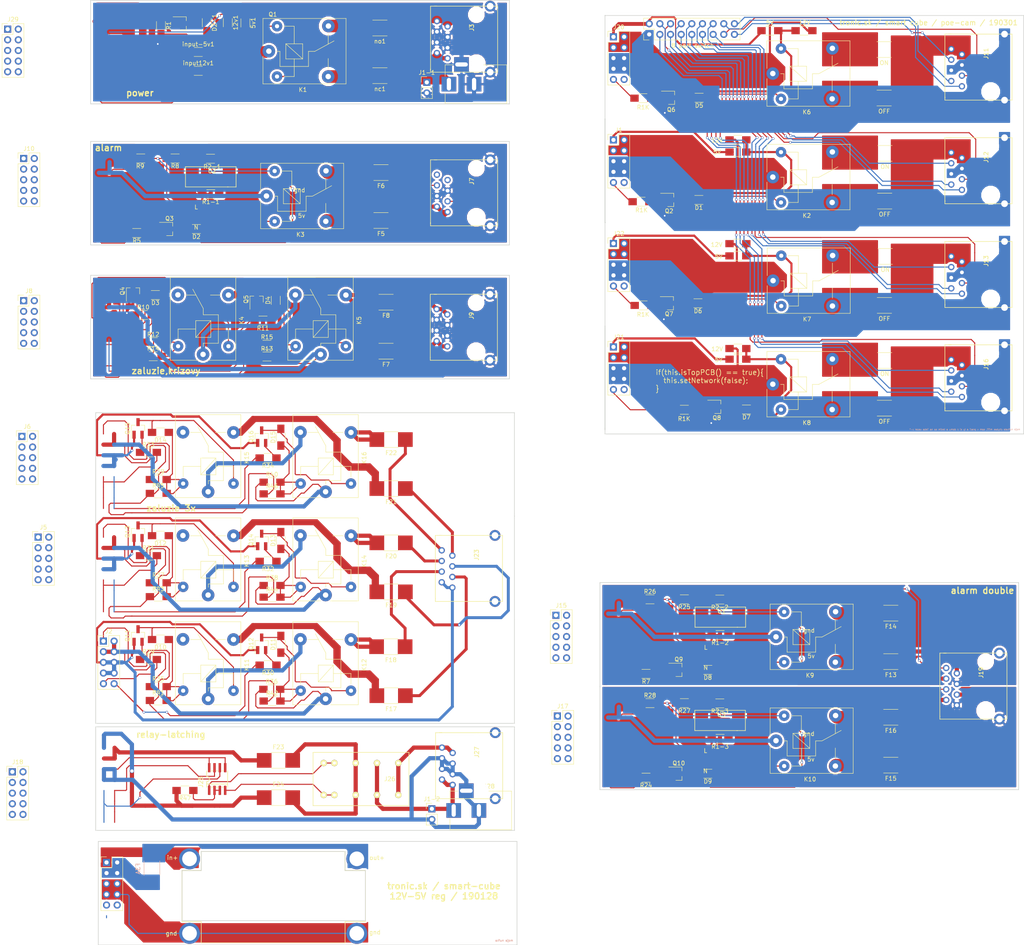
<source format=kicad_pcb>
(kicad_pcb (version 4) (host pcbnew 4.0.7)
  (layers (0 F.Cu signal) (31 B.Cu signal) (34 B.Paste user) (35 F.Paste user) (36 B.SilkS user) (37 F.SilkS user) (38 B.Mask user) (39 F.Mask user) (44 Edge.Cuts user))
  (net 0 "")
  (net 1 2-5v)
  (net 2 "Net-(D2-1-Pad2)")
  (net 3 2-r-out)
  (net 4 2-r-out1)
  (net 5 2-r-out2)
  (net 6 2-gnd)
  (net 7 2-12v)
  (net 8 2-out)
  (net 9 "Net-(K1-Pad1)")
  (net 10 "Net-(Q1-Pad2)")
  (net 11 "Net-(D2-Pad1)")
  (net 12 "Net-(D2-Pad2)")
  (net 13 3-r-out)
  (net 14 3-r-out1)
  (net 15 3-r-out2)
  (net 16 3-5v)
  (net 17 3-12v)
  (net 18 3-gnd)
  (net 19 3-out)
  (net 20 3-in)
  (net 21 "Net-(J7-Pad3)")
  (net 22 "Net-(Q3-Pad2)")
  (net 23 "Net-(R2-1-Pad2)")
  (net 24 "Net-(D3-Pad1)")
  (net 25 "Net-(D3-Pad2)")
  (net 26 "Net-(D4-Pad1)")
  (net 27 "Net-(D4-Pad2)")
  (net 28 4-r-up)
  (net 29 4-r-down)
  (net 30 4-r-down-r)
  (net 31 4-5v)
  (net 32 4-12v)
  (net 33 4-gnd)
  (net 34 4-up)
  (net 35 4-down)
  (net 36 4-r-bypass)
  (net 37 "Net-(Q4-Pad2)")
  (net 38 "Net-(Q5-Pad2)")
  (net 39 4-r-up-r)
  (net 40 "Net-(D5-Pad1)")
  (net 41 "Net-(D5-Pad2)")
  (net 42 5-r-out)
  (net 43 5-r-out1)
  (net 44 5-r-out2)
  (net 45 5-5v)
  (net 46 5-12v)
  (net 47 5-gnd)
  (net 48 5-out)
  (net 49 "Net-(D1-Pad1)")
  (net 50 "Net-(D1-Pad2)")
  (net 51 "Net-(D6-Pad1)")
  (net 52 "Net-(D6-Pad2)")
  (net 53 6-r-out)
  (net 54 6-r-out1)
  (net 55 6-r-out2)
  (net 56 7-r-out)
  (net 57 7-r-out1)
  (net 58 7-r-out2)
  (net 59 6-5v)
  (net 60 6-12v)
  (net 61 6-gnd)
  (net 62 6-out)
  (net 63 7-5v)
  (net 64 7-12v)
  (net 65 7-gnd)
  (net 66 7-out)
  (net 67 5-eth3-3)
  (net 68 5-eth3-1)
  (net 69 5-eth3-4)
  (net 70 5-eth3-2)
  (net 71 6-eth3-3)
  (net 72 6-eth3-1)
  (net 73 6-eth3-4)
  (net 74 6-eth3-2)
  (net 75 7-eth3-3)
  (net 76 7-eth3-1)
  (net 77 7-eth3-4)
  (net 78 7-eth3-2)
  (net 79 "Net-(12v1-Pad2)")
  (net 80 "Net-(D7-Pad1)")
  (net 81 "Net-(D7-Pad2)")
  (net 82 8-r-out)
  (net 83 8-r-out1)
  (net 84 8-r-out2)
  (net 85 8-eth3-3)
  (net 86 8-eth3-2)
  (net 87 8-eth3-1)
  (net 88 8-5v)
  (net 89 8-12v)
  (net 90 8-gnd)
  (net 91 8-out)
  (net 92 8-eth3-4)
  (net 93 "Net-(D8-Pad1)")
  (net 94 "Net-(D8-Pad2)")
  (net 95 "Net-(D9-Pad1)")
  (net 96 "Net-(D9-Pad2)")
  (net 97 10-r-out)
  (net 98 10-r-out1)
  (net 99 10-r-out2)
  (net 100 9-r-out)
  (net 101 9-r-out1)
  (net 102 9-r-out2)
  (net 103 10-5v)
  (net 104 10-12v)
  (net 105 10-gnd)
  (net 106 10-out)
  (net 107 10-in)
  (net 108 9-5v)
  (net 109 9-12v)
  (net 110 9-gnd)
  (net 111 9-out)
  (net 112 9-in)
  (net 113 "Net-(J19-Pad8)")
  (net 114 "Net-(J19-Pad4)")
  (net 115 "Net-(Q9-Pad2)")
  (net 116 "Net-(Q10-Pad2)")
  (net 117 "Net-(R2-2-Pad2)")
  (net 118 "Net-(R2-3-Pad2)")
  (net 119 "Net-(D10-Pad1)")
  (net 120 "Net-(D10-Pad2)")
  (net 121 "Net-(D11-Pad1)")
  (net 122 "Net-(D11-Pad2)")
  (net 123 "Net-(D12-Pad1)")
  (net 124 "Net-(D12-Pad2)")
  (net 125 "Net-(D13-Pad1)")
  (net 126 "Net-(D13-Pad2)")
  (net 127 "Net-(D14-Pad1)")
  (net 128 "Net-(D14-Pad2)")
  (net 129 "Net-(D15-Pad1)")
  (net 130 "Net-(D15-Pad2)")
  (net 131 11-r-up)
  (net 132 11-r-up-r)
  (net 133 11-r-down)
  (net 134 11-r-down-r)
  (net 135 12-r-up)
  (net 136 12-r-up-r)
  (net 137 12-r-down)
  (net 138 12-r-down-r)
  (net 139 13-r-up)
  (net 140 13-r-up-r)
  (net 141 13-r-down)
  (net 142 13-r-down-r)
  (net 143 11-5v)
  (net 144 11-12v)
  (net 145 11-gnd)
  (net 146 11-up)
  (net 147 11-down)
  (net 148 12-5v)
  (net 149 12-12v)
  (net 150 12-gnd)
  (net 151 12-up)
  (net 152 12-down)
  (net 153 13-5v)
  (net 154 13-12v)
  (net 155 13-gnd)
  (net 156 13-up)
  (net 157 13-down)
  (net 158 11-r-bypass)
  (net 159 12-r-bypass)
  (net 160 13-r-bypass)
  (net 161 "Net-(Q11-Pad2)")
  (net 162 "Net-(Q12-Pad2)")
  (net 163 "Net-(Q13-Pad2)")
  (net 164 "Net-(Q14-Pad2)")
  (net 165 "Net-(Q15-Pad2)")
  (net 166 "Net-(Q16-Pad2)")
  (net 167 14-12v)
  (net 168 14-r-in)
  (net 169 14-5v)
  (net 170 14-gnd)
  (net 171 14-up)
  (net 172 14-down)
  (net 173 14-r-down)
  (net 174 14-r-up)
  (net 175 14-r-plus)
  (net 176 14-r-minus)
  (net 177 14-5v-out)
  (net 178 "Net-(Q6-Pad1)")
  (net 179 "Net-(Q2-Pad1)")
  (net 180 "Net-(Q7-Pad1)")
  (net 181 "Net-(Q8-Pad1)")
  (net 182 15-12v-out)
  (net 183 15-12v)
  (net 184 15-5v)
  (net 185 15-gnd)
  (module Inductors_SMD:L_1812_HandSoldering (layer F.Cu) (at 206.121 207.391 180)
    (fp_text reference F13 (at 0 -3.17 180) (layer F.SilkS))
    (fp_text value fuse1)
    (pad 1 smd rect (at -3.4 0 180) (size 3.5 3.5) (layers F.Cu F.Paste F.Mask) (net 97 10-r-out))
    (pad 2 smd rect (at 3.4 0 180) (size 3.5 3.5) (layers F.Cu F.Paste F.Mask) (net 98 10-r-out1))
  )
  (module Inductors_SMD:L_1812_HandSoldering (layer F.Cu) (at 206.121 195.834 180)
    (fp_text reference F14 (at 0 -3.17 180) (layer F.SilkS))
    (fp_text value fuse2)
    (pad 1 smd rect (at -3.4 0 180) (size 3.5 3.5) (layers F.Cu F.Paste F.Mask) (net 97 10-r-out))
    (pad 2 smd rect (at 3.4 0 180) (size 3.5 3.5) (layers F.Cu F.Paste F.Mask) (net 99 10-r-out2))
  )
  (module Inductors_SMD:L_1812_HandSoldering (layer F.Cu) (at 206.121 232.0925 180)
    (fp_text reference F15 (at 0 -3.17 180) (layer F.SilkS))
    (fp_text value fuse1)
    (pad 1 smd rect (at -3.4 0 180) (size 3.5 3.5) (layers F.Cu F.Paste F.Mask) (net 100 9-r-out))
    (pad 2 smd rect (at 3.4 0 180) (size 3.5 3.5) (layers F.Cu F.Paste F.Mask) (net 101 9-r-out1))
  )
  (module Inductors_SMD:L_1812_HandSoldering (layer F.Cu) (at 206.121 220.6625 180)
    (fp_text reference F16 (at 0 -3.17 180) (layer F.SilkS))
    (fp_text value fuse2)
    (pad 1 smd rect (at -3.4 0 180) (size 3.5 3.5) (layers F.Cu F.Paste F.Mask) (net 100 9-r-out))
    (pad 2 smd rect (at 3.4 0 180) (size 3.5 3.5) (layers F.Cu F.Paste F.Mask) (net 102 9-r-out2))
  )
  (module Relays_THT:Relay_SPDT_SANYOU_SRD_Series_Form_C (layer F.Cu) (at 178.7525 201.4855)
    (fp_text reference K9 (at 8.1 9.2) (layer F.SilkS))
    (fp_text value relay)
    (pad 2 thru_hole circle (at 1.95 6.05 90) (size 2.5 2.5) (drill 1) (layers *.Cu *.Mask) (net 94 "Net-(D8-Pad2)"))
    (pad 3 thru_hole circle (at 14.15 6.05 90) (size 3 3) (drill 1.3) (layers *.Cu *.Mask) (net 98 10-r-out1))
    (pad 4 thru_hole circle (at 14.2 -6 90) (size 3 3) (drill 1.3) (layers *.Cu *.Mask) (net 99 10-r-out2))
    (pad 5 thru_hole circle (at 1.95 -5.95 90) (size 2.5 2.5) (drill 1) (layers *.Cu *.Mask) (net 93 "Net-(D8-Pad1)"))
    (pad 1 thru_hole circle (at 0 0 90) (size 3 3) (drill 1.3) (layers *.Cu *.Mask) (net 104 10-12v))
  )
  (module Relays_THT:Relay_SPDT_SANYOU_SRD_Series_Form_C (layer F.Cu) (at 178.7525 226.2505)
    (fp_text reference K10 (at 8.1 9.2) (layer F.SilkS))
    (fp_text value relay)
    (pad 2 thru_hole circle (at 1.95 6.05 90) (size 2.5 2.5) (drill 1) (layers *.Cu *.Mask) (net 96 "Net-(D9-Pad2)"))
    (pad 3 thru_hole circle (at 14.15 6.05 90) (size 3 3) (drill 1.3) (layers *.Cu *.Mask) (net 101 9-r-out1))
    (pad 4 thru_hole circle (at 14.2 -6 90) (size 3 3) (drill 1.3) (layers *.Cu *.Mask) (net 102 9-r-out2))
    (pad 5 thru_hole circle (at 1.95 -5.95 90) (size 2.5 2.5) (drill 1) (layers *.Cu *.Mask) (net 95 "Net-(D9-Pad1)"))
    (pad 1 thru_hole circle (at 0 0 90) (size 3 3) (drill 1.3) (layers *.Cu *.Mask) (net 109 9-12v))
  )
  (module TO_SOT_Packages_SMD:SOT-23_Handsoldering (layer F.Cu) (at 155.575 209.3595)
    (fp_text reference Q9 (at 0 -2.5) (layer F.SilkS))
    (fp_text value T)
    (pad 1 smd rect (at -1.5 -0.95) (size 1.9 0.8) (layers F.Cu F.Paste F.Mask) (net 105 10-gnd))
    (pad 2 smd rect (at -1.5 0.95) (size 1.9 0.8) (layers F.Cu F.Paste F.Mask) (net 115 "Net-(Q9-Pad2)"))
    (pad 3 smd rect (at 1.5 0) (size 1.9 0.8) (layers F.Cu F.Paste F.Mask) (net 94 "Net-(D8-Pad2)"))
  )
  (module TO_SOT_Packages_SMD:SOT-23_Handsoldering (layer F.Cu) (at 155.575 234.1245)
    (fp_text reference Q10 (at 0 -2.5) (layer F.SilkS))
    (fp_text value T)
    (pad 1 smd rect (at -1.5 -0.95) (size 1.9 0.8) (layers F.Cu F.Paste F.Mask) (net 110 9-gnd))
    (pad 2 smd rect (at -1.5 0.95) (size 1.9 0.8) (layers F.Cu F.Paste F.Mask) (net 116 "Net-(Q10-Pad2)"))
    (pad 3 smd rect (at 1.5 0) (size 1.9 0.8) (layers F.Cu F.Paste F.Mask) (net 96 "Net-(D9-Pad2)"))
  )
  (module Resistors_SMD:R_1206_HandSoldering (layer F.Cu) (at 165.4175 201.041 180)
    (fp_text reference R1-2 (at 0 -1.85 180) (layer F.SilkS))
    (fp_text value R)
    (pad 1 smd rect (at -2 0 180) (size 2 1.7) (layers F.Cu F.Paste F.Mask) (net 107 10-in))
    (pad 2 smd rect (at 2 0 180) (size 2 1.7) (layers F.Cu F.Paste F.Mask) (net 105 10-gnd))
  )
  (module Resistors_SMD:R_1206_HandSoldering (layer F.Cu) (at 165.4175 225.806 180)
    (fp_text reference R1-3 (at 0 -1.85 180) (layer F.SilkS))
    (fp_text value R)
    (pad 1 smd rect (at -2 0 180) (size 2 1.7) (layers F.Cu F.Paste F.Mask) (net 112 9-in))
    (pad 2 smd rect (at 2 0 180) (size 2 1.7) (layers F.Cu F.Paste F.Mask) (net 110 9-gnd))
  )
  (module Resistors_SMD:R_1206_HandSoldering (layer F.Cu) (at 165.354 192.5955 180)
    (fp_text reference R2-2 (at 0 -1.85 180) (layer F.SilkS))
    (fp_text value R)
    (pad 1 smd rect (at -2 0 180) (size 2 1.7) (layers F.Cu F.Paste F.Mask) (net 113 "Net-(J19-Pad8)"))
    (pad 2 smd rect (at 2 0 180) (size 2 1.7) (layers F.Cu F.Paste F.Mask) (net 117 "Net-(R2-2-Pad2)"))
  )
  (module Resistors_SMD:R_1206_HandSoldering (layer F.Cu) (at 165.354 217.3605 180)
    (fp_text reference R2-3 (at 0 -1.85 180) (layer F.SilkS))
    (fp_text value R)
    (pad 1 smd rect (at -2 0 180) (size 2 1.7) (layers F.Cu F.Paste F.Mask) (net 114 "Net-(J19-Pad4)"))
    (pad 2 smd rect (at 2 0 180) (size 2 1.7) (layers F.Cu F.Paste F.Mask) (net 118 "Net-(R2-3-Pad2)"))
  )
  (module Resistors_SMD:R_1206_HandSoldering (layer F.Cu) (at 147.7645 210.312 180)
    (fp_text reference R7 (at 0 -1.85 180) (layer F.SilkS))
    (fp_text value R)
    (pad 1 smd rect (at -2 0 180) (size 2 1.7) (layers F.Cu F.Paste F.Mask) (net 115 "Net-(Q9-Pad2)"))
    (pad 2 smd rect (at 2 0 180) (size 2 1.7) (layers F.Cu F.Paste F.Mask) (net 106 10-out))
  )
  (module Resistors_SMD:R_1206_HandSoldering (layer F.Cu) (at 147.7645 235.077 180)
    (fp_text reference R24 (at 0 -1.85 180) (layer F.SilkS))
    (fp_text value R)
    (pad 1 smd rect (at -2 0 180) (size 2 1.7) (layers F.Cu F.Paste F.Mask) (net 116 "Net-(Q10-Pad2)"))
    (pad 2 smd rect (at 2 0 180) (size 2 1.7) (layers F.Cu F.Paste F.Mask) (net 111 9-out))
  )
  (module Resistors_SMD:R_1206_HandSoldering (layer F.Cu) (at 156.9085 192.532 180)
    (fp_text reference R25 (at 0 -1.85 180) (layer F.SilkS))
    (fp_text value R)
    (pad 1 smd rect (at -2 0 180) (size 2 1.7) (layers F.Cu F.Paste F.Mask) (net 104 10-12v))
    (pad 2 smd rect (at 2 0 180) (size 2 1.7) (layers F.Cu F.Paste F.Mask) (net 93 "Net-(D8-Pad1)"))
  )
  (module Resistors_SMD:R_1206_HandSoldering (layer F.Cu) (at 148.717 192.532)
    (fp_text reference R26 (at 0 -1.85) (layer F.SilkS))
    (fp_text value R)
    (pad 1 smd rect (at -2 0) (size 2 1.7) (layers F.Cu F.Paste F.Mask) (net 103 10-5v))
    (pad 2 smd rect (at 2 0) (size 2 1.7) (layers F.Cu F.Paste F.Mask) (net 93 "Net-(D8-Pad1)"))
  )
  (module Resistors_SMD:R_1206_HandSoldering (layer F.Cu) (at 156.9085 217.297 180)
    (fp_text reference R27 (at 0 -1.85 180) (layer F.SilkS))
    (fp_text value R)
    (pad 1 smd rect (at -2 0 180) (size 2 1.7) (layers F.Cu F.Paste F.Mask) (net 109 9-12v))
    (pad 2 smd rect (at 2 0 180) (size 2 1.7) (layers F.Cu F.Paste F.Mask) (net 95 "Net-(D9-Pad1)"))
  )
  (module Resistors_SMD:R_1206_HandSoldering (layer F.Cu) (at 148.717 217.297)
    (fp_text reference R28 (at 0 -1.85) (layer F.SilkS))
    (fp_text value R)
    (pad 1 smd rect (at -2 0) (size 2 1.7) (layers F.Cu F.Paste F.Mask) (net 108 9-5v))
    (pad 2 smd rect (at 2 0) (size 2 1.7) (layers F.Cu F.Paste F.Mask) (net 95 "Net-(D9-Pad1)"))
  )
  (module Resistors_SMD:R_1206_HandSoldering (layer F.Cu) (at 162.4965 209.3595 180)
    (fp_text reference D8 (at 0 -1.85 180) (layer F.SilkS))
    (fp_text value D)
    (pad 1 smd rect (at -2 0 180) (size 2 1.7) (layers F.Cu F.Paste F.Mask) (net 93 "Net-(D8-Pad1)"))
    (pad 2 smd rect (at 2 0 180) (size 2 1.7) (layers F.Cu F.Paste F.Mask) (net 94 "Net-(D8-Pad2)"))
  )
  (module Resistors_SMD:R_1206_HandSoldering (layer F.Cu) (at 162.4965 234.1245 180)
    (fp_text reference D9 (at 0 -1.85 180) (layer F.SilkS))
    (fp_text value D)
    (pad 1 smd rect (at -2 0 180) (size 2 1.7) (layers F.Cu F.Paste F.Mask) (net 95 "Net-(D9-Pad1)"))
    (pad 2 smd rect (at 2 0 180) (size 2 1.7) (layers F.Cu F.Paste F.Mask) (net 96 "Net-(D9-Pad2)"))
  )
  (module psw-library:psw-optocoupler (layer F.Cu) (at 168.3385 199.4535)
    (fp_text reference U1 (at -2.54 -4.064) (layer F.SilkS))
    (fp_text value U)
    (fp_text user gnd (at 18.288 0.508) (layer F.SilkS))
    (fp_text user 5v (at 18.796 6.604) (layer F.SilkS))
    (fp_text user N (at -6.35 9.398) (layer F.SilkS))
    (fp_text user L (at -6.35 4.572) (layer F.SilkS))
    (pad 1 smd rect (at -7.239 -3.937) (size 3.048 1.524) (layers F.Cu F.Paste F.Mask) (net 117 "Net-(R2-2-Pad2)"))
    (pad 2 smd trapezoid (at -7.239 -1.397) (size 3.048 1.524) (layers F.Cu F.Paste F.Mask) (net 105 10-gnd))
    (pad 3 smd trapezoid (at 1.524 -1.397) (size 3.048 1.524) (layers F.Cu F.Paste F.Mask) (net 107 10-in))
    (pad 4 smd trapezoid (at 1.524 -3.937) (size 3.048 1.524) (layers F.Cu F.Paste F.Mask) (net 103 10-5v))
  )
  (module psw-library:psw-optocoupler (layer F.Cu) (at 168.275 224.0915)
    (fp_text reference U3 (at -2.54 -4.064) (layer F.SilkS))
    (fp_text value U)
    (fp_text user gnd (at 18.288 0.508) (layer F.SilkS))
    (fp_text user 5v (at 18.796 6.604) (layer F.SilkS))
    (fp_text user N (at -6.35 9.398) (layer F.SilkS))
    (fp_text user L (at -6.35 4.572) (layer F.SilkS))
    (pad 1 smd rect (at -7.239 -3.937) (size 3.048 1.524) (layers F.Cu F.Paste F.Mask) (net 118 "Net-(R2-3-Pad2)"))
    (pad 2 smd trapezoid (at -7.239 -1.397) (size 3.048 1.524) (layers F.Cu F.Paste F.Mask) (net 110 9-gnd))
    (pad 3 smd trapezoid (at 1.524 -1.397) (size 3.048 1.524) (layers F.Cu F.Paste F.Mask) (net 112 9-in))
    (pad 4 smd trapezoid (at 1.524 -3.937) (size 3.048 1.524) (layers F.Cu F.Paste F.Mask) (net 108 9-5v))
  )
  (module Resistors_SMD:R_1206_HandSoldering (layer F.Cu) (at 32.004 202.1205 180)
    (fp_text reference D10 (at 0 -1.85 180) (layer F.SilkS))
    (fp_text value D)
    (pad 1 smd rect (at -2 0 180) (size 2 1.7) (layers F.Cu F.Paste F.Mask) (net 119 "Net-(D10-Pad1)"))
    (pad 2 smd rect (at 2 0 180) (size 2 1.7) (layers F.Cu F.Paste F.Mask) (net 120 "Net-(D10-Pad2)"))
  )
  (module Resistors_SMD:R_1206_HandSoldering (layer F.Cu) (at 60.706 203.2635 90)
    (fp_text reference D11 (at 0 -1.85 90) (layer F.SilkS))
    (fp_text value D)
    (pad 1 smd rect (at -2 0 90) (size 2 1.7) (layers F.Cu F.Paste F.Mask) (net 121 "Net-(D11-Pad1)"))
    (pad 2 smd rect (at 2 0 90) (size 2 1.7) (layers F.Cu F.Paste F.Mask) (net 122 "Net-(D11-Pad2)"))
  )
  (module Inductors_SMD:L_1812_HandSoldering (layer F.Cu) (at 86.995 215.519 180)
    (fp_text reference F17 (at 0 -3.17 180) (layer F.SilkS))
    (fp_text value fuse2)
    (pad 1 smd rect (at -3.4 0 180) (size 3.5 3.5) (layers F.Cu F.Paste F.Mask) (net 131 11-r-up))
    (pad 2 smd rect (at 3.4 0 180) (size 3.5 3.5) (layers F.Cu F.Paste F.Mask) (net 132 11-r-up-r))
  )
  (module Inductors_SMD:L_1812_HandSoldering (layer F.Cu) (at 86.9315 203.835 180)
    (fp_text reference F18 (at 0 -3.17 180) (layer F.SilkS))
    (fp_text value fuse2)
    (pad 1 smd rect (at -3.4 0 180) (size 3.5 3.5) (layers F.Cu F.Paste F.Mask) (net 133 11-r-down))
    (pad 2 smd rect (at 3.4 0 180) (size 3.5 3.5) (layers F.Cu F.Paste F.Mask) (net 134 11-r-down-r))
  )
  (module Inductors_SMD:L_1812_HandSoldering (layer F.Cu) (at 86.995 190.754 180)
    (fp_text reference F19 (at 0 -3.17 180) (layer F.SilkS))
    (fp_text value fuse2)
    (pad 1 smd rect (at -3.4 0 180) (size 3.5 3.5) (layers F.Cu F.Paste F.Mask) (net 135 12-r-up))
    (pad 2 smd rect (at 3.4 0 180) (size 3.5 3.5) (layers F.Cu F.Paste F.Mask) (net 136 12-r-up-r))
  )
  (module Relays_THT:Relay_SPDT_SANYOU_SRD_Series_Form_C (layer F.Cu) (at 43.3705 216.281 90)
    (fp_text reference K11 (at 8.1 9.2 90) (layer F.SilkS))
    (fp_text value relay)
    (pad 2 thru_hole circle (at 1.95 6.05 180) (size 2.5 2.5) (drill 1) (layers *.Cu *.Mask) (net 120 "Net-(D10-Pad2)"))
    (pad 3 thru_hole circle (at 14.15 6.05 180) (size 3 3) (drill 1.3) (layers *.Cu *.Mask) (net 132 11-r-up-r))
    (pad 4 thru_hole circle (at 14.2 -6 180) (size 3 3) (drill 1.3) (layers *.Cu *.Mask))
    (pad 5 thru_hole circle (at 1.95 -5.95 180) (size 2.5 2.5) (drill 1) (layers *.Cu *.Mask) (net 119 "Net-(D10-Pad1)"))
    (pad 1 thru_hole circle (at 0 0 180) (size 3 3) (drill 1.3) (layers *.Cu *.Mask) (net 158 11-r-bypass))
  )
  (module Relays_THT:Relay_SPDT_SANYOU_SRD_Series_Form_C (layer F.Cu) (at 71.374 216.281 90)
    (fp_text reference K12 (at 8.1 9.2 90) (layer F.SilkS))
    (fp_text value relay)
    (pad 2 thru_hole circle (at 1.95 6.05 180) (size 2.5 2.5) (drill 1) (layers *.Cu *.Mask) (net 122 "Net-(D11-Pad2)"))
    (pad 3 thru_hole circle (at 14.15 6.05 180) (size 3 3) (drill 1.3) (layers *.Cu *.Mask) (net 134 11-r-down-r))
    (pad 4 thru_hole circle (at 14.2 -6 180) (size 3 3) (drill 1.3) (layers *.Cu *.Mask) (net 158 11-r-bypass))
    (pad 5 thru_hole circle (at 1.95 -5.95 180) (size 2.5 2.5) (drill 1) (layers *.Cu *.Mask) (net 121 "Net-(D11-Pad1)"))
    (pad 1 thru_hole circle (at 0 0 180) (size 3 3) (drill 1.3) (layers *.Cu *.Mask) (net 144 11-12v))
  )
  (module Relays_THT:Relay_SPDT_SANYOU_SRD_Series_Form_C (layer F.Cu) (at 43.3705 191.516 90)
    (fp_text reference K13 (at 8.1 9.2 90) (layer F.SilkS))
    (fp_text value relay)
    (pad 2 thru_hole circle (at 1.95 6.05 180) (size 2.5 2.5) (drill 1) (layers *.Cu *.Mask) (net 124 "Net-(D12-Pad2)"))
    (pad 3 thru_hole circle (at 14.15 6.05 180) (size 3 3) (drill 1.3) (layers *.Cu *.Mask) (net 136 12-r-up-r))
    (pad 4 thru_hole circle (at 14.2 -6 180) (size 3 3) (drill 1.3) (layers *.Cu *.Mask))
    (pad 5 thru_hole circle (at 1.95 -5.95 180) (size 2.5 2.5) (drill 1) (layers *.Cu *.Mask) (net 123 "Net-(D12-Pad1)"))
    (pad 1 thru_hole circle (at 0 0 180) (size 3 3) (drill 1.3) (layers *.Cu *.Mask) (net 159 12-r-bypass))
  )
  (module Relays_THT:Relay_SPDT_SANYOU_SRD_Series_Form_C (layer F.Cu) (at 71.374 191.516 90)
    (fp_text reference K14 (at 8.1 9.2 90) (layer F.SilkS))
    (fp_text value relay)
    (pad 2 thru_hole circle (at 1.95 6.05 180) (size 2.5 2.5) (drill 1) (layers *.Cu *.Mask) (net 126 "Net-(D13-Pad2)"))
    (pad 3 thru_hole circle (at 14.15 6.05 180) (size 3 3) (drill 1.3) (layers *.Cu *.Mask) (net 138 12-r-down-r))
    (pad 4 thru_hole circle (at 14.2 -6 180) (size 3 3) (drill 1.3) (layers *.Cu *.Mask) (net 159 12-r-bypass))
    (pad 5 thru_hole circle (at 1.95 -5.95 180) (size 2.5 2.5) (drill 1) (layers *.Cu *.Mask) (net 125 "Net-(D13-Pad1)"))
    (pad 1 thru_hole circle (at 0 0 180) (size 3 3) (drill 1.3) (layers *.Cu *.Mask) (net 149 12-12v))
  )
  (module TO_SOT_Packages_SMD:SOT-23_Handsoldering (layer F.Cu) (at 26.67 201.168 90)
    (fp_text reference Q11 (at 0 -2.5 90) (layer F.SilkS))
    (fp_text value T)
    (pad 1 smd rect (at -1.5 -0.95 90) (size 1.9 0.8) (layers F.Cu F.Paste F.Mask) (net 145 11-gnd))
    (pad 2 smd rect (at -1.5 0.95 90) (size 1.9 0.8) (layers F.Cu F.Paste F.Mask) (net 161 "Net-(Q11-Pad2)"))
    (pad 3 smd rect (at 1.5 0 90) (size 1.9 0.8) (layers F.Cu F.Paste F.Mask) (net 120 "Net-(D10-Pad2)"))
  )
  (module TO_SOT_Packages_SMD:SOT-23_Handsoldering (layer F.Cu) (at 56.134 203.1365 90)
    (fp_text reference Q12 (at 0 -2.5 90) (layer F.SilkS))
    (fp_text value T)
    (pad 1 smd rect (at -1.5 -0.95 90) (size 1.9 0.8) (layers F.Cu F.Paste F.Mask) (net 145 11-gnd))
    (pad 2 smd rect (at -1.5 0.95 90) (size 1.9 0.8) (layers F.Cu F.Paste F.Mask) (net 162 "Net-(Q12-Pad2)"))
    (pad 3 smd rect (at 1.5 0 90) (size 1.9 0.8) (layers F.Cu F.Paste F.Mask) (net 122 "Net-(D11-Pad2)"))
  )
  (module Resistors_SMD:R_1206_HandSoldering (layer F.Cu) (at 29.1465 206.883)
    (fp_text reference R29 (at 0 -1.85) (layer F.SilkS))
    (fp_text value R)
    (pad 1 smd rect (at -2 0) (size 2 1.7) (layers F.Cu F.Paste F.Mask) (net 161 "Net-(Q11-Pad2)"))
    (pad 2 smd rect (at 2 0) (size 2 1.7) (layers F.Cu F.Paste F.Mask) (net 146 11-up))
  )
  (module Resistors_SMD:R_1206_HandSoldering (layer F.Cu) (at 57.658 208.2165 180)
    (fp_text reference R30 (at 0 -1.85 180) (layer F.SilkS))
    (fp_text value R)
    (pad 1 smd rect (at -2 0 180) (size 2 1.7) (layers F.Cu F.Paste F.Mask) (net 162 "Net-(Q12-Pad2)"))
    (pad 2 smd rect (at 2 0 180) (size 2 1.7) (layers F.Cu F.Paste F.Mask) (net 147 11-down))
  )
  (module Resistors_SMD:R_1206_HandSoldering (layer F.Cu) (at 31.496 213.36)
    (fp_text reference R35 (at 0 -1.85) (layer F.SilkS))
    (fp_text value R)
    (pad 1 smd rect (at -2 0) (size 2 1.7) (layers F.Cu F.Paste F.Mask) (net 144 11-12v))
    (pad 2 smd rect (at 2 0) (size 2 1.7) (layers F.Cu F.Paste F.Mask) (net 119 "Net-(D10-Pad1)"))
  )
  (module Resistors_SMD:R_1206_HandSoldering (layer F.Cu) (at 58.547 213.995)
    (fp_text reference R36 (at 0 -1.85) (layer F.SilkS))
    (fp_text value R)
    (pad 1 smd rect (at -2 0) (size 2 1.7) (layers F.Cu F.Paste F.Mask) (net 144 11-12v))
    (pad 2 smd rect (at 2 0) (size 2 1.7) (layers F.Cu F.Paste F.Mask) (net 121 "Net-(D11-Pad1)"))
  )
  (module Resistors_SMD:R_1206_HandSoldering (layer F.Cu) (at 31.496 188.595)
    (fp_text reference R37 (at 0 -1.85) (layer F.SilkS))
    (fp_text value R)
    (pad 1 smd rect (at -2 0) (size 2 1.7) (layers F.Cu F.Paste F.Mask) (net 149 12-12v))
    (pad 2 smd rect (at 2 0) (size 2 1.7) (layers F.Cu F.Paste F.Mask) (net 123 "Net-(D12-Pad1)"))
  )
  (module Resistors_SMD:R_1206_HandSoldering (layer F.Cu) (at 58.6105 189.23)
    (fp_text reference R38 (at 0 -1.85) (layer F.SilkS))
    (fp_text value R)
    (pad 1 smd rect (at -2 0) (size 2 1.7) (layers F.Cu F.Paste F.Mask) (net 149 12-12v))
    (pad 2 smd rect (at 2 0) (size 2 1.7) (layers F.Cu F.Paste F.Mask) (net 125 "Net-(D13-Pad1)"))
  )
  (module Resistors_SMD:R_1206_HandSoldering (layer F.Cu) (at 31.496 216.662)
    (fp_text reference R41 (at 0 -1.85) (layer F.SilkS))
    (fp_text value R)
    (pad 1 smd rect (at -2 0) (size 2 1.7) (layers F.Cu F.Paste F.Mask) (net 143 11-5v))
    (pad 2 smd rect (at 2 0) (size 2 1.7) (layers F.Cu F.Paste F.Mask) (net 119 "Net-(D10-Pad1)"))
  )
  (module Resistors_SMD:R_1206_HandSoldering (layer F.Cu) (at 58.6105 216.789)
    (fp_text reference R42 (at 0 -1.85) (layer F.SilkS))
    (fp_text value R)
    (pad 1 smd rect (at -2 0) (size 2 1.7) (layers F.Cu F.Paste F.Mask) (net 143 11-5v))
    (pad 2 smd rect (at 2 0) (size 2 1.7) (layers F.Cu F.Paste F.Mask) (net 121 "Net-(D11-Pad1)"))
  )
  (module Resistors_SMD:R_1206_HandSoldering (layer F.Cu) (at 31.496 191.897)
    (fp_text reference R43 (at 0 -1.85) (layer F.SilkS))
    (fp_text value R)
    (pad 1 smd rect (at -2 0) (size 2 1.7) (layers F.Cu F.Paste F.Mask) (net 148 12-5v))
    (pad 2 smd rect (at 2 0) (size 2 1.7) (layers F.Cu F.Paste F.Mask) (net 123 "Net-(D12-Pad1)"))
  )
  (module Resistors_SMD:R_1206_HandSoldering (layer F.Cu) (at 58.6105 192.024)
    (fp_text reference R44 (at 0 -1.85) (layer F.SilkS))
    (fp_text value R)
    (pad 1 smd rect (at -2 0) (size 2 1.7) (layers F.Cu F.Paste F.Mask) (net 148 12-5v))
    (pad 2 smd rect (at 2 0) (size 2 1.7) (layers F.Cu F.Paste F.Mask) (net 125 "Net-(D13-Pad1)"))
  )
  (module Inductors_SMD:L_1812_HandSoldering (layer F.Cu) (at 60.1345 230.9495)
    (fp_text reference F23 (at 0 -3.17) (layer F.SilkS))
    (fp_text value fuse2)
    (pad 1 smd rect (at -3.4 0) (size 3.5 3.5) (layers F.Cu F.Paste F.Mask) (net 167 14-12v))
    (pad 2 smd rect (at 3.4 0) (size 3.5 3.5) (layers F.Cu F.Paste F.Mask) (net 168 14-r-in))
  )
  (module Inductors_SMD:L_1812_HandSoldering (layer F.Cu) (at 60.1345 239.8395)
    (fp_text reference F24 (at 0 -3.17) (layer F.SilkS))
    (fp_text value fuse2)
    (pad 1 smd rect (at -3.4 0) (size 3.5 3.5) (layers F.Cu F.Paste F.Mask) (net 169 14-5v))
    (pad 2 smd rect (at 3.4 0) (size 3.5 3.5) (layers F.Cu F.Paste F.Mask) (net 168 14-r-in))
  )
  (module psw-library:psw-latching-relay (layer F.Cu) (at 76.0095 239.2045)
    (fp_text reference J26 (at 10.668 -3.81) (layer F.SilkS))
    (fp_text value Conn_02x05_Odd_Even)
    (pad 10 thru_hole circle (at 12.7 -7.62) (size 1.524 1.524) (drill 0.762) (layers *.Cu *.Mask F.SilkS) (net 173 14-r-down))
    (pad 9 thru_hole circle (at 12.7 0) (size 1.524 1.524) (drill 0.762) (layers *.Cu *.Mask F.SilkS) (net 173 14-r-down))
    (pad 8 thru_hole circle (at 7.62 -7.62) (size 1.524 1.524) (drill 0.762) (layers *.Cu *.Mask F.SilkS) (net 174 14-r-up))
    (pad 7 thru_hole circle (at 7.62 0) (size 1.524 1.524) (drill 0.762) (layers *.Cu *.Mask F.SilkS) (net 174 14-r-up))
    (pad 6 thru_hole circle (at 2.54 -7.62) (size 1.524 1.524) (drill 0.762) (layers *.Cu *.Mask F.SilkS) (net 168 14-r-in))
    (pad 5 thru_hole circle (at 2.54 0) (size 1.524 1.524) (drill 0.762) (layers *.Cu *.Mask F.SilkS) (net 168 14-r-in))
    (pad 4 thru_hole circle (at -2.54 -7.62) (size 1.524 1.524) (drill 0.762) (layers *.Cu *.Mask F.SilkS) (net 175 14-r-plus))
    (pad 3 thru_hole circle (at -2.54 0) (size 1.524 1.524) (drill 0.762) (layers *.Cu *.Mask F.SilkS) (net 176 14-r-minus))
    (pad 1 thru_hole circle (at -5.08 0) (size 1.524 1.524) (drill 0.762) (layers *.Cu *.Mask F.SilkS) (net 176 14-r-minus))
    (pad 2 thru_hole circle (at -5.08 -7.62) (size 1.524 1.524) (drill 0.762) (layers *.Cu *.Mask F.SilkS) (net 175 14-r-plus))
  )
  (module smt-soic:8 (layer F.Cu) (at 45.5295 235.3945)
    (fp_text reference J25 (at -3.302 2.159 90) (layer F.SilkS) (effects (font (thickness 0.18)) (justify left bottom)))
    (fp_text value H-bridge hide)
    (pad 2 smd rect (at -0.635 2.7) (size 0.6 2.2) (layers F.Cu F.Paste F.Mask) (net 177 14-5v-out))
    (pad 7 smd rect (at -0.635 -2.7) (size 0.6 2.2) (layers F.Cu F.Paste F.Mask) (net 172 14-down))
    (pad 1 smd rect (at -1.905 2.7) (size 0.6 2.2) (layers F.Cu F.Paste F.Mask) (net 175 14-r-plus))
    (pad 3 smd rect (at 0.635 2.7) (size 0.6 2.2) (layers F.Cu F.Paste F.Mask) (net 177 14-5v-out))
    (pad 4 smd rect (at 1.905 2.7) (size 0.6 2.2) (layers F.Cu F.Paste F.Mask) (net 176 14-r-minus))
    (pad 8 smd rect (at -1.905 -2.7) (size 0.6 2.2) (layers F.Cu F.Paste F.Mask) (net 170 14-gnd))
    (pad 6 smd rect (at 0.635 -2.7) (size 0.6 2.2) (layers F.Cu F.Paste F.Mask) (net 171 14-up))
    (pad 5 smd rect (at 1.905 -2.7) (size 0.6 2.2) (layers F.Cu F.Paste F.Mask) (net 170 14-gnd))
  )
  (module Pin_Headers:Pin_Header_Straight_1x02_Pitch2.54mm (layer F.Cu) (at 96.7105 242.5065)
    (fp_text reference J1-2 (at 0 -2.33) (layer F.SilkS))
    (fp_text value power)
    (pad 1 thru_hole rect (at 0 0) (size 1.7 1.7) (drill 1) (layers *.Cu *.Mask) (net 174 14-r-up))
    (pad 2 thru_hole oval (at 0 2.54) (size 1.7 1.7) (drill 1) (layers *.Cu *.Mask) (net 170 14-gnd))
  )
  (module Connectors:BARREL_JACK (layer F.Cu) (at 101.9175 242.8875 180)
    (fp_text reference J28 (at -8.45 5.75 360) (layer F.SilkS))
    (fp_text value dc)
    (pad 1 thru_hole rect (at 0 0 180) (size 3.5 3.5) (drill oval 1 3) (layers *.Cu *.Mask) (net 174 14-r-up))
    (pad 2 thru_hole rect (at -6 0 180) (size 3.5 3.5) (drill oval 1 3) (layers *.Cu *.Mask) (net 170 14-gnd))
    (pad 3 thru_hole rect (at -3 4.7 180) (size 3.5 3.5) (drill oval 3 1) (layers *.Cu *.Mask) (net 170 14-gnd))
  )
  (module Resistors_SMD:R_1206_HandSoldering (layer F.Cu) (at 37.846 238.125 180)
    (fp_text reference R47 (at 0 -1.85 180) (layer F.SilkS))
    (fp_text value R)
    (pad 1 smd rect (at -2 0 180) (size 2 1.7) (layers F.Cu F.Paste F.Mask) (net 177 14-5v-out))
    (pad 2 smd rect (at 2 0 180) (size 2 1.7) (layers F.Cu F.Paste F.Mask) (net 169 14-5v))
  )
  (module Pin_Headers:Pin_Header_Straight_2x05_Pitch2.54mm (layer F.Cu) (at 18.415 202.5015)
    (fp_text reference J2 (at 1.27 -2.33) (layer F.SilkS))
    (fp_text value power)
    (pad 1 thru_hole rect (at 0 0) (size 1.7 1.7) (drill 1) (layers *.Cu *.Mask) (net 143 11-5v))
    (pad 2 thru_hole oval (at 2.54 0) (size 1.7 1.7) (drill 1) (layers *.Cu *.Mask) (net 144 11-12v))
    (pad 3 thru_hole oval (at 0 2.54) (size 1.7 1.7) (drill 1) (layers *.Cu *.Mask) (net 144 11-12v))
    (pad 4 thru_hole oval (at 2.54 2.54) (size 1.7 1.7) (drill 1) (layers *.Cu *.Mask) (net 144 11-12v))
    (pad 5 thru_hole oval (at 0 5.08) (size 1.7 1.7) (drill 1) (layers *.Cu *.Mask) (net 145 11-gnd))
    (pad 6 thru_hole oval (at 2.54 5.08) (size 1.7 1.7) (drill 1) (layers *.Cu *.Mask) (net 145 11-gnd))
    (pad 7 thru_hole oval (at 0 7.62) (size 1.7 1.7) (drill 1) (layers *.Cu *.Mask) (net 145 11-gnd))
    (pad 8 thru_hole oval (at 2.54 7.62) (size 1.7 1.7) (drill 1) (layers *.Cu *.Mask) (net 145 11-gnd))
    (pad 9 thru_hole oval (at 0 10.16) (size 1.7 1.7) (drill 1) (layers *.Cu *.Mask) (net 146 11-up))
    (pad 10 thru_hole oval (at 2.54 10.16) (size 1.7 1.7) (drill 1) (layers *.Cu *.Mask) (net 147 11-down))
  )
  (module Pin_Headers:Pin_Header_Straight_2x05_Pitch2.54mm (layer F.Cu) (at 2.8448 177.6984)
    (fp_text reference J5 (at 1.27 -2.33) (layer F.SilkS))
    (fp_text value power)
    (pad 1 thru_hole rect (at 0 0) (size 1.7 1.7) (drill 1) (layers *.Cu *.Mask) (net 148 12-5v))
    (pad 2 thru_hole oval (at 2.54 0) (size 1.7 1.7) (drill 1) (layers *.Cu *.Mask) (net 149 12-12v))
    (pad 3 thru_hole oval (at 0 2.54) (size 1.7 1.7) (drill 1) (layers *.Cu *.Mask) (net 149 12-12v))
    (pad 4 thru_hole oval (at 2.54 2.54) (size 1.7 1.7) (drill 1) (layers *.Cu *.Mask) (net 149 12-12v))
    (pad 5 thru_hole oval (at 0 5.08) (size 1.7 1.7) (drill 1) (layers *.Cu *.Mask) (net 150 12-gnd))
    (pad 6 thru_hole oval (at 2.54 5.08) (size 1.7 1.7) (drill 1) (layers *.Cu *.Mask) (net 150 12-gnd))
    (pad 7 thru_hole oval (at 0 7.62) (size 1.7 1.7) (drill 1) (layers *.Cu *.Mask) (net 150 12-gnd))
    (pad 8 thru_hole oval (at 2.54 7.62) (size 1.7 1.7) (drill 1) (layers *.Cu *.Mask) (net 150 12-gnd))
    (pad 9 thru_hole oval (at 0 10.16) (size 1.7 1.7) (drill 1) (layers *.Cu *.Mask) (net 151 12-up))
    (pad 10 thru_hole oval (at 2.54 10.16) (size 1.7 1.7) (drill 1) (layers *.Cu *.Mask) (net 152 12-down))
  )
  (module Pin_Headers:Pin_Header_Straight_2x05_Pitch2.54mm (layer F.Cu) (at 126.2888 196.342)
    (fp_text reference J15 (at 1.27 -2.33) (layer F.SilkS))
    (fp_text value power)
    (pad 1 thru_hole rect (at 0 0) (size 1.7 1.7) (drill 1) (layers *.Cu *.Mask) (net 103 10-5v))
    (pad 2 thru_hole oval (at 2.54 0) (size 1.7 1.7) (drill 1) (layers *.Cu *.Mask) (net 104 10-12v))
    (pad 3 thru_hole oval (at 0 2.54) (size 1.7 1.7) (drill 1) (layers *.Cu *.Mask) (net 104 10-12v))
    (pad 4 thru_hole oval (at 2.54 2.54) (size 1.7 1.7) (drill 1) (layers *.Cu *.Mask) (net 104 10-12v))
    (pad 5 thru_hole oval (at 0 5.08) (size 1.7 1.7) (drill 1) (layers *.Cu *.Mask) (net 105 10-gnd))
    (pad 6 thru_hole oval (at 2.54 5.08) (size 1.7 1.7) (drill 1) (layers *.Cu *.Mask) (net 105 10-gnd))
    (pad 7 thru_hole oval (at 0 7.62) (size 1.7 1.7) (drill 1) (layers *.Cu *.Mask) (net 105 10-gnd))
    (pad 8 thru_hole oval (at 2.54 7.62) (size 1.7 1.7) (drill 1) (layers *.Cu *.Mask) (net 105 10-gnd))
    (pad 9 thru_hole oval (at 0 10.16) (size 1.7 1.7) (drill 1) (layers *.Cu *.Mask) (net 106 10-out))
    (pad 10 thru_hole oval (at 2.54 10.16) (size 1.7 1.7) (drill 1) (layers *.Cu *.Mask) (net 107 10-in))
  )
  (module Pin_Headers:Pin_Header_Straight_2x05_Pitch2.54mm (layer F.Cu) (at 126.6444 220.3704)
    (fp_text reference J17 (at 1.27 -2.33) (layer F.SilkS))
    (fp_text value power)
    (pad 1 thru_hole rect (at 0 0) (size 1.7 1.7) (drill 1) (layers *.Cu *.Mask) (net 108 9-5v))
    (pad 2 thru_hole oval (at 2.54 0) (size 1.7 1.7) (drill 1) (layers *.Cu *.Mask) (net 109 9-12v))
    (pad 3 thru_hole oval (at 0 2.54) (size 1.7 1.7) (drill 1) (layers *.Cu *.Mask) (net 109 9-12v))
    (pad 4 thru_hole oval (at 2.54 2.54) (size 1.7 1.7) (drill 1) (layers *.Cu *.Mask) (net 109 9-12v))
    (pad 5 thru_hole oval (at 0 5.08) (size 1.7 1.7) (drill 1) (layers *.Cu *.Mask) (net 110 9-gnd))
    (pad 6 thru_hole oval (at 2.54 5.08) (size 1.7 1.7) (drill 1) (layers *.Cu *.Mask) (net 110 9-gnd))
    (pad 7 thru_hole oval (at 0 7.62) (size 1.7 1.7) (drill 1) (layers *.Cu *.Mask) (net 110 9-gnd))
    (pad 8 thru_hole oval (at 2.54 7.62) (size 1.7 1.7) (drill 1) (layers *.Cu *.Mask) (net 110 9-gnd))
    (pad 9 thru_hole oval (at 0 10.16) (size 1.7 1.7) (drill 1) (layers *.Cu *.Mask) (net 111 9-out))
    (pad 10 thru_hole oval (at 2.54 10.16) (size 1.7 1.7) (drill 1) (layers *.Cu *.Mask) (net 112 9-in))
  )
  (module Pin_Headers:Pin_Header_Straight_2x05_Pitch2.54mm (layer F.Cu) (at -3.302 233.68)
    (fp_text reference J18 (at 1.27 -2.33) (layer F.SilkS))
    (fp_text value power)
    (pad 1 thru_hole rect (at 0 0) (size 1.7 1.7) (drill 1) (layers *.Cu *.Mask) (net 169 14-5v))
    (pad 2 thru_hole oval (at 2.54 0) (size 1.7 1.7) (drill 1) (layers *.Cu *.Mask) (net 167 14-12v))
    (pad 3 thru_hole oval (at 0 2.54) (size 1.7 1.7) (drill 1) (layers *.Cu *.Mask) (net 167 14-12v))
    (pad 4 thru_hole oval (at 2.54 2.54) (size 1.7 1.7) (drill 1) (layers *.Cu *.Mask) (net 167 14-12v))
    (pad 5 thru_hole oval (at 0 5.08) (size 1.7 1.7) (drill 1) (layers *.Cu *.Mask) (net 170 14-gnd))
    (pad 6 thru_hole oval (at 2.54 5.08) (size 1.7 1.7) (drill 1) (layers *.Cu *.Mask) (net 170 14-gnd))
    (pad 7 thru_hole oval (at 0 7.62) (size 1.7 1.7) (drill 1) (layers *.Cu *.Mask) (net 170 14-gnd))
    (pad 8 thru_hole oval (at 2.54 7.62) (size 1.7 1.7) (drill 1) (layers *.Cu *.Mask) (net 170 14-gnd))
    (pad 9 thru_hole oval (at 0 10.16) (size 1.7 1.7) (drill 1) (layers *.Cu *.Mask) (net 171 14-up))
    (pad 10 thru_hole oval (at 2.54 10.16) (size 1.7 1.7) (drill 1) (layers *.Cu *.Mask) (net 172 14-down))
  )
  (module psw-library:psw-rj45-190128 (layer F.Cu) (at 223.647 212.725 180)
    (fp_text reference J19 (at -4.572 1.27 270) (layer F.SilkS) (effects (font (thickness 0.18)) (justify left bottom)))
    (fp_text value net hide)
    (pad 7 thru_hole circle (at 1.778 2.54 180) (size 1.5 1.5) (drill 0.9) (layers *.Cu *.Mask) (net 97 10-r-out))
    (pad 5 thru_hole circle (at 1.778 0 180) (size 1.5 1.5) (drill 0.9) (layers *.Cu *.Mask) (net 105 10-gnd))
    (pad 3 thru_hole circle (at 1.778 -2.54 180) (size 1.5 1.5) (drill 0.9) (layers *.Cu *.Mask) (net 100 9-r-out))
    (pad 1 thru_hole circle (at 1.778 -5.08 180) (size 1.5 1.5) (drill 0.9) (layers *.Cu *.Mask) (net 110 9-gnd))
    (pad 8 thru_hole circle (at 4.318 3.81 180) (size 1.5 1.5) (drill 0.9) (layers *.Cu *.Mask) (net 113 "Net-(J19-Pad8)"))
    (pad 6 thru_hole circle (at 4.318 1.27 180) (size 1.5 1.5) (drill 0.9) (layers *.Cu *.Mask) (net 97 10-r-out))
    (pad 4 thru_hole circle (at 4.318 -1.27 180) (size 1.5 1.5) (drill 0.9) (layers *.Cu *.Mask) (net 114 "Net-(J19-Pad4)"))
    (pad 2 thru_hole circle (at 4.318 -3.81 180) (size 1.5 1.5) (drill 0.9) (layers *.Cu *.Mask) (net 100 9-r-out))
    (pad 9 thru_hole circle (at -8.382 -8.382 180) (size 2.6 2.6) (drill 1.6) (layers *.Cu *.Mask) (net 110 9-gnd))
    (pad 9 thru_hole circle (at -8.382 7.366 180) (size 2.6 2.6) (drill 1.6) (layers *.Cu *.Mask) (net 110 9-gnd))
    (pad "" np_thru_hole circle (at -5.08 -6.35 180) (size 3.5 3.5) (drill 3.5) (layers *.Cu))
    (pad "" np_thru_hole circle (at -5.08 5.334 180) (size 3 3) (drill 3) (layers *.Cu))
  )
  (module psw-library:psw-rj45-190128 (layer F.Cu) (at 103.378 184.658 180)
    (fp_text reference J23 (at -4.572 1.27 270) (layer F.SilkS) (effects (font (thickness 0.18)) (justify left bottom)))
    (fp_text value net hide)
    (pad 7 thru_hole circle (at 1.778 2.54 180) (size 1.5 1.5) (drill 0.9) (layers *.Cu *.Mask) (net 139 13-r-up))
    (pad 5 thru_hole circle (at 1.778 0 180) (size 1.5 1.5) (drill 0.9) (layers *.Cu *.Mask) (net 135 12-r-up))
    (pad 3 thru_hole circle (at 1.778 -2.54 180) (size 1.5 1.5) (drill 0.9) (layers *.Cu *.Mask) (net 131 11-r-up))
    (pad 1 thru_hole circle (at 1.778 -5.08 180) (size 1.5 1.5) (drill 0.9) (layers *.Cu *.Mask) (net 145 11-gnd))
    (pad 8 thru_hole circle (at 4.318 3.81 180) (size 1.5 1.5) (drill 0.9) (layers *.Cu *.Mask) (net 141 13-r-down))
    (pad 6 thru_hole circle (at 4.318 1.27 180) (size 1.5 1.5) (drill 0.9) (layers *.Cu *.Mask) (net 137 12-r-down))
    (pad 4 thru_hole circle (at 4.318 -1.27 180) (size 1.5 1.5) (drill 0.9) (layers *.Cu *.Mask) (net 133 11-r-down))
    (pad 2 thru_hole circle (at 4.318 -3.81 180) (size 1.5 1.5) (drill 0.9) (layers *.Cu *.Mask) (net 145 11-gnd))
    (pad 9 thru_hole circle (at -8.382 -8.382 180) (size 2.6 2.6) (drill 1.6) (layers *.Cu *.Mask) (net 145 11-gnd))
    (pad 9 thru_hole circle (at -8.382 7.366 180) (size 2.6 2.6) (drill 1.6) (layers *.Cu *.Mask) (net 145 11-gnd))
    (pad "" np_thru_hole circle (at -5.08 -6.35 180) (size 3.5 3.5) (drill 3.5) (layers *.Cu))
    (pad "" np_thru_hole circle (at -5.08 5.334 180) (size 3 3) (drill 3) (layers *.Cu))
  )
  (module psw-library:psw-rj45-190128 (layer F.Cu) (at 103.4415 231.7115 180)
    (fp_text reference J27 (at -4.572 1.27 270) (layer F.SilkS) (effects (font (thickness 0.18)) (justify left bottom)))
    (fp_text value net hide)
    (pad 7 thru_hole circle (at 1.778 2.54 180) (size 1.5 1.5) (drill 0.9) (layers *.Cu *.Mask) (net 173 14-r-down))
    (pad 5 thru_hole circle (at 1.778 0 180) (size 1.5 1.5) (drill 0.9) (layers *.Cu *.Mask) (net 170 14-gnd))
    (pad 3 thru_hole circle (at 1.778 -2.54 180) (size 1.5 1.5) (drill 0.9) (layers *.Cu *.Mask) (net 170 14-gnd))
    (pad 1 thru_hole circle (at 1.778 -5.08 180) (size 1.5 1.5) (drill 0.9) (layers *.Cu *.Mask) (net 174 14-r-up))
    (pad 8 thru_hole circle (at 4.318 3.81 180) (size 1.5 1.5) (drill 0.9) (layers *.Cu *.Mask) (net 173 14-r-down))
    (pad 6 thru_hole circle (at 4.318 1.27 180) (size 1.5 1.5) (drill 0.9) (layers *.Cu *.Mask) (net 170 14-gnd))
    (pad 4 thru_hole circle (at 4.318 -1.27 180) (size 1.5 1.5) (drill 0.9) (layers *.Cu *.Mask) (net 170 14-gnd))
    (pad 2 thru_hole circle (at 4.318 -3.81 180) (size 1.5 1.5) (drill 0.9) (layers *.Cu *.Mask) (net 174 14-r-up))
    (pad 9 thru_hole circle (at -8.382 -8.382 180) (size 2.6 2.6) (drill 1.6) (layers *.Cu *.Mask) (net 170 14-gnd))
    (pad 9 thru_hole circle (at -8.382 7.366 180) (size 2.6 2.6) (drill 1.6) (layers *.Cu *.Mask) (net 170 14-gnd))
    (pad "" np_thru_hole circle (at -5.08 -6.35 180) (size 3.5 3.5) (drill 3.5) (layers *.Cu))
    (pad "" np_thru_hole circle (at -5.08 5.334 180) (size 3 3) (drill 3) (layers *.Cu))
  )
  (module Resistors_SMD:R_1206_HandSoldering (layer F.Cu) (at 60.706 178.4985 90)
    (fp_text reference D13 (at 0 -1.85 90) (layer F.SilkS))
    (fp_text value D)
    (pad 1 smd rect (at -2 0 90) (size 2 1.7) (layers F.Cu F.Paste F.Mask) (net 125 "Net-(D13-Pad1)"))
    (pad 2 smd rect (at 2 0 90) (size 2 1.7) (layers F.Cu F.Paste F.Mask) (net 126 "Net-(D13-Pad2)"))
  )
  (module Inductors_SMD:L_1812_HandSoldering (layer F.Cu) (at 86.995 179.07 180)
    (fp_text reference F20 (at 0 -3.17 180) (layer F.SilkS))
    (fp_text value fuse2)
    (pad 1 smd rect (at -3.4 0 180) (size 3.5 3.5) (layers F.Cu F.Paste F.Mask) (net 137 12-r-down))
    (pad 2 smd rect (at 3.4 0 180) (size 3.5 3.5) (layers F.Cu F.Paste F.Mask) (net 138 12-r-down-r))
  )
  (module TO_SOT_Packages_SMD:SOT-23_Handsoldering (layer F.Cu) (at 56.134 178.3715 90)
    (fp_text reference Q14 (at 0 -2.5 90) (layer F.SilkS))
    (fp_text value T)
    (pad 1 smd rect (at -1.5 -0.95 90) (size 1.9 0.8) (layers F.Cu F.Paste F.Mask) (net 150 12-gnd))
    (pad 2 smd rect (at -1.5 0.95 90) (size 1.9 0.8) (layers F.Cu F.Paste F.Mask) (net 164 "Net-(Q14-Pad2)"))
    (pad 3 smd rect (at 1.5 0 90) (size 1.9 0.8) (layers F.Cu F.Paste F.Mask) (net 126 "Net-(D13-Pad2)"))
  )
  (module Resistors_SMD:R_1206_HandSoldering (layer F.Cu) (at 29.1465 182.118)
    (fp_text reference R31 (at 0 -1.85) (layer F.SilkS))
    (fp_text value R)
    (pad 1 smd rect (at -2 0) (size 2 1.7) (layers F.Cu F.Paste F.Mask) (net 163 "Net-(Q13-Pad2)"))
    (pad 2 smd rect (at 2 0) (size 2 1.7) (layers F.Cu F.Paste F.Mask) (net 151 12-up))
  )
  (module Resistors_SMD:R_1206_HandSoldering (layer F.Cu) (at 57.658 183.4515 180)
    (fp_text reference R32 (at 0 -1.85 180) (layer F.SilkS))
    (fp_text value R)
    (pad 1 smd rect (at -2 0 180) (size 2 1.7) (layers F.Cu F.Paste F.Mask) (net 164 "Net-(Q14-Pad2)"))
    (pad 2 smd rect (at 2 0 180) (size 2 1.7) (layers F.Cu F.Paste F.Mask) (net 152 12-down))
  )
  (module psw-library:psw-dc-dc-lm2596-HOLE (layer F.Cu) (at 59.0042 263.5758)
    (fp_text reference J30 hide)
    (fp_text value reg)
    (fp_text user out+ (at 24.638 -9.398) (layer F.SilkS))
    (fp_text user in+ (at -24.13 -9.398) (layer F.SilkS))
    (fp_text user gnd (at 24.13 8.382) (layer F.SilkS))
    (fp_text user gnd (at -24.384 8.636) (layer F.SilkS))
    (pad 1 thru_hole circle (at -20.066 -9.144) (size 5 5) (drill 3.5) (layers *.Cu *.Mask) (net 184 15-5v))
    (pad 2 thru_hole circle (at -20.066 8.636) (size 5 5) (drill 3.5) (layers *.Cu *.Mask) (net 185 15-gnd))
    (pad 4 thru_hole circle (at 19.812 8.636) (size 5 5) (drill 3.5) (layers *.Cu *.Mask) (net 185 15-gnd))
    (pad 3 thru_hole circle (at 19.812 -9.144) (size 5 5) (drill 3.5) (layers *.Cu *.Mask) (net 182 15-12v-out))
  )
  (module Inductors_SMD:L_1812_HandSoldering (layer B.Cu) (at 29.972 256.667 270)
    (fp_text reference F3A (at 0.127 3.302 450) (layer B.SilkS) (effects (justify mirror)))
    (fp_text value fuse2)
    (pad 1 smd rect (at -3.4 0 270) (size 3.5 3.5) (layers B.Cu B.Paste B.Mask) (net 182 15-12v-out))
    (pad 2 smd rect (at 3.4 0 270) (size 3.5 3.5) (layers B.Cu B.Paste B.Mask) (net 183 15-12v))
  )
  (module Pin_Headers:Pin_Header_Straight_2x05_Pitch2.54mm (layer F.Cu) (at 19.1516 255.2954)
    (fp_text reference J24 hide)
    (fp_text value power)
    (pad 1 thru_hole rect (at 0 0) (size 1.7 1.7) (drill 1) (layers *.Cu *.Mask) (net 184 15-5v))
    (pad 2 thru_hole oval (at 2.54 0) (size 1.7 1.7) (drill 1) (layers *.Cu *.Mask) (net 183 15-12v))
    (pad 3 thru_hole oval (at 0 2.54) (size 1.7 1.7) (drill 1) (layers *.Cu *.Mask) (net 183 15-12v))
    (pad 4 thru_hole oval (at 2.54 2.54) (size 1.7 1.7) (drill 1) (layers *.Cu *.Mask) (net 183 15-12v))
    (pad 5 thru_hole oval (at 0 5.08) (size 1.7 1.7) (drill 1) (layers *.Cu *.Mask) (net 185 15-gnd))
    (pad 6 thru_hole oval (at 2.54 5.08) (size 1.7 1.7) (drill 1) (layers *.Cu *.Mask) (net 185 15-gnd))
    (pad 7 thru_hole oval (at 0 7.62) (size 1.7 1.7) (drill 1) (layers *.Cu *.Mask) (net 185 15-gnd))
    (pad 8 thru_hole oval (at 2.54 7.62) (size 1.7 1.7) (drill 1) (layers *.Cu *.Mask) (net 185 15-gnd))
    (pad 9 thru_hole oval (at 0 10.16) (size 1.7 1.7) (drill 1) (layers *.Cu *.Mask))
    (pad 10 thru_hole oval (at 2.54 10.16) (size 1.7 1.7) (drill 1) (layers *.Cu *.Mask))
  )
  (module Resistors_SMD:R_1206_HandSoldering (layer F.Cu) (at 32.004 177.3555 180)
    (fp_text reference D12 (at 0 -1.85 180) (layer F.SilkS))
    (fp_text value D)
    (pad 1 smd rect (at -2 0 180) (size 2 1.7) (layers F.Cu F.Paste F.Mask) (net 123 "Net-(D12-Pad1)"))
    (pad 2 smd rect (at 2 0 180) (size 2 1.7) (layers F.Cu F.Paste F.Mask) (net 124 "Net-(D12-Pad2)"))
  )
  (module TO_SOT_Packages_SMD:SOT-23_Handsoldering (layer F.Cu) (at 26.67 176.403 90)
    (fp_text reference Q13 (at 0 -2.5 90) (layer F.SilkS))
    (fp_text value T)
    (pad 1 smd rect (at -1.5 -0.95 90) (size 1.9 0.8) (layers F.Cu F.Paste F.Mask) (net 150 12-gnd))
    (pad 2 smd rect (at -1.5 0.95 90) (size 1.9 0.8) (layers F.Cu F.Paste F.Mask) (net 163 "Net-(Q13-Pad2)"))
    (pad 3 smd rect (at 1.5 0 90) (size 1.9 0.8) (layers F.Cu F.Paste F.Mask) (net 124 "Net-(D12-Pad2)"))
  )
  (module Connectors:BARREL_JACK (layer F.Cu) (at 100.7745 69.6595 180)
    (fp_text reference J4 (at -6.604 5.6515 180) (layer F.SilkS))
    (fp_text value dc)
    (pad 1 thru_hole rect (at 0 0 180) (size 3.5 3.5) (drill oval 1 3) (layers *.Cu *.Mask) (net 3 2-r-out))
    (pad 2 thru_hole rect (at -6 0 180) (size 3.5 3.5) (drill oval 1 3) (layers *.Cu *.Mask) (net 6 2-gnd))
    (pad 3 thru_hole rect (at -3 4.7 180) (size 3.5 3.5) (drill oval 3 1) (layers *.Cu *.Mask) (net 6 2-gnd))
  )
  (module Inductors_SMD:L_1812_HandSoldering (layer F.Cu) (at 84.328 67.6275 180)
    (fp_text reference nc1 (at 0 -3.17 180) (layer F.SilkS))
    (fp_text value fuse1)
    (pad 1 smd rect (at -3.4 0 180) (size 3.5 3.5) (layers F.Cu F.Paste F.Mask) (net 3 2-r-out))
    (pad 2 smd rect (at 3.4 0 180) (size 3.5 3.5) (layers F.Cu F.Paste F.Mask) (net 4 2-r-out1))
  )
  (module Inductors_SMD:L_1812_HandSoldering (layer F.Cu) (at 84.328 56.261 180)
    (fp_text reference no1 (at 0 -3.17 180) (layer F.SilkS))
    (fp_text value fuse2)
    (pad 1 smd rect (at -3.4 0 180) (size 3.5 3.5) (layers F.Cu F.Paste F.Mask) (net 3 2-r-out))
    (pad 2 smd rect (at 3.4 0 180) (size 3.5 3.5) (layers F.Cu F.Paste F.Mask) (net 5 2-r-out2))
  )
  (module Pin_Headers:Pin_Header_Straight_1x02_Pitch2.54mm (layer F.Cu) (at 95.504 69.215)
    (fp_text reference J1-1 (at 0 -2.33) (layer F.SilkS))
    (fp_text value power)
    (pad 1 thru_hole rect (at 0 0) (size 1.7 1.7) (drill 1) (layers *.Cu *.Mask) (net 3 2-r-out))
    (pad 2 thru_hole oval (at 0 2.54) (size 1.7 1.7) (drill 1) (layers *.Cu *.Mask) (net 6 2-gnd))
  )
  (module Relays_THT:Relay_SPDT_SANYOU_SRD_Series_Form_C (layer F.Cu) (at 57.8485 61.7855)
    (fp_text reference K1 (at 8.1 9.2) (layer F.SilkS))
    (fp_text value relay)
    (pad 2 thru_hole circle (at 1.95 6.05 90) (size 2.5 2.5) (drill 1) (layers *.Cu *.Mask) (net 2 "Net-(D2-1-Pad2)"))
    (pad 3 thru_hole circle (at 14.15 6.05 90) (size 3 3) (drill 1.3) (layers *.Cu *.Mask) (net 4 2-r-out1))
    (pad 4 thru_hole circle (at 14.2 -6 90) (size 3 3) (drill 1.3) (layers *.Cu *.Mask) (net 5 2-r-out2))
    (pad 5 thru_hole circle (at 1.95 -5.95 90) (size 2.5 2.5) (drill 1) (layers *.Cu *.Mask) (net 79 "Net-(12v1-Pad2)"))
    (pad 1 thru_hole circle (at 0 0 90) (size 3 3) (drill 1.3) (layers *.Cu *.Mask) (net 9 "Net-(K1-Pad1)"))
  )
  (module TO_SOT_Packages_SMD:SOT-23_Handsoldering (layer F.Cu) (at 37.4015 55.1815)
    (fp_text reference Q1 (at 21.3995 -2.159) (layer F.SilkS))
    (fp_text value T1)
    (pad 1 smd rect (at -1.5 -0.95) (size 1.9 0.8) (layers F.Cu F.Paste F.Mask) (net 6 2-gnd))
    (pad 2 smd rect (at -1.5 0.95) (size 1.9 0.8) (layers F.Cu F.Paste F.Mask) (net 10 "Net-(Q1-Pad2)"))
    (pad 3 smd rect (at 1.5 0) (size 1.9 0.8) (layers F.Cu F.Paste F.Mask) (net 2 "Net-(D2-1-Pad2)"))
  )
  (module Resistors_SMD:R_1206_HandSoldering (layer F.Cu) (at 32.131 55.6895 270)
    (fp_text reference R1 (at 0 -1.85 270) (layer F.SilkS))
    (fp_text value R)
    (pad 1 smd rect (at -2 0 270) (size 2 1.7) (layers F.Cu F.Paste F.Mask) (net 10 "Net-(Q1-Pad2)"))
    (pad 2 smd rect (at 2 0 270) (size 2 1.7) (layers F.Cu F.Paste F.Mask) (net 8 2-out))
  )
  (module Resistors_SMD:R_1206_HandSoldering (layer F.Cu) (at 41.021 61.976)
    (fp_text reference input-5v1 (at 0 -1.85) (layer F.SilkS))
    (fp_text value R)
    (pad 1 smd rect (at -2 0) (size 2 1.7) (layers F.Cu F.Paste F.Mask) (net 1 2-5v))
    (pad 2 smd rect (at 2 0) (size 2 1.7) (layers F.Cu F.Paste F.Mask) (net 9 "Net-(K1-Pad1)"))
  )
  (module Resistors_SMD:R_1206_HandSoldering (layer F.Cu) (at 41.021 66.4845)
    (fp_text reference input12v1 (at 0 -1.85) (layer F.SilkS))
    (fp_text value R)
    (pad 1 smd rect (at -2 0) (size 2 1.7) (layers F.Cu F.Paste F.Mask) (net 7 2-12v))
    (pad 2 smd rect (at 2 0) (size 2 1.7) (layers F.Cu F.Paste F.Mask) (net 9 "Net-(K1-Pad1)"))
  )
  (module Resistors_SMD:R_1206_HandSoldering (layer F.Cu) (at 48.0695 54.991 270)
    (fp_text reference 12v1 (at 0 -1.85 270) (layer F.SilkS))
    (fp_text value R)
    (pad 1 smd rect (at -2 0 270) (size 2 1.7) (layers F.Cu F.Paste F.Mask) (net 7 2-12v))
    (pad 2 smd rect (at 2 0 270) (size 2 1.7) (layers F.Cu F.Paste F.Mask) (net 79 "Net-(12v1-Pad2)"))
  )
  (module Resistors_SMD:R_1206_HandSoldering (layer F.Cu) (at 52.2605 55.0545 270)
    (fp_text reference 5v1 (at 0 -1.85 270) (layer F.SilkS))
    (fp_text value R)
    (pad 1 smd rect (at -2 0 270) (size 2 1.7) (layers F.Cu F.Paste F.Mask) (net 1 2-5v))
    (pad 2 smd rect (at 2 0 270) (size 2 1.7) (layers F.Cu F.Paste F.Mask) (net 79 "Net-(12v1-Pad2)"))
  )
  (module Inductors_SMD:L_1812_HandSoldering (layer F.Cu) (at 84.582 102.1715 180)
    (fp_text reference F5 (at 0 -3.17 180) (layer F.SilkS))
    (fp_text value fuse1)
    (pad 1 smd rect (at -3.4 0 180) (size 3.5 3.5) (layers F.Cu F.Paste F.Mask) (net 13 3-r-out))
    (pad 2 smd rect (at 3.4 0 180) (size 3.5 3.5) (layers F.Cu F.Paste F.Mask) (net 14 3-r-out1))
  )
  (module Inductors_SMD:L_1812_HandSoldering (layer F.Cu) (at 84.582 90.7415 180)
    (fp_text reference F6 (at 0 -3.17 180) (layer F.SilkS))
    (fp_text value fuse2)
    (pad 1 smd rect (at -3.4 0 180) (size 3.5 3.5) (layers F.Cu F.Paste F.Mask) (net 13 3-r-out))
    (pad 2 smd rect (at 3.4 0 180) (size 3.5 3.5) (layers F.Cu F.Paste F.Mask) (net 15 3-r-out2))
  )
  (module Relays_THT:Relay_SPDT_SANYOU_SRD_Series_Form_C (layer F.Cu) (at 57.277 96.3295)
    (fp_text reference K3 (at 8.1 9.2) (layer F.SilkS))
    (fp_text value relay)
    (pad 2 thru_hole circle (at 1.95 6.05 90) (size 2.5 2.5) (drill 1) (layers *.Cu *.Mask) (net 12 "Net-(D2-Pad2)"))
    (pad 3 thru_hole circle (at 14.15 6.05 90) (size 3 3) (drill 1.3) (layers *.Cu *.Mask) (net 14 3-r-out1))
    (pad 4 thru_hole circle (at 14.2 -6 90) (size 3 3) (drill 1.3) (layers *.Cu *.Mask) (net 15 3-r-out2))
    (pad 5 thru_hole circle (at 1.95 -5.95 90) (size 2.5 2.5) (drill 1) (layers *.Cu *.Mask) (net 11 "Net-(D2-Pad1)"))
    (pad 1 thru_hole circle (at 0 0 90) (size 3 3) (drill 1.3) (layers *.Cu *.Mask) (net 17 3-12v))
  )
  (module TO_SOT_Packages_SMD:SOT-23_Handsoldering (layer F.Cu) (at 34.163 104.2035)
    (fp_text reference Q3 (at 0 -2.5) (layer F.SilkS))
    (fp_text value T)
    (pad 1 smd rect (at -1.5 -0.95) (size 1.9 0.8) (layers F.Cu F.Paste F.Mask) (net 18 3-gnd))
    (pad 2 smd rect (at -1.5 0.95) (size 1.9 0.8) (layers F.Cu F.Paste F.Mask) (net 22 "Net-(Q3-Pad2)"))
    (pad 3 smd rect (at 1.5 0) (size 1.9 0.8) (layers F.Cu F.Paste F.Mask) (net 12 "Net-(D2-Pad2)"))
  )
  (module Resistors_SMD:R_1206_HandSoldering (layer F.Cu) (at 44.0055 95.885 180)
    (fp_text reference R1-1 (at 0 -1.85 180) (layer F.SilkS))
    (fp_text value R)
    (pad 1 smd rect (at -2 0 180) (size 2 1.7) (layers F.Cu F.Paste F.Mask) (net 20 3-in))
    (pad 2 smd rect (at 2 0 180) (size 2 1.7) (layers F.Cu F.Paste F.Mask) (net 18 3-gnd))
  )
  (module Resistors_SMD:R_1206_HandSoldering (layer F.Cu) (at 43.942 87.4395 180)
    (fp_text reference R2-1 (at -0.381 -1.905 180) (layer F.SilkS))
    (fp_text value R)
    (pad 1 smd rect (at -2 0 180) (size 2 1.7) (layers F.Cu F.Paste F.Mask) (net 21 "Net-(J7-Pad3)"))
    (pad 2 smd rect (at 2 0 180) (size 2 1.7) (layers F.Cu F.Paste F.Mask) (net 23 "Net-(R2-1-Pad2)"))
  )
  (module Resistors_SMD:R_1206_HandSoldering (layer F.Cu) (at 26.3525 105.156 180)
    (fp_text reference R5 (at 0 -1.85 180) (layer F.SilkS))
    (fp_text value R)
    (pad 1 smd rect (at -2 0 180) (size 2 1.7) (layers F.Cu F.Paste F.Mask) (net 22 "Net-(Q3-Pad2)"))
    (pad 2 smd rect (at 2 0 180) (size 2 1.7) (layers F.Cu F.Paste F.Mask) (net 19 3-out))
  )
  (module Resistors_SMD:R_1206_HandSoldering (layer F.Cu) (at 35.4965 87.376 180)
    (fp_text reference R8 (at 0 -1.85 180) (layer F.SilkS))
    (fp_text value R)
    (pad 1 smd rect (at -2 0 180) (size 2 1.7) (layers F.Cu F.Paste F.Mask) (net 17 3-12v))
    (pad 2 smd rect (at 2 0 180) (size 2 1.7) (layers F.Cu F.Paste F.Mask) (net 11 "Net-(D2-Pad1)"))
  )
  (module Resistors_SMD:R_1206_HandSoldering (layer F.Cu) (at 27.305 87.376)
    (fp_text reference R9 (at -0.127 1.8415) (layer F.SilkS))
    (fp_text value R)
    (pad 1 smd rect (at -2 0) (size 2 1.7) (layers F.Cu F.Paste F.Mask) (net 16 3-5v))
    (pad 2 smd rect (at 2 0) (size 2 1.7) (layers F.Cu F.Paste F.Mask) (net 11 "Net-(D2-Pad1)"))
  )
  (module Inductors_SMD:L_1812_HandSoldering (layer F.Cu) (at 85.7885 133.35 180)
    (fp_text reference F7 (at 0 -3.17 180) (layer F.SilkS))
    (fp_text value fuse2)
    (pad 1 smd rect (at -3.4 0 180) (size 3.5 3.5) (layers F.Cu F.Paste F.Mask) (net 28 4-r-up))
    (pad 2 smd rect (at 3.4 0 180) (size 3.5 3.5) (layers F.Cu F.Paste F.Mask) (net 39 4-r-up-r))
  )
  (module Inductors_SMD:L_1812_HandSoldering (layer F.Cu) (at 85.7885 121.666 180)
    (fp_text reference F8 (at 0 -3.17 180) (layer F.SilkS))
    (fp_text value fuse2)
    (pad 1 smd rect (at -3.4 0 180) (size 3.5 3.5) (layers F.Cu F.Paste F.Mask) (net 29 4-r-down))
    (pad 2 smd rect (at 3.4 0 180) (size 3.5 3.5) (layers F.Cu F.Paste F.Mask) (net 30 4-r-down-r))
  )
  (module Relays_THT:Relay_SPDT_SANYOU_SRD_Series_Form_C (layer F.Cu) (at 42.164 134.112 90)
    (fp_text reference K4 (at 8.1 9.2 90) (layer F.SilkS))
    (fp_text value relay)
    (pad 2 thru_hole circle (at 1.95 6.05 180) (size 2.5 2.5) (drill 1) (layers *.Cu *.Mask) (net 25 "Net-(D3-Pad2)"))
    (pad 3 thru_hole circle (at 14.15 6.05 180) (size 3 3) (drill 1.3) (layers *.Cu *.Mask) (net 39 4-r-up-r))
    (pad 4 thru_hole circle (at 14.2 -6 180) (size 3 3) (drill 1.3) (layers *.Cu *.Mask))
    (pad 5 thru_hole circle (at 1.95 -5.95 180) (size 2.5 2.5) (drill 1) (layers *.Cu *.Mask) (net 24 "Net-(D3-Pad1)"))
    (pad 1 thru_hole circle (at 0 0 180) (size 3 3) (drill 1.3) (layers *.Cu *.Mask) (net 36 4-r-bypass))
  )
  (module Relays_THT:Relay_SPDT_SANYOU_SRD_Series_Form_C (layer F.Cu) (at 70.1675 134.112 90)
    (fp_text reference K5 (at 8.1 9.2 90) (layer F.SilkS))
    (fp_text value relay)
    (pad 2 thru_hole circle (at 1.95 6.05 180) (size 2.5 2.5) (drill 1) (layers *.Cu *.Mask) (net 27 "Net-(D4-Pad2)"))
    (pad 3 thru_hole circle (at 14.15 6.05 180) (size 3 3) (drill 1.3) (layers *.Cu *.Mask) (net 30 4-r-down-r))
    (pad 4 thru_hole circle (at 14.2 -6 180) (size 3 3) (drill 1.3) (layers *.Cu *.Mask) (net 36 4-r-bypass))
    (pad 5 thru_hole circle (at 1.95 -5.95 180) (size 2.5 2.5) (drill 1) (layers *.Cu *.Mask) (net 26 "Net-(D4-Pad1)"))
    (pad 1 thru_hole circle (at 0 0 180) (size 3 3) (drill 1.3) (layers *.Cu *.Mask) (net 32 4-12v))
  )
  (module TO_SOT_Packages_SMD:SOT-23_Handsoldering (layer F.Cu) (at 25.4635 118.999 90)
    (fp_text reference Q4 (at 0 -2.5 90) (layer F.SilkS))
    (fp_text value T)
    (pad 1 smd rect (at -1.5 -0.95 90) (size 1.9 0.8) (layers F.Cu F.Paste F.Mask) (net 33 4-gnd))
    (pad 2 smd rect (at -1.5 0.95 90) (size 1.9 0.8) (layers F.Cu F.Paste F.Mask) (net 37 "Net-(Q4-Pad2)"))
    (pad 3 smd rect (at 1.5 0 90) (size 1.9 0.8) (layers F.Cu F.Paste F.Mask) (net 25 "Net-(D3-Pad2)"))
  )
  (module TO_SOT_Packages_SMD:SOT-23_Handsoldering (layer F.Cu) (at 54.9275 120.9675 90)
    (fp_text reference Q5 (at 0 -2.5 90) (layer F.SilkS))
    (fp_text value T)
    (pad 1 smd rect (at -1.5 -0.95 90) (size 1.9 0.8) (layers F.Cu F.Paste F.Mask) (net 33 4-gnd))
    (pad 2 smd rect (at -1.5 0.95 90) (size 1.9 0.8) (layers F.Cu F.Paste F.Mask) (net 38 "Net-(Q5-Pad2)"))
    (pad 3 smd rect (at 1.5 0 90) (size 1.9 0.8) (layers F.Cu F.Paste F.Mask) (net 27 "Net-(D4-Pad2)"))
  )
  (module Resistors_SMD:R_1206_HandSoldering (layer F.Cu) (at 27.94 124.714)
    (fp_text reference R10 (at 0 -1.85) (layer F.SilkS))
    (fp_text value R)
    (pad 1 smd rect (at -2 0) (size 2 1.7) (layers F.Cu F.Paste F.Mask) (net 37 "Net-(Q4-Pad2)"))
    (pad 2 smd rect (at 2 0) (size 2 1.7) (layers F.Cu F.Paste F.Mask) (net 34 4-up))
  )
  (module Resistors_SMD:R_1206_HandSoldering (layer F.Cu) (at 56.4515 126.0475 180)
    (fp_text reference R11 (at 0 -1.85 180) (layer F.SilkS))
    (fp_text value R)
    (pad 1 smd rect (at -2 0 180) (size 2 1.7) (layers F.Cu F.Paste F.Mask) (net 38 "Net-(Q5-Pad2)"))
    (pad 2 smd rect (at 2 0 180) (size 2 1.7) (layers F.Cu F.Paste F.Mask) (net 35 4-down))
  )
  (module Resistors_SMD:R_1206_HandSoldering (layer F.Cu) (at 30.2895 131.191)
    (fp_text reference R12 (at 0 -1.85) (layer F.SilkS))
    (fp_text value R)
    (pad 1 smd rect (at -2 0) (size 2 1.7) (layers F.Cu F.Paste F.Mask) (net 32 4-12v))
    (pad 2 smd rect (at 2 0) (size 2 1.7) (layers F.Cu F.Paste F.Mask) (net 24 "Net-(D3-Pad1)"))
  )
  (module Resistors_SMD:R_1206_HandSoldering (layer F.Cu) (at 57.404 134.62)
    (fp_text reference R13 (at 0 -1.85) (layer F.SilkS))
    (fp_text value R)
    (pad 1 smd rect (at -2 0) (size 2 1.7) (layers F.Cu F.Paste F.Mask) (net 32 4-12v))
    (pad 2 smd rect (at 2 0) (size 2 1.7) (layers F.Cu F.Paste F.Mask) (net 26 "Net-(D4-Pad1)"))
  )
  (module Resistors_SMD:R_1206_HandSoldering (layer F.Cu) (at 30.2895 134.5565)
    (fp_text reference R14 (at 0 -1.85) (layer F.SilkS))
    (fp_text value R)
    (pad 1 smd rect (at -2 0) (size 2 1.7) (layers F.Cu F.Paste F.Mask) (net 31 4-5v))
    (pad 2 smd rect (at 2 0) (size 2 1.7) (layers F.Cu F.Paste F.Mask) (net 24 "Net-(D3-Pad1)"))
  )
  (module Resistors_SMD:R_1206_HandSoldering (layer F.Cu) (at 57.404 131.826)
    (fp_text reference R15 (at 0 -1.85) (layer F.SilkS))
    (fp_text value R)
    (pad 1 smd rect (at -2 0) (size 2 1.7) (layers F.Cu F.Paste F.Mask) (net 31 4-5v))
    (pad 2 smd rect (at 2 0) (size 2 1.7) (layers F.Cu F.Paste F.Mask) (net 26 "Net-(D4-Pad1)"))
  )
  (module Resistors_SMD:R_1206_HandSoldering (layer F.Cu) (at 40.5765 104.2035 180)
    (fp_text reference D2 (at 0 -1.85 180) (layer F.SilkS))
    (fp_text value D)
    (pad 1 smd rect (at -2 0 180) (size 2 1.7) (layers F.Cu F.Paste F.Mask) (net 11 "Net-(D2-Pad1)"))
    (pad 2 smd rect (at 2 0 180) (size 2 1.7) (layers F.Cu F.Paste F.Mask) (net 12 "Net-(D2-Pad2)"))
  )
  (module Resistors_SMD:R_1206_HandSoldering (layer F.Cu) (at 43.053 54.991 270)
    (fp_text reference D2-1 (at 0 -1.85 270) (layer F.SilkS))
    (fp_text value D)
    (pad 1 smd rect (at -2 0 270) (size 2 1.7) (layers F.Cu F.Paste F.Mask) (net 79 "Net-(12v1-Pad2)"))
    (pad 2 smd rect (at 2 0 270) (size 2 1.7) (layers F.Cu F.Paste F.Mask) (net 2 "Net-(D2-1-Pad2)"))
  )
  (module Resistors_SMD:R_1206_HandSoldering (layer F.Cu) (at 30.7975 119.9515 180)
    (fp_text reference D3 (at 0 -1.85 180) (layer F.SilkS))
    (fp_text value D)
    (pad 1 smd rect (at -2 0 180) (size 2 1.7) (layers F.Cu F.Paste F.Mask) (net 24 "Net-(D3-Pad1)"))
    (pad 2 smd rect (at 2 0 180) (size 2 1.7) (layers F.Cu F.Paste F.Mask) (net 25 "Net-(D3-Pad2)"))
  )
  (module Resistors_SMD:R_1206_HandSoldering (layer F.Cu) (at 59.4995 121.2215 90)
    (fp_text reference D4 (at 0 -1.85 90) (layer F.SilkS))
    (fp_text value D)
    (pad 1 smd rect (at -2 0 90) (size 2 1.7) (layers F.Cu F.Paste F.Mask) (net 26 "Net-(D4-Pad1)"))
    (pad 2 smd rect (at 2 0 90) (size 2 1.7) (layers F.Cu F.Paste F.Mask) (net 27 "Net-(D4-Pad2)"))
  )
  (module psw-library:psw-optocoupler (layer F.Cu) (at 46.863 94.4245)
    (fp_text reference U2 (at -2.54 -4.064) (layer F.SilkS))
    (fp_text value U)
    (fp_text user gnd (at 18.288 0.508) (layer F.SilkS))
    (fp_text user 5v (at 18.796 6.604) (layer F.SilkS))
    (fp_text user N (at -6.35 9.398) (layer F.SilkS))
    (fp_text user L (at -6.35 4.572) (layer F.SilkS))
    (pad 1 smd rect (at -7.239 -3.937) (size 3.048 1.524) (layers F.Cu F.Paste F.Mask) (net 23 "Net-(R2-1-Pad2)"))
    (pad 2 smd trapezoid (at -7.239 -1.397) (size 3.048 1.524) (layers F.Cu F.Paste F.Mask) (net 18 3-gnd))
    (pad 3 smd trapezoid (at 1.524 -1.397) (size 3.048 1.524) (layers F.Cu F.Paste F.Mask) (net 20 3-in))
    (pad 4 smd trapezoid (at 1.524 -3.937) (size 3.048 1.524) (layers F.Cu F.Paste F.Mask) (net 16 3-5v))
  )
  (module Resistors_SMD:R_1206_HandSoldering (layer F.Cu) (at 32.004 152.7175 180)
    (fp_text reference D14 (at 0 -1.85 180) (layer F.SilkS))
    (fp_text value D)
    (pad 1 smd rect (at -2 0 180) (size 2 1.7) (layers F.Cu F.Paste F.Mask) (net 127 "Net-(D14-Pad1)"))
    (pad 2 smd rect (at 2 0 180) (size 2 1.7) (layers F.Cu F.Paste F.Mask) (net 128 "Net-(D14-Pad2)"))
  )
  (module Resistors_SMD:R_1206_HandSoldering (layer F.Cu) (at 60.706 153.8605 90)
    (fp_text reference D15 (at 0 -1.85 90) (layer F.SilkS))
    (fp_text value D)
    (pad 1 smd rect (at -2 0 90) (size 2 1.7) (layers F.Cu F.Paste F.Mask) (net 129 "Net-(D15-Pad1)"))
    (pad 2 smd rect (at 2 0 90) (size 2 1.7) (layers F.Cu F.Paste F.Mask) (net 130 "Net-(D15-Pad2)"))
  )
  (module Inductors_SMD:L_1812_HandSoldering (layer F.Cu) (at 86.995 166.116 180)
    (fp_text reference F21 (at 0 -3.17 180) (layer F.SilkS))
    (fp_text value fuse2)
    (pad 1 smd rect (at -3.4 0 180) (size 3.5 3.5) (layers F.Cu F.Paste F.Mask) (net 139 13-r-up))
    (pad 2 smd rect (at 3.4 0 180) (size 3.5 3.5) (layers F.Cu F.Paste F.Mask) (net 140 13-r-up-r))
  )
  (module Inductors_SMD:L_1812_HandSoldering (layer F.Cu) (at 86.995 154.432 180)
    (fp_text reference F22 (at 0 -3.17 180) (layer F.SilkS))
    (fp_text value fuse2)
    (pad 1 smd rect (at -3.4 0 180) (size 3.5 3.5) (layers F.Cu F.Paste F.Mask) (net 141 13-r-down))
    (pad 2 smd rect (at 3.4 0 180) (size 3.5 3.5) (layers F.Cu F.Paste F.Mask) (net 142 13-r-down-r))
  )
  (module Relays_THT:Relay_SPDT_SANYOU_SRD_Series_Form_C (layer F.Cu) (at 43.3705 166.878 90)
    (fp_text reference K15 (at 8.1 9.2 90) (layer F.SilkS))
    (fp_text value relay)
    (pad 2 thru_hole circle (at 1.95 6.05 180) (size 2.5 2.5) (drill 1) (layers *.Cu *.Mask) (net 128 "Net-(D14-Pad2)"))
    (pad 3 thru_hole circle (at 14.15 6.05 180) (size 3 3) (drill 1.3) (layers *.Cu *.Mask) (net 140 13-r-up-r))
    (pad 4 thru_hole circle (at 14.2 -6 180) (size 3 3) (drill 1.3) (layers *.Cu *.Mask))
    (pad 5 thru_hole circle (at 1.95 -5.95 180) (size 2.5 2.5) (drill 1) (layers *.Cu *.Mask) (net 127 "Net-(D14-Pad1)"))
    (pad 1 thru_hole circle (at 0 0 180) (size 3 3) (drill 1.3) (layers *.Cu *.Mask) (net 160 13-r-bypass))
  )
  (module Relays_THT:Relay_SPDT_SANYOU_SRD_Series_Form_C (layer F.Cu) (at 71.374 166.878 90)
    (fp_text reference K16 (at 8.1 9.2 90) (layer F.SilkS))
    (fp_text value relay)
    (pad 2 thru_hole circle (at 1.95 6.05 180) (size 2.5 2.5) (drill 1) (layers *.Cu *.Mask) (net 130 "Net-(D15-Pad2)"))
    (pad 3 thru_hole circle (at 14.15 6.05 180) (size 3 3) (drill 1.3) (layers *.Cu *.Mask) (net 142 13-r-down-r))
    (pad 4 thru_hole circle (at 14.2 -6 180) (size 3 3) (drill 1.3) (layers *.Cu *.Mask) (net 160 13-r-bypass))
    (pad 5 thru_hole circle (at 1.95 -5.95 180) (size 2.5 2.5) (drill 1) (layers *.Cu *.Mask) (net 129 "Net-(D15-Pad1)"))
    (pad 1 thru_hole circle (at 0 0 180) (size 3 3) (drill 1.3) (layers *.Cu *.Mask) (net 154 13-12v))
  )
  (module TO_SOT_Packages_SMD:SOT-23_Handsoldering (layer F.Cu) (at 26.67 151.765 90)
    (fp_text reference Q15 (at 0 -2.5 90) (layer F.SilkS))
    (fp_text value T)
    (pad 1 smd rect (at -1.5 -0.95 90) (size 1.9 0.8) (layers F.Cu F.Paste F.Mask) (net 155 13-gnd))
    (pad 2 smd rect (at -1.5 0.95 90) (size 1.9 0.8) (layers F.Cu F.Paste F.Mask) (net 165 "Net-(Q15-Pad2)"))
    (pad 3 smd rect (at 1.5 0 90) (size 1.9 0.8) (layers F.Cu F.Paste F.Mask) (net 128 "Net-(D14-Pad2)"))
  )
  (module TO_SOT_Packages_SMD:SOT-23_Handsoldering (layer F.Cu) (at 56.134 153.7335 90)
    (fp_text reference Q16 (at 0 -2.5 90) (layer F.SilkS))
    (fp_text value T)
    (pad 1 smd rect (at -1.5 -0.95 90) (size 1.9 0.8) (layers F.Cu F.Paste F.Mask) (net 155 13-gnd))
    (pad 2 smd rect (at -1.5 0.95 90) (size 1.9 0.8) (layers F.Cu F.Paste F.Mask) (net 166 "Net-(Q16-Pad2)"))
    (pad 3 smd rect (at 1.5 0 90) (size 1.9 0.8) (layers F.Cu F.Paste F.Mask) (net 130 "Net-(D15-Pad2)"))
  )
  (module Resistors_SMD:R_1206_HandSoldering (layer F.Cu) (at 29.1465 157.48)
    (fp_text reference R33 (at 0 -1.85) (layer F.SilkS))
    (fp_text value R)
    (pad 1 smd rect (at -2 0) (size 2 1.7) (layers F.Cu F.Paste F.Mask) (net 165 "Net-(Q15-Pad2)"))
    (pad 2 smd rect (at 2 0) (size 2 1.7) (layers F.Cu F.Paste F.Mask) (net 156 13-up))
  )
  (module Resistors_SMD:R_1206_HandSoldering (layer F.Cu) (at 57.658 158.8135 180)
    (fp_text reference R34 (at 0 -1.85 180) (layer F.SilkS))
    (fp_text value R)
    (pad 1 smd rect (at -2 0 180) (size 2 1.7) (layers F.Cu F.Paste F.Mask) (net 166 "Net-(Q16-Pad2)"))
    (pad 2 smd rect (at 2 0 180) (size 2 1.7) (layers F.Cu F.Paste F.Mask) (net 157 13-down))
  )
  (module Resistors_SMD:R_1206_HandSoldering (layer F.Cu) (at 31.496 163.957)
    (fp_text reference R39 (at 0 -1.85) (layer F.SilkS))
    (fp_text value R)
    (pad 1 smd rect (at -2 0) (size 2 1.7) (layers F.Cu F.Paste F.Mask) (net 154 13-12v))
    (pad 2 smd rect (at 2 0) (size 2 1.7) (layers F.Cu F.Paste F.Mask) (net 127 "Net-(D14-Pad1)"))
  )
  (module Resistors_SMD:R_1206_HandSoldering (layer F.Cu) (at 58.6105 164.592)
    (fp_text reference R40 (at 0 -1.85) (layer F.SilkS))
    (fp_text value R)
    (pad 1 smd rect (at -2 0) (size 2 1.7) (layers F.Cu F.Paste F.Mask) (net 154 13-12v))
    (pad 2 smd rect (at 2 0) (size 2 1.7) (layers F.Cu F.Paste F.Mask) (net 129 "Net-(D15-Pad1)"))
  )
  (module Resistors_SMD:R_1206_HandSoldering (layer F.Cu) (at 31.496 167.259)
    (fp_text reference R45 (at 0 -1.85) (layer F.SilkS))
    (fp_text value R)
    (pad 1 smd rect (at -2 0) (size 2 1.7) (layers F.Cu F.Paste F.Mask) (net 153 13-5v))
    (pad 2 smd rect (at 2 0) (size 2 1.7) (layers F.Cu F.Paste F.Mask) (net 127 "Net-(D14-Pad1)"))
  )
  (module Resistors_SMD:R_1206_HandSoldering (layer F.Cu) (at 58.6105 167.386)
    (fp_text reference R46 (at 0 -1.85) (layer F.SilkS))
    (fp_text value R)
    (pad 1 smd rect (at -2 0) (size 2 1.7) (layers F.Cu F.Paste F.Mask) (net 153 13-5v))
    (pad 2 smd rect (at 2 0) (size 2 1.7) (layers F.Cu F.Paste F.Mask) (net 129 "Net-(D15-Pad1)"))
  )
  (module Pin_Headers:Pin_Header_Straight_2x05_Pitch2.54mm (layer F.Cu) (at -1.016 153.67)
    (fp_text reference J6 (at 1.27 -2.33) (layer F.SilkS))
    (fp_text value power)
    (pad 1 thru_hole rect (at 0 0) (size 1.7 1.7) (drill 1) (layers *.Cu *.Mask) (net 153 13-5v))
    (pad 2 thru_hole oval (at 2.54 0) (size 1.7 1.7) (drill 1) (layers *.Cu *.Mask) (net 154 13-12v))
    (pad 3 thru_hole oval (at 0 2.54) (size 1.7 1.7) (drill 1) (layers *.Cu *.Mask) (net 154 13-12v))
    (pad 4 thru_hole oval (at 2.54 2.54) (size 1.7 1.7) (drill 1) (layers *.Cu *.Mask) (net 154 13-12v))
    (pad 5 thru_hole oval (at 0 5.08) (size 1.7 1.7) (drill 1) (layers *.Cu *.Mask) (net 155 13-gnd))
    (pad 6 thru_hole oval (at 2.54 5.08) (size 1.7 1.7) (drill 1) (layers *.Cu *.Mask) (net 155 13-gnd))
    (pad 7 thru_hole oval (at 0 7.62) (size 1.7 1.7) (drill 1) (layers *.Cu *.Mask) (net 155 13-gnd))
    (pad 8 thru_hole oval (at 2.54 7.62) (size 1.7 1.7) (drill 1) (layers *.Cu *.Mask) (net 155 13-gnd))
    (pad 9 thru_hole oval (at 0 10.16) (size 1.7 1.7) (drill 1) (layers *.Cu *.Mask) (net 156 13-up))
    (pad 10 thru_hole oval (at 2.54 10.16) (size 1.7 1.7) (drill 1) (layers *.Cu *.Mask) (net 157 13-down))
  )
  (module Pin_Headers:Pin_Header_Straight_2x05_Pitch2.54mm (layer F.Cu) (at -0.6096 121.3104)
    (fp_text reference J8 (at 1.27 -2.33) (layer F.SilkS))
    (fp_text value power)
    (pad 1 thru_hole rect (at 0 0) (size 1.7 1.7) (drill 1) (layers *.Cu *.Mask) (net 31 4-5v))
    (pad 2 thru_hole oval (at 2.54 0) (size 1.7 1.7) (drill 1) (layers *.Cu *.Mask) (net 32 4-12v))
    (pad 3 thru_hole oval (at 0 2.54) (size 1.7 1.7) (drill 1) (layers *.Cu *.Mask) (net 32 4-12v))
    (pad 4 thru_hole oval (at 2.54 2.54) (size 1.7 1.7) (drill 1) (layers *.Cu *.Mask) (net 32 4-12v))
    (pad 5 thru_hole oval (at 0 5.08) (size 1.7 1.7) (drill 1) (layers *.Cu *.Mask) (net 33 4-gnd))
    (pad 6 thru_hole oval (at 2.54 5.08) (size 1.7 1.7) (drill 1) (layers *.Cu *.Mask) (net 33 4-gnd))
    (pad 7 thru_hole oval (at 0 7.62) (size 1.7 1.7) (drill 1) (layers *.Cu *.Mask) (net 33 4-gnd))
    (pad 8 thru_hole oval (at 2.54 7.62) (size 1.7 1.7) (drill 1) (layers *.Cu *.Mask) (net 33 4-gnd))
    (pad 9 thru_hole oval (at 0 10.16) (size 1.7 1.7) (drill 1) (layers *.Cu *.Mask) (net 34 4-up))
    (pad 10 thru_hole oval (at 2.54 10.16) (size 1.7 1.7) (drill 1) (layers *.Cu *.Mask) (net 35 4-down))
  )
  (module Pin_Headers:Pin_Header_Straight_2x05_Pitch2.54mm (layer F.Cu) (at -0.6096 87.376)
    (fp_text reference J10 (at 1.27 -2.33) (layer F.SilkS))
    (fp_text value power)
    (pad 1 thru_hole rect (at 0 0) (size 1.7 1.7) (drill 1) (layers *.Cu *.Mask) (net 16 3-5v))
    (pad 2 thru_hole oval (at 2.54 0) (size 1.7 1.7) (drill 1) (layers *.Cu *.Mask) (net 17 3-12v))
    (pad 3 thru_hole oval (at 0 2.54) (size 1.7 1.7) (drill 1) (layers *.Cu *.Mask) (net 17 3-12v))
    (pad 4 thru_hole oval (at 2.54 2.54) (size 1.7 1.7) (drill 1) (layers *.Cu *.Mask) (net 17 3-12v))
    (pad 5 thru_hole oval (at 0 5.08) (size 1.7 1.7) (drill 1) (layers *.Cu *.Mask) (net 18 3-gnd))
    (pad 6 thru_hole oval (at 2.54 5.08) (size 1.7 1.7) (drill 1) (layers *.Cu *.Mask) (net 18 3-gnd))
    (pad 7 thru_hole oval (at 0 7.62) (size 1.7 1.7) (drill 1) (layers *.Cu *.Mask) (net 18 3-gnd))
    (pad 8 thru_hole oval (at 2.54 7.62) (size 1.7 1.7) (drill 1) (layers *.Cu *.Mask) (net 18 3-gnd))
    (pad 9 thru_hole oval (at 0 10.16) (size 1.7 1.7) (drill 1) (layers *.Cu *.Mask) (net 19 3-out))
    (pad 10 thru_hole oval (at 2.54 10.16) (size 1.7 1.7) (drill 1) (layers *.Cu *.Mask) (net 20 3-in))
  )
  (module Pin_Headers:Pin_Header_Straight_2x05_Pitch2.54mm (layer F.Cu) (at -4.4196 56.5404)
    (fp_text reference J29 (at 1.27 -2.33) (layer F.SilkS))
    (fp_text value power)
    (pad 1 thru_hole rect (at 0 0) (size 1.7 1.7) (drill 1) (layers *.Cu *.Mask) (net 1 2-5v))
    (pad 2 thru_hole oval (at 2.54 0) (size 1.7 1.7) (drill 1) (layers *.Cu *.Mask) (net 7 2-12v))
    (pad 3 thru_hole oval (at 0 2.54) (size 1.7 1.7) (drill 1) (layers *.Cu *.Mask) (net 7 2-12v))
    (pad 4 thru_hole oval (at 2.54 2.54) (size 1.7 1.7) (drill 1) (layers *.Cu *.Mask) (net 7 2-12v))
    (pad 5 thru_hole oval (at 0 5.08) (size 1.7 1.7) (drill 1) (layers *.Cu *.Mask) (net 6 2-gnd))
    (pad 6 thru_hole oval (at 2.54 5.08) (size 1.7 1.7) (drill 1) (layers *.Cu *.Mask) (net 6 2-gnd))
    (pad 7 thru_hole oval (at 0 7.62) (size 1.7 1.7) (drill 1) (layers *.Cu *.Mask) (net 6 2-gnd))
    (pad 8 thru_hole oval (at 2.54 7.62) (size 1.7 1.7) (drill 1) (layers *.Cu *.Mask) (net 6 2-gnd))
    (pad 9 thru_hole oval (at 0 10.16) (size 1.7 1.7) (drill 1) (layers *.Cu *.Mask) (net 8 2-out))
    (pad 10 thru_hole oval (at 2.54 10.16) (size 1.7 1.7) (drill 1) (layers *.Cu *.Mask))
  )
  (module psw-library:psw-rj45-190128 (layer F.Cu) (at 102.235 58.42 180)
    (fp_text reference J3 (at -4.572 1.27 270) (layer F.SilkS) (effects (font (thickness 0.18)) (justify left bottom)))
    (fp_text value net hide)
    (pad 7 thru_hole circle (at 1.778 2.54 180) (size 1.5 1.5) (drill 0.9) (layers *.Cu *.Mask) (net 3 2-r-out))
    (pad 5 thru_hole circle (at 1.778 0 180) (size 1.5 1.5) (drill 0.9) (layers *.Cu *.Mask) (net 6 2-gnd))
    (pad 3 thru_hole circle (at 1.778 -2.54 180) (size 1.5 1.5) (drill 0.9) (layers *.Cu *.Mask) (net 6 2-gnd))
    (pad 1 thru_hole circle (at 1.778 -5.08 180) (size 1.5 1.5) (drill 0.9) (layers *.Cu *.Mask) (net 3 2-r-out))
    (pad 8 thru_hole circle (at 4.318 3.81 180) (size 1.5 1.5) (drill 0.9) (layers *.Cu *.Mask) (net 3 2-r-out))
    (pad 6 thru_hole circle (at 4.318 1.27 180) (size 1.5 1.5) (drill 0.9) (layers *.Cu *.Mask) (net 6 2-gnd))
    (pad 4 thru_hole circle (at 4.318 -1.27 180) (size 1.5 1.5) (drill 0.9) (layers *.Cu *.Mask) (net 6 2-gnd))
    (pad 2 thru_hole circle (at 4.318 -3.81 180) (size 1.5 1.5) (drill 0.9) (layers *.Cu *.Mask) (net 3 2-r-out))
    (pad 9 thru_hole circle (at -8.382 -8.382 180) (size 2.6 2.6) (drill 1.6) (layers *.Cu *.Mask) (net 6 2-gnd))
    (pad 9 thru_hole circle (at -8.382 7.366 180) (size 2.6 2.6) (drill 1.6) (layers *.Cu *.Mask) (net 6 2-gnd))
    (pad "" np_thru_hole circle (at -5.08 -6.35 180) (size 3.5 3.5) (drill 3.5) (layers *.Cu))
    (pad "" np_thru_hole circle (at -5.08 5.334 180) (size 3 3) (drill 3) (layers *.Cu))
  )
  (module psw-library:psw-rj45-190128 (layer F.Cu) (at 102.235 95.0595 180)
    (fp_text reference J7 (at -4.572 1.27 270) (layer F.SilkS) (effects (font (thickness 0.18)) (justify left bottom)))
    (fp_text value net hide)
    (pad 7 thru_hole circle (at 1.778 2.54 180) (size 1.5 1.5) (drill 0.9) (layers *.Cu *.Mask))
    (pad 5 thru_hole circle (at 1.778 0 180) (size 1.5 1.5) (drill 0.9) (layers *.Cu *.Mask) (net 18 3-gnd))
    (pad 3 thru_hole circle (at 1.778 -2.54 180) (size 1.5 1.5) (drill 0.9) (layers *.Cu *.Mask) (net 21 "Net-(J7-Pad3)"))
    (pad 1 thru_hole circle (at 1.778 -5.08 180) (size 1.5 1.5) (drill 0.9) (layers *.Cu *.Mask) (net 13 3-r-out))
    (pad 8 thru_hole circle (at 4.318 3.81 180) (size 1.5 1.5) (drill 0.9) (layers *.Cu *.Mask))
    (pad 6 thru_hole circle (at 4.318 1.27 180) (size 1.5 1.5) (drill 0.9) (layers *.Cu *.Mask) (net 21 "Net-(J7-Pad3)"))
    (pad 4 thru_hole circle (at 4.318 -1.27 180) (size 1.5 1.5) (drill 0.9) (layers *.Cu *.Mask) (net 18 3-gnd))
    (pad 2 thru_hole circle (at 4.318 -3.81 180) (size 1.5 1.5) (drill 0.9) (layers *.Cu *.Mask) (net 13 3-r-out))
    (pad 9 thru_hole circle (at -8.382 -8.382 180) (size 2.6 2.6) (drill 1.6) (layers *.Cu *.Mask) (net 18 3-gnd))
    (pad 9 thru_hole circle (at -8.382 7.366 180) (size 2.6 2.6) (drill 1.6) (layers *.Cu *.Mask) (net 18 3-gnd))
    (pad "" np_thru_hole circle (at -5.08 -6.35 180) (size 3.5 3.5) (drill 3.5) (layers *.Cu))
    (pad "" np_thru_hole circle (at -5.08 5.334 180) (size 3 3) (drill 3) (layers *.Cu))
  )
  (module psw-library:psw-rj45-190128 (layer F.Cu) (at 102.1715 127.127 180)
    (fp_text reference J9 (at -4.572 1.27 270) (layer F.SilkS) (effects (font (thickness 0.18)) (justify left bottom)))
    (fp_text value net hide)
    (pad 7 thru_hole circle (at 1.778 2.54 180) (size 1.5 1.5) (drill 0.9) (layers *.Cu *.Mask) (net 29 4-r-down))
    (pad 5 thru_hole circle (at 1.778 0 180) (size 1.5 1.5) (drill 0.9) (layers *.Cu *.Mask) (net 33 4-gnd))
    (pad 3 thru_hole circle (at 1.778 -2.54 180) (size 1.5 1.5) (drill 0.9) (layers *.Cu *.Mask) (net 33 4-gnd))
    (pad 1 thru_hole circle (at 1.778 -5.08 180) (size 1.5 1.5) (drill 0.9) (layers *.Cu *.Mask) (net 28 4-r-up))
    (pad 8 thru_hole circle (at 4.318 3.81 180) (size 1.5 1.5) (drill 0.9) (layers *.Cu *.Mask) (net 29 4-r-down))
    (pad 6 thru_hole circle (at 4.318 1.27 180) (size 1.5 1.5) (drill 0.9) (layers *.Cu *.Mask) (net 33 4-gnd))
    (pad 4 thru_hole circle (at 4.318 -1.27 180) (size 1.5 1.5) (drill 0.9) (layers *.Cu *.Mask) (net 33 4-gnd))
    (pad 2 thru_hole circle (at 4.318 -3.81 180) (size 1.5 1.5) (drill 0.9) (layers *.Cu *.Mask) (net 28 4-r-up))
    (pad 9 thru_hole circle (at -8.382 -8.382 180) (size 2.6 2.6) (drill 1.6) (layers *.Cu *.Mask) (net 33 4-gnd))
    (pad 9 thru_hole circle (at -8.382 7.366 180) (size 2.6 2.6) (drill 1.6) (layers *.Cu *.Mask) (net 33 4-gnd))
    (pad "" np_thru_hole circle (at -5.08 -6.35 180) (size 3.5 3.5) (drill 3.5) (layers *.Cu))
    (pad "" np_thru_hole circle (at -5.08 5.334 180) (size 3 3) (drill 3) (layers *.Cu))
  )
  (module psw-library:psw-rj45-190128 (layer F.Cu) (at 224.8535 139.192 180)
    (fp_text reference J16 (at -4.572 1.27 270) (layer F.SilkS) (effects (font (thickness 0.18)) (justify left bottom)))
    (fp_text value net hide)
    (pad 7 thru_hole circle (at 1.778 2.54 180) (size 1.5 1.5) (drill 0.9) (layers *.Cu *.Mask) (net 82 8-r-out))
    (pad 5 thru_hole circle (at 1.778 0 180) (size 1.5 1.5) (drill 0.9) (layers *.Cu *.Mask) (net 90 8-gnd))
    (pad 3 thru_hole circle (at 1.778 -2.54 180) (size 1.5 1.5) (drill 0.9) (layers *.Cu *.Mask) (net 85 8-eth3-3))
    (pad 1 thru_hole circle (at 1.778 -5.08 180) (size 1.5 1.5) (drill 0.9) (layers *.Cu *.Mask) (net 87 8-eth3-1))
    (pad 8 thru_hole circle (at 4.318 3.81 180) (size 1.5 1.5) (drill 0.9) (layers *.Cu *.Mask) (net 82 8-r-out))
    (pad 6 thru_hole circle (at 4.318 1.27 180) (size 1.5 1.5) (drill 0.9) (layers *.Cu *.Mask) (net 92 8-eth3-4))
    (pad 4 thru_hole circle (at 4.318 -1.27 180) (size 1.5 1.5) (drill 0.9) (layers *.Cu *.Mask) (net 90 8-gnd))
    (pad 2 thru_hole circle (at 4.318 -3.81 180) (size 1.5 1.5) (drill 0.9) (layers *.Cu *.Mask) (net 86 8-eth3-2))
    (pad 9 thru_hole circle (at -8.382 -8.382 180) (size 2.6 2.6) (drill 1.6) (layers *.Cu *.Mask) (net 90 8-gnd))
    (pad 9 thru_hole circle (at -8.382 7.366 180) (size 2.6 2.6) (drill 1.6) (layers *.Cu *.Mask) (net 90 8-gnd))
    (pad "" np_thru_hole circle (at -5.08 -6.35 180) (size 3.5 3.5) (drill 3.5) (layers *.Cu))
    (pad "" np_thru_hole circle (at -5.08 5.334 180) (size 3 3) (drill 3) (layers *.Cu))
  )
  (module Inductors_SMD:L_1812_HandSoldering (layer F.Cu) (at 204.5335 72.9615 180)
    (fp_text reference OFF (at 0 -3.17 180) (layer F.SilkS))
    (fp_text value fuse1)
    (pad 1 smd rect (at -3.4 0 180) (size 3.5 3.5) (layers F.Cu F.Paste F.Mask) (net 42 5-r-out))
    (pad 2 smd rect (at 3.4 0 180) (size 3.5 3.5) (layers F.Cu F.Paste F.Mask) (net 43 5-r-out1))
  )
  (module Inductors_SMD:L_1812_HandSoldering (layer F.Cu) (at 204.5335 61.4045 180)
    (fp_text reference ON (at 0 -3.17 180) (layer F.SilkS))
    (fp_text value fuse2)
    (pad 1 smd rect (at -3.4 0 180) (size 3.5 3.5) (layers F.Cu F.Paste F.Mask) (net 42 5-r-out))
    (pad 2 smd rect (at 3.4 0 180) (size 3.5 3.5) (layers F.Cu F.Paste F.Mask) (net 44 5-r-out2))
  )
  (module Relays_THT:Relay_SPDT_SANYOU_SRD_Series_Form_C (layer F.Cu) (at 177.9905 67.1195)
    (fp_text reference K6 (at 8.1 9.2) (layer F.SilkS))
    (fp_text value relay)
    (pad 2 thru_hole circle (at 1.95 6.05 90) (size 2.5 2.5) (drill 1) (layers *.Cu *.Mask) (net 41 "Net-(D5-Pad2)"))
    (pad 3 thru_hole circle (at 14.15 6.05 90) (size 3 3) (drill 1.3) (layers *.Cu *.Mask) (net 43 5-r-out1))
    (pad 4 thru_hole circle (at 14.2 -6 90) (size 3 3) (drill 1.3) (layers *.Cu *.Mask) (net 44 5-r-out2))
    (pad 5 thru_hole circle (at 1.95 -5.95 90) (size 2.5 2.5) (drill 1) (layers *.Cu *.Mask) (net 40 "Net-(D5-Pad1)"))
    (pad 1 thru_hole circle (at 0 0 90) (size 3 3) (drill 1.3) (layers *.Cu *.Mask) (net 46 5-12v))
  )
  (module TO_SOT_Packages_SMD:SOT-23_Handsoldering (layer F.Cu) (at 153.8224 72.898)
    (fp_text reference Q6 (at -0.0508 2.8448) (layer F.SilkS))
    (fp_text value T)
    (pad 1 smd rect (at -1.5 -0.95) (size 1.9 0.8) (layers F.Cu F.Paste F.Mask) (net 178 "Net-(Q6-Pad1)"))
    (pad 2 smd rect (at -1.5 0.95) (size 1.9 0.8) (layers F.Cu F.Paste F.Mask) (net 47 5-gnd))
    (pad 3 smd rect (at 1.5 0) (size 1.9 0.8) (layers F.Cu F.Paste F.Mask) (net 41 "Net-(D5-Pad2)"))
  )
  (module Resistors_SMD:R_1206_HandSoldering (layer F.Cu) (at 147.0152 72.9996 180)
    (fp_text reference R16 hide)
    (fp_text value R)
    (pad 1 smd rect (at -2 0 180) (size 2 1.7) (layers F.Cu F.Paste F.Mask) (net 178 "Net-(Q6-Pad1)"))
    (pad 2 smd rect (at 2 0 180) (size 2 1.7) (layers F.Cu F.Paste F.Mask) (net 48 5-out))
  )
  (module Resistors_SMD:R_1206_HandSoldering (layer F.Cu) (at 177.292 56.896 180)
    (fp_text reference 5V hide)
    (fp_text value R)
    (pad 1 smd rect (at -2 0 180) (size 2 1.7) (layers F.Cu F.Paste F.Mask) (net 40 "Net-(D5-Pad1)"))
    (pad 2 smd rect (at 2 0 180) (size 2 1.7) (layers F.Cu F.Paste F.Mask) (net 45 5-5v))
  )
  (module Resistors_SMD:R_1206_HandSoldering (layer F.Cu) (at 185.42 56.896)
    (fp_text reference 12V hide)
    (fp_text value R)
    (pad 1 smd rect (at -2 0) (size 2 1.7) (layers F.Cu F.Paste F.Mask) (net 40 "Net-(D5-Pad1)"))
    (pad 2 smd rect (at 2 0) (size 2 1.7) (layers F.Cu F.Paste F.Mask) (net 46 5-12v))
  )
  (module Inductors_SMD:L_1812_HandSoldering (layer F.Cu) (at 204.597 146.939 180)
    (fp_text reference OFF (at 0 -3.17 180) (layer F.SilkS))
    (fp_text value fuse1)
    (pad 1 smd rect (at -3.4 0 180) (size 3.5 3.5) (layers F.Cu F.Paste F.Mask) (net 82 8-r-out))
    (pad 2 smd rect (at 3.4 0 180) (size 3.5 3.5) (layers F.Cu F.Paste F.Mask) (net 83 8-r-out1))
  )
  (module Inductors_SMD:L_1812_HandSoldering (layer F.Cu) (at 204.6605 135.5725 180)
    (fp_text reference ON (at 0 -3.17 180) (layer F.SilkS))
    (fp_text value fuse2)
    (pad 1 smd rect (at -3.4 0 180) (size 3.5 3.5) (layers F.Cu F.Paste F.Mask) (net 82 8-r-out))
    (pad 2 smd rect (at 3.4 0 180) (size 3.5 3.5) (layers F.Cu F.Paste F.Mask) (net 84 8-r-out2))
  )
  (module Relays_THT:Relay_SPDT_SANYOU_SRD_Series_Form_C (layer F.Cu) (at 177.9905 141.224)
    (fp_text reference K8 (at 8.1 9.2) (layer F.SilkS))
    (fp_text value relay)
    (pad 2 thru_hole circle (at 1.95 6.05 90) (size 2.5 2.5) (drill 1) (layers *.Cu *.Mask) (net 81 "Net-(D7-Pad2)"))
    (pad 3 thru_hole circle (at 14.15 6.05 90) (size 3 3) (drill 1.3) (layers *.Cu *.Mask) (net 83 8-r-out1))
    (pad 4 thru_hole circle (at 14.2 -6 90) (size 3 3) (drill 1.3) (layers *.Cu *.Mask) (net 84 8-r-out2))
    (pad 5 thru_hole circle (at 1.95 -5.95 90) (size 2.5 2.5) (drill 1) (layers *.Cu *.Mask) (net 80 "Net-(D7-Pad1)"))
    (pad 1 thru_hole circle (at 0 0 90) (size 3 3) (drill 1.3) (layers *.Cu *.Mask) (net 89 8-12v))
  )
  (module TO_SOT_Packages_SMD:SOT-23_Handsoldering (layer F.Cu) (at 164.846 146.6215)
    (fp_text reference Q8 (at -0.2032 2.6289) (layer F.SilkS))
    (fp_text value T)
    (pad 1 smd rect (at -1.5 -0.95) (size 1.9 0.8) (layers F.Cu F.Paste F.Mask) (net 181 "Net-(Q8-Pad1)"))
    (pad 2 smd rect (at -1.5 0.95) (size 1.9 0.8) (layers F.Cu F.Paste F.Mask) (net 90 8-gnd))
    (pad 3 smd rect (at 1.5 0) (size 1.9 0.8) (layers F.Cu F.Paste F.Mask) (net 81 "Net-(D7-Pad2)"))
  )
  (module Resistors_SMD:R_1206_HandSoldering (layer F.Cu) (at 156.9085 147.32 180)
    (fp_text reference R3 hide)
    (fp_text value R)
    (pad 1 smd rect (at -2 0 180) (size 2 1.7) (layers F.Cu F.Paste F.Mask) (net 181 "Net-(Q8-Pad1)"))
    (pad 2 smd rect (at 2 0 180) (size 2 1.7) (layers F.Cu F.Paste F.Mask) (net 91 8-out))
  )
  (module Resistors_SMD:R_1206_HandSoldering (layer F.Cu) (at 169.672 135.255 180)
    (fp_text reference 5V hide)
    (fp_text value R)
    (pad 1 smd rect (at -2 0 180) (size 2 1.7) (layers F.Cu F.Paste F.Mask) (net 80 "Net-(D7-Pad1)"))
    (pad 2 smd rect (at 2 0 180) (size 2 1.7) (layers F.Cu F.Paste F.Mask) (net 88 8-5v))
  )
  (module Resistors_SMD:R_1206_HandSoldering (layer F.Cu) (at 169.672 132.715 180)
    (fp_text reference 12V hide)
    (fp_text value R)
    (pad 1 smd rect (at -2 0 180) (size 2 1.7) (layers F.Cu F.Paste F.Mask) (net 80 "Net-(D7-Pad1)"))
    (pad 2 smd rect (at 2 0 180) (size 2 1.7) (layers F.Cu F.Paste F.Mask) (net 89 8-12v))
  )
  (module Inductors_SMD:L_1812_HandSoldering (layer F.Cu) (at 204.6605 97.536 180)
    (fp_text reference OFF (at 0 -3.17 180) (layer F.SilkS))
    (fp_text value fuse1)
    (pad 1 smd rect (at -3.4 0 180) (size 3.5 3.5) (layers F.Cu F.Paste F.Mask) (net 53 6-r-out))
    (pad 2 smd rect (at 3.4 0 180) (size 3.5 3.5) (layers F.Cu F.Paste F.Mask) (net 54 6-r-out1))
  )
  (module Inductors_SMD:L_1812_HandSoldering (layer F.Cu) (at 204.724 86.1695 180)
    (fp_text reference ON (at 0 -3.17 180) (layer F.SilkS))
    (fp_text value fuse2)
    (pad 1 smd rect (at -3.4 0 180) (size 3.5 3.5) (layers F.Cu F.Paste F.Mask) (net 53 6-r-out))
    (pad 2 smd rect (at 3.4 0 180) (size 3.5 3.5) (layers F.Cu F.Paste F.Mask) (net 55 6-r-out2))
  )
  (module Inductors_SMD:L_1812_HandSoldering (layer F.Cu) (at 204.597 122.428 180)
    (fp_text reference OFF (at 0 -3.17 180) (layer F.SilkS))
    (fp_text value fuse1)
    (pad 1 smd rect (at -3.4 0 180) (size 3.5 3.5) (layers F.Cu F.Paste F.Mask) (net 56 7-r-out))
    (pad 2 smd rect (at 3.4 0 180) (size 3.5 3.5) (layers F.Cu F.Paste F.Mask) (net 57 7-r-out1))
  )
  (module Inductors_SMD:L_1812_HandSoldering (layer F.Cu) (at 204.7875 110.744 180)
    (fp_text reference ON (at 0 -3.17 180) (layer F.SilkS))
    (fp_text value fuse2)
    (pad 1 smd rect (at -3.4 0 180) (size 3.5 3.5) (layers F.Cu F.Paste F.Mask) (net 56 7-r-out))
    (pad 2 smd rect (at 3.4 0 180) (size 3.5 3.5) (layers F.Cu F.Paste F.Mask) (net 58 7-r-out2))
  )
  (module Relays_THT:Relay_SPDT_SANYOU_SRD_Series_Form_C (layer F.Cu) (at 177.9905 91.821)
    (fp_text reference K2 (at 8.1 9.2) (layer F.SilkS))
    (fp_text value relay)
    (pad 2 thru_hole circle (at 1.95 6.05 90) (size 2.5 2.5) (drill 1) (layers *.Cu *.Mask) (net 50 "Net-(D1-Pad2)"))
    (pad 3 thru_hole circle (at 14.15 6.05 90) (size 3 3) (drill 1.3) (layers *.Cu *.Mask) (net 54 6-r-out1))
    (pad 4 thru_hole circle (at 14.2 -6 90) (size 3 3) (drill 1.3) (layers *.Cu *.Mask) (net 55 6-r-out2))
    (pad 5 thru_hole circle (at 1.95 -5.95 90) (size 2.5 2.5) (drill 1) (layers *.Cu *.Mask) (net 49 "Net-(D1-Pad1)"))
    (pad 1 thru_hole circle (at 0 0 90) (size 3 3) (drill 1.3) (layers *.Cu *.Mask) (net 60 6-12v))
  )
  (module Relays_THT:Relay_SPDT_SANYOU_SRD_Series_Form_C (layer F.Cu) (at 178.054 116.5225)
    (fp_text reference K7 (at 8.1 9.2) (layer F.SilkS))
    (fp_text value relay)
    (pad 2 thru_hole circle (at 1.95 6.05 90) (size 2.5 2.5) (drill 1) (layers *.Cu *.Mask) (net 52 "Net-(D6-Pad2)"))
    (pad 3 thru_hole circle (at 14.15 6.05 90) (size 3 3) (drill 1.3) (layers *.Cu *.Mask) (net 57 7-r-out1))
    (pad 4 thru_hole circle (at 14.2 -6 90) (size 3 3) (drill 1.3) (layers *.Cu *.Mask) (net 58 7-r-out2))
    (pad 5 thru_hole circle (at 1.95 -5.95 90) (size 2.5 2.5) (drill 1) (layers *.Cu *.Mask) (net 51 "Net-(D6-Pad1)"))
    (pad 1 thru_hole circle (at 0 0 90) (size 3 3) (drill 1.3) (layers *.Cu *.Mask) (net 64 7-12v))
  )
  (module TO_SOT_Packages_SMD:SOT-23_Handsoldering (layer F.Cu) (at 153.6192 97.2693)
    (fp_text reference Q2 (at -0.3556 2.6543) (layer F.SilkS))
    (fp_text value T)
    (pad 1 smd rect (at -1.5 -0.95) (size 1.9 0.8) (layers F.Cu F.Paste F.Mask) (net 179 "Net-(Q2-Pad1)"))
    (pad 2 smd rect (at -1.5 0.95) (size 1.9 0.8) (layers F.Cu F.Paste F.Mask) (net 61 6-gnd))
    (pad 3 smd rect (at 1.5 0) (size 1.9 0.8) (layers F.Cu F.Paste F.Mask) (net 50 "Net-(D1-Pad2)"))
  )
  (module TO_SOT_Packages_SMD:SOT-23_Handsoldering (layer F.Cu) (at 153.543 121.92)
    (fp_text reference Q7 (at -0.2794 2.54) (layer F.SilkS))
    (fp_text value T)
    (pad 1 smd rect (at -1.5 -0.95) (size 1.9 0.8) (layers F.Cu F.Paste F.Mask) (net 180 "Net-(Q7-Pad1)"))
    (pad 2 smd rect (at -1.5 0.95) (size 1.9 0.8) (layers F.Cu F.Paste F.Mask) (net 65 7-gnd))
    (pad 3 smd rect (at 1.5 0) (size 1.9 0.8) (layers F.Cu F.Paste F.Mask) (net 52 "Net-(D6-Pad2)"))
  )
  (module Resistors_SMD:R_1206_HandSoldering (layer F.Cu) (at 146.5707 97.6884 180)
    (fp_text reference R2 hide)
    (fp_text value R)
    (pad 1 smd rect (at -2 0 180) (size 2 1.7) (layers F.Cu F.Paste F.Mask) (net 179 "Net-(Q2-Pad1)"))
    (pad 2 smd rect (at 2 0 180) (size 2 1.7) (layers F.Cu F.Paste F.Mask) (net 62 6-out))
  )
  (module Resistors_SMD:R_1206_HandSoldering (layer F.Cu) (at 147.066 122.428 180)
    (fp_text reference R19 hide)
    (fp_text value R)
    (pad 1 smd rect (at -2 0 180) (size 2 1.7) (layers F.Cu F.Paste F.Mask) (net 180 "Net-(Q7-Pad1)"))
    (pad 2 smd rect (at 2 0 180) (size 2 1.7) (layers F.Cu F.Paste F.Mask) (net 66 7-out))
  )
  (module Resistors_SMD:R_1206_HandSoldering (layer F.Cu) (at 169.672 85.852 180)
    (fp_text reference 5V hide)
    (fp_text value R)
    (pad 1 smd rect (at -2 0 180) (size 2 1.7) (layers F.Cu F.Paste F.Mask) (net 49 "Net-(D1-Pad1)"))
    (pad 2 smd rect (at 2 0 180) (size 2 1.7) (layers F.Cu F.Paste F.Mask) (net 59 6-5v))
  )
  (module Resistors_SMD:R_1206_HandSoldering (layer F.Cu) (at 169.672 110.617 180)
    (fp_text reference 5V hide)
    (fp_text value R)
    (pad 1 smd rect (at -2 0 180) (size 2 1.7) (layers F.Cu F.Paste F.Mask) (net 51 "Net-(D6-Pad1)"))
    (pad 2 smd rect (at 2 0 180) (size 2 1.7) (layers F.Cu F.Paste F.Mask) (net 63 7-5v))
  )
  (module Resistors_SMD:R_1206_HandSoldering (layer F.Cu) (at 169.672 82.931 180)
    (fp_text reference 12V hide)
    (fp_text value R)
    (pad 1 smd rect (at -2 0 180) (size 2 1.7) (layers F.Cu F.Paste F.Mask) (net 49 "Net-(D1-Pad1)"))
    (pad 2 smd rect (at 2 0 180) (size 2 1.7) (layers F.Cu F.Paste F.Mask) (net 60 6-12v))
  )
  (module Resistors_SMD:R_1206_HandSoldering (layer F.Cu) (at 169.672 107.696 180)
    (fp_text reference 12V hide)
    (fp_text value R)
    (pad 1 smd rect (at -2 0 180) (size 2 1.7) (layers F.Cu F.Paste F.Mask) (net 51 "Net-(D6-Pad1)"))
    (pad 2 smd rect (at 2 0 180) (size 2 1.7) (layers F.Cu F.Paste F.Mask) (net 64 7-12v))
  )
  (module Pin_Headers:Pin_Header_Straight_2x09_Pitch2.54mm (layer F.Cu) (at 148.5265 57.785 90)
    (fp_text reference J14 hide)
    (fp_text value net)
    (pad 1 thru_hole rect (at 0 0 90) (size 1.7 1.7) (drill 1) (layers *.Cu *.Mask) (net 47 5-gnd))
    (pad 2 thru_hole oval (at 2.54 0 90) (size 1.7 1.7) (drill 1) (layers *.Cu *.Mask) (net 45 5-5v))
    (pad 3 thru_hole oval (at 0 2.54 90) (size 1.7 1.7) (drill 1) (layers *.Cu *.Mask) (net 85 8-eth3-3))
    (pad 4 thru_hole oval (at 2.54 2.54 90) (size 1.7 1.7) (drill 1) (layers *.Cu *.Mask) (net 87 8-eth3-1))
    (pad 5 thru_hole oval (at 0 5.08 90) (size 1.7 1.7) (drill 1) (layers *.Cu *.Mask) (net 92 8-eth3-4))
    (pad 6 thru_hole oval (at 2.54 5.08 90) (size 1.7 1.7) (drill 1) (layers *.Cu *.Mask) (net 86 8-eth3-2))
    (pad 7 thru_hole oval (at 0 7.62 90) (size 1.7 1.7) (drill 1) (layers *.Cu *.Mask) (net 75 7-eth3-3))
    (pad 8 thru_hole oval (at 2.54 7.62 90) (size 1.7 1.7) (drill 1) (layers *.Cu *.Mask) (net 76 7-eth3-1))
    (pad 9 thru_hole oval (at 0 10.16 90) (size 1.7 1.7) (drill 1) (layers *.Cu *.Mask) (net 77 7-eth3-4))
    (pad 10 thru_hole oval (at 2.54 10.16 90) (size 1.7 1.7) (drill 1) (layers *.Cu *.Mask) (net 78 7-eth3-2))
    (pad 11 thru_hole oval (at 0 12.7 90) (size 1.7 1.7) (drill 1) (layers *.Cu *.Mask) (net 71 6-eth3-3))
    (pad 12 thru_hole oval (at 2.54 12.7 90) (size 1.7 1.7) (drill 1) (layers *.Cu *.Mask) (net 72 6-eth3-1))
    (pad 13 thru_hole oval (at 0 15.24 90) (size 1.7 1.7) (drill 1) (layers *.Cu *.Mask) (net 73 6-eth3-4))
    (pad 14 thru_hole oval (at 2.54 15.24 90) (size 1.7 1.7) (drill 1) (layers *.Cu *.Mask) (net 74 6-eth3-2))
    (pad 15 thru_hole oval (at 0 17.78 90) (size 1.7 1.7) (drill 1) (layers *.Cu *.Mask) (net 67 5-eth3-3))
    (pad 16 thru_hole oval (at 2.54 17.78 90) (size 1.7 1.7) (drill 1) (layers *.Cu *.Mask) (net 68 5-eth3-1))
    (pad 17 thru_hole oval (at 0 20.32 90) (size 1.7 1.7) (drill 1) (layers *.Cu *.Mask) (net 69 5-eth3-4))
    (pad 18 thru_hole oval (at 2.54 20.32 90) (size 1.7 1.7) (drill 1) (layers *.Cu *.Mask) (net 70 5-eth3-2))
  )
  (module Resistors_SMD:R_1206_HandSoldering (layer F.Cu) (at 160.3629 97.2693 180)
    (fp_text reference D1 (at 0 -1.85 180) (layer F.SilkS))
    (fp_text value D)
    (pad 1 smd rect (at -2 0 180) (size 2 1.7) (layers F.Cu F.Paste F.Mask) (net 49 "Net-(D1-Pad1)"))
    (pad 2 smd rect (at 2 0 180) (size 2 1.7) (layers F.Cu F.Paste F.Mask) (net 50 "Net-(D1-Pad2)"))
  )
  (module Resistors_SMD:R_1206_HandSoldering (layer F.Cu) (at 160.4264 72.898 180)
    (fp_text reference D5 (at 0 -1.85 180) (layer F.SilkS))
    (fp_text value D)
    (pad 1 smd rect (at -2 0 180) (size 2 1.7) (layers F.Cu F.Paste F.Mask) (net 40 "Net-(D5-Pad1)"))
    (pad 2 smd rect (at 2 0 180) (size 2 1.7) (layers F.Cu F.Paste F.Mask) (net 41 "Net-(D5-Pad2)"))
  )
  (module Resistors_SMD:R_1206_HandSoldering (layer F.Cu) (at 160.147 121.92 180)
    (fp_text reference D6 (at 0 -1.85 180) (layer F.SilkS))
    (fp_text value D)
    (pad 1 smd rect (at -2 0 180) (size 2 1.7) (layers F.Cu F.Paste F.Mask) (net 51 "Net-(D6-Pad1)"))
    (pad 2 smd rect (at 2 0 180) (size 2 1.7) (layers F.Cu F.Paste F.Mask) (net 52 "Net-(D6-Pad2)"))
  )
  (module Resistors_SMD:R_1206_HandSoldering (layer F.Cu) (at 171.704 147.2565 180)
    (fp_text reference D7 (at 0 -1.85 180) (layer F.SilkS))
    (fp_text value D)
    (pad 1 smd rect (at -2 0 180) (size 2 1.7) (layers F.Cu F.Paste F.Mask) (net 80 "Net-(D7-Pad1)"))
    (pad 2 smd rect (at 2 0 180) (size 2 1.7) (layers F.Cu F.Paste F.Mask) (net 81 "Net-(D7-Pad2)"))
  )
  (module Pin_Headers:Pin_Header_Straight_2x05_Pitch2.54mm (layer F.Cu) (at 140.0048 58.3692)
    (fp_text reference J20 (at 1.27 -2.33) (layer F.SilkS))
    (fp_text value power)
    (pad 1 thru_hole rect (at 0 0) (size 1.7 1.7) (drill 1) (layers *.Cu *.Mask) (net 45 5-5v))
    (pad 2 thru_hole oval (at 2.54 0) (size 1.7 1.7) (drill 1) (layers *.Cu *.Mask) (net 46 5-12v))
    (pad 3 thru_hole oval (at 0 2.54) (size 1.7 1.7) (drill 1) (layers *.Cu *.Mask) (net 46 5-12v))
    (pad 4 thru_hole oval (at 2.54 2.54) (size 1.7 1.7) (drill 1) (layers *.Cu *.Mask) (net 46 5-12v))
    (pad 5 thru_hole oval (at 0 5.08) (size 1.7 1.7) (drill 1) (layers *.Cu *.Mask) (net 47 5-gnd))
    (pad 6 thru_hole oval (at 2.54 5.08) (size 1.7 1.7) (drill 1) (layers *.Cu *.Mask) (net 47 5-gnd))
    (pad 7 thru_hole oval (at 0 7.62) (size 1.7 1.7) (drill 1) (layers *.Cu *.Mask) (net 47 5-gnd))
    (pad 8 thru_hole oval (at 2.54 7.62) (size 1.7 1.7) (drill 1) (layers *.Cu *.Mask) (net 47 5-gnd))
    (pad 9 thru_hole oval (at 0 10.16) (size 1.7 1.7) (drill 1) (layers *.Cu *.Mask) (net 48 5-out))
    (pad 10 thru_hole oval (at 2.54 10.16) (size 1.7 1.7) (drill 1) (layers *.Cu *.Mask))
  )
  (module Pin_Headers:Pin_Header_Straight_2x05_Pitch2.54mm (layer F.Cu) (at 140.0048 132.334)
    (fp_text reference J21 (at 1.27 -2.33) (layer F.SilkS))
    (fp_text value power)
    (pad 1 thru_hole rect (at 0 0) (size 1.7 1.7) (drill 1) (layers *.Cu *.Mask) (net 88 8-5v))
    (pad 2 thru_hole oval (at 2.54 0) (size 1.7 1.7) (drill 1) (layers *.Cu *.Mask) (net 89 8-12v))
    (pad 3 thru_hole oval (at 0 2.54) (size 1.7 1.7) (drill 1) (layers *.Cu *.Mask) (net 89 8-12v))
    (pad 4 thru_hole oval (at 2.54 2.54) (size 1.7 1.7) (drill 1) (layers *.Cu *.Mask) (net 89 8-12v))
    (pad 5 thru_hole oval (at 0 5.08) (size 1.7 1.7) (drill 1) (layers *.Cu *.Mask) (net 90 8-gnd))
    (pad 6 thru_hole oval (at 2.54 5.08) (size 1.7 1.7) (drill 1) (layers *.Cu *.Mask) (net 90 8-gnd))
    (pad 7 thru_hole oval (at 0 7.62) (size 1.7 1.7) (drill 1) (layers *.Cu *.Mask) (net 90 8-gnd))
    (pad 8 thru_hole oval (at 2.54 7.62) (size 1.7 1.7) (drill 1) (layers *.Cu *.Mask) (net 90 8-gnd))
    (pad 9 thru_hole oval (at 0 10.16) (size 1.7 1.7) (drill 1) (layers *.Cu *.Mask) (net 91 8-out))
    (pad 10 thru_hole oval (at 2.54 10.16) (size 1.7 1.7) (drill 1) (layers *.Cu *.Mask))
  )
  (module Pin_Headers:Pin_Header_Straight_2x05_Pitch2.54mm (layer F.Cu) (at 140.0048 107.6452)
    (fp_text reference J22 (at 1.27 -2.33) (layer F.SilkS))
    (fp_text value power)
    (pad 1 thru_hole rect (at 0 0) (size 1.7 1.7) (drill 1) (layers *.Cu *.Mask) (net 63 7-5v))
    (pad 2 thru_hole oval (at 2.54 0) (size 1.7 1.7) (drill 1) (layers *.Cu *.Mask) (net 64 7-12v))
    (pad 3 thru_hole oval (at 0 2.54) (size 1.7 1.7) (drill 1) (layers *.Cu *.Mask) (net 64 7-12v))
    (pad 4 thru_hole oval (at 2.54 2.54) (size 1.7 1.7) (drill 1) (layers *.Cu *.Mask) (net 64 7-12v))
    (pad 5 thru_hole oval (at 0 5.08) (size 1.7 1.7) (drill 1) (layers *.Cu *.Mask) (net 65 7-gnd))
    (pad 6 thru_hole oval (at 2.54 5.08) (size 1.7 1.7) (drill 1) (layers *.Cu *.Mask) (net 65 7-gnd))
    (pad 7 thru_hole oval (at 0 7.62) (size 1.7 1.7) (drill 1) (layers *.Cu *.Mask) (net 65 7-gnd))
    (pad 8 thru_hole oval (at 2.54 7.62) (size 1.7 1.7) (drill 1) (layers *.Cu *.Mask) (net 65 7-gnd))
    (pad 9 thru_hole oval (at 0 10.16) (size 1.7 1.7) (drill 1) (layers *.Cu *.Mask) (net 66 7-out))
    (pad 10 thru_hole oval (at 2.54 10.16) (size 1.7 1.7) (drill 1) (layers *.Cu *.Mask))
  )
  (module Pin_Headers:Pin_Header_Straight_2x05_Pitch2.54mm (layer F.Cu) (at 140.0048 82.9564)
    (fp_text reference J1 (at 1.27 -2.33) (layer F.SilkS))
    (fp_text value power)
    (pad 1 thru_hole rect (at 0 0) (size 1.7 1.7) (drill 1) (layers *.Cu *.Mask) (net 59 6-5v))
    (pad 2 thru_hole oval (at 2.54 0) (size 1.7 1.7) (drill 1) (layers *.Cu *.Mask) (net 60 6-12v))
    (pad 3 thru_hole oval (at 0 2.54) (size 1.7 1.7) (drill 1) (layers *.Cu *.Mask) (net 60 6-12v))
    (pad 4 thru_hole oval (at 2.54 2.54) (size 1.7 1.7) (drill 1) (layers *.Cu *.Mask) (net 60 6-12v))
    (pad 5 thru_hole oval (at 0 5.08) (size 1.7 1.7) (drill 1) (layers *.Cu *.Mask) (net 61 6-gnd))
    (pad 6 thru_hole oval (at 2.54 5.08) (size 1.7 1.7) (drill 1) (layers *.Cu *.Mask) (net 61 6-gnd))
    (pad 7 thru_hole oval (at 0 7.62) (size 1.7 1.7) (drill 1) (layers *.Cu *.Mask) (net 61 6-gnd))
    (pad 8 thru_hole oval (at 2.54 7.62) (size 1.7 1.7) (drill 1) (layers *.Cu *.Mask) (net 61 6-gnd))
    (pad 9 thru_hole oval (at 0 10.16) (size 1.7 1.7) (drill 1) (layers *.Cu *.Mask) (net 62 6-out))
    (pad 10 thru_hole oval (at 2.54 10.16) (size 1.7 1.7) (drill 1) (layers *.Cu *.Mask))
  )
  (module psw-library:psw-rj45-190128 (layer F.Cu) (at 224.8535 65.0875 180)
    (fp_text reference J11 (at -4.572 1.27 270) (layer F.SilkS) (effects (font (thickness 0.18)) (justify left bottom)))
    (fp_text value net hide)
    (pad 7 thru_hole circle (at 1.778 2.54 180) (size 1.5 1.5) (drill 0.9) (layers *.Cu *.Mask) (net 42 5-r-out))
    (pad 5 thru_hole circle (at 1.778 0 180) (size 1.5 1.5) (drill 0.9) (layers *.Cu *.Mask) (net 47 5-gnd))
    (pad 3 thru_hole circle (at 1.778 -2.54 180) (size 1.5 1.5) (drill 0.9) (layers *.Cu *.Mask) (net 67 5-eth3-3))
    (pad 1 thru_hole circle (at 1.778 -5.08 180) (size 1.5 1.5) (drill 0.9) (layers *.Cu *.Mask) (net 68 5-eth3-1))
    (pad 8 thru_hole circle (at 4.318 3.81 180) (size 1.5 1.5) (drill 0.9) (layers *.Cu *.Mask) (net 42 5-r-out))
    (pad 6 thru_hole circle (at 4.318 1.27 180) (size 1.5 1.5) (drill 0.9) (layers *.Cu *.Mask) (net 69 5-eth3-4))
    (pad 4 thru_hole circle (at 4.318 -1.27 180) (size 1.5 1.5) (drill 0.9) (layers *.Cu *.Mask) (net 47 5-gnd))
    (pad 2 thru_hole circle (at 4.318 -3.81 180) (size 1.5 1.5) (drill 0.9) (layers *.Cu *.Mask) (net 70 5-eth3-2))
    (pad 9 thru_hole circle (at -8.382 -8.382 180) (size 2.6 2.6) (drill 1.6) (layers *.Cu *.Mask) (net 47 5-gnd))
    (pad 9 thru_hole circle (at -8.382 7.366 180) (size 2.6 2.6) (drill 1.6) (layers *.Cu *.Mask) (net 47 5-gnd))
    (pad "" np_thru_hole circle (at -5.08 -6.35 180) (size 3.5 3.5) (drill 3.5) (layers *.Cu))
    (pad "" np_thru_hole circle (at -5.08 5.334 180) (size 3 3) (drill 3) (layers *.Cu))
  )
  (module psw-library:psw-rj45-190128 (layer F.Cu) (at 224.8535 89.789 180)
    (fp_text reference J12 (at -4.572 1.27 270) (layer F.SilkS) (effects (font (thickness 0.18)) (justify left bottom)))
    (fp_text value net hide)
    (pad 7 thru_hole circle (at 1.778 2.54 180) (size 1.5 1.5) (drill 0.9) (layers *.Cu *.Mask) (net 53 6-r-out))
    (pad 5 thru_hole circle (at 1.778 0 180) (size 1.5 1.5) (drill 0.9) (layers *.Cu *.Mask) (net 61 6-gnd))
    (pad 3 thru_hole circle (at 1.778 -2.54 180) (size 1.5 1.5) (drill 0.9) (layers *.Cu *.Mask) (net 71 6-eth3-3))
    (pad 1 thru_hole circle (at 1.778 -5.08 180) (size 1.5 1.5) (drill 0.9) (layers *.Cu *.Mask) (net 72 6-eth3-1))
    (pad 8 thru_hole circle (at 4.318 3.81 180) (size 1.5 1.5) (drill 0.9) (layers *.Cu *.Mask) (net 53 6-r-out))
    (pad 6 thru_hole circle (at 4.318 1.27 180) (size 1.5 1.5) (drill 0.9) (layers *.Cu *.Mask) (net 73 6-eth3-4))
    (pad 4 thru_hole circle (at 4.318 -1.27 180) (size 1.5 1.5) (drill 0.9) (layers *.Cu *.Mask) (net 61 6-gnd))
    (pad 2 thru_hole circle (at 4.318 -3.81 180) (size 1.5 1.5) (drill 0.9) (layers *.Cu *.Mask) (net 74 6-eth3-2))
    (pad 9 thru_hole circle (at -8.382 -8.382 180) (size 2.6 2.6) (drill 1.6) (layers *.Cu *.Mask) (net 61 6-gnd))
    (pad 9 thru_hole circle (at -8.382 7.366 180) (size 2.6 2.6) (drill 1.6) (layers *.Cu *.Mask) (net 61 6-gnd))
    (pad "" np_thru_hole circle (at -5.08 -6.35 180) (size 3.5 3.5) (drill 3.5) (layers *.Cu))
    (pad "" np_thru_hole circle (at -5.08 5.334 180) (size 3 3) (drill 3) (layers *.Cu))
  )
  (module psw-library:psw-rj45-190128 (layer F.Cu) (at 224.8535 114.554 180)
    (fp_text reference J13 (at -4.572 1.27 270) (layer F.SilkS) (effects (font (thickness 0.18)) (justify left bottom)))
    (fp_text value net hide)
    (pad 7 thru_hole circle (at 1.778 2.54 180) (size 1.5 1.5) (drill 0.9) (layers *.Cu *.Mask) (net 56 7-r-out))
    (pad 5 thru_hole circle (at 1.778 0 180) (size 1.5 1.5) (drill 0.9) (layers *.Cu *.Mask) (net 65 7-gnd))
    (pad 3 thru_hole circle (at 1.778 -2.54 180) (size 1.5 1.5) (drill 0.9) (layers *.Cu *.Mask) (net 75 7-eth3-3))
    (pad 1 thru_hole circle (at 1.778 -5.08 180) (size 1.5 1.5) (drill 0.9) (layers *.Cu *.Mask) (net 76 7-eth3-1))
    (pad 8 thru_hole circle (at 4.318 3.81 180) (size 1.5 1.5) (drill 0.9) (layers *.Cu *.Mask) (net 56 7-r-out))
    (pad 6 thru_hole circle (at 4.318 1.27 180) (size 1.5 1.5) (drill 0.9) (layers *.Cu *.Mask) (net 77 7-eth3-4))
    (pad 4 thru_hole circle (at 4.318 -1.27 180) (size 1.5 1.5) (drill 0.9) (layers *.Cu *.Mask) (net 65 7-gnd))
    (pad 2 thru_hole circle (at 4.318 -3.81 180) (size 1.5 1.5) (drill 0.9) (layers *.Cu *.Mask) (net 78 7-eth3-2))
    (pad 9 thru_hole circle (at -8.382 -8.382 180) (size 2.6 2.6) (drill 1.6) (layers *.Cu *.Mask) (net 65 7-gnd))
    (pad 9 thru_hole circle (at -8.382 7.366 180) (size 2.6 2.6) (drill 1.6) (layers *.Cu *.Mask) (net 65 7-gnd))
    (pad "" np_thru_hole circle (at -5.08 -6.35 180) (size 3.5 3.5) (drill 3.5) (layers *.Cu))
    (pad "" np_thru_hole circle (at -5.08 5.334 180) (size 3 3) (drill 3) (layers *.Cu))
  )
  (gr_text relay-latching (at 34.4805 224.79) (layer F.SilkS) (effects (font (size 1.5 1.5) (thickness 0.3))))
  (gr_line (start 116.3955 222.9485) (end 16.5735 222.9485) (angle 90) (layer Edge.Cuts) (width 0.15))
  (gr_line (start 16.5735 222.123) (end 116.3955 222.123) (angle 90) (layer Edge.Cuts) (width 0.15))
  (gr_line (start 136.779 237.9345) (end 236.601 237.9345) (angle 90) (layer Edge.Cuts) (width 0.15))
  (gr_line (start 236.601 188.5315) (end 236.601 188.7855) (angle 90) (layer Edge.Cuts) (width 0.15))
  (gr_line (start 136.779 188.722) (end 136.779 188.5315) (angle 90) (layer Edge.Cuts) (width 0.15))
  (gr_text "alarm double\n" (at 227.965 190.4365) (layer F.SilkS) (effects (font (size 1.5 1.5) (thickness 0.3))))
  (gr_line (start 136.779 188.5315) (end 236.601 188.5315) (angle 90) (layer Edge.Cuts) (width 0.15))
  (gr_line (start 236.601 188.722) (end 236.601 213.4235) (angle 90) (layer Edge.Cuts) (width 0.15))
  (gr_line (start 136.779 188.722) (end 136.779 213.4235) (angle 90) (layer Edge.Cuts) (width 0.15))
  (gr_line (start 136.779 213.233) (end 136.779 237.9345) (angle 90) (layer Edge.Cuts) (width 0.15))
  (gr_line (start 236.601 213.233) (end 236.601 237.9345) (angle 90) (layer Edge.Cuts) (width 0.15))
  (gr_line (start 16.5735 222.9485) (end 16.5735 247.65) (angle 90) (layer Edge.Cuts) (width 0.15))
  (gr_line (start 116.3955 222.9485) (end 116.3955 247.65) (angle 90) (layer Edge.Cuts) (width 0.15))
  (gr_line (start 16.5735 197.4215) (end 16.5735 222.123) (angle 90) (layer Edge.Cuts) (width 0.15))
  (gr_line (start 116.3955 197.4215) (end 116.3955 222.123) (angle 90) (layer Edge.Cuts) (width 0.15))
  (gr_line (start 116.3955 172.6565) (end 116.3955 197.358) (angle 90) (layer Edge.Cuts) (width 0.15))
  (gr_line (start 16.5735 172.6565) (end 16.5735 197.358) (angle 90) (layer Edge.Cuts) (width 0.15))
  (gr_line (start 16.5735 247.65) (end 116.3955 247.65) (angle 90) (layer Edge.Cuts) (width 0.15))
  (gr_line (start 116.3955 247.65) (end 116.332 247.65) (angle 90) (layer Edge.Cuts) (width 0.15))
  (gr_line (start 76.0222 252.6538) (end 76.0222 257.2258) (angle 90) (layer Edge.Cuts) (width 0.15))
  (gr_line (start 41.7322 252.6538) (end 76.0222 252.6538) (angle 90) (layer Edge.Cuts) (width 0.15))
  (gr_line (start 41.7322 257.2258) (end 41.7322 252.6538) (angle 90) (layer Edge.Cuts) (width 0.15))
  (gr_line (start 117.0051 250.2789) (end 117.0051 274.9804) (angle 90) (layer Edge.Cuts) (width 0.15))
  (gr_line (start 17.1831 250.2789) (end 17.1831 274.9804) (angle 90) (layer Edge.Cuts) (width 0.15))
  (gr_line (start 117.0051 250.2789) (end 17.1831 250.2789) (angle 90) (layer Edge.Cuts) (width 0.15))
  (gr_text "moja nufka" (at 113.9444 273.9136) (layer B.SilkS) (effects (font (size 0.5 0.5) (thickness 0.1)) (justify mirror)))
  (gr_line (start 80.8482 269.0876) (end 80.8482 257.2258) (angle 90) (layer Edge.Cuts) (width 0.15))
  (gr_line (start 37.1602 257.2258) (end 37.1856 257.2258) (angle 90) (layer Edge.Cuts) (width 0.15))
  (gr_line (start 37.1602 269.1892) (end 37.1602 257.2258) (angle 90) (layer Edge.Cuts) (width 0.15))
  (gr_line (start 80.8482 269.1892) (end 37.1602 269.1892) (angle 90) (layer Edge.Cuts) (width 0.15))
  (gr_line (start 80.8482 269.113) (end 80.8482 269.1892) (angle 90) (layer Edge.Cuts) (width 0.15))
  (gr_line (start 76.0222 257.2258) (end 80.8482 257.2258) (angle 90) (layer Edge.Cuts) (width 0.15))
  (gr_line (start 37.1602 257.2258) (end 41.7322 257.2258) (angle 90) (layer Edge.Cuts) (width 0.15))
  (gr_text "tronic.sk / smart-cube\n12V-5V reg / 190128" (at 99.568 262.128) (layer F.SilkS) (effects (font (size 1.5 1.5) (thickness 0.3))))
  (gr_line (start 117.0051 274.9804) (end 116.9416 274.9804) (angle 90) (layer Edge.Cuts) (width 0.15))
  (gr_line (start 17.1831 274.9804) (end 117.0051 274.9804) (angle 90) (layer Edge.Cuts) (width 0.15))
  (gr_line (start 115.189 49.657) (end 15.367 49.657) (angle 90) (layer Edge.Cuts) (width 0.15))
  (gr_line (start 115.189 74.3585) (end 115.1255 74.3585) (angle 90) (layer Edge.Cuts) (width 0.15))
  (gr_line (start 115.189 49.657) (end 115.189 74.3585) (angle 90) (layer Edge.Cuts) (width 0.15))
  (gr_line (start 15.367 49.657) (end 15.367 74.3585) (angle 90) (layer Edge.Cuts) (width 0.15))
  (gr_line (start 15.367 74.3585) (end 115.189 74.3585) (angle 90) (layer Edge.Cuts) (width 0.15))
  (gr_text power (at 27.1145 71.755) (layer F.SilkS) (effects (font (size 1.5 1.5) (thickness 0.3))))
  (gr_line (start 15.367 83.312) (end 115.189 83.312) (angle 90) (layer Edge.Cuts) (width 0.15))
  (gr_line (start 115.189 83.312) (end 115.189 108.0135) (angle 90) (layer Edge.Cuts) (width 0.15))
  (gr_line (start 15.367 83.312) (end 15.367 108.0135) (angle 90) (layer Edge.Cuts) (width 0.15))
  (gr_line (start 15.367 108.0135) (end 115.189 108.0135) (angle 90) (layer Edge.Cuts) (width 0.15))
  (gr_text alarm (at 19.6215 84.836) (layer F.SilkS) (effects (font (size 1.5 1.5) (thickness 0.3))))
  (gr_line (start 15.367 115.2525) (end 115.189 115.2525) (angle 90) (layer Edge.Cuts) (width 0.15))
  (gr_line (start 15.367 139.954) (end 115.189 139.954) (angle 90) (layer Edge.Cuts) (width 0.15))
  (gr_line (start 115.189 115.2525) (end 115.189 139.954) (angle 90) (layer Edge.Cuts) (width 0.15))
  (gr_line (start 15.367 115.2525) (end 15.367 139.954) (angle 90) (layer Edge.Cuts) (width 0.15))
  (gr_text zaluzie,krizovy (at 33.3375 138.049) (layer F.SilkS) (effects (font (size 1.5 1.5) (thickness 0.3))))
  (gr_text "zaluzie 3x" (at 34.544 170.815) (layer F.SilkS) (effects (font (size 1.5 1.5) (thickness 0.3))))
  (gr_line (start 16.5735 148.0185) (end 16.5735 172.72) (angle 90) (layer Edge.Cuts) (width 0.15))
  (gr_line (start 116.3955 148.0185) (end 116.3955 172.72) (angle 90) (layer Edge.Cuts) (width 0.15))
  (gr_line (start 16.5735 148.0185) (end 116.3955 148.0185) (angle 90) (layer Edge.Cuts) (width 0.15))
  (gr_text "if(this.isTopPCB() == true){\n  this.setNetwork(false);\n}" (at 149.987 140.335) (layer F.SilkS) (effects (font (size 1.2 1.2)) (justify left)))
  (gr_text "8 port switch" (at 158.877 60.452) (layer F.SilkS) (effects (font (size 1 1))))
  (gr_text R1K (at 147.066 75.184) (layer F.SilkS) (effects (font (size 1 1))))
  (gr_text R1K (at 146.685 99.695) (layer F.SilkS) (effects (font (size 1 1))))
  (gr_text R1K (at 147.066 124.587) (layer F.SilkS) (effects (font (size 1 1))))
  (gr_text R1K (at 156.845 149.479) (layer F.SilkS) (effects (font (size 1 1))))
  (gr_text 5V (at 165.1 135.382) (layer F.SilkS) (effects (font (size 1 1))))
  (gr_text 5V (at 165.1 110.744) (layer F.SilkS) (effects (font (size 1 1))))
  (gr_text 12V (at 164.719 132.842) (layer F.SilkS) (effects (font (size 1 1))))
  (gr_text 12V (at 164.592 107.95) (layer F.SilkS) (effects (font (size 1 1))))
  (gr_text 12V (at 164.719 83.058) (layer F.SilkS) (effects (font (size 1 1))))
  (gr_text 12V (at 185.547 54.991) (layer F.SilkS) (effects (font (size 1 1))))
  (gr_text 5V (at 177.292 54.991) (layer F.SilkS) (effects (font (size 1 1))))
  (gr_text 5V (at 164.719 85.852) (layer F.SilkS) (effects (font (size 1 1))))
  (gr_text "moje nufkate chybas miiii, som v praci a ty si z domu a tesim sa na Teba vecer :-*" (at 223.774 152.019) (layer B.SilkS) (effects (font (size 0.4 0.4) (thickness 0.06)) (justify mirror)))
  (gr_text "tronic.sk / smart cube / poe-cam / 190301" (at 215.138 54.991) (layer F.SilkS) (effects (font (size 1.2 1.2) (thickness 0.2))))
  (gr_line (start 137.9855 153.0985) (end 137.9855 151.638) (angle 90) (layer Edge.Cuts) (width 0.15))
  (gr_line (start 237.8075 153.0985) (end 137.9855 153.0985) (angle 90) (layer Edge.Cuts) (width 0.15))
  (gr_line (start 237.8075 152.0825) (end 237.8075 153.0985) (angle 90) (layer Edge.Cuts) (width 0.15))
  (gr_line (start 137.9855 53.2765) (end 137.9855 77.978) (angle 90) (layer Edge.Cuts) (width 0.15))
  (gr_line (start 138.049 102.6795) (end 138.1125 102.6795) (angle 90) (layer Edge.Cuts) (width 0.15))
  (gr_line (start 137.9855 77.978) (end 138.049 77.978) (angle 90) (layer Edge.Cuts) (width 0.15))
  (gr_line (start 137.9855 77.978) (end 137.9855 102.6795) (angle 90) (layer Edge.Cuts) (width 0.15))
  (gr_line (start 137.9855 127.381) (end 137.9855 152.0825) (angle 90) (layer Edge.Cuts) (width 0.15))
  (gr_line (start 137.9855 53.2765) (end 138.049 53.2765) (angle 90) (layer Edge.Cuts) (width 0.15))
  (gr_line (start 237.8075 53.2765) (end 137.9855 53.2765) (angle 90) (layer Edge.Cuts) (width 0.15))
  (gr_line (start 237.8075 152.0825) (end 237.8075 53.2765) (angle 90) (layer Edge.Cuts) (width 0.15))
  (gr_line (start 137.9855 127.381) (end 137.9855 152.0825) (angle 90) (layer Edge.Cuts) (width 0.15))
  (gr_line (start 137.9855 102.6795) (end 137.9855 127.381) (angle 90) (layer Edge.Cuts) (width 0.15))
  (gr_line (start 137.9855 77.978) (end 137.9855 102.6795) (angle 90) (layer Edge.Cuts) (width 0.15))
  (segment (start 20.955 187.8965) (end 20.955 190.4365) (width 0.25) (layer B.Cu) (net 0))
  (segment (start 20.955 190.4365) (end 20.955 192.9765) (width 0.25) (layer B.Cu) (net 0))
  (segment (start 20.955 192.9765) (end 20.955 195.5165) (width 0.25) (layer B.Cu) (net 0))
  (segment (start 19.1516 268.5034) (end 19.1516 267.9954) (width 0.25) (layer B.Cu) (net 0))
  (segment (start 20.955 168.3385) (end 20.955 170.8785) (width 0.25) (layer B.Cu) (net 0))
  (segment (start 20.955 165.7985) (end 20.955 168.3385) (width 0.25) (layer B.Cu) (net 0))
  (segment (start 20.955 163.2585) (end 20.955 165.7985) (width 0.25) (layer B.Cu) (net 0))
  (segment (start 19.7485 130.4925) (end 19.7485 133.0325) (width 0.25) (layer B.Cu) (net 0))
  (segment (start 19.7485 133.0325) (end 19.7485 135.5725) (width 0.25) (layer B.Cu) (net 0))
  (segment (start 19.7485 135.5725) (end 19.7485 138.1125) (width 0.25) (layer B.Cu) (net 0))
  (segment (start 52.2605 53.0545) (end 52.2605 52.197) (width 0.25) (layer F.Cu) (net 1))
  (segment (start 52.2605 52.197) (end 51.054 50.9905) (width 0.25) (layer F.Cu) (net 1))
  (segment (start 51.054 50.9905) (end 25.8445 50.9905) (width 0.25) (layer F.Cu) (net 1))
  (segment (start 25.8445 50.9905) (end 25.8445 51.3715) (width 0.25) (layer F.Cu) (net 1))
  (segment (start 18.7325 51.3715) (end 25.8445 51.3715) (width 1) (layer F.Cu) (net 1))
  (segment (start 25.8445 51.3715) (end 26.2255 51.3715) (width 1) (layer F.Cu) (net 1))
  (segment (start 30.48 62.738) (end 38.259 62.738) (width 1) (layer F.Cu) (net 1))
  (segment (start 27.3685 59.6265) (end 30.48 62.738) (width 1) (layer F.Cu) (net 1))
  (segment (start 27.3685 52.5145) (end 27.3685 59.6265) (width 1) (layer F.Cu) (net 1))
  (segment (start 26.2255 51.3715) (end 27.3685 52.5145) (width 1) (layer F.Cu) (net 1))
  (segment (start 38.259 62.738) (end 39.021 61.976) (width 1) (layer F.Cu) (net 1))
  (segment (start 17.3355 52.832) (end 17.3355 52.7685) (width 1) (layer F.Cu) (net 1))
  (segment (start 17.3355 52.7685) (end 18.7325 51.3715) (width 1) (layer F.Cu) (net 1))
  (segment (start 18.7325 51.3715) (end 19.431 50.673) (width 1) (layer F.Cu) (net 1))
  (segment (start 17.3355 54.6735) (end 16.3195 54.6735) (width 1) (layer F.Cu) (net 1))
  (segment (start 16.3195 54.6735) (end 16.764 54.229) (width 1) (layer F.Cu) (net 1))
  (segment (start 16.764 54.229) (end 16.764 50.927) (width 1) (layer F.Cu) (net 1))
  (segment (start 17.018 50.673) (end 18.4785 50.673) (width 1) (layer F.Cu) (net 1))
  (segment (start 16.764 50.927) (end 17.018 50.673) (width 1) (layer F.Cu) (net 1))
  (segment (start 39.021 61.976) (end 30.7975 61.976) (width 1) (layer F.Cu) (net 1))
  (segment (start 30.7975 61.976) (end 28.194 59.3725) (width 1) (layer F.Cu) (net 1))
  (segment (start 28.194 59.3725) (end 28.194 52.2605) (width 1) (layer F.Cu) (net 1))
  (segment (start 28.194 52.2605) (end 26.6065 50.673) (width 1) (layer F.Cu) (net 1))
  (segment (start 26.6065 50.673) (end 19.431 50.673) (width 1) (layer F.Cu) (net 1))
  (segment (start 17.3355 51.816) (end 17.3355 52.832) (width 1) (layer F.Cu) (net 1))
  (segment (start 17.3355 52.832) (end 17.3355 54.6735) (width 1) (layer F.Cu) (net 1))
  (segment (start 18.4785 50.673) (end 17.3355 51.816) (width 1) (layer F.Cu) (net 1))
  (segment (start 19.431 50.673) (end 18.4785 50.673) (width 1) (layer F.Cu) (net 1))
  (segment (start 39.021 61.976) (end 39.021 61.8805) (width 0.25) (layer F.Cu) (net 1))
  (segment (start 43.053 56.6815) (end 43.053 57.4675) (width 0.25) (layer F.Cu) (net 2))
  (segment (start 61.387 67.8355) (end 59.7985 67.8355) (width 0.25) (layer F.Cu) (net 2))
  (segment (start 62.2935 66.929) (end 61.387 67.8355) (width 0.25) (layer F.Cu) (net 2))
  (segment (start 62.2935 59.944) (end 62.2935 66.929) (width 0.25) (layer F.Cu) (net 2))
  (segment (start 60.833 58.4835) (end 62.2935 59.944) (width 0.25) (layer F.Cu) (net 2))
  (segment (start 55.753 58.4835) (end 60.833 58.4835) (width 0.25) (layer F.Cu) (net 2))
  (segment (start 54.6735 59.563) (end 55.753 58.4835) (width 0.25) (layer F.Cu) (net 2))
  (segment (start 45.1485 59.563) (end 54.6735 59.563) (width 0.25) (layer F.Cu) (net 2))
  (segment (start 43.053 57.4675) (end 45.1485 59.563) (width 0.25) (layer F.Cu) (net 2))
  (segment (start 38.9015 55.1815) (end 41.553 55.1815) (width 0.25) (layer F.Cu) (net 2))
  (segment (start 41.553 55.1815) (end 43.053 56.6815) (width 0.25) (layer F.Cu) (net 2))
  (segment (start 98.4885 62.8015) (end 98.425 62.8015) (width 1) (layer F.Cu) (net 3))
  (segment (start 98.425 62.8015) (end 96.012 65.2145) (width 1) (layer F.Cu) (net 3))
  (segment (start 88.3285 53.975) (end 88.3285 55.6605) (width 1) (layer F.Cu) (net 3))
  (segment (start 88.3285 55.6605) (end 87.728 56.261) (width 1) (layer F.Cu) (net 3))
  (segment (start 97.9805 53.4035) (end 99.6315 53.4035) (width 1) (layer F.Cu) (net 3))
  (segment (start 101.2825 55.0545) (end 100.457 55.88) (width 1) (layer F.Cu) (net 3))
  (segment (start 99.6315 53.4035) (end 101.2825 55.0545) (width 1) (layer F.Cu) (net 3))
  (segment (start 88.8365 53.4035) (end 97.9805 53.4035) (width 1) (layer F.Cu) (net 3))
  (segment (start 87.728 56.261) (end 87.728 55.0835) (width 1) (layer F.Cu) (net 3))
  (segment (start 87.728 55.0835) (end 88.3285 54.483) (width 1) (layer F.Cu) (net 3))
  (segment (start 88.3285 54.483) (end 88.3285 53.975) (width 1) (layer F.Cu) (net 3))
  (segment (start 88.3285 53.975) (end 88.3285 53.9115) (width 1) (layer F.Cu) (net 3))
  (segment (start 88.8365 53.4035) (end 88.8365 55.1525) (width 1) (layer F.Cu) (net 3))
  (segment (start 88.8365 55.1525) (end 87.728 56.261) (width 1) (layer F.Cu) (net 3))
  (segment (start 100.457 55.88) (end 100.457 55.3085) (width 1) (layer F.Cu) (net 3))
  (segment (start 100.457 55.3085) (end 100.838 54.9275) (width 1) (layer F.Cu) (net 3))
  (segment (start 88.4555 53.7845) (end 88.8365 53.4035) (width 1) (layer F.Cu) (net 3))
  (segment (start 88.8365 53.4035) (end 88.3285 53.9115) (width 1) (layer F.Cu) (net 3))
  (segment (start 88.3285 53.9115) (end 87.728 54.512) (width 1) (layer F.Cu) (net 3))
  (segment (start 99.6315 53.7845) (end 88.4555 53.7845) (width 1) (layer F.Cu) (net 3))
  (segment (start 100.7745 54.9275) (end 99.6315 53.7845) (width 1) (layer F.Cu) (net 3))
  (segment (start 100.838 54.9275) (end 100.7745 54.9275) (width 1) (layer F.Cu) (net 3))
  (segment (start 87.728 54.512) (end 87.728 56.261) (width 1) (layer F.Cu) (net 3))
  (segment (start 97.917 54.61) (end 89.379 54.61) (width 1) (layer F.Cu) (net 3))
  (segment (start 89.379 54.61) (end 87.728 56.261) (width 1) (layer F.Cu) (net 3))
  (segment (start 97.917 54.61) (end 99.187 54.61) (width 1) (layer F.Cu) (net 3))
  (segment (start 99.187 54.61) (end 100.457 55.88) (width 1) (layer F.Cu) (net 3))
  (segment (start 100.457 63.5) (end 98.7425 63.5) (width 1) (layer F.Cu) (net 3))
  (segment (start 98.7425 63.5) (end 95.5675 66.675) (width 1) (layer F.Cu) (net 3))
  (segment (start 100.7745 69.6595) (end 100.7745 68.6435) (width 1) (layer F.Cu) (net 3))
  (segment (start 100.7745 68.6435) (end 98.806 66.675) (width 1) (layer F.Cu) (net 3))
  (segment (start 98.806 66.675) (end 95.5675 66.675) (width 1) (layer F.Cu) (net 3))
  (segment (start 95.5675 66.675) (end 88.6805 66.675) (width 1) (layer F.Cu) (net 3))
  (segment (start 88.6805 66.675) (end 87.728 67.6275) (width 1) (layer F.Cu) (net 3))
  (segment (start 100.7745 69.6595) (end 99.6315 69.6595) (width 1) (layer F.Cu) (net 3))
  (segment (start 99.6315 69.6595) (end 98.3615 68.3895) (width 1) (layer F.Cu) (net 3))
  (segment (start 98.3615 68.3895) (end 88.49 68.3895) (width 1) (layer F.Cu) (net 3))
  (segment (start 88.49 68.3895) (end 87.728 67.6275) (width 1) (layer F.Cu) (net 3))
  (segment (start 87.728 67.6275) (end 98.7425 67.6275) (width 1) (layer F.Cu) (net 3))
  (segment (start 98.7425 67.6275) (end 100.7745 69.6595) (width 1) (layer F.Cu) (net 3))
  (segment (start 95.504 69.215) (end 89.3155 69.215) (width 1) (layer F.Cu) (net 3))
  (segment (start 89.3155 69.215) (end 87.728 67.6275) (width 1) (layer F.Cu) (net 3))
  (segment (start 100.457 63.5) (end 99.187 63.5) (width 1) (layer F.Cu) (net 3))
  (segment (start 99.187 63.5) (end 98.4885 62.8015) (width 1) (layer F.Cu) (net 3))
  (segment (start 98.4885 62.8015) (end 97.917 62.23) (width 1) (layer F.Cu) (net 3))
  (segment (start 95.504 69.215) (end 95.504 64.643) (width 1) (layer F.Cu) (net 3))
  (segment (start 95.504 64.643) (end 97.917 62.23) (width 1) (layer F.Cu) (net 3))
  (segment (start 95.504 69.215) (end 100.33 69.215) (width 1) (layer F.Cu) (net 3))
  (segment (start 100.33 69.215) (end 100.7745 69.6595) (width 1) (layer F.Cu) (net 3))
  (segment (start 87.728 56.261) (end 87.728 67.6275) (width 3) (layer F.Cu) (net 3))
  (segment (start 71.9985 67.8355) (end 80.72 67.8355) (width 3) (layer F.Cu) (net 4))
  (segment (start 80.72 67.8355) (end 80.928 67.6275) (width 3) (layer F.Cu) (net 4))
  (segment (start 72.0485 55.7855) (end 80.4525 55.7855) (width 3) (layer F.Cu) (net 5))
  (segment (start 80.4525 55.7855) (end 80.928 56.261) (width 3) (layer F.Cu) (net 5))
  (segment (start 106.7745 69.6595) (end 106.7745 68.484) (width 1) (layer B.Cu) (net 6))
  (segment (start 106.7745 68.484) (end 103.7745 65.484) (width 1) (layer B.Cu) (net 6))
  (segment (start 103.7745 65.484) (end 103.7745 64.9595) (width 1) (layer B.Cu) (net 6))
  (via (at 31.369 60.071) (size 0.6) (drill 0.4) (layers F.Cu B.Cu) (net 6))
  (segment (start 35.9015 54.2315) (end 35.9015 52.9985) (width 0.25) (layer F.Cu) (net 6))
  (segment (start 35.9015 52.9985) (end 34.719 51.816) (width 0.25) (layer F.Cu) (net 6))
  (segment (start 34.719 51.816) (end 30.6705 51.816) (width 0.25) (layer F.Cu) (net 6))
  (segment (start 30.6705 51.816) (end 29.845 52.6415) (width 0.25) (layer F.Cu) (net 6))
  (segment (start 29.845 52.6415) (end 29.845 58.674) (width 0.25) (layer F.Cu) (net 6))
  (segment (start 29.845 58.674) (end 31.242 60.071) (width 0.25) (layer F.Cu) (net 6))
  (segment (start 31.242 60.071) (end 31.369 60.071) (width 0.25) (layer F.Cu) (net 6))
  (segment (start 21.209 60.86475) (end 21.209 59.7535) (width 1) (layer B.Cu) (net 6))
  (segment (start 21.209 59.7535) (end 21.5265 59.7535) (width 1) (layer B.Cu) (net 6))
  (segment (start 20.701 60.86475) (end 21.209 60.86475) (width 1) (layer B.Cu) (net 6))
  (segment (start 21.209 60.86475) (end 21.55825 60.86475) (width 1) (layer B.Cu) (net 6))
  (segment (start 21.55825 60.86475) (end 22.098 60.325) (width 1) (layer B.Cu) (net 6))
  (segment (start 19.8755 59.7535) (end 21.5265 59.7535) (width 1) (layer B.Cu) (net 6))
  (segment (start 21.5265 59.7535) (end 22.098 60.325) (width 1) (layer B.Cu) (net 6))
  (segment (start 22.098 60.325) (end 22.098 62.23) (width 1) (layer B.Cu) (net 6))
  (segment (start 19.8755 62.2935) (end 20.0025 62.2935) (width 1) (layer B.Cu) (net 6))
  (segment (start 20.0025 62.2935) (end 20.701 61.595) (width 1) (layer B.Cu) (net 6))
  (segment (start 20.701 61.595) (end 20.701 60.86475) (width 1) (layer B.Cu) (net 6))
  (segment (start 20.701 60.86475) (end 20.701 60.579) (width 1) (layer B.Cu) (net 6))
  (segment (start 20.701 60.579) (end 20.701 61.0235) (width 1) (layer B.Cu) (net 6))
  (segment (start 20.701 61.0235) (end 20.701 60.579) (width 1) (layer B.Cu) (net 6))
  (segment (start 21.2725 62.2935) (end 21.2725 61.1505) (width 1) (layer B.Cu) (net 6))
  (segment (start 21.2725 61.1505) (end 20.701 60.579) (width 1) (layer B.Cu) (net 6))
  (segment (start 20.701 60.579) (end 19.8755 59.7535) (width 1) (layer B.Cu) (net 6))
  (segment (start 44.1325 73.406) (end 32.385 73.406) (width 1) (layer B.Cu) (net 6))
  (segment (start 97.155 73.406) (end 44.1325 73.406) (width 1) (layer B.Cu) (net 6))
  (segment (start 21.2725 62.2935) (end 19.8755 62.2935) (width 1) (layer B.Cu) (net 6))
  (segment (start 32.385 73.406) (end 21.2725 62.2935) (width 1) (layer B.Cu) (net 6))
  (segment (start 31.369 60.071) (end 31.0515 59.7535) (width 0.25) (layer B.Cu) (net 6))
  (segment (start 31.0515 59.7535) (end 19.8755 59.7535) (width 0.25) (layer B.Cu) (net 6))
  (segment (start 19.8755 59.7535) (end 19.8755 62.2935) (width 1) (layer B.Cu) (net 6))
  (segment (start 19.8755 62.2935) (end 19.8755 61.4045) (width 1) (layer B.Cu) (net 6))
  (segment (start 19.8755 61.4045) (end 20.7645 60.5155) (width 1) (layer B.Cu) (net 6))
  (segment (start 17.3355 62.2935) (end 19.8755 62.2935) (width 1) (layer B.Cu) (net 6))
  (segment (start 17.3355 59.7535) (end 17.3355 62.2935) (width 1) (layer B.Cu) (net 6))
  (segment (start 19.8755 59.7535) (end 17.3355 59.7535) (width 1) (layer B.Cu) (net 6))
  (segment (start 97.917 59.69) (end 99.187 59.69) (width 1) (layer B.Cu) (net 6))
  (segment (start 99.187 59.69) (end 100.457 60.96) (width 1) (layer B.Cu) (net 6))
  (segment (start 100.457 58.42) (end 100.457 60.96) (width 1) (layer B.Cu) (net 6))
  (segment (start 106.7745 69.6595) (end 106.7745 72.867) (width 1) (layer B.Cu) (net 6))
  (segment (start 97.155 73.406) (end 95.504 71.755) (width 1) (layer B.Cu) (net 6))
  (segment (start 106.2355 73.406) (end 97.155 73.406) (width 1) (layer B.Cu) (net 6))
  (segment (start 106.7745 72.867) (end 106.2355 73.406) (width 1) (layer B.Cu) (net 6))
  (segment (start 100.457 60.96) (end 102.743 60.96) (width 1) (layer B.Cu) (net 6))
  (segment (start 103.7745 61.9915) (end 103.7745 64.9595) (width 1) (layer B.Cu) (net 6))
  (segment (start 102.743 60.96) (end 103.7745 61.9915) (width 1) (layer B.Cu) (net 6))
  (segment (start 100.457 58.42) (end 99.187 58.42) (width 1) (layer B.Cu) (net 6))
  (segment (start 99.187 58.42) (end 97.917 57.15) (width 1) (layer B.Cu) (net 6))
  (segment (start 97.917 59.69) (end 97.917 57.15) (width 1) (layer B.Cu) (net 6))
  (via (at 46.101 53.34) (size 0.6) (drill 0.4) (layers F.Cu B.Cu) (net 7))
  (segment (start 48.0695 52.991) (end 46.45 52.991) (width 0.25) (layer F.Cu) (net 7))
  (segment (start 46.45 52.991) (end 46.101 53.34) (width 0.25) (layer F.Cu) (net 7))
  (segment (start 23.6855 55.626) (end 23.6855 56.388) (width 1) (layer F.Cu) (net 7))
  (segment (start 23.6855 56.388) (end 24.13 56.8325) (width 1) (layer F.Cu) (net 7))
  (segment (start 24.16175 55.08625) (end 24.16175 55.14975) (width 1) (layer F.Cu) (net 7))
  (segment (start 24.16175 55.14975) (end 23.6855 55.626) (width 1) (layer F.Cu) (net 7))
  (segment (start 22.987 56.3245) (end 22.987 55.5625) (width 1) (layer F.Cu) (net 7))
  (segment (start 22.987 55.5625) (end 23.368 55.1815) (width 1) (layer F.Cu) (net 7))
  (segment (start 21.6535 56.8325) (end 21.6535 56.261) (width 1) (layer F.Cu) (net 7))
  (segment (start 22.987 56.3245) (end 22.5425 56.3245) (width 1) (layer F.Cu) (net 7))
  (segment (start 22.733 55.1815) (end 23.368 55.1815) (width 1) (layer F.Cu) (net 7))
  (segment (start 21.6535 56.261) (end 22.733 55.1815) (width 1) (layer F.Cu) (net 7))
  (segment (start 20.701 56.388) (end 20.701 56.007) (width 1) (layer F.Cu) (net 7))
  (segment (start 20.701 56.007) (end 22.0345 54.6735) (width 1) (layer F.Cu) (net 7))
  (segment (start 24.13 56.8325) (end 21.6535 56.8325) (width 1) (layer F.Cu) (net 7))
  (segment (start 21.6535 56.8325) (end 21.3995 56.8325) (width 1) (layer F.Cu) (net 7))
  (segment (start 20.701 56.134) (end 20.701 56.388) (width 1) (layer F.Cu) (net 7))
  (segment (start 20.701 56.388) (end 20.701 55.5625) (width 1) (layer F.Cu) (net 7))
  (segment (start 21.3995 56.8325) (end 20.701 56.134) (width 1) (layer F.Cu) (net 7))
  (segment (start 19.8755 57.2135) (end 19.8755 56.388) (width 1) (layer F.Cu) (net 7))
  (segment (start 19.8755 56.388) (end 20.701 55.5625) (width 1) (layer F.Cu) (net 7))
  (segment (start 24.13 56.8325) (end 24.13 62.1665) (width 1) (layer F.Cu) (net 7))
  (segment (start 39.021 66.4845) (end 39.021 65.7545) (width 1) (layer F.Cu) (net 7))
  (segment (start 39.021 65.7545) (end 38.9895 65.786) (width 1) (layer F.Cu) (net 7))
  (segment (start 38.9895 65.786) (end 29.7815 65.786) (width 1) (layer F.Cu) (net 7))
  (segment (start 29.7815 65.786) (end 25.4 61.4045) (width 1) (layer F.Cu) (net 7))
  (segment (start 25.4 61.4045) (end 25.4 55.0545) (width 1) (layer F.Cu) (net 7))
  (segment (start 25.4 55.0545) (end 24.384 54.0385) (width 1) (layer F.Cu) (net 7))
  (segment (start 24.384 54.0385) (end 20.5105 54.0385) (width 1) (layer F.Cu) (net 7))
  (segment (start 20.5105 54.0385) (end 19.8755 54.6735) (width 1) (layer F.Cu) (net 7))
  (segment (start 19.8755 57.2135) (end 23.0505 57.2135) (width 1) (layer F.Cu) (net 7))
  (segment (start 39.021 67.469) (end 39.021 66.4845) (width 1) (layer F.Cu) (net 7))
  (segment (start 39.0525 67.5005) (end 39.021 67.469) (width 1) (layer F.Cu) (net 7))
  (segment (start 29.464 67.5005) (end 39.0525 67.5005) (width 1) (layer F.Cu) (net 7))
  (segment (start 23.622 61.6585) (end 24.13 62.1665) (width 1) (layer F.Cu) (net 7))
  (segment (start 24.13 62.1665) (end 29.464 67.5005) (width 1) (layer F.Cu) (net 7))
  (segment (start 23.622 57.785) (end 23.622 61.6585) (width 1) (layer F.Cu) (net 7))
  (segment (start 23.0505 57.2135) (end 23.622 57.785) (width 1) (layer F.Cu) (net 7))
  (segment (start 39.021 66.4845) (end 29.5275 66.4845) (width 1) (layer F.Cu) (net 7))
  (segment (start 23.749 54.6735) (end 22.0345 54.6735) (width 1) (layer F.Cu) (net 7))
  (segment (start 24.7015 55.626) (end 24.16175 55.08625) (width 1) (layer F.Cu) (net 7))
  (segment (start 24.16175 55.08625) (end 23.749 54.6735) (width 1) (layer F.Cu) (net 7))
  (segment (start 24.7015 61.6585) (end 24.7015 55.626) (width 1) (layer F.Cu) (net 7))
  (segment (start 29.5275 66.4845) (end 24.7015 61.6585) (width 1) (layer F.Cu) (net 7))
  (segment (start 22.0345 54.6735) (end 19.8755 54.6735) (width 1) (layer F.Cu) (net 7))
  (segment (start 19.8755 57.2135) (end 19.8755 54.6735) (width 1) (layer F.Cu) (net 7))
  (segment (start 17.3355 57.2135) (end 19.8755 57.2135) (width 1) (layer F.Cu) (net 7))
  (segment (start 42.2275 57.2135) (end 19.8755 57.2135) (width 0.25) (layer B.Cu) (net 7))
  (segment (start 46.101 53.34) (end 42.2275 57.2135) (width 0.25) (layer B.Cu) (net 7))
  (segment (start 34.7345 74.1045) (end 18.034 74.1045) (width 0.25) (layer F.Cu) (net 8))
  (segment (start 18.034 74.1045) (end 17.3355 73.406) (width 0.25) (layer F.Cu) (net 8))
  (segment (start 17.3355 72.4535) (end 17.3355 69.9135) (width 0.25) (layer F.Cu) (net 8))
  (segment (start 17.3355 67.3735) (end 17.3355 69.9135) (width 0.25) (layer F.Cu) (net 8))
  (segment (start 17.3355 64.8335) (end 17.3355 67.3735) (width 0.25) (layer F.Cu) (net 8))
  (segment (start 32.131 57.6895) (end 38.195 57.6895) (width 0.25) (layer F.Cu) (net 8))
  (segment (start 38.195 57.6895) (end 41.148 60.6425) (width 0.25) (layer F.Cu) (net 8))
  (segment (start 41.148 60.6425) (end 41.148 67.691) (width 0.25) (layer F.Cu) (net 8))
  (segment (start 41.148 67.691) (end 34.7345 74.1045) (width 0.25) (layer F.Cu) (net 8))
  (segment (start 17.3355 73.406) (end 17.3355 72.4535) (width 0.25) (layer F.Cu) (net 8))
  (segment (start 43.6245 62.865) (end 43.6245 65.4685) (width 1) (layer F.Cu) (net 9))
  (segment (start 43.6245 65.4685) (end 43.021 66.072) (width 1) (layer F.Cu) (net 9))
  (segment (start 43.021 66.072) (end 43.021 66.4845) (width 1) (layer F.Cu) (net 9))
  (segment (start 43.021 66.4845) (end 44.1325 66.4845) (width 1) (layer F.Cu) (net 9))
  (segment (start 44.8945 65.8495) (end 44.8945 63.5635) (width 1) (layer F.Cu) (net 9))
  (segment (start 44.45 66.294) (end 44.8945 65.8495) (width 1) (layer F.Cu) (net 9))
  (segment (start 44.323 66.294) (end 44.45 66.294) (width 1) (layer F.Cu) (net 9))
  (segment (start 44.1325 66.4845) (end 44.323 66.294) (width 1) (layer F.Cu) (net 9))
  (segment (start 43.021 62.992) (end 43.021 66.4525) (width 1) (layer F.Cu) (net 9))
  (segment (start 43.021 66.4525) (end 43.053 66.4845) (width 1) (layer F.Cu) (net 9))
  (segment (start 43.053 66.4845) (end 43.021 66.4845) (width 1) (layer F.Cu) (net 9))
  (segment (start 43.021 66.4845) (end 43.053 66.4845) (width 1) (layer F.Cu) (net 9))
  (segment (start 43.053 66.4845) (end 44.1325 65.405) (width 1) (layer F.Cu) (net 9))
  (segment (start 44.2595 62.992) (end 44.2595 62.865) (width 1) (layer F.Cu) (net 9))
  (segment (start 44.1325 62.865) (end 44.2595 62.992) (width 1) (layer F.Cu) (net 9))
  (segment (start 44.1325 65.405) (end 44.1325 62.865) (width 1) (layer F.Cu) (net 9))
  (segment (start 57.8485 61.7855) (end 57.5945 61.7855) (width 1) (layer F.Cu) (net 9))
  (segment (start 57.5945 61.7855) (end 56.896 61.087) (width 1) (layer F.Cu) (net 9))
  (segment (start 56.896 61.087) (end 43.91 61.087) (width 1) (layer F.Cu) (net 9))
  (segment (start 43.91 61.087) (end 43.021 61.976) (width 1) (layer F.Cu) (net 9))
  (segment (start 57.8485 61.7855) (end 57.8485 62.23) (width 1) (layer F.Cu) (net 9))
  (segment (start 57.8485 62.23) (end 57.2135 62.865) (width 1) (layer F.Cu) (net 9))
  (segment (start 57.2135 62.865) (end 44.2595 62.865) (width 1) (layer F.Cu) (net 9))
  (segment (start 44.2595 62.865) (end 43.6245 62.865) (width 1) (layer F.Cu) (net 9))
  (segment (start 43.6245 62.865) (end 43.91 62.865) (width 1) (layer F.Cu) (net 9))
  (segment (start 43.91 62.865) (end 43.021 61.976) (width 1) (layer F.Cu) (net 9))
  (segment (start 43.021 61.976) (end 57.658 61.976) (width 1) (layer F.Cu) (net 9))
  (segment (start 57.658 61.976) (end 57.8485 61.7855) (width 1) (layer F.Cu) (net 9))
  (segment (start 43.021 61.976) (end 43.021 62.992) (width 1) (layer F.Cu) (net 9))
  (segment (start 43.021 62.992) (end 43.021 66.4845) (width 1) (layer F.Cu) (net 9))
  (segment (start 35.9015 56.1315) (end 34.573 56.1315) (width 0.25) (layer F.Cu) (net 10))
  (segment (start 34.573 56.1315) (end 32.131 53.6895) (width 0.25) (layer F.Cu) (net 10))
  (via (at 31.369 87.376) (size 0.6) (drill 0.4) (layers F.Cu B.Cu) (net 11))
  (segment (start 33.4965 91.9165) (end 33.4965 96.679) (width 0.25) (layer F.Cu) (net 11))
  (segment (start 33.4965 87.376) (end 33.4965 91.9165) (width 0.25) (layer F.Cu) (net 11))
  (segment (start 42.5845 102.5285) (end 42.5845 104.2035) (width 0.25) (layer F.Cu) (net 11))
  (segment (start 41.4655 101.4095) (end 42.5845 102.5285) (width 0.25) (layer F.Cu) (net 11))
  (segment (start 38.227 101.4095) (end 41.4655 101.4095) (width 0.25) (layer F.Cu) (net 11))
  (segment (start 33.4965 96.679) (end 38.227 101.4095) (width 0.25) (layer F.Cu) (net 11))
  (segment (start 33.4965 87.376) (end 31.369 87.376) (width 0.25) (layer F.Cu) (net 11))
  (segment (start 31.369 87.376) (end 29.305 87.376) (width 0.25) (layer F.Cu) (net 11))
  (segment (start 59.227 90.3795) (end 34.3725 90.3795) (width 0.25) (layer B.Cu) (net 11))
  (segment (start 34.3725 90.3795) (end 31.369 87.376) (width 0.25) (layer B.Cu) (net 11))
  (segment (start 38.5765 104.2035) (end 39.624 104.2035) (width 0.25) (layer F.Cu) (net 12))
  (segment (start 39.878 104.4575) (end 39.878 104.497) (width 0.25) (layer F.Cu) (net 12))
  (segment (start 39.624 104.2035) (end 39.878 104.4575) (width 0.25) (layer F.Cu) (net 12))
  (segment (start 59.227 102.3795) (end 49.576 102.3795) (width 0.25) (layer F.Cu) (net 12))
  (segment (start 42.1245 106.7435) (end 39.878 104.497) (width 0.25) (layer F.Cu) (net 12))
  (segment (start 39.878 104.497) (end 39.5845 104.2035) (width 0.25) (layer F.Cu) (net 12))
  (segment (start 45.212 106.7435) (end 42.1245 106.7435) (width 0.25) (layer F.Cu) (net 12))
  (segment (start 49.576 102.3795) (end 45.212 106.7435) (width 0.25) (layer F.Cu) (net 12))
  (segment (start 35.663 104.2035) (end 39.5845 104.2035) (width 0.25) (layer F.Cu) (net 12))
  (segment (start 87.982 102.1715) (end 98.425 102.1715) (width 1) (layer F.Cu) (net 13))
  (segment (start 98.425 102.1715) (end 100.457 100.1395) (width 1) (layer F.Cu) (net 13))
  (segment (start 97.917 98.8695) (end 91.284 98.8695) (width 1) (layer F.Cu) (net 13))
  (segment (start 91.284 98.8695) (end 87.982 102.1715) (width 1) (layer F.Cu) (net 13))
  (segment (start 100.457 100.1395) (end 99.187 100.1395) (width 1) (layer F.Cu) (net 13))
  (segment (start 99.187 100.1395) (end 97.917 98.8695) (width 1) (layer F.Cu) (net 13))
  (segment (start 87.982 90.7415) (end 87.982 102.1715) (width 3) (layer F.Cu) (net 13))
  (segment (start 81.182 102.1715) (end 71.635 102.1715) (width 3) (layer F.Cu) (net 14))
  (segment (start 71.635 102.1715) (end 71.427 102.3795) (width 3) (layer F.Cu) (net 14))
  (segment (start 81.182 90.7415) (end 71.889 90.7415) (width 3) (layer F.Cu) (net 15))
  (segment (start 71.889 90.7415) (end 71.477 90.3295) (width 3) (layer F.Cu) (net 15))
  (segment (start 48.387 90.4875) (end 44.831 90.4875) (width 0.25) (layer F.Cu) (net 16))
  (segment (start 43.053 84.709) (end 38.862 84.709) (width 0.25) (layer F.Cu) (net 16))
  (segment (start 44.0055 85.6615) (end 43.053 84.709) (width 0.25) (layer F.Cu) (net 16))
  (segment (start 44.0055 89.662) (end 44.0055 85.6615) (width 0.25) (layer F.Cu) (net 16))
  (segment (start 44.831 90.4875) (end 44.0055 89.662) (width 0.25) (layer F.Cu) (net 16))
  (segment (start 25.305 85.6295) (end 25.305 87.376) (width 0.25) (layer F.Cu) (net 16))
  (segment (start 26.2255 84.709) (end 25.305 85.6295) (width 0.25) (layer F.Cu) (net 16))
  (segment (start 39.116 84.709) (end 38.862 84.709) (width 0.25) (layer F.Cu) (net 16))
  (segment (start 38.862 84.709) (end 26.2255 84.709) (width 0.25) (layer F.Cu) (net 16))
  (segment (start 17.3355 86.995) (end 17.3355 88.265) (width 0.25) (layer F.Cu) (net 16))
  (segment (start 25.305 87.376) (end 25.305 87.027) (width 0.25) (layer F.Cu) (net 16))
  (segment (start 25.305 87.027) (end 23.876 85.598) (width 0.25) (layer F.Cu) (net 16))
  (segment (start 23.876 85.598) (end 18.7325 85.598) (width 0.25) (layer F.Cu) (net 16))
  (segment (start 18.7325 85.598) (end 17.3355 86.995) (width 0.25) (layer F.Cu) (net 16))
  (segment (start 17.3355 86.995) (end 17.3355 88.265) (width 0.25) (layer F.Cu) (net 16))
  (segment (start 25.908 89.9795) (end 20.701 89.9795) (width 0.25) (layer F.Cu) (net 17))
  (segment (start 27.178 88.7095) (end 25.908 89.9795) (width 0.25) (layer F.Cu) (net 17))
  (segment (start 27.178 86.1695) (end 27.178 88.7095) (width 0.25) (layer F.Cu) (net 17))
  (segment (start 27.686 85.6615) (end 27.178 86.1695) (width 0.25) (layer F.Cu) (net 17))
  (segment (start 36.322 85.6615) (end 27.686 85.6615) (width 0.25) (layer F.Cu) (net 17))
  (segment (start 37.4965 86.836) (end 36.322 85.6615) (width 0.25) (layer F.Cu) (net 17))
  (segment (start 20.701 89.9795) (end 19.8755 90.805) (width 0.25) (layer F.Cu) (net 17))
  (segment (start 19.812 90.8685) (end 19.7485 90.805) (width 0.25) (layer F.Cu) (net 17))
  (segment (start 20.32 90.805) (end 19.8755 90.805) (width 1) (layer B.Cu) (net 17))
  (segment (start 19.8755 90.805) (end 17.3355 90.805) (width 1) (layer B.Cu) (net 17))
  (segment (start 19.8755 88.265) (end 19.8755 90.805) (width 1) (layer B.Cu) (net 17))
  (segment (start 57.277 96.3295) (end 28.3845 96.3295) (width 1) (layer B.Cu) (net 17))
  (segment (start 22.86 90.805) (end 21.463 90.805) (width 1) (layer B.Cu) (net 17))
  (segment (start 21.463 90.805) (end 19.8755 90.805) (width 1) (layer B.Cu) (net 17))
  (segment (start 28.3845 96.3295) (end 22.86 90.805) (width 1) (layer B.Cu) (net 17))
  (segment (start 37.4965 87.376) (end 37.4965 86.836) (width 0.25) (layer F.Cu) (net 17))
  (segment (start 39.624 93.0275) (end 39.624 93.5035) (width 1) (layer F.Cu) (net 18))
  (segment (start 39.624 93.5035) (end 42.0055 95.885) (width 1) (layer F.Cu) (net 18))
  (segment (start 42.418 95.4725) (end 42.0055 95.885) (width 1) (layer F.Cu) (net 18))
  (segment (start 32.663 103.2535) (end 32.6415 103.2535) (width 1) (layer F.Cu) (net 18))
  (segment (start 32.6415 103.2535) (end 28.3845 98.9965) (width 1) (layer F.Cu) (net 18))
  (segment (start 22.5425 95.885) (end 19.8755 95.885) (width 1) (layer F.Cu) (net 18))
  (segment (start 25.654 98.9965) (end 22.5425 95.885) (width 1) (layer F.Cu) (net 18))
  (segment (start 28.3845 98.9965) (end 25.654 98.9965) (width 1) (layer F.Cu) (net 18))
  (segment (start 32.663 103.2535) (end 32.7 103.2535) (width 0.25) (layer F.Cu) (net 18))
  (segment (start 32.7 103.2535) (end 33.655 102.2985) (width 0.25) (layer F.Cu) (net 18))
  (segment (start 43.5295 97.409) (end 42.0055 95.885) (width 0.25) (layer F.Cu) (net 18))
  (segment (start 48.3235 97.409) (end 43.5295 97.409) (width 0.25) (layer F.Cu) (net 18))
  (segment (start 33.655 102.2985) (end 39.878 102.2985) (width 0.25) (layer F.Cu) (net 18))
  (segment (start 32.663 103.2535) (end 32.663 103.0845) (width 0.25) (layer F.Cu) (net 18))
  (segment (start 97.917 96.3295) (end 98.3615 96.3295) (width 1) (layer B.Cu) (net 18))
  (segment (start 98.3615 96.3295) (end 99.06 95.631) (width 1) (layer B.Cu) (net 18))
  (segment (start 99.8855 95.631) (end 100.457 95.0595) (width 1) (layer B.Cu) (net 18))
  (segment (start 99.06 95.631) (end 99.8855 95.631) (width 1) (layer B.Cu) (net 18))
  (segment (start 97.917 96.3295) (end 94.0435 96.3295) (width 1) (layer B.Cu) (net 18))
  (segment (start 23.6855 100.9015) (end 23.6855 96.774) (width 1) (layer B.Cu) (net 18))
  (segment (start 29.1465 106.3625) (end 23.6855 100.9015) (width 1) (layer B.Cu) (net 18))
  (segment (start 90.6145 106.3625) (end 29.1465 106.3625) (width 1) (layer B.Cu) (net 18))
  (segment (start 92.7735 104.2035) (end 90.6145 106.3625) (width 1) (layer B.Cu) (net 18))
  (segment (start 92.7735 97.5995) (end 92.7735 104.2035) (width 1) (layer B.Cu) (net 18))
  (segment (start 94.0435 96.3295) (end 92.7735 97.5995) (width 1) (layer B.Cu) (net 18))
  (segment (start 20.5105 94.1705) (end 21.3995 94.1705) (width 1) (layer B.Cu) (net 18))
  (segment (start 21.971 93.599) (end 21.971 93.345) (width 1) (layer B.Cu) (net 18))
  (segment (start 21.3995 94.1705) (end 21.971 93.599) (width 1) (layer B.Cu) (net 18))
  (segment (start 19.8755 95.885) (end 19.8755 94.8055) (width 1) (layer B.Cu) (net 18))
  (segment (start 19.8755 94.8055) (end 20.32 95.25) (width 1) (layer B.Cu) (net 18))
  (segment (start 20.32 95.25) (end 22.606 95.25) (width 1) (layer B.Cu) (net 18))
  (segment (start 20.5105 94.1705) (end 20.5105 93.98) (width 1) (layer B.Cu) (net 18))
  (segment (start 20.955 94.615) (end 20.5105 94.1705) (width 1) (layer B.Cu) (net 18))
  (segment (start 20.574 94.615) (end 20.955 94.615) (width 1) (layer B.Cu) (net 18))
  (segment (start 20.5105 94.6785) (end 20.574 94.615) (width 1) (layer B.Cu) (net 18))
  (segment (start 22.0345 94.6785) (end 20.5105 94.6785) (width 1) (layer B.Cu) (net 18))
  (segment (start 22.606 95.25) (end 22.0345 94.6785) (width 1) (layer B.Cu) (net 18))
  (segment (start 19.8755 95.885) (end 22.7965 95.885) (width 1) (layer B.Cu) (net 18))
  (segment (start 22.7965 95.885) (end 23.6855 96.774) (width 1) (layer B.Cu) (net 18))
  (segment (start 21.717 93.345) (end 21.971 93.345) (width 1) (layer B.Cu) (net 18))
  (segment (start 23.6855 95.3135) (end 21.717 93.345) (width 1) (layer B.Cu) (net 18))
  (segment (start 23.6855 96.774) (end 23.6855 95.3135) (width 1) (layer B.Cu) (net 18))
  (segment (start 21.971 93.345) (end 19.8755 93.345) (width 1) (layer B.Cu) (net 18))
  (segment (start 17.3355 95.885) (end 17.3355 93.345) (width 1) (layer B.Cu) (net 18))
  (segment (start 17.3355 93.345) (end 19.8755 93.345) (width 1) (layer B.Cu) (net 18))
  (segment (start 19.8755 93.345) (end 19.8755 95.885) (width 1) (layer B.Cu) (net 18))
  (segment (start 19.8755 95.885) (end 17.3355 95.885) (width 1) (layer B.Cu) (net 18))
  (segment (start 39.878 102.2985) (end 41.2115 103.632) (width 0.25) (layer F.Cu) (net 18))
  (segment (start 51.689 94.0435) (end 48.3235 97.409) (width 0.25) (layer F.Cu) (net 18))
  (segment (start 59.182 94.0435) (end 51.689 94.0435) (width 0.25) (layer F.Cu) (net 18))
  (segment (start 60.0075 94.869) (end 59.182 94.0435) (width 0.25) (layer F.Cu) (net 18))
  (segment (start 60.0075 97.155) (end 60.0075 94.869) (width 0.25) (layer F.Cu) (net 18))
  (segment (start 57.7215 99.441) (end 60.0075 97.155) (width 0.25) (layer F.Cu) (net 18))
  (segment (start 50.419 99.441) (end 57.7215 99.441) (width 0.25) (layer F.Cu) (net 18))
  (segment (start 43.7515 106.1085) (end 50.419 99.441) (width 0.25) (layer F.Cu) (net 18))
  (segment (start 42.418 106.1085) (end 43.7515 106.1085) (width 0.25) (layer F.Cu) (net 18))
  (segment (start 41.2115 104.902) (end 42.418 106.1085) (width 0.25) (layer F.Cu) (net 18))
  (segment (start 41.2115 103.632) (end 41.2115 104.902) (width 0.25) (layer F.Cu) (net 18))
  (segment (start 17.3355 103.505) (end 17.3355 106.045) (width 0.25) (layer F.Cu) (net 19))
  (segment (start 17.3355 100.965) (end 17.3355 103.505) (width 0.25) (layer F.Cu) (net 19))
  (segment (start 17.3355 98.425) (end 17.3355 100.965) (width 0.25) (layer F.Cu) (net 19))
  (segment (start 24.3525 106.267) (end 24.3525 106.648) (width 0.25) (layer F.Cu) (net 19))
  (segment (start 24.3525 106.648) (end 23.4315 107.569) (width 0.25) (layer F.Cu) (net 19))
  (segment (start 23.4315 107.569) (end 17.9705 107.569) (width 0.25) (layer F.Cu) (net 19))
  (segment (start 17.9705 107.569) (end 17.3355 106.934) (width 0.25) (layer F.Cu) (net 19))
  (segment (start 17.3355 106.934) (end 17.3355 106.045) (width 0.25) (layer F.Cu) (net 19))
  (segment (start 24.3525 105.156) (end 24.3525 106.267) (width 0.25) (layer F.Cu) (net 19))
  (segment (start 48.387 93.0275) (end 48.387 93.5035) (width 0.25) (layer F.Cu) (net 20))
  (segment (start 48.387 93.5035) (end 46.0055 95.885) (width 0.25) (layer F.Cu) (net 20))
  (via (at 63.5 94.5515) (size 0.6) (drill 0.4) (layers F.Cu B.Cu) (net 20))
  (segment (start 63.5 101.5365) (end 63.5 94.5515) (width 0.25) (layer B.Cu) (net 20))
  (segment (start 47.092 92.6515) (end 48.858 92.6515) (width 0.25) (layer F.Cu) (net 20))
  (segment (start 25.7175 103.5685) (end 22.6695 103.5685) (width 0.25) (layer F.Cu) (net 20))
  (segment (start 61.7855 107.442) (end 63.5 105.7275) (width 0.25) (layer F.Cu) (net 20))
  (segment (start 30.099 106.426) (end 40.7035 106.426) (width 0.25) (layer F.Cu) (net 20))
  (segment (start 29.718 106.807) (end 30.099 106.426) (width 0.25) (layer F.Cu) (net 20))
  (segment (start 61.6 92.6515) (end 47.092 92.6515) (width 0.25) (layer F.Cu) (net 20))
  (segment (start 63.5 94.5515) (end 61.6 92.6515) (width 0.25) (layer F.Cu) (net 20))
  (segment (start 26.416 104.267) (end 25.7175 103.5685) (width 0.25) (layer F.Cu) (net 20))
  (segment (start 27.051 106.807) (end 29.718 106.807) (width 0.25) (layer F.Cu) (net 20))
  (segment (start 26.416 106.172) (end 27.051 106.807) (width 0.25) (layer F.Cu) (net 20))
  (segment (start 26.416 106.172) (end 26.416 104.267) (width 0.25) (layer F.Cu) (net 20))
  (segment (start 41.7195 107.442) (end 61.7855 107.442) (width 0.25) (layer F.Cu) (net 20))
  (segment (start 40.7035 106.426) (end 41.7195 107.442) (width 0.25) (layer F.Cu) (net 20))
  (segment (start 19.8755 102.2985) (end 21.3995 102.2985) (width 0.25) (layer F.Cu) (net 20))
  (segment (start 22.6695 103.5685) (end 21.3995 102.2985) (width 0.25) (layer F.Cu) (net 20))
  (segment (start 63.5 105.7275) (end 63.5 101.5365) (width 0.25) (layer F.Cu) (net 20))
  (via (at 63.5 101.5365) (size 0.6) (drill 0.4) (layers F.Cu B.Cu) (net 20))
  (segment (start 19.8755 103.505) (end 19.8755 106.045) (width 0.25) (layer F.Cu) (net 20))
  (segment (start 19.8755 102.2985) (end 19.8755 103.505) (width 0.25) (layer F.Cu) (net 20))
  (segment (start 19.8755 100.965) (end 19.8755 98.425) (width 0.25) (layer F.Cu) (net 20))
  (segment (start 19.8755 102.2985) (end 19.8755 100.965) (width 0.25) (layer F.Cu) (net 20))
  (segment (start 45.942 87.4395) (end 45.942 86.7095) (width 0.25) (layer F.Cu) (net 21))
  (segment (start 100.457 97.5995) (end 103.505 97.5995) (width 0.25) (layer F.Cu) (net 21))
  (segment (start 103.505 97.5995) (end 103.886 97.2185) (width 0.25) (layer F.Cu) (net 21))
  (segment (start 103.886 97.2185) (end 103.886 90.9955) (width 0.25) (layer F.Cu) (net 21))
  (segment (start 103.886 90.9955) (end 97.79 84.8995) (width 0.25) (layer F.Cu) (net 21))
  (segment (start 97.79 84.8995) (end 89.2175 84.8995) (width 0.25) (layer F.Cu) (net 21))
  (segment (start 97.917 93.7895) (end 95.1865 93.7895) (width 0.25) (layer F.Cu) (net 21))
  (segment (start 90.9955 86.487) (end 89.408 84.8995) (width 0.25) (layer F.Cu) (net 21))
  (segment (start 90.9955 89.5985) (end 90.9955 86.487) (width 0.25) (layer F.Cu) (net 21))
  (segment (start 95.1865 93.7895) (end 90.9955 89.5985) (width 0.25) (layer F.Cu) (net 21))
  (segment (start 89.408 84.8995) (end 89.2175 84.8995) (width 0.25) (layer F.Cu) (net 21))
  (segment (start 45.942 86.7095) (end 47.752 84.8995) (width 0.25) (layer F.Cu) (net 21))
  (segment (start 47.752 84.8995) (end 89.2175 84.8995) (width 0.25) (layer F.Cu) (net 21))
  (segment (start 28.3525 105.156) (end 32.6605 105.156) (width 0.25) (layer F.Cu) (net 22))
  (segment (start 32.6605 105.156) (end 32.663 105.1535) (width 0.25) (layer F.Cu) (net 22))
  (segment (start 41.942 87.4395) (end 41.942 88.1695) (width 0.25) (layer F.Cu) (net 23))
  (segment (start 41.942 88.1695) (end 39.624 90.4875) (width 0.25) (layer F.Cu) (net 23))
  (segment (start 33.655 129.8255) (end 32.2895 131.191) (width 0.25) (layer F.Cu) (net 24))
  (segment (start 33.655 120.396) (end 33.655 129.8255) (width 0.25) (layer F.Cu) (net 24))
  (segment (start 33.377 120.118) (end 33.655 120.396) (width 0.25) (layer F.Cu) (net 24))
  (segment (start 32.2895 134.5565) (end 33.8195 134.5565) (width 0.25) (layer F.Cu) (net 24))
  (segment (start 33.8195 134.5565) (end 36.214 132.162) (width 0.25) (layer F.Cu) (net 24))
  (segment (start 32.2895 131.191) (end 35.243 131.191) (width 0.25) (layer F.Cu) (net 24))
  (segment (start 35.243 131.191) (end 36.214 132.162) (width 0.25) (layer F.Cu) (net 24))
  (segment (start 32.2895 131.191) (end 32.2895 134.5565) (width 0.25) (layer F.Cu) (net 24))
  (segment (start 28.7975 119.9515) (end 28.7975 117.3795) (width 0.25) (layer F.Cu) (net 25))
  (segment (start 28.7975 117.3795) (end 29.059 117.118) (width 0.25) (layer F.Cu) (net 25))
  (segment (start 30.734 117.118) (end 38.759 117.118) (width 0.25) (layer F.Cu) (net 25))
  (segment (start 48.214 126.573) (end 48.214 132.162) (width 0.25) (layer F.Cu) (net 25))
  (segment (start 38.759 117.118) (end 48.214 126.573) (width 0.25) (layer F.Cu) (net 25))
  (segment (start 30.734 117.118) (end 29.059 117.118) (width 0.25) (layer F.Cu) (net 25))
  (segment (start 29.059 117.118) (end 25.8445 117.118) (width 0.25) (layer F.Cu) (net 25))
  (segment (start 25.8445 117.118) (end 25.4635 117.499) (width 0.25) (layer F.Cu) (net 25))
  (segment (start 59.4995 123.1025) (end 60.2375 123.1025) (width 0.25) (layer F.Cu) (net 26))
  (segment (start 60.2375 123.1025) (end 61.468 124.333) (width 0.25) (layer F.Cu) (net 26))
  (segment (start 61.468 124.333) (end 61.468 129.762) (width 0.25) (layer F.Cu) (net 26))
  (segment (start 61.468 129.762) (end 59.404 131.826) (width 0.25) (layer F.Cu) (net 26))
  (segment (start 59.404 131.826) (end 63.8815 131.826) (width 0.25) (layer F.Cu) (net 26))
  (segment (start 63.8815 131.826) (end 64.2175 132.162) (width 0.25) (layer F.Cu) (net 26))
  (segment (start 59.404 131.826) (end 59.404 134.62) (width 0.25) (layer F.Cu) (net 26))
  (segment (start 59.404 134.62) (end 61.7595 134.62) (width 0.25) (layer F.Cu) (net 26))
  (segment (start 61.7595 134.62) (end 64.2175 132.162) (width 0.25) (layer F.Cu) (net 26))
  (segment (start 69.342 131.318) (end 75.3735 131.318) (width 0.25) (layer F.Cu) (net 27))
  (segment (start 75.3735 131.318) (end 76.2175 132.162) (width 0.25) (layer F.Cu) (net 27))
  (segment (start 62.9285 129.8575) (end 62.9285 124.206) (width 0.25) (layer F.Cu) (net 27))
  (segment (start 70.9295 131.318) (end 69.342 131.318) (width 0.25) (layer F.Cu) (net 27))
  (segment (start 69.342 131.318) (end 66.7385 131.318) (width 0.25) (layer F.Cu) (net 27))
  (segment (start 66.7385 131.318) (end 65.4685 130.048) (width 0.25) (layer F.Cu) (net 27))
  (segment (start 65.4685 130.048) (end 63.119 130.048) (width 0.25) (layer F.Cu) (net 27))
  (segment (start 63.119 130.048) (end 62.9285 129.8575) (width 0.25) (layer F.Cu) (net 27))
  (segment (start 61.0235 121.6265) (end 59.4995 120.1025) (width 0.25) (layer F.Cu) (net 27))
  (segment (start 61.0235 122.301) (end 61.0235 121.6265) (width 0.25) (layer F.Cu) (net 27))
  (segment (start 62.9285 124.206) (end 61.0235 122.301) (width 0.25) (layer F.Cu) (net 27))
  (segment (start 54.9275 119.4675) (end 58.8645 119.4675) (width 0.25) (layer F.Cu) (net 27))
  (segment (start 58.8645 119.4675) (end 59.4995 120.1025) (width 0.25) (layer F.Cu) (net 27))
  (segment (start 100.3935 132.207) (end 99.1235 132.207) (width 1) (layer F.Cu) (net 28))
  (segment (start 99.1235 132.207) (end 97.8535 130.937) (width 1) (layer F.Cu) (net 28))
  (segment (start 89.1885 133.35) (end 95.4405 133.35) (width 1) (layer F.Cu) (net 28))
  (segment (start 95.4405 133.35) (end 97.8535 130.937) (width 1) (layer F.Cu) (net 28))
  (segment (start 97.8535 123.317) (end 99.1235 123.317) (width 1) (layer F.Cu) (net 29))
  (segment (start 99.1235 123.317) (end 100.3935 124.587) (width 1) (layer F.Cu) (net 29))
  (segment (start 89.1885 121.666) (end 96.2025 121.666) (width 1) (layer F.Cu) (net 29))
  (segment (start 96.2025 121.666) (end 97.8535 123.317) (width 1) (layer F.Cu) (net 29))
  (segment (start 82.3885 121.666) (end 77.9215 121.666) (width 1) (layer F.Cu) (net 30))
  (segment (start 77.9215 121.666) (end 76.2175 119.962) (width 1) (layer F.Cu) (net 30))
  (segment (start 76.2175 119.962) (end 80.6845 119.962) (width 1) (layer F.Cu) (net 30))
  (segment (start 80.6845 119.962) (end 82.3885 121.666) (width 1) (layer F.Cu) (net 30))
  (segment (start 55.404 131.826) (end 54.229 131.826) (width 0.25) (layer F.Cu) (net 31))
  (segment (start 51.827998 134.227002) (end 51.827998 137.656002) (width 0.25) (layer F.Cu) (net 31))
  (segment (start 54.229 131.826) (end 51.827998 134.227002) (width 0.25) (layer F.Cu) (net 31))
  (segment (start 55.404 131.826) (end 54.737 131.826) (width 0.25) (layer F.Cu) (net 31))
  (segment (start 24.0665 139.1285) (end 22.4155 139.1285) (width 0.25) (layer F.Cu) (net 31))
  (segment (start 26.0035 136.8425) (end 28.2895 134.5565) (width 0.25) (layer F.Cu) (net 31))
  (segment (start 18.923 136.8425) (end 26.0035 136.8425) (width 0.25) (layer F.Cu) (net 31))
  (segment (start 18.542 137.2235) (end 18.923 136.8425) (width 0.25) (layer F.Cu) (net 31))
  (segment (start 18.542 139.065) (end 18.542 137.2235) (width 0.25) (layer F.Cu) (net 31))
  (segment (start 19.05 139.573) (end 18.542 139.065) (width 0.25) (layer F.Cu) (net 31))
  (segment (start 21.971 139.573) (end 19.05 139.573) (width 0.25) (layer F.Cu) (net 31))
  (segment (start 22.4155 139.1285) (end 21.971 139.573) (width 0.25) (layer F.Cu) (net 31))
  (segment (start 50.3555 139.1285) (end 24.0665 139.1285) (width 0.25) (layer F.Cu) (net 31))
  (segment (start 51.827998 137.656002) (end 50.3555 139.1285) (width 0.25) (layer F.Cu) (net 31))
  (segment (start 24.0665 139.1285) (end 23.8125 139.1285) (width 0.25) (layer F.Cu) (net 31))
  (segment (start 32.893 123.317) (end 32.893 123.19) (width 0.25) (layer F.Cu) (net 31))
  (segment (start 32.893 123.19) (end 32.258 122.555) (width 0.25) (layer F.Cu) (net 31))
  (segment (start 32.258 122.555) (end 28.0035 122.555) (width 0.25) (layer F.Cu) (net 31))
  (segment (start 28.0035 122.555) (end 27.559 122.9995) (width 0.25) (layer F.Cu) (net 31))
  (segment (start 27.559 122.9995) (end 27.559 126.1745) (width 0.25) (layer F.Cu) (net 31))
  (segment (start 27.559 126.1745) (end 27.3685 126.365) (width 0.25) (layer F.Cu) (net 31))
  (segment (start 27.3685 126.365) (end 24.4475 126.365) (width 0.25) (layer F.Cu) (net 31))
  (segment (start 24.4475 126.365) (end 23.114 125.0315) (width 0.25) (layer F.Cu) (net 31))
  (segment (start 23.114 125.0315) (end 23.114 118.0465) (width 0.25) (layer F.Cu) (net 31))
  (segment (start 23.114 118.0465) (end 22.2885 117.221) (width 0.25) (layer F.Cu) (net 31))
  (segment (start 22.2885 117.221) (end 18.161 117.221) (width 0.25) (layer F.Cu) (net 31))
  (segment (start 18.161 117.221) (end 17.2085 118.1735) (width 0.25) (layer F.Cu) (net 31))
  (segment (start 17.2085 118.1735) (end 17.2085 120.3325) (width 0.25) (layer F.Cu) (net 31))
  (segment (start 28.2895 134.5565) (end 29.4005 134.5565) (width 0.25) (layer F.Cu) (net 31))
  (segment (start 32.893 128.7145) (end 32.893 123.317) (width 0.25) (layer F.Cu) (net 31))
  (segment (start 32.1945 129.413) (end 32.893 128.7145) (width 0.25) (layer F.Cu) (net 31))
  (segment (start 30.988 129.413) (end 32.1945 129.413) (width 0.25) (layer F.Cu) (net 31))
  (segment (start 30.353 130.048) (end 30.988 129.413) (width 0.25) (layer F.Cu) (net 31))
  (segment (start 30.353 133.604) (end 30.353 130.048) (width 0.25) (layer F.Cu) (net 31))
  (segment (start 29.4005 134.5565) (end 30.353 133.604) (width 0.25) (layer F.Cu) (net 31))
  (segment (start 56.515 136.271) (end 68.0085 136.271) (width 0.25) (layer F.Cu) (net 32))
  (segment (start 68.0085 136.271) (end 70.1675 134.112) (width 0.25) (layer F.Cu) (net 32))
  (segment (start 56.515 136.271) (end 56.388 136.271) (width 0.25) (layer F.Cu) (net 32))
  (segment (start 56.388 136.271) (end 55.404 135.287) (width 0.25) (layer F.Cu) (net 32))
  (segment (start 55.404 135.287) (end 55.404 134.62) (width 0.25) (layer F.Cu) (net 32))
  (segment (start 70.1675 134.112) (end 68.5165 134.112) (width 1) (layer B.Cu) (net 32))
  (segment (start 68.5165 134.112) (end 65.024 137.6045) (width 1) (layer B.Cu) (net 32))
  (segment (start 65.024 137.6045) (end 35.4965 137.6045) (width 1) (layer B.Cu) (net 32))
  (segment (start 35.4965 137.6045) (end 28.956 131.064) (width 1) (layer B.Cu) (net 32))
  (segment (start 28.956 131.064) (end 28.956 126.111) (width 1) (layer B.Cu) (net 32))
  (segment (start 28.956 126.111) (end 25.7175 122.8725) (width 1) (layer B.Cu) (net 32))
  (segment (start 25.7175 122.8725) (end 19.7485 122.8725) (width 1) (layer B.Cu) (net 32))
  (segment (start 19.7485 122.8725) (end 17.2085 122.8725) (width 1) (layer F.Cu) (net 32))
  (segment (start 28.321 126.3015) (end 28.321 126.365) (width 0.25) (layer F.Cu) (net 32))
  (segment (start 28.321 126.365) (end 27.4955 127.1905) (width 0.25) (layer F.Cu) (net 32))
  (segment (start 27.4955 127.1905) (end 23.9395 127.1905) (width 0.25) (layer F.Cu) (net 32))
  (segment (start 23.9395 127.1905) (end 22.2885 125.5395) (width 0.25) (layer F.Cu) (net 32))
  (segment (start 22.2885 125.5395) (end 22.2885 123.444) (width 0.25) (layer F.Cu) (net 32))
  (segment (start 22.2885 123.444) (end 21.717 122.8725) (width 0.25) (layer F.Cu) (net 32))
  (segment (start 21.717 122.8725) (end 19.7485 122.8725) (width 0.25) (layer F.Cu) (net 32))
  (segment (start 28.2895 130.651) (end 32.004 126.9365) (width 0.25) (layer F.Cu) (net 32))
  (segment (start 32.004 126.9365) (end 32.004 123.5075) (width 0.25) (layer F.Cu) (net 32))
  (segment (start 32.004 123.5075) (end 31.5595 123.063) (width 0.25) (layer F.Cu) (net 32))
  (segment (start 31.5595 123.063) (end 28.6385 123.063) (width 0.25) (layer F.Cu) (net 32))
  (segment (start 28.6385 123.063) (end 28.321 123.3805) (width 0.25) (layer F.Cu) (net 32))
  (segment (start 28.321 123.3805) (end 28.321 126.3015) (width 0.25) (layer F.Cu) (net 32))
  (segment (start 28.2895 131.191) (end 28.2895 130.651) (width 0.25) (layer F.Cu) (net 32))
  (segment (start 19.7485 122.8725) (end 19.7485 122.809) (width 1) (layer F.Cu) (net 32))
  (segment (start 19.7485 122.8725) (end 19.7485 120.3325) (width 1) (layer F.Cu) (net 32))
  (segment (start 19.7485 127.9525) (end 19.7485 126.8095) (width 1) (layer B.Cu) (net 33))
  (segment (start 20.3835 127.1905) (end 20.2565 127.0635) (width 1) (layer B.Cu) (net 33))
  (segment (start 22.6695 127.1905) (end 20.3835 127.1905) (width 1) (layer B.Cu) (net 33))
  (segment (start 21.9075 126.4285) (end 22.6695 127.1905) (width 1) (layer B.Cu) (net 33))
  (segment (start 20.1295 126.4285) (end 21.9075 126.4285) (width 1) (layer B.Cu) (net 33))
  (segment (start 19.7485 126.8095) (end 20.1295 126.4285) (width 1) (layer B.Cu) (net 33))
  (segment (start 19.7485 125.4125) (end 21.717 125.4125) (width 1) (layer B.Cu) (net 33))
  (segment (start 21.717 125.4125) (end 23.9395 127.635) (width 1) (layer B.Cu) (net 33))
  (segment (start 19.7485 127.9525) (end 19.7485 125.4125) (width 1) (layer B.Cu) (net 33))
  (segment (start 100.3935 129.667) (end 102.6795 129.667) (width 1) (layer B.Cu) (net 33))
  (segment (start 102.6795 129.667) (end 104.0765 131.064) (width 1) (layer B.Cu) (net 33))
  (segment (start 104.0765 131.064) (end 104.0765 134.366) (width 1) (layer B.Cu) (net 33))
  (segment (start 104.0765 134.366) (end 99.314 139.1285) (width 1) (layer B.Cu) (net 33))
  (segment (start 99.314 139.1285) (end 32.512 139.1285) (width 1) (layer B.Cu) (net 33))
  (segment (start 32.512 139.1285) (end 23.9395 130.556) (width 1) (layer B.Cu) (net 33))
  (segment (start 23.9395 130.556) (end 23.9395 127.635) (width 1) (layer B.Cu) (net 33))
  (segment (start 23.622 127.9525) (end 19.7485 127.9525) (width 1) (layer B.Cu) (net 33))
  (segment (start 23.9395 127.635) (end 23.622 127.9525) (width 1) (layer B.Cu) (net 33))
  (segment (start 24.003 124.2695) (end 22.86 125.4125) (width 0.25) (layer B.Cu) (net 33))
  (segment (start 22.86 125.4125) (end 19.7485 125.4125) (width 0.25) (layer B.Cu) (net 33))
  (segment (start 19.7485 125.4125) (end 17.2085 125.4125) (width 1) (layer B.Cu) (net 33))
  (segment (start 17.2085 127.9525) (end 19.7485 127.9525) (width 1) (layer B.Cu) (net 33))
  (segment (start 97.8535 128.397) (end 99.1235 128.397) (width 1) (layer B.Cu) (net 33))
  (segment (start 99.1235 128.397) (end 100.3935 129.667) (width 1) (layer B.Cu) (net 33))
  (segment (start 97.8535 125.857) (end 97.8535 128.397) (width 1) (layer B.Cu) (net 33))
  (segment (start 100.3935 127.127) (end 99.1235 127.127) (width 1) (layer B.Cu) (net 33))
  (segment (start 99.1235 127.127) (end 97.8535 125.857) (width 1) (layer B.Cu) (net 33))
  (segment (start 100.3935 127.127) (end 100.3935 129.667) (width 1) (layer B.Cu) (net 33))
  (segment (start 53.9775 122.4675) (end 51.7765 122.4675) (width 0.25) (layer F.Cu) (net 33))
  (segment (start 15.748 125.4125) (end 17.2085 125.4125) (width 0.25) (layer F.Cu) (net 33))
  (segment (start 15.6845 125.349) (end 15.748 125.4125) (width 0.25) (layer F.Cu) (net 33))
  (segment (start 15.6845 117.2845) (end 15.6845 125.349) (width 0.25) (layer F.Cu) (net 33))
  (segment (start 17.2085 115.7605) (end 15.6845 117.2845) (width 0.25) (layer F.Cu) (net 33))
  (segment (start 33.0835 115.7605) (end 17.2085 115.7605) (width 0.25) (layer F.Cu) (net 33))
  (segment (start 33.655 116.332) (end 33.0835 115.7605) (width 0.25) (layer F.Cu) (net 33))
  (segment (start 40.1955 116.332) (end 33.655 116.332) (width 0.25) (layer F.Cu) (net 33))
  (segment (start 47.5615 123.698) (end 40.1955 116.332) (width 0.25) (layer F.Cu) (net 33))
  (segment (start 50.546 123.698) (end 47.5615 123.698) (width 0.25) (layer F.Cu) (net 33))
  (segment (start 51.7765 122.4675) (end 50.546 123.698) (width 0.25) (layer F.Cu) (net 33))
  (segment (start 24.5135 120.499) (end 24.5135 122.9335) (width 0.25) (layer F.Cu) (net 33))
  (segment (start 24.5135 122.9335) (end 24.003 123.444) (width 0.25) (layer F.Cu) (net 33))
  (segment (start 24.003 123.444) (end 24.003 124.2695) (width 0.25) (layer F.Cu) (net 33))
  (via (at 24.003 124.2695) (size 0.6) (drill 0.4) (layers F.Cu B.Cu) (net 33))
  (segment (start 17.2085 131.7625) (end 22.1615 131.7625) (width 0.25) (layer F.Cu) (net 34))
  (segment (start 29.94 126.7145) (end 29.94 124.714) (width 0.25) (layer F.Cu) (net 34))
  (segment (start 28.448 128.2065) (end 29.94 126.7145) (width 0.25) (layer F.Cu) (net 34))
  (segment (start 25.7175 128.2065) (end 28.448 128.2065) (width 0.25) (layer F.Cu) (net 34))
  (segment (start 22.1615 131.7625) (end 25.7175 128.2065) (width 0.25) (layer F.Cu) (net 34))
  (segment (start 17.2085 133.0325) (end 17.2085 131.7625) (width 0.25) (layer F.Cu) (net 34))
  (segment (start 17.2085 131.7625) (end 17.2085 130.4925) (width 0.25) (layer F.Cu) (net 34))
  (segment (start 17.2085 135.5725) (end 17.2085 138.1125) (width 0.25) (layer F.Cu) (net 34))
  (segment (start 17.2085 133.0325) (end 17.2085 135.5725) (width 0.25) (layer F.Cu) (net 34))
  (segment (start 54.4515 126.0475) (end 53.467 126.0475) (width 0.25) (layer F.Cu) (net 35))
  (segment (start 53.467 126.0475) (end 50.927 128.5875) (width 0.25) (layer F.Cu) (net 35))
  (segment (start 50.927 128.5875) (end 50.927 135.763) (width 0.25) (layer F.Cu) (net 35))
  (segment (start 50.927 135.763) (end 48.5775 138.1125) (width 0.25) (layer F.Cu) (net 35))
  (segment (start 48.5775 138.1125) (end 19.7485 138.1125) (width 0.25) (layer F.Cu) (net 35))
  (segment (start 42.164 134.112) (end 42.164 129.4765) (width 1) (layer B.Cu) (net 36))
  (segment (start 64.1675 123.0305) (end 64.1675 119.912) (width 1) (layer B.Cu) (net 36))
  (segment (start 59.8805 127.3175) (end 64.1675 123.0305) (width 1) (layer B.Cu) (net 36))
  (segment (start 44.323 127.3175) (end 59.8805 127.3175) (width 1) (layer B.Cu) (net 36))
  (segment (start 42.164 129.4765) (end 44.323 127.3175) (width 1) (layer B.Cu) (net 36))
  (segment (start 26.4135 120.499) (end 26.4135 124.2405) (width 0.25) (layer F.Cu) (net 37))
  (segment (start 26.4135 124.2405) (end 25.94 124.714) (width 0.25) (layer F.Cu) (net 37))
  (segment (start 55.8775 122.4675) (end 55.8775 123.4735) (width 0.25) (layer F.Cu) (net 38))
  (segment (start 55.8775 123.4735) (end 58.4515 126.0475) (width 0.25) (layer F.Cu) (net 38))
  (segment (start 82.3885 133.35) (end 82.3885 132.5535) (width 1) (layer F.Cu) (net 39))
  (segment (start 82.3885 132.5535) (end 81.661 131.826) (width 1) (layer F.Cu) (net 39))
  (segment (start 81.661 131.826) (end 81.661 130.175) (width 1) (layer F.Cu) (net 39))
  (segment (start 81.661 130.175) (end 80.0735 128.5875) (width 1) (layer F.Cu) (net 39))
  (segment (start 80.0735 128.5875) (end 75.7555 128.5875) (width 1) (layer F.Cu) (net 39))
  (segment (start 75.7555 128.5875) (end 72.517 125.349) (width 1) (layer F.Cu) (net 39))
  (segment (start 72.517 125.349) (end 72.517 121.9835) (width 1) (layer F.Cu) (net 39))
  (segment (start 72.517 121.9835) (end 67.5005 116.967) (width 1) (layer F.Cu) (net 39))
  (segment (start 67.5005 116.967) (end 53.34 116.967) (width 1) (layer F.Cu) (net 39))
  (segment (start 53.34 116.967) (end 50.038 120.269) (width 1) (layer F.Cu) (net 39))
  (segment (start 50.038 120.269) (end 48.521 120.269) (width 1) (layer F.Cu) (net 39))
  (segment (start 48.521 120.269) (end 48.214 119.962) (width 1) (layer F.Cu) (net 39))
  (segment (start 48.214 119.962) (end 49.3925 119.962) (width 1) (layer F.Cu) (net 39))
  (segment (start 49.3925 119.962) (end 52.832 116.5225) (width 1) (layer F.Cu) (net 39))
  (segment (start 52.832 116.5225) (end 68.0085 116.5225) (width 1) (layer F.Cu) (net 39))
  (segment (start 68.0085 116.5225) (end 73.279 121.793) (width 1) (layer F.Cu) (net 39))
  (segment (start 73.279 121.793) (end 73.279 124.841) (width 1) (layer F.Cu) (net 39))
  (segment (start 73.279 124.841) (end 76.2635 127.8255) (width 1) (layer F.Cu) (net 39))
  (segment (start 76.2635 127.8255) (end 80.645 127.8255) (width 1) (layer F.Cu) (net 39))
  (segment (start 80.645 127.8255) (end 82.3885 129.569) (width 1) (layer F.Cu) (net 39))
  (segment (start 82.3885 129.569) (end 82.3885 133.35) (width 1) (layer F.Cu) (net 39))
  (segment (start 162.4264 72.898) (end 162.941 72.898) (width 0.5) (layer F.Cu) (net 40))
  (segment (start 162.941 72.898) (end 164.479602 71.359398) (width 0.5) (layer F.Cu) (net 40))
  (segment (start 179.084602 71.359398) (end 179.451 70.993) (width 0.5) (layer F.Cu) (net 40))
  (segment (start 164.479602 71.359398) (end 179.084602 71.359398) (width 0.5) (layer F.Cu) (net 40))
  (segment (start 179.451 70.993) (end 181.864 70.993) (width 0.5) (layer F.Cu) (net 40))
  (segment (start 181.864 70.993) (end 182.372 70.485) (width 0.5) (layer F.Cu) (net 40))
  (segment (start 182.372 70.485) (end 182.372 62.992) (width 0.5) (layer F.Cu) (net 40))
  (segment (start 182.372 62.992) (end 180.5495 61.1695) (width 0.5) (layer F.Cu) (net 40))
  (segment (start 180.5495 61.1695) (end 179.9405 61.1695) (width 0.5) (layer F.Cu) (net 40))
  (segment (start 179.292 56.896) (end 183.42 56.896) (width 0.5) (layer F.Cu) (net 40))
  (segment (start 179.292 56.896) (end 179.9405 57.5445) (width 0.5) (layer F.Cu) (net 40))
  (segment (start 179.9405 57.5445) (end 179.9405 61.1695) (width 0.5) (layer F.Cu) (net 40))
  (segment (start 179.9405 61.1695) (end 179.9405 57.5445) (width 0.25) (layer F.Cu) (net 40))
  (segment (start 162.4264 72.898) (end 163.1188 72.898) (width 0.25) (layer F.Cu) (net 40))
  (segment (start 163.1188 72.898) (end 164.4904 71.5264) (width 0.25) (layer F.Cu) (net 40))
  (segment (start 164.4904 71.5264) (end 178.9176 71.5264) (width 0.25) (layer F.Cu) (net 40))
  (segment (start 179.292 56.896) (end 179.9405 57.5445) (width 0.25) (layer F.Cu) (net 40))
  (segment (start 182.372 67.945) (end 182.372 70.485) (width 0.25) (layer F.Cu) (net 40))
  (segment (start 179.451 70.993) (end 179.07 71.374) (width 0.25) (layer F.Cu) (net 40))
  (segment (start 179.07 71.374) (end 178.943 71.501) (width 0.25) (layer F.Cu) (net 40))
  (segment (start 181.864 70.993) (end 179.451 70.993) (width 0.25) (layer F.Cu) (net 40))
  (segment (start 182.372 70.485) (end 181.864 70.993) (width 0.25) (layer F.Cu) (net 40))
  (segment (start 179.9215 61.1505) (end 179.9405 61.1695) (width 0.25) (layer F.Cu) (net 40))
  (segment (start 179.9405 61.1695) (end 180.486 61.1695) (width 0.25) (layer F.Cu) (net 40))
  (segment (start 180.486 61.1695) (end 182.372 63.0555) (width 0.25) (layer F.Cu) (net 40))
  (segment (start 182.372 63.0555) (end 182.372 67.945) (width 0.25) (layer F.Cu) (net 40))
  (segment (start 179.9405 73.1695) (end 179.9405 73.1589) (width 0.25) (layer F.Cu) (net 41))
  (segment (start 179.9405 73.1589) (end 178.816 72.0344) (width 0.25) (layer F.Cu) (net 41))
  (segment (start 160.9344 74.422) (end 159.4104 72.898) (width 0.25) (layer F.Cu) (net 41))
  (segment (start 163.83 74.422) (end 160.9344 74.422) (width 0.25) (layer F.Cu) (net 41))
  (segment (start 164.2364 74.0156) (end 163.83 74.422) (width 0.25) (layer F.Cu) (net 41))
  (segment (start 164.2364 72.7964) (end 164.2364 74.0156) (width 0.25) (layer F.Cu) (net 41))
  (segment (start 164.9984 72.0344) (end 164.2364 72.7964) (width 0.25) (layer F.Cu) (net 41))
  (segment (start 178.816 72.0344) (end 164.9984 72.0344) (width 0.25) (layer F.Cu) (net 41))
  (segment (start 159.4104 72.898) (end 158.4264 72.898) (width 0.25) (layer F.Cu) (net 41))
  (segment (start 158.4264 72.898) (end 155.3224 72.898) (width 0.25) (layer F.Cu) (net 41))
  (segment (start 223.0755 60.6425) (end 223.647 61.214) (width 1) (layer F.Cu) (net 42))
  (segment (start 223.647 61.976) (end 223.0755 62.5475) (width 1) (layer F.Cu) (net 42))
  (segment (start 223.647 61.214) (end 223.647 61.976) (width 1) (layer F.Cu) (net 42))
  (segment (start 222.4405 60.0075) (end 209.3305 60.0075) (width 1) (layer F.Cu) (net 42))
  (segment (start 223.0755 60.6425) (end 222.4405 60.0075) (width 1) (layer F.Cu) (net 42))
  (segment (start 209.3305 60.0075) (end 207.9335 61.4045) (width 1) (layer F.Cu) (net 42))
  (segment (start 207.9335 61.4045) (end 216.027 61.4045) (width 1) (layer F.Cu) (net 42))
  (segment (start 216.027 61.4045) (end 216.5985 60.833) (width 1) (layer F.Cu) (net 42))
  (segment (start 216.5985 60.833) (end 219.837 60.833) (width 1) (layer F.Cu) (net 42))
  (segment (start 207.9335 61.4045) (end 218.059 61.4045) (width 1) (layer F.Cu) (net 42))
  (segment (start 207.9335 72.9615) (end 207.9335 72.2975) (width 1) (layer F.Cu) (net 42))
  (segment (start 207.9335 72.2975) (end 207.137 71.501) (width 1) (layer F.Cu) (net 42))
  (segment (start 207.137 71.501) (end 207.137 62.201) (width 1) (layer F.Cu) (net 42))
  (segment (start 207.137 62.201) (end 207.9335 61.4045) (width 1) (layer F.Cu) (net 42))
  (segment (start 207.9335 72.9615) (end 207.9335 72.419) (width 1) (layer F.Cu) (net 42))
  (segment (start 207.9335 72.419) (end 208.915 71.4375) (width 1) (layer F.Cu) (net 42))
  (segment (start 208.915 71.4375) (end 208.915 62.386) (width 1) (layer F.Cu) (net 42))
  (segment (start 208.915 62.386) (end 207.9335 61.4045) (width 1) (layer F.Cu) (net 42))
  (segment (start 207.9335 72.9615) (end 207.9335 61.4045) (width 1) (layer F.Cu) (net 42))
  (segment (start 218.059 61.4045) (end 221.6785 61.4045) (width 1) (layer F.Cu) (net 42))
  (segment (start 221.6785 61.4045) (end 221.8055 61.2775) (width 1) (layer F.Cu) (net 42))
  (segment (start 219.71 61.4045) (end 220.4085 61.4045) (width 1) (layer F.Cu) (net 42))
  (segment (start 220.4085 61.4045) (end 220.5355 61.2775) (width 1) (layer F.Cu) (net 42))
  (segment (start 219.837 60.833) (end 221.5515 60.833) (width 1) (layer F.Cu) (net 42))
  (segment (start 223.0755 61.6585) (end 223.0755 62.5475) (width 1) (layer F.Cu) (net 42))
  (segment (start 222.25 60.833) (end 223.0755 61.6585) (width 1) (layer F.Cu) (net 42))
  (segment (start 221.5515 60.833) (end 222.25 60.833) (width 1) (layer F.Cu) (net 42))
  (segment (start 220.5355 61.2775) (end 221.8055 61.2775) (width 1) (layer F.Cu) (net 42))
  (segment (start 221.8055 61.2775) (end 223.0755 62.5475) (width 1) (layer F.Cu) (net 42))
  (segment (start 208.505 60.833) (end 216.5985 60.833) (width 1) (layer F.Cu) (net 42))
  (segment (start 219.837 60.833) (end 220.2815 60.833) (width 1) (layer F.Cu) (net 42))
  (segment (start 208.505 60.833) (end 207.9335 61.4045) (width 1) (layer F.Cu) (net 42))
  (segment (start 207.9335 61.4045) (end 214.8205 61.4045) (width 1) (layer F.Cu) (net 42))
  (segment (start 218.059 61.4045) (end 219.71 61.4045) (width 1) (layer F.Cu) (net 42))
  (segment (start 219.71 61.4045) (end 219.837 61.4045) (width 1) (layer F.Cu) (net 42))
  (segment (start 192.1405 73.1695) (end 192.5495 73.1695) (width 1) (layer F.Cu) (net 43))
  (segment (start 192.5495 73.1695) (end 193.4845 74.1045) (width 1) (layer F.Cu) (net 43))
  (segment (start 193.4845 74.1045) (end 199.9905 74.1045) (width 1) (layer F.Cu) (net 43))
  (segment (start 199.9905 74.1045) (end 201.1335 72.9615) (width 1) (layer F.Cu) (net 43))
  (segment (start 201.1335 72.9615) (end 200.0885 72.9615) (width 1) (layer F.Cu) (net 43))
  (segment (start 200.0885 72.9615) (end 199.136 72.009) (width 1) (layer F.Cu) (net 43))
  (segment (start 193.301 72.009) (end 192.1405 73.1695) (width 1) (layer F.Cu) (net 43))
  (segment (start 199.136 72.009) (end 193.301 72.009) (width 1) (layer F.Cu) (net 43))
  (segment (start 192.1405 73.1695) (end 200.9255 73.1695) (width 1) (layer F.Cu) (net 43))
  (segment (start 200.9255 73.1695) (end 201.1335 72.9615) (width 1) (layer F.Cu) (net 43))
  (segment (start 201.1335 72.9615) (end 192.3485 72.9615) (width 1) (layer F.Cu) (net 43))
  (segment (start 192.3485 72.9615) (end 192.1405 73.1695) (width 1) (layer F.Cu) (net 43))
  (segment (start 192.3485 72.9615) (end 192.1405 73.1695) (width 1) (layer F.Cu) (net 43))
  (segment (start 192.1905 61.1195) (end 192.309 61.1195) (width 1) (layer F.Cu) (net 44))
  (segment (start 192.309 61.1195) (end 193.167 60.2615) (width 1) (layer F.Cu) (net 44))
  (segment (start 193.167 60.2615) (end 199.9905 60.2615) (width 1) (layer F.Cu) (net 44))
  (segment (start 199.9905 60.2615) (end 201.1335 61.4045) (width 1) (layer F.Cu) (net 44))
  (segment (start 192.1905 61.1195) (end 192.1905 61.8885) (width 1) (layer F.Cu) (net 44))
  (segment (start 192.1905 61.8885) (end 192.659 62.357) (width 1) (layer F.Cu) (net 44))
  (segment (start 192.659 62.357) (end 200.181 62.357) (width 1) (layer F.Cu) (net 44))
  (segment (start 200.181 62.357) (end 201.1335 61.4045) (width 1) (layer F.Cu) (net 44))
  (segment (start 201.1335 61.4045) (end 192.4755 61.4045) (width 1) (layer F.Cu) (net 44))
  (segment (start 192.4755 61.4045) (end 192.1905 61.1195) (width 1) (layer F.Cu) (net 44))
  (segment (start 192.1905 61.1195) (end 200.8485 61.1195) (width 1) (layer F.Cu) (net 44))
  (segment (start 200.8485 61.1195) (end 201.1335 61.4045) (width 1) (layer F.Cu) (net 44))
  (segment (start 192.4755 61.4045) (end 192.1905 61.1195) (width 1) (layer F.Cu) (net 44))
  (segment (start 154.94 59.182) (end 155.956 60.198) (width 0.5) (layer F.Cu) (net 45))
  (segment (start 155.956 60.198) (end 172.339 60.198) (width 0.5) (layer F.Cu) (net 45))
  (segment (start 172.339 60.198) (end 175.292 57.245) (width 0.5) (layer F.Cu) (net 45))
  (segment (start 175.292 57.245) (end 175.292 56.896) (width 0.5) (layer F.Cu) (net 45))
  (segment (start 148.5265 55.245) (end 148.5265 54.4195) (width 0.5) (layer F.Cu) (net 45))
  (segment (start 148.5265 54.4195) (end 149.225 53.721) (width 0.5) (layer F.Cu) (net 45))
  (segment (start 149.225 53.721) (end 154.432 53.721) (width 0.5) (layer F.Cu) (net 45))
  (segment (start 154.432 53.721) (end 154.813 54.102) (width 0.5) (layer F.Cu) (net 45))
  (segment (start 140.0048 58.3692) (end 140.0048 56.4642) (width 0.5) (layer F.Cu) (net 45))
  (segment (start 141.351 55.118) (end 148.3995 55.118) (width 0.5) (layer F.Cu) (net 45))
  (segment (start 140.0048 56.4642) (end 141.351 55.118) (width 0.5) (layer F.Cu) (net 45))
  (segment (start 148.3995 55.118) (end 148.5265 55.245) (width 0.5) (layer F.Cu) (net 45))
  (segment (start 140.0048 58.3692) (end 140.0048 56.7817) (width 0.5) (layer F.Cu) (net 45))
  (segment (start 140.0048 56.7817) (end 141.2875 55.499) (width 0.5) (layer F.Cu) (net 45))
  (segment (start 141.2875 55.499) (end 148.2725 55.499) (width 0.5) (layer F.Cu) (net 45))
  (segment (start 148.2725 55.499) (end 148.5265 55.245) (width 0.5) (layer F.Cu) (net 45))
  (segment (start 175.292 56.896) (end 175.292 57.245) (width 0.25) (layer F.Cu) (net 45))
  (segment (start 175.292 57.245) (end 172.339 60.198) (width 0.25) (layer F.Cu) (net 45))
  (segment (start 149.225 53.721) (end 148.5265 54.4195) (width 0.25) (layer F.Cu) (net 45))
  (segment (start 139.827 56.9595) (end 139.827 58.039) (width 0.25) (layer F.Cu) (net 45))
  (segment (start 139.827 58.039) (end 140.0175 58.2295) (width 0.25) (layer F.Cu) (net 45))
  (segment (start 148.5265 55.245) (end 147.8915 55.245) (width 0.25) (layer F.Cu) (net 45))
  (segment (start 147.8915 55.245) (end 147.6375 55.499) (width 0.25) (layer F.Cu) (net 45))
  (segment (start 140.208 56.4515) (end 140.208 58.039) (width 0.25) (layer F.Cu) (net 45))
  (segment (start 140.462 56.1975) (end 140.208 56.4515) (width 0.25) (layer F.Cu) (net 45))
  (segment (start 140.589 56.1975) (end 140.462 56.1975) (width 0.25) (layer F.Cu) (net 45))
  (segment (start 141.2875 55.499) (end 140.589 56.1975) (width 0.25) (layer F.Cu) (net 45))
  (segment (start 147.6375 55.499) (end 141.2875 55.499) (width 0.25) (layer F.Cu) (net 45))
  (segment (start 140.208 58.039) (end 140.0175 58.2295) (width 0.25) (layer F.Cu) (net 45))
  (segment (start 140.0175 58.2295) (end 140.0175 57.15) (width 0.25) (layer F.Cu) (net 45))
  (segment (start 140.0175 57.15) (end 139.827 56.9595) (width 0.25) (layer F.Cu) (net 45))
  (segment (start 139.827 56.9595) (end 139.827 56.3245) (width 0.25) (layer F.Cu) (net 45))
  (segment (start 139.827 56.3245) (end 141.1605 54.991) (width 0.25) (layer F.Cu) (net 45))
  (segment (start 141.1605 54.991) (end 147.6375 54.991) (width 0.25) (layer F.Cu) (net 45))
  (segment (start 147.6375 54.991) (end 147.8915 55.245) (width 0.25) (layer F.Cu) (net 45))
  (segment (start 148.5265 55.245) (end 141.224 55.245) (width 0.25) (layer F.Cu) (net 45))
  (segment (start 141.224 55.245) (end 140.0175 56.4515) (width 0.25) (layer F.Cu) (net 45))
  (segment (start 140.0175 56.4515) (end 140.0175 58.2295) (width 0.25) (layer F.Cu) (net 45))
  (segment (start 140.0175 56.4515) (end 140.0175 58.2295) (width 0.25) (layer F.Cu) (net 45))
  (segment (start 172.339 60.198) (end 155.956 60.198) (width 0.25) (layer F.Cu) (net 45))
  (segment (start 154.94 59.182) (end 154.813 59.055) (width 0.25) (layer F.Cu) (net 45))
  (segment (start 154.813 59.055) (end 154.813 54.102) (width 0.25) (layer F.Cu) (net 45))
  (segment (start 154.813 54.102) (end 154.432 53.721) (width 0.25) (layer F.Cu) (net 45))
  (segment (start 154.432 53.721) (end 149.225 53.721) (width 0.25) (layer F.Cu) (net 45))
  (segment (start 187.42 56.896) (end 186.309 56.896) (width 0.5) (layer F.Cu) (net 46))
  (segment (start 186.309 56.896) (end 184.404 54.991) (width 0.5) (layer F.Cu) (net 46))
  (segment (start 184.404 54.991) (end 178.054 54.991) (width 0.5) (layer F.Cu) (net 46))
  (segment (start 178.054 54.991) (end 177.292 55.753) (width 0.5) (layer F.Cu) (net 46))
  (segment (start 177.292 55.753) (end 177.292 64.008) (width 0.5) (layer F.Cu) (net 46))
  (segment (start 177.292 64.008) (end 177.038 64.262) (width 0.5) (layer F.Cu) (net 46))
  (segment (start 177.9905 67.1195) (end 177.673 67.1195) (width 1) (layer F.Cu) (net 46))
  (segment (start 177.673 67.1195) (end 176.9745 67.818) (width 1) (layer F.Cu) (net 46))
  (segment (start 169.6085 66.294) (end 177.165 66.294) (width 1) (layer F.Cu) (net 46))
  (segment (start 177.165 66.294) (end 177.9905 67.1195) (width 1) (layer F.Cu) (net 46))
  (segment (start 177.9905 67.1195) (end 151.4475 67.1195) (width 1) (layer F.Cu) (net 46))
  (segment (start 151.4475 67.1195) (end 145.0975 60.7695) (width 1) (layer F.Cu) (net 46))
  (segment (start 177.292 64.77) (end 177.038 65.024) (width 0.25) (layer F.Cu) (net 46))
  (segment (start 177.292 55.753) (end 177.292 64.77) (width 0.25) (layer F.Cu) (net 46))
  (segment (start 178.054 54.991) (end 177.292 55.753) (width 0.25) (layer F.Cu) (net 46))
  (segment (start 184.404 54.991) (end 178.054 54.991) (width 0.25) (layer F.Cu) (net 46))
  (segment (start 186.309 56.896) (end 184.404 54.991) (width 0.25) (layer F.Cu) (net 46))
  (segment (start 150.876 67.818) (end 144.018 60.96) (width 1) (layer F.Cu) (net 46))
  (segment (start 142.5575 58.2295) (end 143.51 59.182) (width 1) (layer F.Cu) (net 46))
  (segment (start 143.51 59.309) (end 143.891 59.69) (width 1) (layer F.Cu) (net 46))
  (segment (start 143.51 59.182) (end 143.51 59.309) (width 1) (layer F.Cu) (net 46))
  (segment (start 176.9745 67.818) (end 150.876 67.818) (width 1) (layer F.Cu) (net 46))
  (segment (start 144.018 59.817) (end 143.891 59.69) (width 1) (layer F.Cu) (net 46))
  (segment (start 144.018 60.96) (end 144.018 59.817) (width 1) (layer F.Cu) (net 46))
  (segment (start 143.891 59.69) (end 143.637 59.69) (width 1) (layer F.Cu) (net 46))
  (segment (start 143.637 59.69) (end 142.5575 60.7695) (width 1) (layer F.Cu) (net 46))
  (segment (start 142.5575 58.2295) (end 143.7005 58.2295) (width 1) (layer F.Cu) (net 46))
  (segment (start 151.765 66.294) (end 165.4175 66.294) (width 1) (layer F.Cu) (net 46))
  (segment (start 165.4175 66.294) (end 169.6085 66.294) (width 1) (layer F.Cu) (net 46))
  (segment (start 143.7005 58.2295) (end 151.765 66.294) (width 1) (layer F.Cu) (net 46))
  (segment (start 142.5575 60.7695) (end 142.5575 58.2295) (width 1) (layer F.Cu) (net 46))
  (segment (start 142.5575 60.7695) (end 140.0175 60.7695) (width 0.25) (layer F.Cu) (net 46))
  (segment (start 145.0975 60.7695) (end 142.5575 60.7695) (width 1) (layer F.Cu) (net 46))
  (segment (start 143.0655 60.2615) (end 142.5575 60.7695) (width 1) (layer F.Cu) (net 46))
  (segment (start 152.3224 73.848) (end 152.3224 76.43) (width 0.25) (layer F.Cu) (net 47))
  (via (at 152.2476 76.5048) (size 0.6) (drill 0.4) (layers F.Cu B.Cu) (net 47))
  (segment (start 152.3224 76.43) (end 152.2476 76.5048) (width 0.25) (layer F.Cu) (net 47))
  (segment (start 152.2476 76.5048) (end 152.2476 76.5175) (width 0.25) (layer B.Cu) (net 47))
  (segment (start 152.2476 76.5175) (end 152.2476 76.5048) (width 0.25) (layer B.Cu) (net 47))
  (segment (start 152.2476 76.5048) (end 152.2476 76.5175) (width 0.25) (layer B.Cu) (net 47))
  (segment (start 163.322 76.454) (end 163.322 76.5175) (width 0.25) (layer B.Cu) (net 47))
  (segment (start 163.322 76.5175) (end 163.322 76.454) (width 0.25) (layer B.Cu) (net 47))
  (segment (start 163.322 76.454) (end 163.322 76.5175) (width 0.25) (layer B.Cu) (net 47))
  (segment (start 233.2355 57.7215) (end 233.2355 73.4695) (width 0.25) (layer B.Cu) (net 47))
  (segment (start 223.0755 65.0875) (end 232.2195 65.0875) (width 0.25) (layer B.Cu) (net 47))
  (segment (start 233.2355 64.0715) (end 233.2355 57.7215) (width 0.25) (layer B.Cu) (net 47))
  (segment (start 232.2195 65.0875) (end 233.2355 64.0715) (width 0.25) (layer B.Cu) (net 47))
  (segment (start 157.226 76.5175) (end 152.2476 76.5175) (width 1) (layer B.Cu) (net 47))
  (segment (start 227.0125 67.056) (end 225.044 65.0875) (width 1) (layer B.Cu) (net 47))
  (segment (start 223.0755 65.0875) (end 225.044 65.0875) (width 1) (layer B.Cu) (net 47))
  (segment (start 222.9485 76.5175) (end 163.322 76.5175) (width 1) (layer B.Cu) (net 47))
  (segment (start 163.322 76.5175) (end 157.226 76.5175) (width 1) (layer B.Cu) (net 47))
  (segment (start 227.0125 72.4535) (end 222.9485 76.5175) (width 1) (layer B.Cu) (net 47))
  (segment (start 227.0125 72.4535) (end 227.0125 67.056) (width 1) (layer B.Cu) (net 47))
  (segment (start 148.5265 57.785) (end 148.5265 59.055) (width 1) (layer B.Cu) (net 47))
  (segment (start 144.272 63.3095) (end 142.5575 63.3095) (width 1) (layer B.Cu) (net 47))
  (segment (start 148.5265 59.055) (end 144.272 63.3095) (width 1) (layer B.Cu) (net 47))
  (segment (start 223.0755 65.0875) (end 222.631 65.0875) (width 1) (layer B.Cu) (net 47))
  (segment (start 222.631 65.0875) (end 221.6785 66.04) (width 1) (layer B.Cu) (net 47))
  (segment (start 221.6785 66.04) (end 220.853 66.04) (width 1) (layer B.Cu) (net 47))
  (segment (start 220.853 66.04) (end 220.5355 66.3575) (width 1) (layer B.Cu) (net 47))
  (segment (start 140.6525 63.3095) (end 140.0175 63.3095) (width 0.25) (layer B.Cu) (net 47))
  (segment (start 140.0175 65.8495) (end 140.0175 63.3095) (width 1) (layer B.Cu) (net 47))
  (segment (start 142.5575 65.8495) (end 140.0175 65.8495) (width 1) (layer B.Cu) (net 47))
  (segment (start 142.5575 63.3095) (end 142.5575 65.8495) (width 1) (layer B.Cu) (net 47))
  (segment (start 140.0175 63.3095) (end 142.5575 63.3095) (width 1) (layer B.Cu) (net 47))
  (segment (start 140.0048 68.5292) (end 140.0937 68.5292) (width 0.25) (layer F.Cu) (net 48))
  (segment (start 140.0937 68.5292) (end 143.8275 72.263) (width 0.25) (layer F.Cu) (net 48))
  (segment (start 144.78 73.2155) (end 143.8275 72.263) (width 0.25) (layer F.Cu) (net 48))
  (segment (start 171.672 82.931) (end 171.672 85.852) (width 0.5) (layer F.Cu) (net 49))
  (segment (start 180.721 95.631) (end 164.0012 95.631) (width 0.5) (layer F.Cu) (net 49))
  (segment (start 164.0012 95.631) (end 162.3629 97.2693) (width 0.5) (layer F.Cu) (net 49))
  (segment (start 179.9405 85.871) (end 180.486 85.871) (width 0.5) (layer F.Cu) (net 49))
  (segment (start 180.486 85.871) (end 182.372 87.757) (width 0.5) (layer F.Cu) (net 49))
  (segment (start 182.372 87.757) (end 182.372 93.98) (width 0.5) (layer F.Cu) (net 49))
  (segment (start 182.372 93.98) (end 180.721 95.631) (width 0.5) (layer F.Cu) (net 49))
  (segment (start 171.672 85.852) (end 179.9215 85.852) (width 0.5) (layer F.Cu) (net 49))
  (segment (start 179.9215 85.852) (end 179.9405 85.871) (width 0.5) (layer F.Cu) (net 49))
  (segment (start 162.3629 97.2693) (end 162.8775 97.2693) (width 0.25) (layer F.Cu) (net 49))
  (segment (start 180.721 95.631) (end 182.372 93.98) (width 0.25) (layer F.Cu) (net 49))
  (segment (start 182.372 92.964) (end 182.372 93.98) (width 0.25) (layer F.Cu) (net 49))
  (segment (start 171.6085 86.233) (end 171.6085 83.312) (width 0.25) (layer F.Cu) (net 49))
  (segment (start 179.9405 85.871) (end 171.9705 85.871) (width 0.25) (layer F.Cu) (net 49))
  (segment (start 171.9705 85.871) (end 171.6085 86.233) (width 0.25) (layer F.Cu) (net 49))
  (segment (start 179.9215 85.852) (end 179.9405 85.871) (width 0.25) (layer F.Cu) (net 49))
  (segment (start 180.486 85.871) (end 182.372 87.757) (width 0.25) (layer F.Cu) (net 49))
  (segment (start 182.372 87.757) (end 182.372 92.964) (width 0.25) (layer F.Cu) (net 49))
  (segment (start 179.9405 97.871) (end 179.2526 97.871) (width 0.25) (layer F.Cu) (net 50))
  (segment (start 179.2526 97.871) (end 177.7746 96.393) (width 0.25) (layer F.Cu) (net 50))
  (segment (start 177.7746 96.393) (end 165.8239 96.393) (width 0.25) (layer F.Cu) (net 50))
  (segment (start 165.8239 96.393) (end 163.4617 98.7552) (width 0.25) (layer F.Cu) (net 50))
  (segment (start 163.4617 98.7552) (end 159.5628 98.7552) (width 0.25) (layer F.Cu) (net 50))
  (segment (start 159.5628 98.7552) (end 158.3629 97.5553) (width 0.25) (layer F.Cu) (net 50))
  (segment (start 158.3629 97.5553) (end 158.3629 97.2693) (width 0.25) (layer F.Cu) (net 50))
  (segment (start 155.1192 97.2693) (end 158.3629 97.2693) (width 0.25) (layer F.Cu) (net 50))
  (segment (start 171.672 107.696) (end 171.672 110.617) (width 0.5) (layer F.Cu) (net 51))
  (segment (start 181.356 120.142) (end 163.925 120.142) (width 0.5) (layer F.Cu) (net 51))
  (segment (start 163.925 120.142) (end 162.147 121.92) (width 0.5) (layer F.Cu) (net 51))
  (segment (start 180.004 110.5725) (end 180.5495 110.5725) (width 0.5) (layer F.Cu) (net 51))
  (segment (start 180.5495 110.5725) (end 182.4355 112.4585) (width 0.5) (layer F.Cu) (net 51))
  (segment (start 182.4355 112.4585) (end 182.4355 119.0625) (width 0.5) (layer F.Cu) (net 51))
  (segment (start 182.4355 119.0625) (end 181.356 120.142) (width 0.5) (layer F.Cu) (net 51))
  (segment (start 171.672 110.617) (end 179.9595 110.617) (width 0.5) (layer F.Cu) (net 51))
  (segment (start 179.9595 110.617) (end 180.004 110.5725) (width 0.5) (layer F.Cu) (net 51))
  (segment (start 162.147 121.92) (end 162.56 121.92) (width 0.25) (layer F.Cu) (net 51))
  (segment (start 181.356 120.142) (end 182.4355 119.0625) (width 0.25) (layer F.Cu) (net 51))
  (segment (start 162.147 121.92) (end 163.068 121.92) (width 0.25) (layer F.Cu) (net 51))
  (segment (start 182.4355 117.856) (end 182.4355 119.0625) (width 0.25) (layer F.Cu) (net 51))
  (segment (start 171.672 110.9345) (end 171.672 109.125) (width 0.25) (layer F.Cu) (net 51))
  (segment (start 171.672 109.125) (end 171.672 108.0135) (width 0.25) (layer F.Cu) (net 51))
  (segment (start 180.004 110.5725) (end 172.034 110.5725) (width 0.25) (layer F.Cu) (net 51))
  (segment (start 172.034 110.5725) (end 171.672 110.9345) (width 0.25) (layer F.Cu) (net 51))
  (segment (start 179.985 110.5535) (end 180.004 110.5725) (width 0.25) (layer F.Cu) (net 51))
  (segment (start 180.5495 110.5725) (end 182.4355 112.4585) (width 0.25) (layer F.Cu) (net 51))
  (segment (start 182.4355 112.4585) (end 182.4355 117.856) (width 0.25) (layer F.Cu) (net 51))
  (segment (start 180.004 122.5725) (end 179.7225 122.5725) (width 0.25) (layer F.Cu) (net 52))
  (segment (start 179.7225 122.5725) (end 178.054 120.904) (width 0.25) (layer F.Cu) (net 52))
  (segment (start 162.179 123.444) (end 163.576 123.444) (width 0.25) (layer F.Cu) (net 52))
  (segment (start 164.465 120.904) (end 178.054 120.904) (width 0.25) (layer F.Cu) (net 52))
  (segment (start 164.084 121.285) (end 164.465 120.904) (width 0.25) (layer F.Cu) (net 52))
  (segment (start 164.084 122.936) (end 164.084 121.285) (width 0.25) (layer F.Cu) (net 52))
  (segment (start 163.576 123.444) (end 164.084 122.936) (width 0.25) (layer F.Cu) (net 52))
  (segment (start 180.004 121.817002) (end 180.004 122.5725) (width 0.25) (layer F.Cu) (net 52))
  (segment (start 158.147 123.222) (end 158.147 121.92) (width 0.25) (layer F.Cu) (net 52))
  (segment (start 158.369 123.444) (end 158.147 123.222) (width 0.25) (layer F.Cu) (net 52))
  (segment (start 162.179 123.444) (end 158.369 123.444) (width 0.25) (layer F.Cu) (net 52))
  (segment (start 155.043 121.92) (end 158.147 121.92) (width 0.25) (layer F.Cu) (net 52))
  (segment (start 223.0755 85.344) (end 223.647 85.9155) (width 1) (layer F.Cu) (net 53))
  (segment (start 223.647 86.6775) (end 223.0755 87.249) (width 1) (layer F.Cu) (net 53))
  (segment (start 223.647 85.9155) (end 223.647 86.6775) (width 1) (layer F.Cu) (net 53))
  (segment (start 222.4405 84.709) (end 209.3305 84.709) (width 1) (layer F.Cu) (net 53))
  (segment (start 223.0755 85.344) (end 222.4405 84.709) (width 1) (layer F.Cu) (net 53))
  (segment (start 209.3305 84.709) (end 207.9335 86.106) (width 1) (layer F.Cu) (net 53))
  (segment (start 207.9335 86.106) (end 216.027 86.106) (width 1) (layer F.Cu) (net 53))
  (segment (start 216.027 86.106) (end 216.5985 85.5345) (width 1) (layer F.Cu) (net 53))
  (segment (start 216.5985 85.5345) (end 219.837 85.5345) (width 1) (layer F.Cu) (net 53))
  (segment (start 207.9335 86.106) (end 218.059 86.106) (width 1) (layer F.Cu) (net 53))
  (segment (start 207.9335 97.663) (end 207.9335 96.999) (width 1) (layer F.Cu) (net 53))
  (segment (start 207.9335 96.999) (end 207.137 96.2025) (width 1) (layer F.Cu) (net 53))
  (segment (start 207.137 96.2025) (end 207.137 86.9025) (width 1) (layer F.Cu) (net 53))
  (segment (start 207.137 86.9025) (end 207.9335 86.106) (width 1) (layer F.Cu) (net 53))
  (segment (start 207.9335 97.663) (end 207.9335 97.1205) (width 1) (layer F.Cu) (net 53))
  (segment (start 207.9335 97.1205) (end 208.915 96.139) (width 1) (layer F.Cu) (net 53))
  (segment (start 208.915 96.139) (end 208.915 87.0875) (width 1) (layer F.Cu) (net 53))
  (segment (start 208.915 87.0875) (end 207.9335 86.106) (width 1) (layer F.Cu) (net 53))
  (segment (start 207.9335 97.663) (end 207.9335 86.106) (width 1) (layer F.Cu) (net 53))
  (segment (start 218.059 86.106) (end 221.6785 86.106) (width 1) (layer F.Cu) (net 53))
  (segment (start 221.6785 86.106) (end 221.8055 85.979) (width 1) (layer F.Cu) (net 53))
  (segment (start 219.71 86.106) (end 220.4085 86.106) (width 1) (layer F.Cu) (net 53))
  (segment (start 220.4085 86.106) (end 220.5355 85.979) (width 1) (layer F.Cu) (net 53))
  (segment (start 219.837 85.5345) (end 221.5515 85.5345) (width 1) (layer F.Cu) (net 53))
  (segment (start 223.0755 86.36) (end 223.0755 87.249) (width 1) (layer F.Cu) (net 53))
  (segment (start 222.25 85.5345) (end 223.0755 86.36) (width 1) (layer F.Cu) (net 53))
  (segment (start 221.5515 85.5345) (end 222.25 85.5345) (width 1) (layer F.Cu) (net 53))
  (segment (start 220.5355 85.979) (end 221.8055 85.979) (width 1) (layer F.Cu) (net 53))
  (segment (start 221.8055 85.979) (end 223.0755 87.249) (width 1) (layer F.Cu) (net 53))
  (segment (start 208.505 85.5345) (end 216.5985 85.5345) (width 1) (layer F.Cu) (net 53))
  (segment (start 219.837 85.5345) (end 220.2815 85.5345) (width 1) (layer F.Cu) (net 53))
  (segment (start 208.505 85.5345) (end 207.9335 86.106) (width 1) (layer F.Cu) (net 53))
  (segment (start 207.9335 86.106) (end 214.8205 86.106) (width 1) (layer F.Cu) (net 53))
  (segment (start 218.059 86.106) (end 219.71 86.106) (width 1) (layer F.Cu) (net 53))
  (segment (start 219.71 86.106) (end 219.837 86.106) (width 1) (layer F.Cu) (net 53))
  (segment (start 192.1405 97.871) (end 192.5495 97.871) (width 1) (layer F.Cu) (net 54))
  (segment (start 192.5495 97.871) (end 193.4845 98.806) (width 1) (layer F.Cu) (net 54))
  (segment (start 193.301 96.7105) (end 192.1405 97.871) (width 1) (layer F.Cu) (net 54))
  (segment (start 192.1405 97.871) (end 200.9255 97.871) (width 1) (layer F.Cu) (net 54))
  (segment (start 201.1335 97.663) (end 192.3485 97.663) (width 1) (layer F.Cu) (net 54))
  (segment (start 192.3485 97.663) (end 192.1405 97.871) (width 1) (layer F.Cu) (net 54))
  (segment (start 192.3485 97.663) (end 192.1405 97.871) (width 1) (layer F.Cu) (net 54))
  (segment (start 199.136 96.7105) (end 193.301 96.7105) (width 1) (layer F.Cu) (net 54))
  (segment (start 193.4845 98.806) (end 199.9905 98.806) (width 1) (layer F.Cu) (net 54))
  (segment (start 199.9905 98.806) (end 201.1335 97.663) (width 1) (layer F.Cu) (net 54))
  (segment (start 201.1335 97.663) (end 200.0885 97.663) (width 1) (layer F.Cu) (net 54))
  (segment (start 200.0885 97.663) (end 199.136 96.7105) (width 1) (layer F.Cu) (net 54))
  (segment (start 200.9255 97.871) (end 201.1335 97.663) (width 1) (layer F.Cu) (net 54))
  (segment (start 199.9905 84.963) (end 201.1335 86.106) (width 1) (layer F.Cu) (net 55))
  (segment (start 200.181 87.0585) (end 201.1335 86.106) (width 1) (layer F.Cu) (net 55))
  (segment (start 200.8485 85.821) (end 201.1335 86.106) (width 1) (layer F.Cu) (net 55))
  (segment (start 192.1905 85.821) (end 192.309 85.821) (width 1) (layer F.Cu) (net 55))
  (segment (start 192.309 85.821) (end 193.167 84.963) (width 1) (layer F.Cu) (net 55))
  (segment (start 193.167 84.963) (end 199.9905 84.963) (width 1) (layer F.Cu) (net 55))
  (segment (start 192.1905 85.821) (end 192.1905 86.59) (width 1) (layer F.Cu) (net 55))
  (segment (start 192.1905 86.59) (end 192.659 87.0585) (width 1) (layer F.Cu) (net 55))
  (segment (start 192.659 87.0585) (end 200.181 87.0585) (width 1) (layer F.Cu) (net 55))
  (segment (start 201.1335 86.106) (end 192.4755 86.106) (width 1) (layer F.Cu) (net 55))
  (segment (start 192.4755 86.106) (end 192.1905 85.821) (width 1) (layer F.Cu) (net 55))
  (segment (start 192.1905 85.821) (end 200.8485 85.821) (width 1) (layer F.Cu) (net 55))
  (segment (start 192.4755 86.106) (end 192.1905 85.821) (width 1) (layer F.Cu) (net 55))
  (segment (start 222.504 109.4105) (end 209.394 109.4105) (width 1) (layer F.Cu) (net 56))
  (segment (start 223.139 110.0455) (end 222.504 109.4105) (width 1) (layer F.Cu) (net 56))
  (segment (start 209.394 109.4105) (end 207.997 110.8075) (width 1) (layer F.Cu) (net 56))
  (segment (start 207.997 110.8075) (end 216.0905 110.8075) (width 1) (layer F.Cu) (net 56))
  (segment (start 216.0905 110.8075) (end 216.662 110.236) (width 1) (layer F.Cu) (net 56))
  (segment (start 207.997 110.8075) (end 218.1225 110.8075) (width 1) (layer F.Cu) (net 56))
  (segment (start 207.997 122.3645) (end 207.997 121.7005) (width 1) (layer F.Cu) (net 56))
  (segment (start 207.997 121.7005) (end 207.2005 120.904) (width 1) (layer F.Cu) (net 56))
  (segment (start 207.2005 120.904) (end 207.2005 111.604) (width 1) (layer F.Cu) (net 56))
  (segment (start 207.2005 111.604) (end 207.997 110.8075) (width 1) (layer F.Cu) (net 56))
  (segment (start 207.997 122.3645) (end 207.997 121.822) (width 1) (layer F.Cu) (net 56))
  (segment (start 207.997 121.822) (end 208.9785 120.8405) (width 1) (layer F.Cu) (net 56))
  (segment (start 208.9785 120.8405) (end 208.9785 111.789) (width 1) (layer F.Cu) (net 56))
  (segment (start 208.9785 111.789) (end 207.997 110.8075) (width 1) (layer F.Cu) (net 56))
  (segment (start 207.997 122.3645) (end 207.997 110.8075) (width 1) (layer F.Cu) (net 56))
  (segment (start 218.1225 110.8075) (end 221.742 110.8075) (width 1) (layer F.Cu) (net 56))
  (segment (start 221.742 110.8075) (end 221.869 110.6805) (width 1) (layer F.Cu) (net 56))
  (segment (start 208.5685 110.236) (end 216.662 110.236) (width 1) (layer F.Cu) (net 56))
  (segment (start 208.5685 110.236) (end 207.997 110.8075) (width 1) (layer F.Cu) (net 56))
  (segment (start 207.997 110.8075) (end 214.884 110.8075) (width 1) (layer F.Cu) (net 56))
  (segment (start 218.1225 110.8075) (end 219.7735 110.8075) (width 1) (layer F.Cu) (net 56))
  (segment (start 223.139 110.0455) (end 223.7105 110.617) (width 1) (layer F.Cu) (net 56))
  (segment (start 223.7105 111.379) (end 223.139 111.9505) (width 1) (layer F.Cu) (net 56))
  (segment (start 223.7105 110.617) (end 223.7105 111.379) (width 1) (layer F.Cu) (net 56))
  (segment (start 216.662 110.236) (end 219.9005 110.236) (width 1) (layer F.Cu) (net 56))
  (segment (start 219.7735 110.8075) (end 220.472 110.8075) (width 1) (layer F.Cu) (net 56))
  (segment (start 220.472 110.8075) (end 220.599 110.6805) (width 1) (layer F.Cu) (net 56))
  (segment (start 219.9005 110.236) (end 221.615 110.236) (width 1) (layer F.Cu) (net 56))
  (segment (start 223.139 111.0615) (end 223.139 111.9505) (width 1) (layer F.Cu) (net 56))
  (segment (start 222.3135 110.236) (end 223.139 111.0615) (width 1) (layer F.Cu) (net 56))
  (segment (start 221.615 110.236) (end 222.3135 110.236) (width 1) (layer F.Cu) (net 56))
  (segment (start 220.599 110.6805) (end 221.869 110.6805) (width 1) (layer F.Cu) (net 56))
  (segment (start 221.869 110.6805) (end 223.139 111.9505) (width 1) (layer F.Cu) (net 56))
  (segment (start 219.9005 110.236) (end 220.345 110.236) (width 1) (layer F.Cu) (net 56))
  (segment (start 219.7735 110.8075) (end 219.9005 110.8075) (width 1) (layer F.Cu) (net 56))
  (segment (start 192.204 122.5725) (end 192.613 122.5725) (width 1) (layer F.Cu) (net 57))
  (segment (start 192.613 122.5725) (end 193.548 123.5075) (width 1) (layer F.Cu) (net 57))
  (segment (start 193.548 123.5075) (end 200.054 123.5075) (width 1) (layer F.Cu) (net 57))
  (segment (start 200.054 123.5075) (end 201.197 122.3645) (width 1) (layer F.Cu) (net 57))
  (segment (start 201.197 122.3645) (end 200.152 122.3645) (width 1) (layer F.Cu) (net 57))
  (segment (start 200.152 122.3645) (end 199.1995 121.412) (width 1) (layer F.Cu) (net 57))
  (segment (start 193.3645 121.412) (end 192.204 122.5725) (width 1) (layer F.Cu) (net 57))
  (segment (start 199.1995 121.412) (end 193.3645 121.412) (width 1) (layer F.Cu) (net 57))
  (segment (start 192.204 122.5725) (end 200.989 122.5725) (width 1) (layer F.Cu) (net 57))
  (segment (start 200.989 122.5725) (end 201.197 122.3645) (width 1) (layer F.Cu) (net 57))
  (segment (start 201.197 122.3645) (end 192.412 122.3645) (width 1) (layer F.Cu) (net 57))
  (segment (start 192.412 122.3645) (end 192.204 122.5725) (width 1) (layer F.Cu) (net 57))
  (segment (start 192.412 122.3645) (end 192.204 122.5725) (width 1) (layer F.Cu) (net 57))
  (segment (start 192.254 110.5225) (end 192.3725 110.5225) (width 1) (layer F.Cu) (net 58))
  (segment (start 192.3725 110.5225) (end 193.2305 109.6645) (width 1) (layer F.Cu) (net 58))
  (segment (start 193.2305 109.6645) (end 200.054 109.6645) (width 1) (layer F.Cu) (net 58))
  (segment (start 200.054 109.6645) (end 201.197 110.8075) (width 1) (layer F.Cu) (net 58))
  (segment (start 192.254 110.5225) (end 192.254 111.2915) (width 1) (layer F.Cu) (net 58))
  (segment (start 192.254 111.2915) (end 192.7225 111.76) (width 1) (layer F.Cu) (net 58))
  (segment (start 192.7225 111.76) (end 200.2445 111.76) (width 1) (layer F.Cu) (net 58))
  (segment (start 200.2445 111.76) (end 201.197 110.8075) (width 1) (layer F.Cu) (net 58))
  (segment (start 201.197 110.8075) (end 192.539 110.8075) (width 1) (layer F.Cu) (net 58))
  (segment (start 192.539 110.8075) (end 192.254 110.5225) (width 1) (layer F.Cu) (net 58))
  (segment (start 192.254 110.5225) (end 200.912 110.5225) (width 1) (layer F.Cu) (net 58))
  (segment (start 200.912 110.5225) (end 201.197 110.8075) (width 1) (layer F.Cu) (net 58))
  (segment (start 192.539 110.8075) (end 192.254 110.5225) (width 1) (layer F.Cu) (net 58))
  (segment (start 140.0048 82.9564) (end 140.0048 81.9912) (width 0.5) (layer F.Cu) (net 59))
  (segment (start 140.0048 81.9912) (end 140.97 81.026) (width 0.5) (layer F.Cu) (net 59))
  (segment (start 159.1564 81.026) (end 163.9824 85.852) (width 0.5) (layer F.Cu) (net 59))
  (segment (start 140.97 81.026) (end 159.1564 81.026) (width 0.5) (layer F.Cu) (net 59))
  (segment (start 163.9824 85.852) (end 167.672 85.852) (width 0.5) (layer F.Cu) (net 59))
  (segment (start 167.672 85.852) (end 163.9824 85.852) (width 0.25) (layer F.Cu) (net 59))
  (segment (start 159.2834 81.153) (end 140.843 81.153) (width 0.25) (layer F.Cu) (net 59))
  (segment (start 140.843 81.153) (end 140.0048 81.9912) (width 0.25) (layer F.Cu) (net 59))
  (segment (start 163.9824 85.852) (end 159.2834 81.153) (width 0.25) (layer F.Cu) (net 59))
  (segment (start 167.6085 86.233) (end 167.005 86.233) (width 0.25) (layer F.Cu) (net 59))
  (segment (start 167.6085 85.852) (end 168.5925 85.852) (width 0.25) (layer F.Cu) (net 59))
  (segment (start 167.672 82.931) (end 169.037 82.931) (width 0.5) (layer F.Cu) (net 60))
  (segment (start 169.6085 83.5025) (end 169.6085 90.9955) (width 0.5) (layer F.Cu) (net 60))
  (segment (start 169.037 82.931) (end 169.6085 83.5025) (width 0.5) (layer F.Cu) (net 60))
  (segment (start 177.9905 91.821) (end 177.673 91.821) (width 1) (layer F.Cu) (net 60))
  (segment (start 177.673 91.821) (end 176.9745 92.5195) (width 1) (layer F.Cu) (net 60))
  (segment (start 169.418 90.9955) (end 169.6085 90.9955) (width 1) (layer F.Cu) (net 60))
  (segment (start 169.6085 90.9955) (end 177.165 90.9955) (width 1) (layer F.Cu) (net 60))
  (segment (start 177.165 90.9955) (end 177.9905 91.821) (width 1) (layer F.Cu) (net 60))
  (segment (start 177.9905 91.821) (end 151.4475 91.821) (width 1) (layer F.Cu) (net 60))
  (segment (start 151.4475 91.821) (end 145.0975 85.471) (width 1) (layer F.Cu) (net 60))
  (segment (start 151.765 90.9955) (end 165.4175 90.9955) (width 1) (layer F.Cu) (net 60))
  (segment (start 165.4175 90.9955) (end 169.418 90.9955) (width 1) (layer F.Cu) (net 60))
  (segment (start 169.291 83.312) (end 169.418 83.439) (width 0.25) (layer F.Cu) (net 60))
  (segment (start 150.876 92.5195) (end 144.018 85.6615) (width 1) (layer F.Cu) (net 60))
  (segment (start 142.5575 82.931) (end 143.51 83.8835) (width 1) (layer F.Cu) (net 60))
  (segment (start 143.51 84.0105) (end 143.891 84.3915) (width 1) (layer F.Cu) (net 60))
  (segment (start 143.51 83.8835) (end 143.51 84.0105) (width 1) (layer F.Cu) (net 60))
  (segment (start 176.9745 92.5195) (end 150.876 92.5195) (width 1) (layer F.Cu) (net 60))
  (segment (start 144.018 84.5185) (end 143.891 84.3915) (width 1) (layer F.Cu) (net 60))
  (segment (start 144.018 85.6615) (end 144.018 84.5185) (width 1) (layer F.Cu) (net 60))
  (segment (start 143.891 84.3915) (end 143.637 84.3915) (width 1) (layer F.Cu) (net 60))
  (segment (start 142.5575 82.931) (end 143.7005 82.931) (width 1) (layer F.Cu) (net 60))
  (segment (start 143.7005 82.931) (end 151.765 90.9955) (width 1) (layer F.Cu) (net 60))
  (segment (start 142.5575 85.471) (end 142.5575 82.931) (width 1) (layer F.Cu) (net 60))
  (segment (start 143.637 84.3915) (end 142.5575 85.471) (width 1) (layer F.Cu) (net 60))
  (segment (start 142.5575 85.471) (end 140.0175 85.471) (width 1) (layer F.Cu) (net 60))
  (segment (start 145.0975 85.471) (end 142.5575 85.471) (width 1) (layer F.Cu) (net 60))
  (segment (start 143.0655 84.963) (end 142.5575 85.471) (width 1) (layer F.Cu) (net 60))
  (segment (start 152.1192 98.2193) (end 152.1192 100.9509) (width 0.25) (layer F.Cu) (net 61))
  (segment (start 152.1714 101.0793) (end 152.1714 101.219) (width 0.25) (layer B.Cu) (net 61))
  (segment (start 152.2095 101.0412) (end 152.1714 101.0793) (width 0.25) (layer B.Cu) (net 61))
  (via (at 152.2095 101.0412) (size 0.6) (drill 0.4) (layers F.Cu B.Cu) (net 61))
  (segment (start 152.1192 100.9509) (end 152.2095 101.0412) (width 0.25) (layer F.Cu) (net 61))
  (segment (start 165.735 101.092) (end 165.735 101.219) (width 0.25) (layer B.Cu) (net 61))
  (segment (start 165.735 101.219) (end 165.735 101.092) (width 0.25) (layer B.Cu) (net 61))
  (segment (start 165.735 101.092) (end 165.735 101.219) (width 0.25) (layer B.Cu) (net 61))
  (segment (start 233.2355 82.423) (end 233.2355 98.171) (width 1) (layer B.Cu) (net 61))
  (segment (start 223.0755 89.789) (end 231.648 89.789) (width 1) (layer B.Cu) (net 61))
  (segment (start 233.2355 88.2015) (end 233.2355 82.423) (width 1) (layer B.Cu) (net 61))
  (segment (start 231.648 89.789) (end 233.2355 88.2015) (width 1) (layer B.Cu) (net 61))
  (segment (start 157.226 101.219) (end 152.1714 101.219) (width 1) (layer B.Cu) (net 61))
  (segment (start 227.0125 91.7575) (end 225.044 89.789) (width 1) (layer B.Cu) (net 61))
  (segment (start 223.0755 89.789) (end 225.044 89.789) (width 1) (layer B.Cu) (net 61))
  (segment (start 222.9485 101.219) (end 165.735 101.219) (width 1) (layer B.Cu) (net 61))
  (segment (start 165.735 101.219) (end 157.226 101.219) (width 1) (layer B.Cu) (net 61))
  (segment (start 227.0125 97.155) (end 222.9485 101.219) (width 1) (layer B.Cu) (net 61))
  (segment (start 227.0125 97.155) (end 227.0125 91.7575) (width 1) (layer B.Cu) (net 61))
  (segment (start 223.0755 89.789) (end 222.631 89.789) (width 1) (layer B.Cu) (net 61))
  (segment (start 222.631 89.789) (end 221.6785 90.7415) (width 1) (layer B.Cu) (net 61))
  (segment (start 221.6785 90.7415) (end 220.853 90.7415) (width 1) (layer B.Cu) (net 61))
  (segment (start 220.853 90.7415) (end 220.5355 91.059) (width 1) (layer B.Cu) (net 61))
  (segment (start 140.6525 88.011) (end 140.0175 88.011) (width 0.25) (layer B.Cu) (net 61))
  (segment (start 140.0175 90.551) (end 140.0175 88.011) (width 1) (layer B.Cu) (net 61))
  (segment (start 142.5575 88.011) (end 142.5575 90.551) (width 1) (layer B.Cu) (net 61))
  (segment (start 140.0175 88.011) (end 142.5575 88.011) (width 1) (layer B.Cu) (net 61))
  (segment (start 142.5575 90.551) (end 140.0175 90.551) (width 1) (layer B.Cu) (net 61))
  (segment (start 140.0048 93.1164) (end 140.0048 93.6244) (width 0.25) (layer F.Cu) (net 62))
  (segment (start 140.0048 93.6244) (end 144.2974 97.917) (width 0.25) (layer F.Cu) (net 62))
  (segment (start 140.0048 107.6452) (end 140.0048 106.3752) (width 0.5) (layer F.Cu) (net 63))
  (segment (start 140.0048 106.3752) (end 140.589 105.791) (width 0.5) (layer F.Cu) (net 63))
  (segment (start 159.258 105.791) (end 164.084 110.617) (width 0.5) (layer F.Cu) (net 63))
  (segment (start 140.589 105.791) (end 159.258 105.791) (width 0.5) (layer F.Cu) (net 63))
  (segment (start 164.084 110.617) (end 167.672 110.617) (width 0.5) (layer F.Cu) (net 63))
  (segment (start 167.672 110.617) (end 164.084 110.617) (width 0.25) (layer F.Cu) (net 63))
  (segment (start 159.385 105.918) (end 159.258 105.918) (width 0.25) (layer F.Cu) (net 63))
  (segment (start 140.462 105.918) (end 140.0048 106.3752) (width 0.25) (layer F.Cu) (net 63))
  (segment (start 159.258 105.918) (end 140.462 105.918) (width 0.25) (layer F.Cu) (net 63))
  (segment (start 164.084 110.617) (end 159.385 105.918) (width 0.25) (layer F.Cu) (net 63))
  (segment (start 167.672 110.9345) (end 167.1955 110.9345) (width 0.25) (layer F.Cu) (net 63))
  (segment (start 169.418 116.459) (end 169.418 108.331) (width 0.5) (layer F.Cu) (net 64))
  (segment (start 168.91 107.823) (end 168.656 107.823) (width 0.5) (layer F.Cu) (net 64))
  (segment (start 169.418 108.331) (end 168.91 107.823) (width 0.5) (layer F.Cu) (net 64))
  (segment (start 168.656 107.823) (end 167.672 107.696) (width 0.5) (layer F.Cu) (net 64))
  (segment (start 169.418 108.966) (end 169.418 116.459) (width 0.25) (layer F.Cu) (net 64))
  (segment (start 169.418 116.459) (end 169.418 116.5225) (width 0.25) (layer F.Cu) (net 64))
  (segment (start 169.672 115.697) (end 177.2285 115.697) (width 1) (layer F.Cu) (net 64))
  (segment (start 178.054 116.5225) (end 177.7365 116.5225) (width 1) (layer F.Cu) (net 64))
  (segment (start 177.7365 116.5225) (end 177.038 117.221) (width 1) (layer F.Cu) (net 64))
  (segment (start 177.2285 115.697) (end 178.054 116.5225) (width 1) (layer F.Cu) (net 64))
  (segment (start 178.054 116.5225) (end 169.418 116.5225) (width 1) (layer F.Cu) (net 64))
  (segment (start 169.418 116.5225) (end 151.511 116.5225) (width 1) (layer F.Cu) (net 64))
  (segment (start 151.511 116.5225) (end 145.161 110.1725) (width 1) (layer F.Cu) (net 64))
  (segment (start 165.481 115.697) (end 169.672 115.697) (width 1) (layer F.Cu) (net 64))
  (segment (start 151.8285 115.697) (end 165.481 115.697) (width 1) (layer F.Cu) (net 64))
  (segment (start 143.764 107.6325) (end 151.8285 115.697) (width 1) (layer F.Cu) (net 64))
  (segment (start 167.672 108.0135) (end 168.4655 108.0135) (width 0.25) (layer F.Cu) (net 64))
  (segment (start 142.621 107.6325) (end 143.764 107.6325) (width 1) (layer F.Cu) (net 64))
  (segment (start 150.9395 117.221) (end 144.0815 110.363) (width 1) (layer F.Cu) (net 64))
  (segment (start 142.621 107.6325) (end 143.5735 108.585) (width 1) (layer F.Cu) (net 64))
  (segment (start 143.5735 108.712) (end 143.9545 109.093) (width 1) (layer F.Cu) (net 64))
  (segment (start 143.5735 108.585) (end 143.5735 108.712) (width 1) (layer F.Cu) (net 64))
  (segment (start 177.038 117.221) (end 150.9395 117.221) (width 1) (layer F.Cu) (net 64))
  (segment (start 144.0815 109.22) (end 143.9545 109.093) (width 1) (layer F.Cu) (net 64))
  (segment (start 144.0815 110.363) (end 144.0815 109.22) (width 1) (layer F.Cu) (net 64))
  (segment (start 143.9545 109.093) (end 143.7005 109.093) (width 1) (layer F.Cu) (net 64))
  (segment (start 143.7005 109.093) (end 142.621 110.1725) (width 1) (layer F.Cu) (net 64))
  (segment (start 142.621 110.1725) (end 142.621 107.6325) (width 1) (layer F.Cu) (net 64))
  (segment (start 142.621 110.1725) (end 140.081 110.1725) (width 1) (layer F.Cu) (net 64))
  (segment (start 145.161 110.1725) (end 142.621 110.1725) (width 1) (layer F.Cu) (net 64))
  (segment (start 143.129 109.6645) (end 142.621 110.1725) (width 1) (layer F.Cu) (net 64))
  (segment (start 152.043 122.87) (end 152.043 125.706) (width 0.25) (layer F.Cu) (net 65))
  (via (at 152.019 125.73) (size 0.6) (drill 0.4) (layers F.Cu B.Cu) (net 65))
  (segment (start 152.043 125.706) (end 152.019 125.73) (width 0.25) (layer F.Cu) (net 65))
  (segment (start 152.019 125.73) (end 152.019 125.9205) (width 0.25) (layer B.Cu) (net 65))
  (segment (start 152.019 125.9205) (end 152.019 125.73) (width 0.25) (layer B.Cu) (net 65))
  (segment (start 152.019 125.73) (end 152.019 125.9205) (width 0.25) (layer B.Cu) (net 65))
  (segment (start 157.2895 125.9205) (end 152.019 125.9205) (width 1) (layer B.Cu) (net 65))
  (segment (start 140.716 112.7125) (end 140.081 112.7125) (width 0.25) (layer B.Cu) (net 65))
  (segment (start 140.081 115.2525) (end 140.081 112.7125) (width 1) (layer B.Cu) (net 65))
  (segment (start 142.621 115.2525) (end 140.081 115.2525) (width 1) (layer B.Cu) (net 65))
  (segment (start 142.621 112.7125) (end 142.621 115.2525) (width 1) (layer B.Cu) (net 65))
  (segment (start 140.081 112.7125) (end 142.621 112.7125) (width 1) (layer B.Cu) (net 65))
  (segment (start 233.2355 107.188) (end 233.2355 122.936) (width 0.25) (layer B.Cu) (net 65))
  (segment (start 223.0755 114.554) (end 231.394 114.554) (width 0.25) (layer B.Cu) (net 65))
  (segment (start 233.2355 112.7125) (end 233.2355 107.188) (width 0.25) (layer B.Cu) (net 65))
  (segment (start 231.394 114.554) (end 233.2355 112.7125) (width 0.25) (layer B.Cu) (net 65))
  (segment (start 227.076 116.459) (end 225.1075 114.4905) (width 1) (layer B.Cu) (net 65))
  (segment (start 223.139 114.4905) (end 225.1075 114.4905) (width 1) (layer B.Cu) (net 65))
  (segment (start 223.012 125.9205) (end 157.2895 125.9205) (width 1) (layer B.Cu) (net 65))
  (segment (start 227.076 121.8565) (end 223.012 125.9205) (width 1) (layer B.Cu) (net 65))
  (segment (start 227.076 121.8565) (end 227.076 116.459) (width 1) (layer B.Cu) (net 65))
  (segment (start 223.139 114.4905) (end 222.6945 114.4905) (width 1) (layer B.Cu) (net 65))
  (segment (start 222.6945 114.4905) (end 221.742 115.443) (width 1) (layer B.Cu) (net 65))
  (segment (start 221.742 115.443) (end 220.9165 115.443) (width 1) (layer B.Cu) (net 65))
  (segment (start 220.9165 115.443) (end 220.599 115.7605) (width 1) (layer B.Cu) (net 65))
  (segment (start 140.0048 117.8052) (end 140.0048 117.9068) (width 0.25) (layer F.Cu) (net 66))
  (segment (start 140.0048 117.9068) (end 144.7165 122.6185) (width 0.25) (layer F.Cu) (net 66))
  (segment (start 166.3065 57.785) (end 166.4462 57.785) (width 0.25) (layer F.Cu) (net 67))
  (segment (start 166.4462 57.785) (end 167.7162 56.515) (width 0.25) (layer F.Cu) (net 67))
  (segment (start 167.7162 56.515) (end 170.9928 56.515) (width 0.25) (layer F.Cu) (net 67))
  (segment (start 170.9928 56.515) (end 173.7106 53.7972) (width 0.25) (layer F.Cu) (net 67))
  (segment (start 173.7106 53.7972) (end 190.8048 53.7972) (width 0.25) (layer F.Cu) (net 67))
  (segment (start 190.8048 53.7972) (end 193.5734 56.5658) (width 0.25) (layer F.Cu) (net 67))
  (segment (start 193.5734 56.5658) (end 225.2218 56.5658) (width 0.25) (layer F.Cu) (net 67))
  (segment (start 225.2218 56.5658) (end 226.6188 57.9628) (width 0.25) (layer F.Cu) (net 67))
  (segment (start 226.6188 57.9628) (end 226.6188 66.4464) (width 0.25) (layer F.Cu) (net 67))
  (segment (start 226.6188 66.4464) (end 225.4377 67.6275) (width 0.25) (layer F.Cu) (net 67))
  (segment (start 225.4377 67.6275) (end 223.0755 67.6275) (width 0.25) (layer F.Cu) (net 67))
  (segment (start 223.0755 67.6275) (end 223.4819 67.6275) (width 0.25) (layer B.Cu) (net 67))
  (segment (start 223.0755 70.1675) (end 218.9353 70.1675) (width 0.25) (layer B.Cu) (net 68))
  (segment (start 212.0265 63.2587) (end 212.0265 56.007) (width 0.25) (layer B.Cu) (net 68))
  (segment (start 218.9353 70.1675) (end 212.0265 63.2587) (width 0.25) (layer B.Cu) (net 68))
  (segment (start 167.513 56.4515) (end 166.3065 55.245) (width 0.25) (layer B.Cu) (net 68))
  (segment (start 212.0265 56.007) (end 210.439 54.4195) (width 0.25) (layer B.Cu) (net 68))
  (segment (start 210.439 54.4195) (end 172.5295 54.4195) (width 0.25) (layer B.Cu) (net 68))
  (segment (start 172.5295 54.4195) (end 170.4975 56.4515) (width 0.25) (layer B.Cu) (net 68))
  (segment (start 170.4975 56.4515) (end 167.513 56.4515) (width 0.25) (layer B.Cu) (net 68))
  (segment (start 211.0994 57.2262) (end 211.2518 57.3786) (width 0.25) (layer B.Cu) (net 69))
  (segment (start 213.614 57.3786) (end 220.0529 63.8175) (width 0.25) (layer B.Cu) (net 69))
  (via (at 213.614 57.3786) (size 0.6) (drill 0.4) (layers F.Cu B.Cu) (net 69))
  (segment (start 211.2518 57.3786) (end 213.614 57.3786) (width 0.25) (layer F.Cu) (net 69))
  (via (at 211.2518 57.3786) (size 0.6) (drill 0.4) (layers F.Cu B.Cu) (net 69))
  (segment (start 220.0529 63.8175) (end 220.5355 63.8175) (width 0.25) (layer B.Cu) (net 69))
  (segment (start 168.8465 57.785) (end 170.5102 57.785) (width 0.25) (layer B.Cu) (net 69))
  (segment (start 211.0994 57.2262) (end 211.1502 57.2262) (width 0.25) (layer B.Cu) (net 69))
  (segment (start 209.0928 55.2196) (end 211.0994 57.2262) (width 0.25) (layer B.Cu) (net 69))
  (segment (start 173.0756 55.2196) (end 209.0928 55.2196) (width 0.25) (layer B.Cu) (net 69))
  (segment (start 170.5102 57.785) (end 173.0756 55.2196) (width 0.25) (layer B.Cu) (net 69))
  (segment (start 168.8465 57.785) (end 169.037 57.785) (width 0.25) (layer F.Cu) (net 69))
  (segment (start 220.5355 68.8975) (end 219.7735 68.8975) (width 0.25) (layer B.Cu) (net 70))
  (segment (start 212.598 61.722) (end 212.598 58.039) (width 0.25) (layer B.Cu) (net 70))
  (segment (start 219.7735 68.8975) (end 212.598 61.722) (width 0.25) (layer B.Cu) (net 70))
  (segment (start 168.8465 55.245) (end 169.7355 55.245) (width 0.25) (layer B.Cu) (net 70))
  (segment (start 212.598 55.626) (end 212.598 58.039) (width 0.25) (layer B.Cu) (net 70))
  (segment (start 210.693 53.721) (end 212.598 55.626) (width 0.25) (layer B.Cu) (net 70))
  (segment (start 171.2595 53.721) (end 210.693 53.721) (width 0.25) (layer B.Cu) (net 70))
  (segment (start 169.7355 55.245) (end 171.2595 53.721) (width 0.25) (layer B.Cu) (net 70))
  (segment (start 226.3648 89.408) (end 226.3648 91.1352) (width 0.25) (layer F.Cu) (net 71))
  (segment (start 225.171 92.329) (end 223.0755 92.329) (width 0.25) (layer F.Cu) (net 71))
  (segment (start 226.3648 91.1352) (end 225.171 92.329) (width 0.25) (layer F.Cu) (net 71))
  (segment (start 181.7116 82.6516) (end 180.6448 82.6516) (width 0.25) (layer F.Cu) (net 71))
  (segment (start 174.0408 76.0476) (end 174.0408 72.6948) (width 0.25) (layer F.Cu) (net 71))
  (segment (start 180.6448 82.6516) (end 174.0408 76.0476) (width 0.25) (layer F.Cu) (net 71))
  (segment (start 187.5028 82.6516) (end 188.9252 81.2292) (width 0.25) (layer F.Cu) (net 71))
  (segment (start 181.7116 82.6516) (end 187.5028 82.6516) (width 0.25) (layer F.Cu) (net 71))
  (segment (start 165.2143 61.4553) (end 173.7741 61.4553) (width 0.25) (layer B.Cu) (net 71))
  (via (at 174.0408 72.6948) (size 0.6) (drill 0.4) (layers F.Cu B.Cu) (net 71))
  (segment (start 174.0408 61.722) (end 174.0408 72.6948) (width 0.25) (layer B.Cu) (net 71))
  (segment (start 173.7741 61.4553) (end 174.0408 61.722) (width 0.25) (layer B.Cu) (net 71))
  (segment (start 165.2143 61.4553) (end 164.1475 60.3885) (width 0.25) (layer B.Cu) (net 71))
  (segment (start 188.9252 81.2292) (end 189.738 81.2292) (width 0.25) (layer F.Cu) (net 71))
  (segment (start 224.79 81.2292) (end 189.738 81.2292) (width 0.25) (layer F.Cu) (net 71))
  (segment (start 226.3648 82.804) (end 224.79 81.2292) (width 0.25) (layer F.Cu) (net 71))
  (segment (start 226.3648 89.408) (end 226.3648 82.804) (width 0.25) (layer F.Cu) (net 71))
  (segment (start 161.2265 57.785) (end 161.2265 59.6265) (width 0.25) (layer B.Cu) (net 71))
  (segment (start 161.9885 60.3885) (end 161.2265 59.6265) (width 0.25) (layer B.Cu) (net 71))
  (segment (start 164.1475 60.3885) (end 161.9885 60.3885) (width 0.25) (layer B.Cu) (net 71))
  (segment (start 217.5764 93.8276) (end 204.0636 93.8276) (width 0.25) (layer B.Cu) (net 72))
  (segment (start 204.0636 93.8276) (end 193.7512 83.5152) (width 0.25) (layer B.Cu) (net 72))
  (segment (start 223.0755 94.869) (end 218.6178 94.869) (width 0.25) (layer B.Cu) (net 72))
  (segment (start 218.6178 94.869) (end 217.5764 93.8276) (width 0.25) (layer B.Cu) (net 72))
  (via (at 182.1688 83.5152) (size 0.6) (drill 0.4) (layers F.Cu B.Cu) (net 72))
  (segment (start 163.8935 61.2775) (end 161.671 61.2775) (width 0.25) (layer B.Cu) (net 72))
  (segment (start 161.671 61.2775) (end 159.9565 59.563) (width 0.25) (layer B.Cu) (net 72))
  (segment (start 159.9565 59.563) (end 159.9565 56.515) (width 0.25) (layer B.Cu) (net 72))
  (segment (start 159.9565 56.515) (end 161.2265 55.245) (width 0.25) (layer B.Cu) (net 72))
  (segment (start 164.6936 62.0776) (end 163.8935 61.2775) (width 0.25) (layer B.Cu) (net 72))
  (segment (start 172.7708 62.0776) (end 173.1264 62.4332) (width 0.25) (layer B.Cu) (net 72))
  (segment (start 173.1264 62.4332) (end 173.1264 72.6948) (width 0.25) (layer B.Cu) (net 72))
  (via (at 173.1264 72.6948) (size 0.6) (drill 0.4) (layers F.Cu B.Cu) (net 72))
  (segment (start 164.6936 62.0776) (end 172.7708 62.0776) (width 0.25) (layer B.Cu) (net 72))
  (segment (start 193.7512 83.5152) (end 182.1688 83.5152) (width 0.25) (layer B.Cu) (net 72))
  (segment (start 173.1264 72.6948) (end 173.1264 75.946) (width 0.25) (layer F.Cu) (net 72))
  (segment (start 173.1264 75.946) (end 180.6956 83.5152) (width 0.25) (layer F.Cu) (net 72))
  (segment (start 180.6956 83.5152) (end 182.1688 83.5152) (width 0.25) (layer F.Cu) (net 72))
  (segment (start 223.0755 94.869) (end 223.0755 95.4405) (width 0.25) (layer B.Cu) (net 72))
  (segment (start 220.5355 88.519) (end 201.041 88.519) (width 0.25) (layer B.Cu) (net 73))
  (segment (start 201.041 88.519) (end 194.8688 82.3468) (width 0.25) (layer B.Cu) (net 73))
  (segment (start 183.1086 82.0166) (end 182.3466 82.0166) (width 0.25) (layer B.Cu) (net 73))
  (segment (start 175.8696 75.5396) (end 175.8696 72.6948) (width 0.25) (layer F.Cu) (net 73))
  (segment (start 182.2704 81.9404) (end 175.8696 75.5396) (width 0.25) (layer F.Cu) (net 73))
  (via (at 182.2704 81.9404) (size 0.6) (drill 0.4) (layers F.Cu B.Cu) (net 73))
  (segment (start 182.3466 82.0166) (end 182.2704 81.9404) (width 0.25) (layer B.Cu) (net 73))
  (segment (start 183.4388 82.3468) (end 185.7248 82.3468) (width 0.25) (layer B.Cu) (net 73))
  (segment (start 183.1086 82.0166) (end 183.4388 82.3468) (width 0.25) (layer B.Cu) (net 73))
  (via (at 175.8696 72.6948) (size 0.6) (drill 0.4) (layers F.Cu B.Cu) (net 73))
  (segment (start 175.8696 61.3664) (end 175.8696 72.6948) (width 0.25) (layer B.Cu) (net 73))
  (segment (start 166.35095 60.36945) (end 174.87265 60.36945) (width 0.25) (layer B.Cu) (net 73))
  (segment (start 174.87265 60.36945) (end 175.8696 61.3664) (width 0.25) (layer B.Cu) (net 73))
  (segment (start 194.8688 82.3468) (end 185.7248 82.3468) (width 0.25) (layer B.Cu) (net 73))
  (segment (start 166.35095 60.36945) (end 163.7665 57.785) (width 0.25) (layer B.Cu) (net 73))
  (segment (start 218.21775 92.80525) (end 204.18425 92.80525) (width 0.25) (layer B.Cu) (net 74))
  (segment (start 204.18425 92.80525) (end 194.3354 82.9564) (width 0.25) (layer B.Cu) (net 74))
  (segment (start 181.0004 81.9912) (end 181.61 82.6008) (width 0.25) (layer B.Cu) (net 74))
  (segment (start 182.4228 82.6008) (end 182.7784 82.9564) (width 0.25) (layer B.Cu) (net 74))
  (segment (start 181.61 82.6008) (end 182.4228 82.6008) (width 0.25) (layer B.Cu) (net 74))
  (segment (start 183.0832 82.9564) (end 182.7784 82.9564) (width 0.25) (layer B.Cu) (net 74))
  (segment (start 175.006 75.9968) (end 175.006 72.6948) (width 0.25) (layer F.Cu) (net 74))
  (segment (start 181.0004 81.9912) (end 175.006 75.9968) (width 0.25) (layer F.Cu) (net 74))
  (via (at 181.0004 81.9912) (size 0.6) (drill 0.4) (layers F.Cu B.Cu) (net 74))
  (segment (start 175.006 61.3664) (end 175.006 72.6948) (width 0.25) (layer B.Cu) (net 74))
  (via (at 175.006 72.6948) (size 0.6) (drill 0.4) (layers F.Cu B.Cu) (net 74))
  (segment (start 182.88 82.9564) (end 183.0832 82.9564) (width 0.25) (layer B.Cu) (net 74))
  (segment (start 175.006 72.6948) (end 175.006 74.8792) (width 0.25) (layer F.Cu) (net 74))
  (segment (start 175.006 74.8792) (end 175.006 75.0824) (width 0.25) (layer F.Cu) (net 74))
  (segment (start 165.53815 60.82665) (end 165.53815 60.83935) (width 0.25) (layer B.Cu) (net 74))
  (segment (start 162.56 59.182) (end 162.56 56.4515) (width 0.25) (layer B.Cu) (net 74))
  (segment (start 162.56 56.4515) (end 163.7665 55.245) (width 0.25) (layer B.Cu) (net 74))
  (segment (start 165.53815 60.82665) (end 164.592 59.8805) (width 0.25) (layer B.Cu) (net 74))
  (segment (start 164.592 59.8805) (end 163.2585 59.8805) (width 0.25) (layer B.Cu) (net 74))
  (segment (start 163.2585 59.8805) (end 162.56 59.182) (width 0.25) (layer B.Cu) (net 74))
  (segment (start 165.53815 60.83935) (end 165.608 60.9092) (width 0.25) (layer B.Cu) (net 74))
  (segment (start 165.608 60.9092) (end 174.5488 60.9092) (width 0.25) (layer B.Cu) (net 74))
  (segment (start 174.5488 60.9092) (end 175.006 61.3664) (width 0.25) (layer B.Cu) (net 74))
  (segment (start 183.0832 82.9564) (end 183.388 82.9564) (width 0.25) (layer B.Cu) (net 74))
  (segment (start 220.5355 93.599) (end 219.0115 93.599) (width 0.25) (layer B.Cu) (net 74))
  (segment (start 219.0115 93.599) (end 218.21775 92.80525) (width 0.25) (layer B.Cu) (net 74))
  (segment (start 194.3354 82.9564) (end 183.4388 82.9564) (width 0.25) (layer B.Cu) (net 74))
  (segment (start 173.9138 83.9978) (end 173.9138 84.5058) (width 0.25) (layer B.Cu) (net 75))
  (segment (start 175.4632 82.4484) (end 173.9138 83.9978) (width 0.25) (layer B.Cu) (net 75))
  (segment (start 173.7614 105.8164) (end 174.1678 106.2228) (width 0.25) (layer F.Cu) (net 75))
  (segment (start 224.536 106.2228) (end 226.1235 107.8103) (width 0.25) (layer F.Cu) (net 75))
  (segment (start 189.4332 106.2228) (end 224.536 106.2228) (width 0.25) (layer F.Cu) (net 75))
  (segment (start 226.1235 109.855) (end 226.1235 107.8103) (width 0.25) (layer F.Cu) (net 75))
  (segment (start 224.9805 117.094) (end 226.1235 115.951) (width 0.25) (layer F.Cu) (net 75))
  (segment (start 226.1235 115.951) (end 226.1235 109.855) (width 0.25) (layer F.Cu) (net 75))
  (segment (start 223.0755 117.094) (end 224.9805 117.094) (width 0.25) (layer F.Cu) (net 75))
  (segment (start 189.4332 106.2228) (end 174.1678 106.2228) (width 0.25) (layer F.Cu) (net 75))
  (segment (start 173.9138 84.5312) (end 173.9138 97.1296) (width 0.25) (layer B.Cu) (net 75))
  (via (at 173.9138 97.1296) (size 0.6) (drill 0.4) (layers F.Cu B.Cu) (net 75))
  (segment (start 173.9138 97.1296) (end 173.7614 97.282) (width 0.25) (layer F.Cu) (net 75))
  (segment (start 173.7614 97.282) (end 173.7614 105.8164) (width 0.25) (layer F.Cu) (net 75))
  (segment (start 156.1465 60.5155) (end 156.1465 57.785) (width 0.25) (layer B.Cu) (net 75))
  (segment (start 173.736 80.7212) (end 175.4632 82.4484) (width 0.25) (layer F.Cu) (net 75))
  (via (at 175.4632 82.4484) (size 0.6) (drill 0.4) (layers F.Cu B.Cu) (net 75))
  (segment (start 157.1625 61.5315) (end 157.1879 61.5315) (width 0.25) (layer B.Cu) (net 75))
  (segment (start 170.3324 77.3176) (end 173.736 80.7212) (width 0.25) (layer F.Cu) (net 75))
  (segment (start 170.3324 72.6948) (end 170.3324 77.3176) (width 0.25) (layer F.Cu) (net 75))
  (via (at 170.3324 72.6948) (size 0.6) (drill 0.4) (layers F.Cu B.Cu) (net 75))
  (segment (start 170.3324 64.4652) (end 170.3324 72.6948) (width 0.25) (layer B.Cu) (net 75))
  (segment (start 169.926 64.0588) (end 170.3324 64.4652) (width 0.25) (layer B.Cu) (net 75))
  (segment (start 159.7152 64.0588) (end 169.926 64.0588) (width 0.25) (layer B.Cu) (net 75))
  (segment (start 157.1879 61.5315) (end 159.7152 64.0588) (width 0.25) (layer B.Cu) (net 75))
  (segment (start 157.1625 61.5315) (end 156.1465 60.5155) (width 0.25) (layer B.Cu) (net 75))
  (segment (start 217.1065 118.4275) (end 205.1685 118.4275) (width 0.25) (layer B.Cu) (net 76))
  (segment (start 205.1685 118.4275) (end 194.945 108.204) (width 0.25) (layer B.Cu) (net 76))
  (segment (start 172.72 80.8736) (end 174.244 82.3976) (width 0.25) (layer F.Cu) (net 76))
  (segment (start 173.0248 83.6168) (end 173.0248 84.074) (width 0.25) (layer B.Cu) (net 76))
  (segment (start 174.244 82.3976) (end 173.0248 83.6168) (width 0.25) (layer B.Cu) (net 76))
  (via (at 174.244 82.3976) (size 0.6) (drill 0.4) (layers F.Cu B.Cu) (net 76))
  (segment (start 154.8765 60.6425) (end 158.9024 64.6684) (width 0.25) (layer B.Cu) (net 76))
  (segment (start 169.4688 77.6224) (end 172.72 80.8736) (width 0.25) (layer F.Cu) (net 76))
  (segment (start 169.4688 72.6948) (end 169.4688 77.6224) (width 0.25) (layer F.Cu) (net 76))
  (via (at 169.4688 72.6948) (size 0.6) (drill 0.4) (layers F.Cu B.Cu) (net 76))
  (segment (start 169.4688 64.9224) (end 169.4688 72.6948) (width 0.25) (layer B.Cu) (net 76))
  (segment (start 169.2148 64.6684) (end 169.4688 64.9224) (width 0.25) (layer B.Cu) (net 76))
  (segment (start 158.9024 64.6684) (end 169.2148 64.6684) (width 0.25) (layer B.Cu) (net 76))
  (segment (start 176.4792 108.1786) (end 176.4792 108.204) (width 0.25) (layer B.Cu) (net 76))
  (segment (start 194.945 108.204) (end 176.4792 108.204) (width 0.25) (layer B.Cu) (net 76))
  (segment (start 223.0755 119.634) (end 218.313 119.634) (width 0.25) (layer B.Cu) (net 76))
  (segment (start 218.313 119.634) (end 217.1065 118.4275) (width 0.25) (layer B.Cu) (net 76))
  (segment (start 173.0248 84.074) (end 173.0248 97.155) (width 0.25) (layer B.Cu) (net 76))
  (via (at 173.0248 97.155) (size 0.6) (drill 0.4) (layers F.Cu B.Cu) (net 76))
  (segment (start 173.0248 97.155) (end 173.0248 105.6132) (width 0.25) (layer F.Cu) (net 76))
  (segment (start 173.0248 105.6132) (end 173.0248 105.5878) (width 0.25) (layer F.Cu) (net 76))
  (via (at 173.0248 105.5878) (size 0.6) (drill 0.4) (layers F.Cu B.Cu) (net 76))
  (segment (start 173.0248 105.5878) (end 175.641 108.204) (width 0.25) (layer B.Cu) (net 76))
  (segment (start 175.641 108.204) (end 176.4538 108.204) (width 0.25) (layer B.Cu) (net 76))
  (segment (start 176.4538 108.204) (end 176.4792 108.1786) (width 0.25) (layer B.Cu) (net 76))
  (segment (start 154.8765 56.515) (end 156.1465 55.245) (width 0.25) (layer B.Cu) (net 76))
  (segment (start 154.8765 60.6425) (end 154.8765 56.515) (width 0.25) (layer B.Cu) (net 76))
  (segment (start 155.956 61.722) (end 154.8765 60.6425) (width 0.25) (layer B.Cu) (net 76))
  (segment (start 223.0755 119.634) (end 223.0755 119.888) (width 0.25) (layer B.Cu) (net 76))
  (segment (start 220.5355 113.284) (end 202.184 113.284) (width 0.25) (layer B.Cu) (net 77))
  (segment (start 202.184 113.284) (end 196.0372 107.1372) (width 0.25) (layer B.Cu) (net 77))
  (segment (start 175.6664 80.264) (end 178.054 82.6516) (width 0.25) (layer F.Cu) (net 77))
  (segment (start 175.641 85.0646) (end 175.641 89.1794) (width 0.25) (layer B.Cu) (net 77))
  (segment (start 178.054 82.6516) (end 175.641 85.0646) (width 0.25) (layer B.Cu) (net 77))
  (via (at 178.054 82.6516) (size 0.6) (drill 0.4) (layers F.Cu B.Cu) (net 77))
  (segment (start 172.1612 76.7588) (end 175.6664 80.264) (width 0.25) (layer F.Cu) (net 77))
  (segment (start 172.1612 72.6948) (end 172.1612 76.7588) (width 0.25) (layer F.Cu) (net 77))
  (via (at 172.1612 72.6948) (size 0.6) (drill 0.4) (layers F.Cu B.Cu) (net 77))
  (segment (start 172.1612 63.1444) (end 172.1612 72.6948) (width 0.25) (layer B.Cu) (net 77))
  (segment (start 171.8564 62.8396) (end 172.1612 63.1444) (width 0.25) (layer B.Cu) (net 77))
  (segment (start 175.6664 105.0036) (end 175.6664 105.3592) (width 0.25) (layer F.Cu) (net 77))
  (segment (start 177.4444 107.1372) (end 177.9778 107.1372) (width 0.25) (layer B.Cu) (net 77))
  (segment (start 175.7934 105.4862) (end 177.4444 107.1372) (width 0.25) (layer B.Cu) (net 77))
  (via (at 175.7934 105.4862) (size 0.6) (drill 0.4) (layers F.Cu B.Cu) (net 77))
  (segment (start 175.6664 105.3592) (end 175.7934 105.4862) (width 0.25) (layer F.Cu) (net 77))
  (segment (start 175.641 104.4702) (end 175.641 104.9782) (width 0.25) (layer F.Cu) (net 77))
  (segment (start 175.641 89.2048) (end 175.641 97.155) (width 0.25) (layer B.Cu) (net 77))
  (via (at 175.641 97.155) (size 0.6) (drill 0.4) (layers F.Cu B.Cu) (net 77))
  (segment (start 175.641 97.155) (end 175.641 104.4702) (width 0.25) (layer F.Cu) (net 77))
  (segment (start 175.641 104.9782) (end 175.6664 105.0036) (width 0.25) (layer F.Cu) (net 77))
  (segment (start 158.69285 60.45835) (end 158.70555 60.45835) (width 0.25) (layer B.Cu) (net 77))
  (segment (start 158.70555 60.45835) (end 161.0868 62.8396) (width 0.25) (layer B.Cu) (net 77))
  (segment (start 158.69285 60.45835) (end 158.6865 60.452) (width 0.25) (layer B.Cu) (net 77))
  (segment (start 161.0868 62.8396) (end 171.8564 62.8396) (width 0.25) (layer B.Cu) (net 77))
  (segment (start 177.9778 107.1372) (end 178.6128 107.1372) (width 0.25) (layer B.Cu) (net 77))
  (segment (start 196.0372 107.1372) (end 178.6128 107.1372) (width 0.25) (layer B.Cu) (net 77))
  (segment (start 158.6865 60.452) (end 158.6865 57.785) (width 0.25) (layer B.Cu) (net 77))
  (segment (start 217.58275 117.44325) (end 205.309048 117.44325) (width 0.25) (layer B.Cu) (net 78))
  (segment (start 205.309048 117.44325) (end 195.561798 107.696) (width 0.25) (layer B.Cu) (net 78))
  (segment (start 174.7774 84.9884) (end 174.7774 85.1408) (width 0.25) (layer B.Cu) (net 78))
  (segment (start 174.7774 105.537) (end 176.9364 107.696) (width 0.25) (layer B.Cu) (net 78))
  (via (at 174.7774 105.537) (size 0.6) (drill 0.4) (layers F.Cu B.Cu) (net 78))
  (segment (start 174.7774 97.155) (end 174.7774 105.537) (width 0.25) (layer F.Cu) (net 78))
  (via (at 174.7774 97.155) (size 0.6) (drill 0.4) (layers F.Cu B.Cu) (net 78))
  (segment (start 174.7774 85.1408) (end 174.7774 97.155) (width 0.25) (layer B.Cu) (net 78))
  (segment (start 176.9364 107.696) (end 177.165 107.696) (width 0.25) (layer B.Cu) (net 78))
  (segment (start 174.4472 80.1624) (end 176.784 82.4992) (width 0.25) (layer F.Cu) (net 78))
  (segment (start 174.7774 84.5058) (end 174.7774 84.9884) (width 0.25) (layer B.Cu) (net 78))
  (segment (start 174.7774 84.9884) (end 174.7774 85.0646) (width 0.25) (layer B.Cu) (net 78))
  (segment (start 176.784 82.4992) (end 174.7774 84.5058) (width 0.25) (layer B.Cu) (net 78))
  (via (at 176.784 82.4992) (size 0.6) (drill 0.4) (layers F.Cu B.Cu) (net 78))
  (segment (start 171.196 76.9112) (end 174.4472 80.1624) (width 0.25) (layer F.Cu) (net 78))
  (segment (start 171.196 72.6948) (end 171.196 76.9112) (width 0.25) (layer F.Cu) (net 78))
  (via (at 171.196 72.6948) (size 0.6) (drill 0.4) (layers F.Cu B.Cu) (net 78))
  (segment (start 171.196 63.9572) (end 171.196 72.6948) (width 0.25) (layer B.Cu) (net 78))
  (segment (start 170.688 63.4492) (end 171.196 63.9572) (width 0.25) (layer B.Cu) (net 78))
  (segment (start 195.561798 107.696) (end 177.1904 107.696) (width 0.25) (layer B.Cu) (net 78))
  (segment (start 157.4292 60.4012) (end 160.4772 63.4492) (width 0.25) (layer B.Cu) (net 78))
  (segment (start 160.4772 63.4492) (end 170.688 63.4492) (width 0.25) (layer B.Cu) (net 78))
  (segment (start 158.369 61.341) (end 157.4292 60.4012) (width 0.25) (layer B.Cu) (net 78))
  (segment (start 157.4292 60.4012) (end 157.4165 60.3885) (width 0.25) (layer B.Cu) (net 78))
  (segment (start 157.4165 60.3885) (end 157.4165 56.5785) (width 0.25) (layer B.Cu) (net 78))
  (segment (start 220.5355 118.364) (end 218.5035 118.364) (width 0.25) (layer B.Cu) (net 78))
  (segment (start 217.58275 117.44325) (end 218.5035 118.364) (width 0.25) (layer B.Cu) (net 78))
  (segment (start 157.4165 56.5785) (end 158.6865 55.3085) (width 0.25) (layer B.Cu) (net 78))
  (segment (start 158.6865 55.3085) (end 158.6865 55.245) (width 0.25) (layer B.Cu) (net 78))
  (segment (start 158.6865 55.245) (end 158.623 55.245) (width 0.25) (layer B.Cu) (net 78))
  (segment (start 48.0695 56.991) (end 46.3625 56.991) (width 0.25) (layer F.Cu) (net 79))
  (segment (start 46.3625 56.991) (end 43.053 53.6815) (width 0.25) (layer F.Cu) (net 79))
  (segment (start 59.7985 55.8355) (end 53.4795 55.8355) (width 0.25) (layer F.Cu) (net 79))
  (segment (start 53.4795 55.8355) (end 52.2605 57.0545) (width 0.25) (layer F.Cu) (net 79))
  (segment (start 52.2605 57.0545) (end 48.133 57.0545) (width 0.25) (layer F.Cu) (net 79))
  (segment (start 48.133 57.0545) (end 48.0695 56.991) (width 0.25) (layer F.Cu) (net 79))
  (segment (start 43.331 53.6815) (end 43.053 53.6815) (width 0.25) (layer F.Cu) (net 79))
  (segment (start 171.672 132.715) (end 171.672 135.255) (width 0.5) (layer F.Cu) (net 80))
  (segment (start 179.9405 135.274) (end 180.486 135.274) (width 0.5) (layer F.Cu) (net 80))
  (segment (start 180.486 135.274) (end 182.372 137.16) (width 0.5) (layer F.Cu) (net 80))
  (segment (start 182.372 137.16) (end 182.372 142.621) (width 0.5) (layer F.Cu) (net 80))
  (segment (start 182.372 142.621) (end 180.086 144.907) (width 0.5) (layer F.Cu) (net 80))
  (segment (start 180.086 144.907) (end 176.0535 144.907) (width 0.5) (layer F.Cu) (net 80))
  (segment (start 176.0535 144.907) (end 173.704 147.2565) (width 0.5) (layer F.Cu) (net 80))
  (segment (start 171.672 135.255) (end 179.9215 135.255) (width 0.5) (layer F.Cu) (net 80))
  (segment (start 179.9215 135.255) (end 179.9405 135.274) (width 0.5) (layer F.Cu) (net 80))
  (segment (start 179.9405 135.274) (end 171.691 135.274) (width 0.25) (layer F.Cu) (net 80))
  (segment (start 171.691 135.274) (end 171.672 135.255) (width 0.25) (layer F.Cu) (net 80))
  (segment (start 182.372 137.16) (end 182.372 142.5575) (width 0.25) (layer F.Cu) (net 80))
  (segment (start 182.372 142.5575) (end 180.0225 144.907) (width 0.25) (layer F.Cu) (net 80))
  (segment (start 180.486 135.274) (end 182.372 137.16) (width 0.25) (layer F.Cu) (net 80))
  (segment (start 179.9215 135.255) (end 179.9405 135.274) (width 0.25) (layer F.Cu) (net 80))
  (segment (start 169.704 147.2565) (end 169.704 147.352) (width 0.5) (layer F.Cu) (net 81))
  (segment (start 169.704 147.352) (end 171.323 148.971) (width 0.5) (layer F.Cu) (net 81))
  (segment (start 171.323 148.971) (end 178.2435 148.971) (width 0.5) (layer F.Cu) (net 81))
  (segment (start 178.2435 148.971) (end 179.9405 147.274) (width 0.5) (layer F.Cu) (net 81))
  (segment (start 169.704 147.352) (end 171.323 148.971) (width 0.25) (layer F.Cu) (net 81))
  (segment (start 171.323 148.971) (end 172.085 148.971) (width 0.25) (layer F.Cu) (net 81))
  (segment (start 166.981 147.2565) (end 166.346 146.6215) (width 0.25) (layer F.Cu) (net 81))
  (segment (start 170.204 147.2565) (end 166.981 147.2565) (width 0.25) (layer F.Cu) (net 81))
  (segment (start 172.085 148.971) (end 178.2435 148.971) (width 0.25) (layer F.Cu) (net 81))
  (segment (start 178.2435 148.971) (end 179.9405 147.274) (width 0.25) (layer F.Cu) (net 81))
  (segment (start 219.71 135.509) (end 219.837 135.509) (width 1) (layer F.Cu) (net 82))
  (segment (start 218.059 135.509) (end 219.71 135.509) (width 1) (layer F.Cu) (net 82))
  (segment (start 207.9335 135.509) (end 214.8205 135.509) (width 1) (layer F.Cu) (net 82))
  (segment (start 208.505 134.9375) (end 207.9335 135.509) (width 1) (layer F.Cu) (net 82))
  (segment (start 219.837 134.9375) (end 220.2815 134.9375) (width 1) (layer F.Cu) (net 82))
  (segment (start 208.505 134.9375) (end 216.5985 134.9375) (width 1) (layer F.Cu) (net 82))
  (segment (start 221.8055 135.382) (end 223.0755 136.652) (width 1) (layer F.Cu) (net 82))
  (segment (start 220.5355 135.382) (end 221.8055 135.382) (width 1) (layer F.Cu) (net 82))
  (segment (start 221.5515 134.9375) (end 222.25 134.9375) (width 1) (layer F.Cu) (net 82))
  (segment (start 222.25 134.9375) (end 223.0755 135.763) (width 1) (layer F.Cu) (net 82))
  (segment (start 223.0755 135.763) (end 223.0755 136.652) (width 1) (layer F.Cu) (net 82))
  (segment (start 219.837 134.9375) (end 221.5515 134.9375) (width 1) (layer F.Cu) (net 82))
  (segment (start 220.4085 135.509) (end 220.5355 135.382) (width 1) (layer F.Cu) (net 82))
  (segment (start 219.71 135.509) (end 220.4085 135.509) (width 1) (layer F.Cu) (net 82))
  (segment (start 221.6785 135.509) (end 221.8055 135.382) (width 1) (layer F.Cu) (net 82))
  (segment (start 218.059 135.509) (end 221.6785 135.509) (width 1) (layer F.Cu) (net 82))
  (segment (start 207.9335 147.066) (end 207.9335 135.509) (width 1) (layer F.Cu) (net 82))
  (segment (start 208.915 136.4905) (end 207.9335 135.509) (width 1) (layer F.Cu) (net 82))
  (segment (start 208.915 145.542) (end 208.915 136.4905) (width 1) (layer F.Cu) (net 82))
  (segment (start 207.9335 146.5235) (end 208.915 145.542) (width 1) (layer F.Cu) (net 82))
  (segment (start 207.9335 147.066) (end 207.9335 146.5235) (width 1) (layer F.Cu) (net 82))
  (segment (start 207.137 136.3055) (end 207.9335 135.509) (width 1) (layer F.Cu) (net 82))
  (segment (start 207.137 145.6055) (end 207.137 136.3055) (width 1) (layer F.Cu) (net 82))
  (segment (start 207.9335 146.402) (end 207.137 145.6055) (width 1) (layer F.Cu) (net 82))
  (segment (start 207.9335 147.066) (end 207.9335 146.402) (width 1) (layer F.Cu) (net 82))
  (segment (start 207.9335 135.509) (end 218.059 135.509) (width 1) (layer F.Cu) (net 82))
  (segment (start 216.5985 134.9375) (end 219.837 134.9375) (width 1) (layer F.Cu) (net 82))
  (segment (start 216.027 135.509) (end 216.5985 134.9375) (width 1) (layer F.Cu) (net 82))
  (segment (start 207.9335 135.509) (end 216.027 135.509) (width 1) (layer F.Cu) (net 82))
  (segment (start 209.3305 134.112) (end 207.9335 135.509) (width 1) (layer F.Cu) (net 82))
  (segment (start 223.0755 134.747) (end 222.4405 134.112) (width 1) (layer F.Cu) (net 82))
  (segment (start 222.4405 134.112) (end 209.3305 134.112) (width 1) (layer F.Cu) (net 82))
  (segment (start 223.647 135.3185) (end 223.647 136.0805) (width 1) (layer F.Cu) (net 82))
  (segment (start 223.647 136.0805) (end 223.0755 136.652) (width 1) (layer F.Cu) (net 82))
  (segment (start 223.0755 134.747) (end 223.647 135.3185) (width 1) (layer F.Cu) (net 82))
  (segment (start 192.3485 147.066) (end 192.1405 147.274) (width 1) (layer F.Cu) (net 83))
  (segment (start 192.3485 147.066) (end 192.1405 147.274) (width 1) (layer F.Cu) (net 83))
  (segment (start 201.1335 147.066) (end 192.3485 147.066) (width 1) (layer F.Cu) (net 83))
  (segment (start 200.9255 147.274) (end 201.1335 147.066) (width 1) (layer F.Cu) (net 83))
  (segment (start 192.1405 147.274) (end 200.9255 147.274) (width 1) (layer F.Cu) (net 83))
  (segment (start 199.136 146.1135) (end 193.301 146.1135) (width 1) (layer F.Cu) (net 83))
  (segment (start 193.301 146.1135) (end 192.1405 147.274) (width 1) (layer F.Cu) (net 83))
  (segment (start 200.0885 147.066) (end 199.136 146.1135) (width 1) (layer F.Cu) (net 83))
  (segment (start 201.1335 147.066) (end 200.0885 147.066) (width 1) (layer F.Cu) (net 83))
  (segment (start 199.9905 148.209) (end 201.1335 147.066) (width 1) (layer F.Cu) (net 83))
  (segment (start 193.4845 148.209) (end 199.9905 148.209) (width 1) (layer F.Cu) (net 83))
  (segment (start 192.5495 147.274) (end 193.4845 148.209) (width 1) (layer F.Cu) (net 83))
  (segment (start 192.1405 147.274) (end 192.5495 147.274) (width 1) (layer F.Cu) (net 83))
  (segment (start 192.4755 135.509) (end 192.1905 135.224) (width 1) (layer F.Cu) (net 84))
  (segment (start 200.8485 135.224) (end 201.1335 135.509) (width 1) (layer F.Cu) (net 84))
  (segment (start 192.1905 135.224) (end 200.8485 135.224) (width 1) (layer F.Cu) (net 84))
  (segment (start 192.4755 135.509) (end 192.1905 135.224) (width 1) (layer F.Cu) (net 84))
  (segment (start 201.1335 135.509) (end 192.4755 135.509) (width 1) (layer F.Cu) (net 84))
  (segment (start 200.181 136.4615) (end 201.1335 135.509) (width 1) (layer F.Cu) (net 84))
  (segment (start 192.659 136.4615) (end 200.181 136.4615) (width 1) (layer F.Cu) (net 84))
  (segment (start 192.1905 135.993) (end 192.659 136.4615) (width 1) (layer F.Cu) (net 84))
  (segment (start 192.1905 135.224) (end 192.1905 135.993) (width 1) (layer F.Cu) (net 84))
  (segment (start 199.9905 134.366) (end 201.1335 135.509) (width 1) (layer F.Cu) (net 84))
  (segment (start 193.167 134.366) (end 199.9905 134.366) (width 1) (layer F.Cu) (net 84))
  (segment (start 192.309 135.224) (end 193.167 134.366) (width 1) (layer F.Cu) (net 84))
  (segment (start 192.1905 135.224) (end 192.309 135.224) (width 1) (layer F.Cu) (net 84))
  (segment (start 164.7444 84.7598) (end 165.0746 84.7598) (width 0.25) (layer B.Cu) (net 85))
  (segment (start 164.6682 84.7598) (end 164.7444 84.7598) (width 0.25) (layer B.Cu) (net 85))
  (segment (start 164.7444 84.7598) (end 164.7698 84.7598) (width 0.25) (layer B.Cu) (net 85))
  (segment (start 162.3568 82.4484) (end 164.6682 84.7598) (width 0.25) (layer B.Cu) (net 85))
  (via (at 162.3568 82.4484) (size 0.6) (drill 0.4) (layers F.Cu B.Cu) (net 85))
  (segment (start 162.3568 81.0768) (end 162.3568 82.4484) (width 0.25) (layer F.Cu) (net 85))
  (segment (start 172.593 111.3536) (end 172.593 112.776) (width 0.25) (layer B.Cu) (net 85))
  (segment (start 172.593 112.776) (end 172.593 121.666) (width 0.25) (layer B.Cu) (net 85))
  (via (at 172.593 121.666) (size 0.6) (drill 0.4) (layers F.Cu B.Cu) (net 85))
  (segment (start 172.593 121.666) (end 172.593 130.302) (width 0.25) (layer F.Cu) (net 85))
  (segment (start 172.593 130.556) (end 173.228 131.191) (width 0.25) (layer F.Cu) (net 85))
  (segment (start 189.738 130.556) (end 225.298 130.556) (width 0.25) (layer F.Cu) (net 85))
  (segment (start 189.103 131.191) (end 189.738 130.556) (width 0.25) (layer F.Cu) (net 85))
  (segment (start 173.228 131.191) (end 189.103 131.191) (width 0.25) (layer F.Cu) (net 85))
  (segment (start 172.593 130.302) (end 172.593 130.556) (width 0.25) (layer F.Cu) (net 85))
  (segment (start 165.0746 84.7598) (end 169.2402 84.7598) (width 0.25) (layer B.Cu) (net 85))
  (segment (start 169.2402 84.7598) (end 169.291 84.8106) (width 0.25) (layer B.Cu) (net 85))
  (segment (start 169.291 84.8106) (end 169.291 97.155) (width 0.25) (layer B.Cu) (net 85))
  (via (at 169.291 97.155) (size 0.6) (drill 0.4) (layers F.Cu B.Cu) (net 85))
  (segment (start 169.291 97.155) (end 169.291 105.6386) (width 0.25) (layer F.Cu) (net 85))
  (via (at 169.291 105.6386) (size 0.6) (drill 0.4) (layers F.Cu B.Cu) (net 85))
  (segment (start 169.291 105.6386) (end 169.291 108.0516) (width 0.25) (layer B.Cu) (net 85))
  (segment (start 169.291 108.0516) (end 172.593 111.3536) (width 0.25) (layer B.Cu) (net 85))
  (segment (start 164.846 84.7598) (end 165.0746 84.7598) (width 0.25) (layer B.Cu) (net 85))
  (segment (start 151.0665 57.785) (end 151.0665 61.9633) (width 0.25) (layer B.Cu) (net 85))
  (segment (start 165.9128 77.5208) (end 162.3568 81.0768) (width 0.25) (layer F.Cu) (net 85))
  (segment (start 165.9128 72.6948) (end 165.9128 77.5208) (width 0.25) (layer F.Cu) (net 85))
  (via (at 165.9128 72.6948) (size 0.6) (drill 0.4) (layers F.Cu B.Cu) (net 85))
  (segment (start 165.9128 68.3768) (end 165.9128 72.6948) (width 0.25) (layer B.Cu) (net 85))
  (segment (start 165.1508 67.6148) (end 165.9128 68.3768) (width 0.25) (layer B.Cu) (net 85))
  (segment (start 156.718 67.6148) (end 165.1508 67.6148) (width 0.25) (layer B.Cu) (net 85))
  (segment (start 151.0665 61.9633) (end 156.718 67.6148) (width 0.25) (layer B.Cu) (net 85))
  (segment (start 225.298 130.556) (end 226.1235 131.3815) (width 0.25) (layer F.Cu) (net 85))
  (segment (start 223.0755 141.732) (end 225.171 141.732) (width 0.25) (layer F.Cu) (net 85))
  (segment (start 226.1235 140.7795) (end 226.1235 134.366) (width 0.25) (layer F.Cu) (net 85))
  (segment (start 225.171 141.732) (end 226.1235 140.7795) (width 0.25) (layer F.Cu) (net 85))
  (segment (start 226.1235 134.366) (end 226.1235 131.3815) (width 0.25) (layer F.Cu) (net 85))
  (segment (start 217.64625 142.14475) (end 205.77175 142.14475) (width 0.25) (layer B.Cu) (net 86))
  (segment (start 205.77175 142.14475) (end 195.326 131.699) (width 0.25) (layer B.Cu) (net 86))
  (segment (start 165.608 83.6676) (end 165.7604 83.6676) (width 0.25) (layer B.Cu) (net 86))
  (via (at 153.2128 61.5188) (size 0.6) (drill 0.4) (layers F.Cu B.Cu) (net 86))
  (segment (start 152.3365 60.6425) (end 153.2128 61.5188) (width 0.25) (layer F.Cu) (net 86))
  (segment (start 153.2128 61.5188) (end 158.0896 66.3956) (width 0.25) (layer B.Cu) (net 86))
  (segment (start 158.0896 66.3956) (end 167.1828 66.3956) (width 0.25) (layer B.Cu) (net 86))
  (segment (start 167.1828 66.3956) (end 167.6908 66.9036) (width 0.25) (layer B.Cu) (net 86))
  (segment (start 167.6908 66.9036) (end 167.6908 72.6948) (width 0.25) (layer B.Cu) (net 86))
  (via (at 167.6908 72.6948) (size 0.6) (drill 0.4) (layers F.Cu B.Cu) (net 86))
  (segment (start 167.6908 72.6948) (end 167.6908 77.724) (width 0.25) (layer F.Cu) (net 86))
  (segment (start 167.6908 77.724) (end 164.4396 80.9752) (width 0.25) (layer F.Cu) (net 86))
  (segment (start 164.4396 80.9752) (end 164.4396 82.4992) (width 0.25) (layer F.Cu) (net 86))
  (via (at 164.4396 82.4992) (size 0.6) (drill 0.4) (layers F.Cu B.Cu) (net 86))
  (segment (start 175.641 131.699) (end 195.326 131.699) (width 0.25) (layer B.Cu) (net 86))
  (segment (start 175.26 131.699) (end 175.641 131.699) (width 0.25) (layer B.Cu) (net 86))
  (segment (start 174.498 130.937) (end 175.26 131.699) (width 0.25) (layer B.Cu) (net 86))
  (segment (start 174.498 130.302) (end 174.498 130.937) (width 0.25) (layer B.Cu) (net 86))
  (via (at 174.498 130.302) (size 0.6) (drill 0.4) (layers F.Cu B.Cu) (net 86))
  (segment (start 174.498 121.666) (end 174.498 130.302) (width 0.25) (layer F.Cu) (net 86))
  (via (at 174.498 121.666) (size 0.6) (drill 0.4) (layers F.Cu B.Cu) (net 86))
  (segment (start 174.498 112.268) (end 174.498 121.666) (width 0.25) (layer B.Cu) (net 86))
  (segment (start 165.7604 83.6676) (end 170.8404 83.6676) (width 0.25) (layer B.Cu) (net 86))
  (segment (start 170.8404 83.6676) (end 171.1198 83.947) (width 0.25) (layer B.Cu) (net 86))
  (segment (start 171.1198 83.947) (end 171.1198 97.1804) (width 0.25) (layer B.Cu) (net 86))
  (via (at 171.1198 97.1804) (size 0.6) (drill 0.4) (layers F.Cu B.Cu) (net 86))
  (segment (start 171.1198 97.1804) (end 171.1198 105.6386) (width 0.25) (layer F.Cu) (net 86))
  (via (at 171.1198 105.6386) (size 0.6) (drill 0.4) (layers F.Cu B.Cu) (net 86))
  (segment (start 171.1198 105.6386) (end 171.1198 106.934) (width 0.25) (layer B.Cu) (net 86))
  (segment (start 171.1198 106.934) (end 174.498 110.3122) (width 0.25) (layer B.Cu) (net 86))
  (segment (start 174.498 110.3122) (end 174.498 112.268) (width 0.25) (layer B.Cu) (net 86))
  (segment (start 164.4396 82.4992) (end 165.608 83.6676) (width 0.25) (layer B.Cu) (net 86))
  (segment (start 218.5035 143.002) (end 217.64625 142.14475) (width 0.25) (layer B.Cu) (net 86))
  (segment (start 220.5355 143.002) (end 218.5035 143.002) (width 0.25) (layer B.Cu) (net 86))
  (segment (start 152.3365 59.9948) (end 152.3365 60.6425) (width 0.25) (layer F.Cu) (net 86))
  (segment (start 152.3365 60.6425) (end 152.3365 59.9948) (width 0.25) (layer F.Cu) (net 86))
  (segment (start 152.3365 59.9948) (end 152.3365 56.515) (width 0.25) (layer F.Cu) (net 86))
  (segment (start 152.3365 56.515) (end 153.6065 55.245) (width 0.25) (layer F.Cu) (net 86))
  (segment (start 217.297 143.129) (end 205.232 143.129) (width 0.25) (layer B.Cu) (net 87))
  (segment (start 205.232 143.129) (end 194.564 132.461) (width 0.25) (layer B.Cu) (net 87))
  (segment (start 218.8718 144.272) (end 218.44 144.272) (width 0.25) (layer B.Cu) (net 87))
  (segment (start 218.44 144.272) (end 217.297 143.129) (width 0.25) (layer B.Cu) (net 87))
  (segment (start 223.0755 144.272) (end 218.8718 144.272) (width 0.25) (layer B.Cu) (net 87))
  (segment (start 165.1 84.2264) (end 165.3032 84.2264) (width 0.25) (layer B.Cu) (net 87))
  (segment (start 151.0665 55.245) (end 152.3365 56.515) (width 0.25) (layer B.Cu) (net 87))
  (segment (start 152.3365 59.2328) (end 152.3365 56.515) (width 0.25) (layer B.Cu) (net 87))
  (segment (start 175.006 132.461) (end 194.564 132.461) (width 0.25) (layer B.Cu) (net 87))
  (segment (start 174.498 132.461) (end 175.006 132.461) (width 0.25) (layer B.Cu) (net 87))
  (segment (start 152.3365 61.8109) (end 157.5308 67.0052) (width 0.25) (layer B.Cu) (net 87))
  (segment (start 152.3365 59.2328) (end 152.3365 61.8109) (width 0.25) (layer B.Cu) (net 87))
  (segment (start 173.609 131.572) (end 174.498 132.461) (width 0.25) (layer B.Cu) (net 87))
  (segment (start 173.609 130.302) (end 173.609 131.572) (width 0.25) (layer B.Cu) (net 87))
  (via (at 173.609 130.302) (size 0.6) (drill 0.4) (layers F.Cu B.Cu) (net 87))
  (segment (start 173.609 121.666) (end 173.609 130.302) (width 0.25) (layer F.Cu) (net 87))
  (via (at 173.609 121.666) (size 0.6) (drill 0.4) (layers F.Cu B.Cu) (net 87))
  (segment (start 173.609 112.522) (end 173.609 121.666) (width 0.25) (layer B.Cu) (net 87))
  (segment (start 165.3032 84.2264) (end 169.799 84.2264) (width 0.25) (layer B.Cu) (net 87))
  (segment (start 169.799 84.2264) (end 170.2054 84.6328) (width 0.25) (layer B.Cu) (net 87))
  (segment (start 170.2054 84.6328) (end 170.2054 97.155) (width 0.25) (layer B.Cu) (net 87))
  (via (at 170.2054 97.155) (size 0.6) (drill 0.4) (layers F.Cu B.Cu) (net 87))
  (segment (start 170.2054 97.155) (end 170.2054 105.5878) (width 0.25) (layer F.Cu) (net 87))
  (via (at 170.2054 105.5878) (size 0.6) (drill 0.4) (layers F.Cu B.Cu) (net 87))
  (segment (start 170.2054 105.5878) (end 170.2054 107.5944) (width 0.25) (layer B.Cu) (net 87))
  (segment (start 170.2054 107.5944) (end 173.609 110.998) (width 0.25) (layer B.Cu) (net 87))
  (segment (start 173.609 110.998) (end 173.609 112.522) (width 0.25) (layer B.Cu) (net 87))
  (segment (start 157.5308 67.0052) (end 166.624 67.0052) (width 0.25) (layer B.Cu) (net 87))
  (segment (start 166.624 67.0052) (end 166.8272 67.2084) (width 0.25) (layer B.Cu) (net 87))
  (segment (start 166.8272 67.2084) (end 166.8272 72.6948) (width 0.25) (layer B.Cu) (net 87))
  (via (at 166.8272 72.6948) (size 0.6) (drill 0.4) (layers F.Cu B.Cu) (net 87))
  (segment (start 166.8272 72.6948) (end 166.8272 76.3016) (width 0.25) (layer F.Cu) (net 87))
  (segment (start 166.8272 76.3016) (end 166.8272 77.6732) (width 0.25) (layer F.Cu) (net 87))
  (segment (start 166.8272 77.6732) (end 163.3728 81.1276) (width 0.25) (layer F.Cu) (net 87))
  (segment (start 163.3728 81.1276) (end 163.3728 82.4992) (width 0.25) (layer F.Cu) (net 87))
  (via (at 163.3728 82.4992) (size 0.6) (drill 0.4) (layers F.Cu B.Cu) (net 87))
  (segment (start 163.3728 82.4992) (end 165.1 84.2264) (width 0.25) (layer B.Cu) (net 87))
  (segment (start 223.0755 144.272) (end 223.0755 144.5895) (width 0.25) (layer B.Cu) (net 87))
  (segment (start 140.0048 132.334) (end 140.0048 131.1402) (width 0.5) (layer F.Cu) (net 88))
  (segment (start 140.0048 131.1402) (end 140.843 130.302) (width 0.5) (layer F.Cu) (net 88))
  (segment (start 159.385 130.302) (end 164.338 135.255) (width 0.5) (layer F.Cu) (net 88))
  (segment (start 140.843 130.302) (end 159.385 130.302) (width 0.5) (layer F.Cu) (net 88))
  (segment (start 164.338 135.255) (end 167.672 135.255) (width 0.5) (layer F.Cu) (net 88))
  (segment (start 167.672 135.255) (end 164.338 135.255) (width 0.25) (layer F.Cu) (net 88))
  (segment (start 159.512 130.429) (end 158.623 130.429) (width 0.25) (layer F.Cu) (net 88))
  (segment (start 164.338 135.255) (end 159.512 130.429) (width 0.25) (layer F.Cu) (net 88))
  (segment (start 140.716 130.429) (end 140.0048 131.1402) (width 0.25) (layer F.Cu) (net 88))
  (segment (start 158.623 130.429) (end 140.716 130.429) (width 0.25) (layer F.Cu) (net 88))
  (segment (start 169.6085 141.224) (end 169.6085 133.0325) (width 0.5) (layer F.Cu) (net 89))
  (segment (start 169.6085 133.0325) (end 169.291 132.715) (width 0.5) (layer F.Cu) (net 89))
  (segment (start 169.291 132.715) (end 167.672 132.715) (width 0.5) (layer F.Cu) (net 89))
  (segment (start 151.4475 141.224) (end 145.0975 134.874) (width 1) (layer F.Cu) (net 89))
  (segment (start 177.9905 141.224) (end 169.6085 141.224) (width 1) (layer F.Cu) (net 89))
  (segment (start 169.6085 141.224) (end 151.4475 141.224) (width 1) (layer F.Cu) (net 89))
  (segment (start 177.165 140.3985) (end 177.9905 141.224) (width 1) (layer F.Cu) (net 89))
  (segment (start 169.6085 140.3985) (end 177.165 140.3985) (width 1) (layer F.Cu) (net 89))
  (segment (start 177.673 141.224) (end 176.9745 141.9225) (width 1) (layer F.Cu) (net 89))
  (segment (start 177.9905 141.224) (end 177.673 141.224) (width 1) (layer F.Cu) (net 89))
  (segment (start 165.4175 140.3985) (end 169.6085 140.3985) (width 1) (layer F.Cu) (net 89))
  (segment (start 151.765 140.3985) (end 165.4175 140.3985) (width 1) (layer F.Cu) (net 89))
  (segment (start 167.672 132.715) (end 169.291 132.715) (width 0.25) (layer F.Cu) (net 89))
  (segment (start 169.291 132.715) (end 169.6085 133.0325) (width 0.25) (layer F.Cu) (net 89))
  (segment (start 143.0655 134.366) (end 142.5575 134.874) (width 1) (layer F.Cu) (net 89))
  (segment (start 145.0975 134.874) (end 142.5575 134.874) (width 1) (layer F.Cu) (net 89))
  (segment (start 142.5575 134.874) (end 140.0175 134.874) (width 1) (layer F.Cu) (net 89))
  (segment (start 142.5575 134.874) (end 142.5575 132.334) (width 1) (layer F.Cu) (net 89))
  (segment (start 143.7005 132.334) (end 151.765 140.3985) (width 1) (layer F.Cu) (net 89))
  (segment (start 142.5575 132.334) (end 143.7005 132.334) (width 1) (layer F.Cu) (net 89))
  (segment (start 143.637 133.7945) (end 142.5575 134.874) (width 1) (layer F.Cu) (net 89))
  (segment (start 143.891 133.7945) (end 143.637 133.7945) (width 1) (layer F.Cu) (net 89))
  (segment (start 144.018 135.0645) (end 144.018 133.9215) (width 1) (layer F.Cu) (net 89))
  (segment (start 144.018 133.9215) (end 143.891 133.7945) (width 1) (layer F.Cu) (net 89))
  (segment (start 176.9745 141.9225) (end 150.876 141.9225) (width 1) (layer F.Cu) (net 89))
  (segment (start 143.51 133.2865) (end 143.51 133.4135) (width 1) (layer F.Cu) (net 89))
  (segment (start 143.51 133.4135) (end 143.891 133.7945) (width 1) (layer F.Cu) (net 89))
  (segment (start 142.5575 132.334) (end 143.51 133.2865) (width 1) (layer F.Cu) (net 89))
  (segment (start 150.876 141.9225) (end 144.018 135.0645) (width 1) (layer F.Cu) (net 89))
  (segment (start 227.0125 141.1605) (end 225.044 139.192) (width 1) (layer B.Cu) (net 90))
  (segment (start 225.044 139.192) (end 223.0755 139.192) (width 1) (layer B.Cu) (net 90))
  (segment (start 227.0125 146.558) (end 227.0125 141.1605) (width 1) (layer B.Cu) (net 90))
  (segment (start 220.853 140.1445) (end 220.5355 140.462) (width 1) (layer B.Cu) (net 90))
  (segment (start 221.6785 140.1445) (end 220.853 140.1445) (width 1) (layer B.Cu) (net 90))
  (segment (start 222.631 139.192) (end 221.6785 140.1445) (width 1) (layer B.Cu) (net 90))
  (segment (start 223.0755 139.192) (end 222.631 139.192) (width 1) (layer B.Cu) (net 90))
  (segment (start 163.346 147.5715) (end 163.346 150.471) (width 0.25) (layer F.Cu) (net 90))
  (via (at 163.322 150.495) (size 0.6) (drill 0.4) (layers F.Cu B.Cu) (net 90))
  (segment (start 163.346 150.471) (end 163.322 150.495) (width 0.25) (layer F.Cu) (net 90))
  (segment (start 163.322 150.495) (end 163.322 150.622) (width 0.25) (layer B.Cu) (net 90))
  (segment (start 163.322 150.622) (end 163.322 150.495) (width 0.25) (layer B.Cu) (net 90))
  (segment (start 163.322 150.495) (end 163.322 150.622) (width 0.25) (layer B.Cu) (net 90))
  (segment (start 233.2355 131.826) (end 233.2355 147.574) (width 0.25) (layer B.Cu) (net 90))
  (segment (start 223.0755 139.192) (end 231.775 139.192) (width 0.25) (layer B.Cu) (net 90))
  (segment (start 233.2355 137.7315) (end 233.2355 131.826) (width 0.25) (layer B.Cu) (net 90))
  (segment (start 231.775 139.192) (end 233.2355 137.7315) (width 0.25) (layer B.Cu) (net 90))
  (segment (start 140.0175 137.414) (end 142.5575 137.414) (width 1) (layer B.Cu) (net 90))
  (segment (start 142.5575 137.414) (end 142.5575 139.954) (width 1) (layer B.Cu) (net 90))
  (segment (start 142.5575 139.954) (end 140.0175 139.954) (width 1) (layer B.Cu) (net 90))
  (segment (start 140.0175 139.954) (end 140.0175 137.414) (width 1) (layer B.Cu) (net 90))
  (segment (start 140.6525 137.414) (end 140.0175 137.414) (width 0.25) (layer B.Cu) (net 90))
  (segment (start 146.558 139.954) (end 148.1455 141.5415) (width 1) (layer B.Cu) (net 90))
  (segment (start 142.5575 139.954) (end 146.558 139.954) (width 1) (layer B.Cu) (net 90))
  (segment (start 157.226 150.622) (end 148.1455 141.5415) (width 1) (layer B.Cu) (net 90))
  (segment (start 222.9485 150.622) (end 163.322 150.622) (width 1) (layer B.Cu) (net 90))
  (segment (start 163.322 150.622) (end 157.226 150.622) (width 1) (layer B.Cu) (net 90))
  (segment (start 227.0125 146.558) (end 222.9485 150.622) (width 1) (layer B.Cu) (net 90))
  (segment (start 140.0048 142.494) (end 140.0048 143.3068) (width 0.25) (layer F.Cu) (net 91))
  (segment (start 140.0048 143.3068) (end 144.018 147.32) (width 0.25) (layer F.Cu) (net 91))
  (segment (start 144.018 147.32) (end 154.9085 147.32) (width 0.25) (layer F.Cu) (net 91))
  (segment (start 220.5355 137.922) (end 202.819 137.922) (width 0.25) (layer B.Cu) (net 92))
  (segment (start 202.819 137.922) (end 195.834 130.937) (width 0.25) (layer B.Cu) (net 92))
  (segment (start 166.0144 83.0326) (end 166.3446 83.0326) (width 0.25) (layer B.Cu) (net 92))
  (segment (start 165.989 83.0326) (end 166.0144 83.0326) (width 0.25) (layer B.Cu) (net 92))
  (segment (start 166.0144 83.0326) (end 166.0398 83.0326) (width 0.25) (layer B.Cu) (net 92))
  (segment (start 165.4556 82.4992) (end 165.989 83.0326) (width 0.25) (layer B.Cu) (net 92))
  (via (at 165.4556 82.4992) (size 0.6) (drill 0.4) (layers F.Cu B.Cu) (net 92))
  (segment (start 165.4556 81.026) (end 165.4556 82.4992) (width 0.25) (layer F.Cu) (net 92))
  (segment (start 175.387 108.966) (end 175.387 112.141) (width 0.25) (layer B.Cu) (net 92))
  (via (at 175.387 130.302) (size 0.6) (drill 0.4) (layers F.Cu B.Cu) (net 92))
  (segment (start 175.387 128.778) (end 175.387 130.302) (width 0.25) (layer F.Cu) (net 92))
  (segment (start 175.387 121.666) (end 175.387 128.778) (width 0.25) (layer F.Cu) (net 92))
  (via (at 175.387 121.666) (size 0.6) (drill 0.4) (layers F.Cu B.Cu) (net 92))
  (segment (start 175.387 112.141) (end 175.387 121.666) (width 0.25) (layer B.Cu) (net 92))
  (segment (start 166.3446 83.0326) (end 171.069 83.0326) (width 0.25) (layer B.Cu) (net 92))
  (segment (start 171.069 83.0326) (end 172.0342 83.9978) (width 0.25) (layer B.Cu) (net 92))
  (segment (start 172.0342 83.9978) (end 172.0342 97.155) (width 0.25) (layer B.Cu) (net 92))
  (via (at 172.0342 97.155) (size 0.6) (drill 0.4) (layers F.Cu B.Cu) (net 92))
  (segment (start 172.0342 97.155) (end 172.0342 105.6132) (width 0.25) (layer F.Cu) (net 92))
  (via (at 172.0342 105.6132) (size 0.6) (drill 0.4) (layers F.Cu B.Cu) (net 92))
  (segment (start 172.0342 105.6132) (end 175.387 108.966) (width 0.25) (layer B.Cu) (net 92))
  (segment (start 175.387 130.302) (end 176.022 130.937) (width 0.25) (layer B.Cu) (net 92))
  (segment (start 176.403 130.937) (end 195.834 130.937) (width 0.25) (layer B.Cu) (net 92))
  (segment (start 176.022 130.937) (end 176.403 130.937) (width 0.25) (layer B.Cu) (net 92))
  (segment (start 166.116 83.0326) (end 166.3446 83.0326) (width 0.25) (layer B.Cu) (net 92))
  (segment (start 168.5544 77.9272) (end 165.4556 81.026) (width 0.25) (layer F.Cu) (net 92))
  (segment (start 168.5544 72.6948) (end 168.5544 77.9272) (width 0.25) (layer F.Cu) (net 92))
  (via (at 168.5544 72.6948) (size 0.6) (drill 0.4) (layers F.Cu B.Cu) (net 92))
  (segment (start 168.5544 66.04) (end 168.5544 72.6948) (width 0.25) (layer B.Cu) (net 92))
  (segment (start 167.9956 65.4812) (end 168.5544 66.04) (width 0.25) (layer B.Cu) (net 92))
  (segment (start 158.3944 65.4812) (end 167.9956 65.4812) (width 0.25) (layer B.Cu) (net 92))
  (segment (start 153.6065 60.6933) (end 158.3944 65.4812) (width 0.25) (layer B.Cu) (net 92))
  (segment (start 153.6065 57.785) (end 153.6065 60.6933) (width 0.25) (layer B.Cu) (net 92))
  (segment (start 219.329 137.922) (end 220.5355 137.922) (width 0.25) (layer B.Cu) (net 92))
  (via (at 152.781 192.532) (size 0.6) (drill 0.4) (layers F.Cu B.Cu) (net 93))
  (segment (start 154.9085 197.0725) (end 154.9085 201.835) (width 0.25) (layer F.Cu) (net 93))
  (segment (start 154.9085 192.532) (end 154.9085 197.0725) (width 0.25) (layer F.Cu) (net 93))
  (segment (start 163.9965 207.6845) (end 163.9965 209.3595) (width 0.25) (layer F.Cu) (net 93))
  (segment (start 162.8775 206.5655) (end 163.9965 207.6845) (width 0.25) (layer F.Cu) (net 93))
  (segment (start 159.639 206.5655) (end 162.8775 206.5655) (width 0.25) (layer F.Cu) (net 93))
  (segment (start 154.9085 201.835) (end 159.639 206.5655) (width 0.25) (layer F.Cu) (net 93))
  (segment (start 154.9085 192.532) (end 152.781 192.532) (width 0.25) (layer F.Cu) (net 93))
  (segment (start 152.781 192.532) (end 150.717 192.532) (width 0.25) (layer F.Cu) (net 93))
  (segment (start 180.639 195.5355) (end 155.7845 195.5355) (width 0.25) (layer B.Cu) (net 93))
  (segment (start 155.7845 195.5355) (end 152.781 192.532) (width 0.25) (layer B.Cu) (net 93))
  (segment (start 180.639 207.5355) (end 170.988 207.5355) (width 0.25) (layer F.Cu) (net 94))
  (segment (start 163.5365 211.8995) (end 160.9965 209.3595) (width 0.25) (layer F.Cu) (net 94))
  (segment (start 166.624 211.8995) (end 163.5365 211.8995) (width 0.25) (layer F.Cu) (net 94))
  (segment (start 170.988 207.5355) (end 166.624 211.8995) (width 0.25) (layer F.Cu) (net 94))
  (segment (start 157.075 209.3595) (end 160.9965 209.3595) (width 0.25) (layer F.Cu) (net 94))
  (segment (start 155.7845 220.3005) (end 152.781 217.297) (width 0.25) (layer B.Cu) (net 95))
  (segment (start 180.639 220.3005) (end 155.7845 220.3005) (width 0.25) (layer B.Cu) (net 95))
  (segment (start 152.781 217.297) (end 150.717 217.297) (width 0.25) (layer F.Cu) (net 95))
  (segment (start 154.9085 217.297) (end 152.781 217.297) (width 0.25) (layer F.Cu) (net 95))
  (segment (start 154.9085 226.6) (end 159.639 231.3305) (width 0.25) (layer F.Cu) (net 95))
  (segment (start 159.639 231.3305) (end 162.8775 231.3305) (width 0.25) (layer F.Cu) (net 95))
  (segment (start 162.8775 231.3305) (end 163.9965 232.4495) (width 0.25) (layer F.Cu) (net 95))
  (segment (start 163.9965 232.4495) (end 163.9965 234.1245) (width 0.25) (layer F.Cu) (net 95))
  (segment (start 154.9085 217.297) (end 154.9085 221.8375) (width 0.25) (layer F.Cu) (net 95))
  (segment (start 154.9085 221.8375) (end 154.9085 226.6) (width 0.25) (layer F.Cu) (net 95))
  (via (at 152.781 217.297) (size 0.6) (drill 0.4) (layers F.Cu B.Cu) (net 95))
  (segment (start 157.075 234.1245) (end 160.9965 234.1245) (width 0.25) (layer F.Cu) (net 96))
  (segment (start 170.988 232.3005) (end 166.624 236.6645) (width 0.25) (layer F.Cu) (net 96))
  (segment (start 166.624 236.6645) (end 163.5365 236.6645) (width 0.25) (layer F.Cu) (net 96))
  (segment (start 163.5365 236.6645) (end 160.9965 234.1245) (width 0.25) (layer F.Cu) (net 96))
  (segment (start 180.639 232.3005) (end 170.988 232.3005) (width 0.25) (layer F.Cu) (net 96))
  (segment (start 219.329 211.455) (end 213.585 211.455) (width 1) (layer F.Cu) (net 97))
  (segment (start 213.585 211.455) (end 209.521 207.391) (width 1) (layer F.Cu) (net 97))
  (segment (start 221.869 210.185) (end 221.869 206.502) (width 1) (layer F.Cu) (net 97))
  (segment (start 220.345 204.978) (end 209.394 204.978) (width 1) (layer F.Cu) (net 97))
  (segment (start 221.869 206.502) (end 220.345 204.978) (width 1) (layer F.Cu) (net 97))
  (segment (start 209.394 195.8975) (end 209.394 204.978) (width 3) (layer F.Cu) (net 97))
  (segment (start 209.394 204.978) (end 209.394 207.3275) (width 3) (layer F.Cu) (net 97))
  (segment (start 202.594 207.3275) (end 193.047 207.3275) (width 3) (layer F.Cu) (net 98))
  (segment (start 193.047 207.3275) (end 192.839 207.5355) (width 3) (layer F.Cu) (net 98))
  (segment (start 202.594 195.8975) (end 193.301 195.8975) (width 3) (layer F.Cu) (net 99))
  (segment (start 193.301 195.8975) (end 192.889 195.4855) (width 3) (layer F.Cu) (net 99))
  (segment (start 209.521 220.6625) (end 209.521 222.152) (width 1) (layer F.Cu) (net 100))
  (segment (start 209.521 222.152) (end 210.185 221.488) (width 1) (layer F.Cu) (net 100))
  (segment (start 210.185 221.488) (end 224.0915 221.488) (width 1) (layer F.Cu) (net 100))
  (segment (start 224.0915 221.488) (end 224.8535 220.726) (width 1) (layer F.Cu) (net 100))
  (segment (start 224.8535 220.726) (end 224.8535 215.7095) (width 1) (layer F.Cu) (net 100))
  (segment (start 224.8535 215.7095) (end 224.409 215.265) (width 1) (layer F.Cu) (net 100))
  (segment (start 224.409 215.265) (end 221.869 215.265) (width 1) (layer F.Cu) (net 100))
  (segment (start 209.521 220.6625) (end 214.0585 220.6625) (width 1) (layer F.Cu) (net 100))
  (segment (start 218.186 216.535) (end 219.329 216.535) (width 1) (layer F.Cu) (net 100))
  (segment (start 214.0585 220.6625) (end 218.186 216.535) (width 1) (layer F.Cu) (net 100))
  (segment (start 209.394 220.6625) (end 209.394 232.0925) (width 3) (layer F.Cu) (net 100))
  (segment (start 193.047 232.0925) (end 192.839 232.3005) (width 3) (layer F.Cu) (net 101))
  (segment (start 202.594 232.0925) (end 193.047 232.0925) (width 3) (layer F.Cu) (net 101))
  (segment (start 193.301 220.6625) (end 192.889 220.2505) (width 3) (layer F.Cu) (net 102))
  (segment (start 202.594 220.6625) (end 193.301 220.6625) (width 3) (layer F.Cu) (net 102))
  (segment (start 169.8625 195.5165) (end 165.989 195.5165) (width 0.25) (layer F.Cu) (net 103))
  (segment (start 165.354 194.8815) (end 165.354 191.5795) (width 0.25) (layer F.Cu) (net 103))
  (segment (start 140.843 190.0555) (end 138.7475 192.151) (width 0.25) (layer F.Cu) (net 103))
  (segment (start 165.354 191.5795) (end 163.83 190.0555) (width 0.25) (layer F.Cu) (net 103))
  (segment (start 163.83 190.0555) (end 140.843 190.0555) (width 0.25) (layer F.Cu) (net 103))
  (segment (start 165.989 195.5165) (end 165.354 194.8815) (width 0.25) (layer F.Cu) (net 103))
  (segment (start 138.7475 192.151) (end 138.7475 193.421) (width 0.25) (layer F.Cu) (net 103))
  (segment (start 138.7475 192.151) (end 138.7475 193.421) (width 0.25) (layer F.Cu) (net 103))
  (segment (start 146.717 192.532) (end 146.717 192.183) (width 0.25) (layer F.Cu) (net 103))
  (segment (start 146.717 192.183) (end 145.288 190.754) (width 0.25) (layer F.Cu) (net 103))
  (segment (start 140.1445 190.754) (end 138.7475 192.151) (width 0.25) (layer F.Cu) (net 103))
  (segment (start 145.288 190.754) (end 140.1445 190.754) (width 0.25) (layer F.Cu) (net 103))
  (segment (start 147.32 195.1355) (end 142.113 195.1355) (width 0.25) (layer F.Cu) (net 104))
  (segment (start 148.59 193.8655) (end 147.32 195.1355) (width 0.25) (layer F.Cu) (net 104))
  (segment (start 148.59 191.3255) (end 148.59 193.8655) (width 0.25) (layer F.Cu) (net 104))
  (segment (start 149.098 190.8175) (end 148.59 191.3255) (width 0.25) (layer F.Cu) (net 104))
  (segment (start 157.734 190.8175) (end 149.098 190.8175) (width 0.25) (layer F.Cu) (net 104))
  (segment (start 158.9085 191.992) (end 157.734 190.8175) (width 0.25) (layer F.Cu) (net 104))
  (segment (start 142.113 195.1355) (end 141.2875 195.961) (width 0.25) (layer F.Cu) (net 104))
  (segment (start 141.224 196.0245) (end 141.1605 195.961) (width 0.25) (layer F.Cu) (net 104))
  (segment (start 141.732 195.961) (end 141.2875 195.961) (width 1) (layer B.Cu) (net 104))
  (segment (start 141.2875 195.961) (end 138.7475 195.961) (width 1) (layer B.Cu) (net 104))
  (segment (start 141.2875 193.421) (end 141.2875 195.961) (width 1) (layer B.Cu) (net 104))
  (segment (start 178.689 201.4855) (end 149.7965 201.4855) (width 1) (layer B.Cu) (net 104))
  (segment (start 144.272 195.961) (end 142.875 195.961) (width 1) (layer B.Cu) (net 104))
  (segment (start 142.875 195.961) (end 141.2875 195.961) (width 1) (layer B.Cu) (net 104))
  (segment (start 149.7965 201.4855) (end 144.272 195.961) (width 1) (layer B.Cu) (net 104))
  (segment (start 158.9085 192.532) (end 158.9085 191.992) (width 0.25) (layer F.Cu) (net 104))
  (segment (start 221.869 212.725) (end 224.663 212.725) (width 1) (layer B.Cu) (net 105))
  (segment (start 212.0265 211.5185) (end 150.5585 211.5185) (width 1) (layer B.Cu) (net 105))
  (segment (start 150.5585 211.5185) (end 145.0975 206.0575) (width 1) (layer B.Cu) (net 105))
  (segment (start 145.0975 206.0575) (end 145.0975 201.93) (width 1) (layer B.Cu) (net 105))
  (segment (start 214.757 208.788) (end 212.0265 211.5185) (width 1) (layer B.Cu) (net 105))
  (segment (start 214.757 206.9465) (end 214.757 208.788) (width 1) (layer B.Cu) (net 105))
  (segment (start 217.424 204.2795) (end 214.757 206.9465) (width 1) (layer B.Cu) (net 105))
  (segment (start 222.758 204.2795) (end 217.424 204.2795) (width 1) (layer B.Cu) (net 105))
  (segment (start 225.044 206.5655) (end 222.758 204.2795) (width 1) (layer B.Cu) (net 105))
  (segment (start 225.044 212.344) (end 225.044 206.5655) (width 1) (layer B.Cu) (net 105))
  (segment (start 224.663 212.725) (end 225.044 212.344) (width 1) (layer B.Cu) (net 105))
  (segment (start 154.075 208.4095) (end 154.0535 208.4095) (width 1) (layer F.Cu) (net 105))
  (segment (start 154.0535 208.4095) (end 149.7965 204.1525) (width 1) (layer F.Cu) (net 105))
  (segment (start 143.9545 201.041) (end 141.2875 201.041) (width 1) (layer F.Cu) (net 105))
  (segment (start 147.066 204.1525) (end 143.9545 201.041) (width 1) (layer F.Cu) (net 105))
  (segment (start 149.7965 204.1525) (end 147.066 204.1525) (width 1) (layer F.Cu) (net 105))
  (segment (start 154.075 208.4095) (end 154.112 208.4095) (width 0.25) (layer F.Cu) (net 105))
  (segment (start 154.112 208.4095) (end 155.067 207.4545) (width 0.25) (layer F.Cu) (net 105))
  (segment (start 164.9415 202.565) (end 163.4175 201.041) (width 0.25) (layer F.Cu) (net 105))
  (segment (start 169.7355 202.565) (end 164.9415 202.565) (width 0.25) (layer F.Cu) (net 105))
  (segment (start 155.067 207.4545) (end 161.29 207.4545) (width 0.25) (layer F.Cu) (net 105))
  (segment (start 162.204 197.8075) (end 162.204 199.8275) (width 0.25) (layer F.Cu) (net 105))
  (segment (start 162.204 199.8275) (end 163.4175 201.041) (width 0.25) (layer F.Cu) (net 105))
  (segment (start 154.075 208.4095) (end 154.075 208.2405) (width 0.25) (layer F.Cu) (net 105))
  (segment (start 141.9225 199.3265) (end 142.8115 199.3265) (width 1) (layer B.Cu) (net 105))
  (segment (start 143.383 198.755) (end 143.383 198.501) (width 1) (layer B.Cu) (net 105))
  (segment (start 142.8115 199.3265) (end 143.383 198.755) (width 1) (layer B.Cu) (net 105))
  (segment (start 141.2875 201.041) (end 141.2875 199.9615) (width 1) (layer B.Cu) (net 105))
  (segment (start 141.2875 199.9615) (end 141.732 200.406) (width 1) (layer B.Cu) (net 105))
  (segment (start 141.732 200.406) (end 144.018 200.406) (width 1) (layer B.Cu) (net 105))
  (segment (start 141.9225 199.3265) (end 141.9225 199.136) (width 1) (layer B.Cu) (net 105))
  (segment (start 142.367 199.771) (end 141.9225 199.3265) (width 1) (layer B.Cu) (net 105))
  (segment (start 141.986 199.771) (end 142.367 199.771) (width 1) (layer B.Cu) (net 105))
  (segment (start 141.9225 199.8345) (end 141.986 199.771) (width 1) (layer B.Cu) (net 105))
  (segment (start 143.4465 199.8345) (end 141.9225 199.8345) (width 1) (layer B.Cu) (net 105))
  (segment (start 144.018 200.406) (end 143.4465 199.8345) (width 1) (layer B.Cu) (net 105))
  (segment (start 141.2875 201.041) (end 144.2085 201.041) (width 1) (layer B.Cu) (net 105))
  (segment (start 144.2085 201.041) (end 145.0975 201.93) (width 1) (layer B.Cu) (net 105))
  (segment (start 143.129 198.501) (end 143.383 198.501) (width 1) (layer B.Cu) (net 105))
  (segment (start 145.0975 200.4695) (end 143.129 198.501) (width 1) (layer B.Cu) (net 105))
  (segment (start 145.0975 201.93) (end 145.0975 200.4695) (width 1) (layer B.Cu) (net 105))
  (segment (start 143.383 198.501) (end 141.2875 198.501) (width 1) (layer B.Cu) (net 105))
  (segment (start 138.7475 201.041) (end 138.7475 198.501) (width 1) (layer B.Cu) (net 105))
  (segment (start 138.7475 198.501) (end 141.2875 198.501) (width 1) (layer B.Cu) (net 105))
  (segment (start 141.2875 198.501) (end 141.2875 201.041) (width 1) (layer B.Cu) (net 105))
  (segment (start 141.2875 201.041) (end 138.7475 201.041) (width 1) (layer B.Cu) (net 105))
  (segment (start 161.29 207.4545) (end 162.6235 208.788) (width 0.25) (layer F.Cu) (net 105))
  (segment (start 173.101 199.1995) (end 169.7355 202.565) (width 0.25) (layer F.Cu) (net 105))
  (segment (start 180.594 199.1995) (end 173.101 199.1995) (width 0.25) (layer F.Cu) (net 105))
  (segment (start 181.4195 200.025) (end 180.594 199.1995) (width 0.25) (layer F.Cu) (net 105))
  (segment (start 181.4195 202.311) (end 181.4195 200.025) (width 0.25) (layer F.Cu) (net 105))
  (segment (start 179.1335 204.597) (end 181.4195 202.311) (width 0.25) (layer F.Cu) (net 105))
  (segment (start 171.831 204.597) (end 179.1335 204.597) (width 0.25) (layer F.Cu) (net 105))
  (segment (start 165.1635 211.2645) (end 171.831 204.597) (width 0.25) (layer F.Cu) (net 105))
  (segment (start 163.83 211.2645) (end 165.1635 211.2645) (width 0.25) (layer F.Cu) (net 105))
  (segment (start 162.6235 210.058) (end 163.83 211.2645) (width 0.25) (layer F.Cu) (net 105))
  (segment (start 162.6235 208.788) (end 162.6235 210.058) (width 0.25) (layer F.Cu) (net 105))
  (segment (start 138.7475 208.661) (end 138.7475 211.201) (width 0.25) (layer F.Cu) (net 106))
  (segment (start 138.7475 206.121) (end 138.7475 208.661) (width 0.25) (layer F.Cu) (net 106))
  (segment (start 138.7475 203.581) (end 138.7475 206.121) (width 0.25) (layer F.Cu) (net 106))
  (segment (start 145.7645 211.423) (end 145.7645 211.804) (width 0.25) (layer F.Cu) (net 106))
  (segment (start 145.7645 211.804) (end 144.8435 212.725) (width 0.25) (layer F.Cu) (net 106))
  (segment (start 144.8435 212.725) (end 139.3825 212.725) (width 0.25) (layer F.Cu) (net 106))
  (segment (start 139.3825 212.725) (end 138.7475 212.09) (width 0.25) (layer F.Cu) (net 106))
  (segment (start 138.7475 212.09) (end 138.7475 211.201) (width 0.25) (layer F.Cu) (net 106))
  (segment (start 145.7645 210.312) (end 145.7645 211.423) (width 0.25) (layer F.Cu) (net 106))
  (via (at 184.912 199.7075) (size 0.6) (drill 0.4) (layers F.Cu B.Cu) (net 107))
  (via (at 184.912 206.6925) (size 0.6) (drill 0.4) (layers F.Cu B.Cu) (net 107))
  (segment (start 184.912 210.8835) (end 184.912 206.6925) (width 0.25) (layer F.Cu) (net 107))
  (segment (start 144.0815 208.7245) (end 142.8115 207.4545) (width 0.25) (layer F.Cu) (net 107))
  (segment (start 141.2875 207.4545) (end 142.8115 207.4545) (width 0.25) (layer F.Cu) (net 107))
  (segment (start 162.1155 211.582) (end 163.1315 212.598) (width 0.25) (layer F.Cu) (net 107))
  (segment (start 163.1315 212.598) (end 183.1975 212.598) (width 0.25) (layer F.Cu) (net 107))
  (segment (start 147.828 211.328) (end 147.828 209.423) (width 0.25) (layer F.Cu) (net 107))
  (segment (start 147.828 211.328) (end 148.463 211.963) (width 0.25) (layer F.Cu) (net 107))
  (segment (start 148.463 211.963) (end 151.13 211.963) (width 0.25) (layer F.Cu) (net 107))
  (segment (start 147.828 209.423) (end 147.1295 208.7245) (width 0.25) (layer F.Cu) (net 107))
  (segment (start 184.912 199.7075) (end 183.012 197.8075) (width 0.25) (layer F.Cu) (net 107))
  (segment (start 183.012 197.8075) (end 168.504 197.8075) (width 0.25) (layer F.Cu) (net 107))
  (segment (start 151.13 211.963) (end 151.511 211.582) (width 0.25) (layer F.Cu) (net 107))
  (segment (start 151.511 211.582) (end 162.1155 211.582) (width 0.25) (layer F.Cu) (net 107))
  (segment (start 183.1975 212.598) (end 184.912 210.8835) (width 0.25) (layer F.Cu) (net 107))
  (segment (start 147.1295 208.7245) (end 144.0815 208.7245) (width 0.25) (layer F.Cu) (net 107))
  (segment (start 141.2875 208.661) (end 141.2875 211.201) (width 0.25) (layer F.Cu) (net 107))
  (segment (start 141.2875 207.4545) (end 141.2875 208.661) (width 0.25) (layer F.Cu) (net 107))
  (segment (start 141.2875 206.121) (end 141.2875 203.581) (width 0.25) (layer F.Cu) (net 107))
  (segment (start 141.2875 207.4545) (end 141.2875 206.121) (width 0.25) (layer F.Cu) (net 107))
  (segment (start 168.504 197.8075) (end 168.504 199.9545) (width 0.25) (layer F.Cu) (net 107))
  (segment (start 168.504 199.9545) (end 167.4175 201.041) (width 0.25) (layer F.Cu) (net 107))
  (segment (start 168.504 197.8075) (end 170.27 197.8075) (width 0.25) (layer F.Cu) (net 107))
  (segment (start 184.912 206.6925) (end 184.912 199.7075) (width 0.25) (layer B.Cu) (net 107))
  (segment (start 169.799 220.1545) (end 165.862 220.1545) (width 0.25) (layer F.Cu) (net 108))
  (segment (start 163.83 214.8205) (end 140.843 214.8205) (width 0.25) (layer F.Cu) (net 108))
  (segment (start 165.354 219.6465) (end 165.354 216.3445) (width 0.25) (layer F.Cu) (net 108))
  (segment (start 165.354 216.3445) (end 163.83 214.8205) (width 0.25) (layer F.Cu) (net 108))
  (segment (start 140.843 214.8205) (end 138.7475 216.916) (width 0.25) (layer F.Cu) (net 108))
  (segment (start 165.862 220.1545) (end 165.354 219.6465) (width 0.25) (layer F.Cu) (net 108))
  (segment (start 138.7475 216.916) (end 138.7475 218.186) (width 0.25) (layer F.Cu) (net 108))
  (segment (start 140.1445 215.519) (end 138.7475 216.916) (width 0.25) (layer F.Cu) (net 108))
  (segment (start 145.288 215.519) (end 140.1445 215.519) (width 0.25) (layer F.Cu) (net 108))
  (segment (start 146.717 216.948) (end 145.288 215.519) (width 0.25) (layer F.Cu) (net 108))
  (segment (start 146.717 217.297) (end 146.717 216.948) (width 0.25) (layer F.Cu) (net 108))
  (segment (start 138.7475 216.916) (end 138.7475 218.186) (width 0.25) (layer F.Cu) (net 108))
  (segment (start 149.7965 226.2505) (end 144.272 220.726) (width 1) (layer B.Cu) (net 109))
  (segment (start 142.875 220.726) (end 141.2875 220.726) (width 1) (layer B.Cu) (net 109))
  (segment (start 144.272 220.726) (end 142.875 220.726) (width 1) (layer B.Cu) (net 109))
  (segment (start 178.689 226.2505) (end 149.7965 226.2505) (width 1) (layer B.Cu) (net 109))
  (segment (start 141.2875 218.186) (end 141.2875 220.726) (width 1) (layer B.Cu) (net 109))
  (segment (start 141.2875 220.726) (end 138.7475 220.726) (width 1) (layer B.Cu) (net 109))
  (segment (start 141.732 220.726) (end 141.2875 220.726) (width 1) (layer B.Cu) (net 109))
  (segment (start 141.224 220.7895) (end 141.1605 220.726) (width 0.25) (layer F.Cu) (net 109))
  (segment (start 142.113 219.9005) (end 141.2875 220.726) (width 0.25) (layer F.Cu) (net 109))
  (segment (start 158.9085 216.757) (end 157.734 215.5825) (width 0.25) (layer F.Cu) (net 109))
  (segment (start 157.734 215.5825) (end 149.098 215.5825) (width 0.25) (layer F.Cu) (net 109))
  (segment (start 149.098 215.5825) (end 148.59 216.0905) (width 0.25) (layer F.Cu) (net 109))
  (segment (start 148.59 216.0905) (end 148.59 218.6305) (width 0.25) (layer F.Cu) (net 109))
  (segment (start 148.59 218.6305) (end 147.32 219.9005) (width 0.25) (layer F.Cu) (net 109))
  (segment (start 147.32 219.9005) (end 142.113 219.9005) (width 0.25) (layer F.Cu) (net 109))
  (segment (start 158.9085 217.297) (end 158.9085 216.757) (width 0.25) (layer F.Cu) (net 109))
  (segment (start 221.869 217.805) (end 221.869 223.901) (width 1) (layer B.Cu) (net 110))
  (segment (start 145.0975 230.8225) (end 145.0975 226.695) (width 1) (layer B.Cu) (net 110))
  (segment (start 150.5585 236.2835) (end 145.0975 230.8225) (width 1) (layer B.Cu) (net 110))
  (segment (start 212.0265 236.2835) (end 150.5585 236.2835) (width 1) (layer B.Cu) (net 110))
  (segment (start 214.1855 234.1245) (end 212.0265 236.2835) (width 1) (layer B.Cu) (net 110))
  (segment (start 214.1855 227.5205) (end 214.1855 234.1245) (width 1) (layer B.Cu) (net 110))
  (segment (start 218.2495 227.5205) (end 214.1855 227.5205) (width 1) (layer B.Cu) (net 110))
  (segment (start 221.869 223.901) (end 218.2495 227.5205) (width 1) (layer B.Cu) (net 110))
  (segment (start 141.2875 225.806) (end 138.7475 225.806) (width 1) (layer B.Cu) (net 110))
  (segment (start 141.2875 223.266) (end 141.2875 225.806) (width 1) (layer B.Cu) (net 110))
  (segment (start 138.7475 223.266) (end 141.2875 223.266) (width 1) (layer B.Cu) (net 110))
  (segment (start 138.7475 225.806) (end 138.7475 223.266) (width 1) (layer B.Cu) (net 110))
  (segment (start 143.383 223.266) (end 141.2875 223.266) (width 1) (layer B.Cu) (net 110))
  (segment (start 145.0975 226.695) (end 145.0975 225.2345) (width 1) (layer B.Cu) (net 110))
  (segment (start 145.0975 225.2345) (end 143.129 223.266) (width 1) (layer B.Cu) (net 110))
  (segment (start 143.129 223.266) (end 143.383 223.266) (width 1) (layer B.Cu) (net 110))
  (segment (start 144.2085 225.806) (end 145.0975 226.695) (width 1) (layer B.Cu) (net 110))
  (segment (start 141.2875 225.806) (end 144.2085 225.806) (width 1) (layer B.Cu) (net 110))
  (segment (start 144.018 225.171) (end 143.4465 224.5995) (width 1) (layer B.Cu) (net 110))
  (segment (start 143.4465 224.5995) (end 141.9225 224.5995) (width 1) (layer B.Cu) (net 110))
  (segment (start 141.9225 224.5995) (end 141.986 224.536) (width 1) (layer B.Cu) (net 110))
  (segment (start 141.986 224.536) (end 142.367 224.536) (width 1) (layer B.Cu) (net 110))
  (segment (start 142.367 224.536) (end 141.9225 224.0915) (width 1) (layer B.Cu) (net 110))
  (segment (start 141.9225 224.0915) (end 141.9225 223.901) (width 1) (layer B.Cu) (net 110))
  (segment (start 141.732 225.171) (end 144.018 225.171) (width 1) (layer B.Cu) (net 110))
  (segment (start 141.2875 224.7265) (end 141.732 225.171) (width 1) (layer B.Cu) (net 110))
  (segment (start 141.2875 225.806) (end 141.2875 224.7265) (width 1) (layer B.Cu) (net 110))
  (segment (start 142.8115 224.0915) (end 143.383 223.52) (width 1) (layer B.Cu) (net 110))
  (segment (start 143.383 223.52) (end 143.383 223.266) (width 1) (layer B.Cu) (net 110))
  (segment (start 141.9225 224.0915) (end 142.8115 224.0915) (width 1) (layer B.Cu) (net 110))
  (segment (start 154.075 233.1745) (end 154.075 233.0055) (width 0.25) (layer F.Cu) (net 110))
  (segment (start 162.204 224.5925) (end 163.4175 225.806) (width 0.25) (layer F.Cu) (net 110))
  (segment (start 162.204 222.5725) (end 162.204 224.5925) (width 0.25) (layer F.Cu) (net 110))
  (segment (start 155.067 232.2195) (end 161.29 232.2195) (width 0.25) (layer F.Cu) (net 110))
  (segment (start 161.29 232.2195) (end 162.6235 233.553) (width 0.25) (layer F.Cu) (net 110))
  (segment (start 162.6235 233.553) (end 162.6235 234.823) (width 0.25) (layer F.Cu) (net 110))
  (segment (start 162.6235 234.823) (end 163.83 236.0295) (width 0.25) (layer F.Cu) (net 110))
  (segment (start 163.83 236.0295) (end 165.1635 236.0295) (width 0.25) (layer F.Cu) (net 110))
  (segment (start 165.1635 236.0295) (end 171.831 229.362) (width 0.25) (layer F.Cu) (net 110))
  (segment (start 171.831 229.362) (end 179.1335 229.362) (width 0.25) (layer F.Cu) (net 110))
  (segment (start 179.1335 229.362) (end 181.4195 227.076) (width 0.25) (layer F.Cu) (net 110))
  (segment (start 181.4195 227.076) (end 181.4195 224.79) (width 0.25) (layer F.Cu) (net 110))
  (segment (start 181.4195 224.79) (end 180.594 223.9645) (width 0.25) (layer F.Cu) (net 110))
  (segment (start 164.9415 227.33) (end 163.4175 225.806) (width 0.25) (layer F.Cu) (net 110))
  (segment (start 154.112 233.1745) (end 155.067 232.2195) (width 0.25) (layer F.Cu) (net 110))
  (segment (start 154.075 233.1745) (end 154.112 233.1745) (width 0.25) (layer F.Cu) (net 110))
  (segment (start 149.7965 228.9175) (end 147.066 228.9175) (width 1) (layer F.Cu) (net 110))
  (segment (start 147.066 228.9175) (end 143.9545 225.806) (width 1) (layer F.Cu) (net 110))
  (segment (start 143.9545 225.806) (end 141.2875 225.806) (width 1) (layer F.Cu) (net 110))
  (segment (start 154.0535 233.1745) (end 149.7965 228.9175) (width 1) (layer F.Cu) (net 110))
  (segment (start 154.075 233.1745) (end 154.0535 233.1745) (width 1) (layer F.Cu) (net 110))
  (segment (start 169.7355 227.33) (end 164.9415 227.33) (width 0.25) (layer F.Cu) (net 110))
  (segment (start 180.594 223.9645) (end 173.101 223.9645) (width 0.25) (layer F.Cu) (net 110))
  (segment (start 173.101 223.9645) (end 169.7355 227.33) (width 0.25) (layer F.Cu) (net 110))
  (segment (start 138.7475 228.346) (end 138.7475 230.886) (width 0.25) (layer F.Cu) (net 111))
  (segment (start 138.7475 230.886) (end 138.7475 233.426) (width 0.25) (layer F.Cu) (net 111))
  (segment (start 145.7645 235.077) (end 145.7645 236.188) (width 0.25) (layer F.Cu) (net 111))
  (segment (start 138.7475 236.855) (end 138.7475 235.966) (width 0.25) (layer F.Cu) (net 111))
  (segment (start 139.3825 237.49) (end 138.7475 236.855) (width 0.25) (layer F.Cu) (net 111))
  (segment (start 144.8435 237.49) (end 139.3825 237.49) (width 0.25) (layer F.Cu) (net 111))
  (segment (start 145.7645 236.569) (end 144.8435 237.49) (width 0.25) (layer F.Cu) (net 111))
  (segment (start 145.7645 236.188) (end 145.7645 236.569) (width 0.25) (layer F.Cu) (net 111))
  (segment (start 138.7475 233.426) (end 138.7475 235.966) (width 0.25) (layer F.Cu) (net 111))
  (segment (start 184.912 231.4575) (end 184.912 224.4725) (width 0.25) (layer B.Cu) (net 112))
  (segment (start 168.504 222.5725) (end 170.27 222.5725) (width 0.25) (layer F.Cu) (net 112))
  (segment (start 168.504 224.7195) (end 167.4175 225.806) (width 0.25) (layer F.Cu) (net 112))
  (segment (start 168.504 222.5725) (end 168.504 224.7195) (width 0.25) (layer F.Cu) (net 112))
  (segment (start 141.2875 232.2195) (end 141.2875 230.886) (width 0.25) (layer F.Cu) (net 112))
  (segment (start 141.2875 230.886) (end 141.2875 228.346) (width 0.25) (layer F.Cu) (net 112))
  (segment (start 147.1295 233.4895) (end 144.0815 233.4895) (width 0.25) (layer F.Cu) (net 112))
  (segment (start 183.1975 237.363) (end 184.912 235.6485) (width 0.25) (layer F.Cu) (net 112))
  (segment (start 151.511 236.347) (end 162.1155 236.347) (width 0.25) (layer F.Cu) (net 112))
  (segment (start 151.13 236.728) (end 151.511 236.347) (width 0.25) (layer F.Cu) (net 112))
  (segment (start 183.012 222.5725) (end 168.504 222.5725) (width 0.25) (layer F.Cu) (net 112))
  (segment (start 184.912 224.4725) (end 183.012 222.5725) (width 0.25) (layer F.Cu) (net 112))
  (segment (start 147.828 234.188) (end 147.1295 233.4895) (width 0.25) (layer F.Cu) (net 112))
  (segment (start 148.463 236.728) (end 151.13 236.728) (width 0.25) (layer F.Cu) (net 112))
  (segment (start 147.828 236.093) (end 148.463 236.728) (width 0.25) (layer F.Cu) (net 112))
  (segment (start 147.828 236.093) (end 147.828 234.188) (width 0.25) (layer F.Cu) (net 112))
  (segment (start 163.1315 237.363) (end 183.1975 237.363) (width 0.25) (layer F.Cu) (net 112))
  (segment (start 162.1155 236.347) (end 163.1315 237.363) (width 0.25) (layer F.Cu) (net 112))
  (segment (start 141.2875 232.2195) (end 142.8115 232.2195) (width 0.25) (layer F.Cu) (net 112))
  (segment (start 144.0815 233.4895) (end 142.8115 232.2195) (width 0.25) (layer F.Cu) (net 112))
  (segment (start 184.912 235.6485) (end 184.912 231.4575) (width 0.25) (layer F.Cu) (net 112))
  (via (at 184.912 231.4575) (size 0.6) (drill 0.4) (layers F.Cu B.Cu) (net 112))
  (via (at 184.912 224.4725) (size 0.6) (drill 0.4) (layers F.Cu B.Cu) (net 112))
  (segment (start 141.2875 232.2195) (end 141.2875 233.426) (width 0.25) (layer F.Cu) (net 112))
  (segment (start 141.2875 233.426) (end 141.2875 235.966) (width 0.25) (layer F.Cu) (net 112))
  (segment (start 167.354 192.5955) (end 167.354 191.8655) (width 0.25) (layer F.Cu) (net 113))
  (segment (start 219.329 208.915) (end 214.6935 208.915) (width 0.25) (layer F.Cu) (net 113))
  (via (at 209.931 190.0555) (size 0.6) (drill 0.4) (layers F.Cu B.Cu) (net 113))
  (segment (start 212.725 192.8495) (end 209.931 190.0555) (width 0.25) (layer B.Cu) (net 113))
  (segment (start 212.725 206.9465) (end 212.725 192.8495) (width 0.25) (layer B.Cu) (net 113))
  (segment (start 212.9155 207.137) (end 212.725 206.9465) (width 0.25) (layer B.Cu) (net 113))
  (via (at 212.9155 207.137) (size 0.6) (drill 0.4) (layers F.Cu B.Cu) (net 113))
  (segment (start 214.6935 208.915) (end 212.9155 207.137) (width 0.25) (layer F.Cu) (net 113))
  (segment (start 167.354 191.8655) (end 169.164 190.0555) (width 0.25) (layer F.Cu) (net 113))
  (segment (start 169.164 190.0555) (end 209.931 190.0555) (width 0.25) (layer F.Cu) (net 113))
  (segment (start 167.354 217.3605) (end 167.354 216.6305) (width 0.25) (layer F.Cu) (net 114))
  (segment (start 210.82 214.8205) (end 215.2015 214.8205) (width 0.25) (layer F.Cu) (net 114))
  (segment (start 210.82 214.8205) (end 210.6295 214.8205) (width 0.25) (layer F.Cu) (net 114))
  (segment (start 167.354 216.6305) (end 169.164 214.8205) (width 0.25) (layer F.Cu) (net 114))
  (segment (start 169.164 214.8205) (end 210.6295 214.8205) (width 0.25) (layer F.Cu) (net 114))
  (segment (start 216.027 213.995) (end 219.329 213.995) (width 0.25) (layer F.Cu) (net 114))
  (segment (start 215.2015 214.8205) (end 216.027 213.995) (width 0.25) (layer F.Cu) (net 114))
  (segment (start 149.7645 210.312) (end 154.0725 210.312) (width 0.25) (layer F.Cu) (net 115))
  (segment (start 154.0725 210.312) (end 154.075 210.3095) (width 0.25) (layer F.Cu) (net 115))
  (segment (start 154.0725 235.077) (end 154.075 235.0745) (width 0.25) (layer F.Cu) (net 116))
  (segment (start 149.7645 235.077) (end 154.0725 235.077) (width 0.25) (layer F.Cu) (net 116))
  (segment (start 163.354 192.5955) (end 163.354 193.262) (width 0.25) (layer F.Cu) (net 117))
  (segment (start 163.354 193.262) (end 161.0995 195.5165) (width 0.25) (layer F.Cu) (net 117))
  (segment (start 163.354 217.3605) (end 163.354 217.8365) (width 0.25) (layer F.Cu) (net 118))
  (segment (start 163.354 217.8365) (end 161.036 220.1545) (width 0.25) (layer F.Cu) (net 118))
  (segment (start 33.496 213.36) (end 33.496 216.7255) (width 0.25) (layer F.Cu) (net 119))
  (segment (start 36.4495 213.36) (end 37.4205 214.331) (width 0.25) (layer F.Cu) (net 119))
  (segment (start 33.496 213.36) (end 36.4495 213.36) (width 0.25) (layer F.Cu) (net 119))
  (segment (start 35.026 216.7255) (end 37.4205 214.331) (width 0.25) (layer F.Cu) (net 119))
  (segment (start 33.496 216.7255) (end 35.026 216.7255) (width 0.25) (layer F.Cu) (net 119))
  (segment (start 34.5835 202.287) (end 34.8615 202.565) (width 0.25) (layer F.Cu) (net 119))
  (segment (start 34.8615 202.565) (end 34.8615 211.9945) (width 0.25) (layer F.Cu) (net 119))
  (segment (start 34.8615 211.9945) (end 33.496 213.36) (width 0.25) (layer F.Cu) (net 119))
  (segment (start 27.051 199.287) (end 26.67 199.668) (width 0.25) (layer F.Cu) (net 120))
  (segment (start 30.2655 199.287) (end 27.051 199.287) (width 0.25) (layer F.Cu) (net 120))
  (segment (start 31.9405 199.287) (end 30.2655 199.287) (width 0.25) (layer F.Cu) (net 120))
  (segment (start 39.9655 199.287) (end 49.4205 208.742) (width 0.25) (layer F.Cu) (net 120))
  (segment (start 49.4205 208.742) (end 49.4205 214.331) (width 0.25) (layer F.Cu) (net 120))
  (segment (start 31.9405 199.287) (end 39.9655 199.287) (width 0.25) (layer F.Cu) (net 120))
  (segment (start 30.004 199.5485) (end 30.2655 199.287) (width 0.25) (layer F.Cu) (net 120))
  (segment (start 30.004 202.1205) (end 30.004 199.5485) (width 0.25) (layer F.Cu) (net 120))
  (segment (start 60.6105 213.995) (end 60.6105 216.789) (width 0.25) (layer F.Cu) (net 121))
  (segment (start 65.088 213.995) (end 65.424 214.331) (width 0.25) (layer F.Cu) (net 121))
  (segment (start 60.6105 213.995) (end 65.088 213.995) (width 0.25) (layer F.Cu) (net 121))
  (segment (start 62.966 216.789) (end 65.424 214.331) (width 0.25) (layer F.Cu) (net 121))
  (segment (start 60.6105 216.789) (end 62.966 216.789) (width 0.25) (layer F.Cu) (net 121))
  (segment (start 62.6745 211.931) (end 60.6105 213.995) (width 0.25) (layer F.Cu) (net 121))
  (segment (start 62.6745 206.502) (end 62.6745 211.931) (width 0.25) (layer F.Cu) (net 121))
  (segment (start 61.444 205.2715) (end 62.6745 206.502) (width 0.25) (layer F.Cu) (net 121))
  (segment (start 60.706 205.2715) (end 61.444 205.2715) (width 0.25) (layer F.Cu) (net 121))
  (segment (start 60.071 201.6365) (end 60.706 202.2715) (width 0.25) (layer F.Cu) (net 122))
  (segment (start 56.134 201.6365) (end 60.071 201.6365) (width 0.25) (layer F.Cu) (net 122))
  (segment (start 72.771 214.331) (end 72.7655 214.331) (width 0.25) (layer F.Cu) (net 122))
  (segment (start 77.424 214.331) (end 72.771 214.331) (width 0.25) (layer F.Cu) (net 122))
  (segment (start 64.135 206.375) (end 62.23 204.47) (width 0.25) (layer F.Cu) (net 122))
  (segment (start 62.23 204.47) (end 62.23 203.7955) (width 0.25) (layer F.Cu) (net 122))
  (segment (start 62.23 203.7955) (end 60.706 202.2715) (width 0.25) (layer F.Cu) (net 122))
  (segment (start 72.771 214.331) (end 72.771 214.122) (width 0.25) (layer F.Cu) (net 122))
  (segment (start 64.3255 212.217) (end 64.135 212.0265) (width 0.25) (layer F.Cu) (net 122))
  (segment (start 66.675 212.217) (end 64.3255 212.217) (width 0.25) (layer F.Cu) (net 122))
  (segment (start 67.945 213.487) (end 66.675 212.217) (width 0.25) (layer F.Cu) (net 122))
  (segment (start 72.136 213.487) (end 67.945 213.487) (width 0.25) (layer F.Cu) (net 122))
  (segment (start 72.771 214.122) (end 72.136 213.487) (width 0.25) (layer F.Cu) (net 122))
  (segment (start 64.135 212.0265) (end 64.135 206.375) (width 0.25) (layer F.Cu) (net 122))
  (segment (start 34.8615 187.2295) (end 33.496 188.595) (width 0.25) (layer F.Cu) (net 123))
  (segment (start 34.8615 177.8) (end 34.8615 187.2295) (width 0.25) (layer F.Cu) (net 123))
  (segment (start 33.496 191.9605) (end 35.026 191.9605) (width 0.25) (layer F.Cu) (net 123))
  (segment (start 35.026 191.9605) (end 37.4205 189.566) (width 0.25) (layer F.Cu) (net 123))
  (segment (start 33.496 188.595) (end 36.4495 188.595) (width 0.25) (layer F.Cu) (net 123))
  (segment (start 36.4495 188.595) (end 37.4205 189.566) (width 0.25) (layer F.Cu) (net 123))
  (segment (start 33.496 188.595) (end 33.496 191.9605) (width 0.25) (layer F.Cu) (net 123))
  (segment (start 34.5835 177.522) (end 34.8615 177.8) (width 0.25) (layer F.Cu) (net 123))
  (segment (start 49.4205 183.977) (end 49.4205 189.566) (width 0.25) (layer F.Cu) (net 124))
  (segment (start 39.9655 174.522) (end 49.4205 183.977) (width 0.25) (layer F.Cu) (net 124))
  (segment (start 30.004 177.3555) (end 30.004 174.7835) (width 0.25) (layer F.Cu) (net 124))
  (segment (start 30.004 174.7835) (end 30.2655 174.522) (width 0.25) (layer F.Cu) (net 124))
  (segment (start 31.9405 174.522) (end 39.9655 174.522) (width 0.25) (layer F.Cu) (net 124))
  (segment (start 31.9405 174.522) (end 30.2655 174.522) (width 0.25) (layer F.Cu) (net 124))
  (segment (start 30.2655 174.522) (end 27.051 174.522) (width 0.25) (layer F.Cu) (net 124))
  (segment (start 27.051 174.522) (end 26.67 174.903) (width 0.25) (layer F.Cu) (net 124))
  (segment (start 62.6745 181.737) (end 62.6745 187.166) (width 0.25) (layer F.Cu) (net 125))
  (segment (start 62.6745 187.166) (end 60.6105 189.23) (width 0.25) (layer F.Cu) (net 125))
  (segment (start 60.6105 192.024) (end 62.966 192.024) (width 0.25) (layer F.Cu) (net 125))
  (segment (start 62.966 192.024) (end 65.424 189.566) (width 0.25) (layer F.Cu) (net 125))
  (segment (start 60.6105 189.23) (end 65.088 189.23) (width 0.25) (layer F.Cu) (net 125))
  (segment (start 65.088 189.23) (end 65.424 189.566) (width 0.25) (layer F.Cu) (net 125))
  (segment (start 60.6105 189.23) (end 60.6105 192.024) (width 0.25) (layer F.Cu) (net 125))
  (segment (start 60.706 180.5065) (end 61.444 180.5065) (width 0.25) (layer F.Cu) (net 125))
  (segment (start 61.444 180.5065) (end 62.6745 181.737) (width 0.25) (layer F.Cu) (net 125))
  (segment (start 62.23 179.0305) (end 60.706 177.5065) (width 0.25) (layer F.Cu) (net 126))
  (segment (start 62.23 179.705) (end 62.23 179.0305) (width 0.25) (layer F.Cu) (net 126))
  (segment (start 56.134 176.8715) (end 60.071 176.8715) (width 0.25) (layer F.Cu) (net 126))
  (segment (start 60.071 176.8715) (end 60.706 177.5065) (width 0.25) (layer F.Cu) (net 126))
  (segment (start 64.135 187.2615) (end 64.135 181.61) (width 0.25) (layer F.Cu) (net 126))
  (segment (start 72.771 189.357) (end 72.136 188.722) (width 0.25) (layer F.Cu) (net 126))
  (segment (start 72.136 188.722) (end 67.945 188.722) (width 0.25) (layer F.Cu) (net 126))
  (segment (start 67.945 188.722) (end 66.675 187.452) (width 0.25) (layer F.Cu) (net 126))
  (segment (start 66.675 187.452) (end 64.3255 187.452) (width 0.25) (layer F.Cu) (net 126))
  (segment (start 64.3255 187.452) (end 64.135 187.2615) (width 0.25) (layer F.Cu) (net 126))
  (segment (start 72.771 189.566) (end 72.771 189.357) (width 0.25) (layer F.Cu) (net 126))
  (segment (start 77.424 189.566) (end 72.771 189.566) (width 0.25) (layer F.Cu) (net 126))
  (segment (start 72.771 189.566) (end 72.7655 189.566) (width 0.25) (layer F.Cu) (net 126))
  (segment (start 64.135 181.61) (end 62.23 179.705) (width 0.25) (layer F.Cu) (net 126))
  (segment (start 33.496 163.957) (end 33.496 167.3225) (width 0.25) (layer F.Cu) (net 127))
  (segment (start 36.4495 163.957) (end 37.4205 164.928) (width 0.25) (layer F.Cu) (net 127))
  (segment (start 35.026 167.3225) (end 37.4205 164.928) (width 0.25) (layer F.Cu) (net 127))
  (segment (start 33.496 167.3225) (end 35.026 167.3225) (width 0.25) (layer F.Cu) (net 127))
  (segment (start 33.496 163.957) (end 36.4495 163.957) (width 0.25) (layer F.Cu) (net 127))
  (segment (start 34.5835 152.884) (end 34.8615 153.162) (width 0.25) (layer F.Cu) (net 127))
  (segment (start 34.8615 153.162) (end 34.8615 162.5915) (width 0.25) (layer F.Cu) (net 127))
  (segment (start 34.8615 162.5915) (end 33.496 163.957) (width 0.25) (layer F.Cu) (net 127))
  (segment (start 49.4205 159.339) (end 49.4205 164.928) (width 0.25) (layer F.Cu) (net 128))
  (segment (start 27.051 149.884) (end 26.67 150.265) (width 0.25) (layer F.Cu) (net 128))
  (segment (start 30.2655 149.884) (end 27.051 149.884) (width 0.25) (layer F.Cu) (net 128))
  (segment (start 31.9405 149.884) (end 30.2655 149.884) (width 0.25) (layer F.Cu) (net 128))
  (segment (start 39.9655 149.884) (end 49.4205 159.339) (width 0.25) (layer F.Cu) (net 128))
  (segment (start 31.9405 149.884) (end 39.9655 149.884) (width 0.25) (layer F.Cu) (net 128))
  (segment (start 30.004 150.1455) (end 30.2655 149.884) (width 0.25) (layer F.Cu) (net 128))
  (segment (start 30.004 152.7175) (end 30.004 150.1455) (width 0.25) (layer F.Cu) (net 128))
  (segment (start 60.6105 164.592) (end 60.6105 167.386) (width 0.25) (layer F.Cu) (net 129))
  (segment (start 65.088 164.592) (end 65.424 164.928) (width 0.25) (layer F.Cu) (net 129))
  (segment (start 60.6105 164.592) (end 65.088 164.592) (width 0.25) (layer F.Cu) (net 129))
  (segment (start 62.966 167.386) (end 65.424 164.928) (width 0.25) (layer F.Cu) (net 129))
  (segment (start 60.6105 167.386) (end 62.966 167.386) (width 0.25) (layer F.Cu) (net 129))
  (segment (start 62.6745 162.528) (end 60.6105 164.592) (width 0.25) (layer F.Cu) (net 129))
  (segment (start 62.6745 157.099) (end 62.6745 162.528) (width 0.25) (layer F.Cu) (net 129))
  (segment (start 61.444 155.8685) (end 62.6745 157.099) (width 0.25) (layer F.Cu) (net 129))
  (segment (start 60.706 155.8685) (end 61.444 155.8685) (width 0.25) (layer F.Cu) (net 129))
  (segment (start 72.771 164.928) (end 72.7655 164.928) (width 0.25) (layer F.Cu) (net 130))
  (segment (start 77.424 164.928) (end 72.771 164.928) (width 0.25) (layer F.Cu) (net 130))
  (segment (start 72.771 164.928) (end 72.771 164.719) (width 0.25) (layer F.Cu) (net 130))
  (segment (start 72.771 164.719) (end 72.136 164.084) (width 0.25) (layer F.Cu) (net 130))
  (segment (start 60.071 152.2335) (end 60.706 152.8685) (width 0.25) (layer F.Cu) (net 130))
  (segment (start 56.134 152.2335) (end 60.071 152.2335) (width 0.25) (layer F.Cu) (net 130))
  (segment (start 64.135 156.972) (end 62.23 155.067) (width 0.25) (layer F.Cu) (net 130))
  (segment (start 62.23 155.067) (end 62.23 154.3925) (width 0.25) (layer F.Cu) (net 130))
  (segment (start 62.23 154.3925) (end 60.706 152.8685) (width 0.25) (layer F.Cu) (net 130))
  (segment (start 64.3255 162.814) (end 64.135 162.6235) (width 0.25) (layer F.Cu) (net 130))
  (segment (start 66.675 162.814) (end 64.3255 162.814) (width 0.25) (layer F.Cu) (net 130))
  (segment (start 67.945 164.084) (end 66.675 162.814) (width 0.25) (layer F.Cu) (net 130))
  (segment (start 72.136 164.084) (end 67.945 164.084) (width 0.25) (layer F.Cu) (net 130))
  (segment (start 64.135 162.6235) (end 64.135 156.972) (width 0.25) (layer F.Cu) (net 130))
  (segment (start 90.395 215.519) (end 93.7895 215.519) (width 0.7) (layer F.Cu) (net 131))
  (segment (start 93.7895 215.519) (end 104.902 204.4065) (width 0.7) (layer F.Cu) (net 131))
  (segment (start 104.902 204.4065) (end 104.902 187.579) (width 0.7) (layer F.Cu) (net 131))
  (segment (start 104.902 187.579) (end 104.521 187.198) (width 0.7) (layer F.Cu) (net 131))
  (segment (start 104.521 187.198) (end 101.6 187.198) (width 0.7) (layer F.Cu) (net 131))
  (segment (start 104.521 187.198) (end 101.6 187.198) (width 0.5) (layer F.Cu) (net 131))
  (segment (start 104.902 187.579) (end 104.521 187.198) (width 0.5) (layer F.Cu) (net 131))
  (segment (start 104.902 204.4065) (end 104.902 187.579) (width 0.5) (layer F.Cu) (net 131))
  (segment (start 93.7895 215.519) (end 104.902 204.4065) (width 0.5) (layer F.Cu) (net 131))
  (segment (start 83.595 211.738) (end 83.595 215.519) (width 1) (layer F.Cu) (net 132))
  (segment (start 81.8515 209.9945) (end 83.595 211.738) (width 1) (layer F.Cu) (net 132))
  (segment (start 77.47 209.9945) (end 81.8515 209.9945) (width 1) (layer F.Cu) (net 132))
  (segment (start 74.4855 207.01) (end 77.47 209.9945) (width 1) (layer F.Cu) (net 132))
  (segment (start 74.4855 203.962) (end 74.4855 207.01) (width 1) (layer F.Cu) (net 132))
  (segment (start 69.215 198.6915) (end 74.4855 203.962) (width 1) (layer F.Cu) (net 132))
  (segment (start 54.0385 198.6915) (end 69.215 198.6915) (width 1) (layer F.Cu) (net 132))
  (segment (start 50.599 202.131) (end 54.0385 198.6915) (width 1) (layer F.Cu) (net 132))
  (segment (start 49.4205 202.131) (end 50.599 202.131) (width 1) (layer F.Cu) (net 132))
  (segment (start 49.7275 202.438) (end 49.4205 202.131) (width 1) (layer F.Cu) (net 132))
  (segment (start 51.2445 202.438) (end 49.7275 202.438) (width 1) (layer F.Cu) (net 132))
  (segment (start 54.5465 199.136) (end 51.2445 202.438) (width 1) (layer F.Cu) (net 132))
  (segment (start 68.707 199.136) (end 54.5465 199.136) (width 1) (layer F.Cu) (net 132))
  (segment (start 73.7235 204.1525) (end 68.707 199.136) (width 1) (layer F.Cu) (net 132))
  (segment (start 73.7235 207.518) (end 73.7235 204.1525) (width 1) (layer F.Cu) (net 132))
  (segment (start 76.962 210.7565) (end 73.7235 207.518) (width 1) (layer F.Cu) (net 132))
  (segment (start 81.28 210.7565) (end 76.962 210.7565) (width 1) (layer F.Cu) (net 132))
  (segment (start 82.8675 212.344) (end 81.28 210.7565) (width 1) (layer F.Cu) (net 132))
  (segment (start 82.8675 213.995) (end 82.8675 212.344) (width 1) (layer F.Cu) (net 132))
  (segment (start 83.595 214.7225) (end 82.8675 213.995) (width 1) (layer F.Cu) (net 132))
  (segment (start 83.595 215.519) (end 83.595 214.7225) (width 1) (layer F.Cu) (net 132))
  (segment (start 99.06 185.928) (end 88.265 185.928) (width 0.7) (layer F.Cu) (net 133))
  (segment (start 88.265 185.928) (end 87.0585 187.1345) (width 0.7) (layer F.Cu) (net 133))
  (segment (start 87.0585 187.1345) (end 87.0585 196.1515) (width 0.7) (layer F.Cu) (net 133))
  (segment (start 87.0585 196.1515) (end 90.3315 199.4245) (width 0.7) (layer F.Cu) (net 133))
  (segment (start 90.3315 199.4245) (end 90.3315 203.835) (width 0.7) (layer F.Cu) (net 133))
  (segment (start 90.3315 203.835) (end 90.3315 199.4245) (width 0.5) (layer F.Cu) (net 133))
  (segment (start 87.0585 187.1345) (end 88.265 185.928) (width 0.5) (layer F.Cu) (net 133))
  (segment (start 87.0585 196.1515) (end 87.0585 187.1345) (width 0.5) (layer F.Cu) (net 133))
  (segment (start 90.3315 199.4245) (end 87.0585 196.1515) (width 0.5) (layer F.Cu) (net 133))
  (segment (start 81.891 202.131) (end 83.595 203.835) (width 1) (layer F.Cu) (net 134))
  (segment (start 77.424 202.131) (end 81.891 202.131) (width 1) (layer F.Cu) (net 134))
  (segment (start 79.128 203.835) (end 77.424 202.131) (width 1) (layer F.Cu) (net 134))
  (segment (start 83.595 203.835) (end 79.128 203.835) (width 1) (layer F.Cu) (net 134))
  (segment (start 112.141 184.658) (end 101.6 184.658) (width 0.7) (layer B.Cu) (net 135))
  (segment (start 90.395 190.754) (end 90.395 191.8045) (width 0.7) (layer F.Cu) (net 135))
  (segment (start 90.395 191.8045) (end 97.2185 198.628) (width 0.7) (layer F.Cu) (net 135))
  (segment (start 97.2185 198.628) (end 103.251 198.628) (width 0.7) (layer F.Cu) (net 135))
  (via (at 103.251 198.628) (size 0.6) (drill 0.4) (layers F.Cu B.Cu) (net 135))
  (segment (start 103.251 198.628) (end 104.9655 196.9135) (width 0.7) (layer B.Cu) (net 135))
  (segment (start 104.9655 196.9135) (end 113.2205 196.9135) (width 0.7) (layer B.Cu) (net 135))
  (segment (start 113.2205 196.9135) (end 114.935 195.199) (width 0.7) (layer B.Cu) (net 135))
  (segment (start 114.935 195.199) (end 114.935 187.452) (width 0.7) (layer B.Cu) (net 135))
  (segment (start 114.935 187.452) (end 112.141 184.658) (width 0.7) (layer B.Cu) (net 135))
  (segment (start 73.7235 179.3875) (end 68.707 174.371) (width 1) (layer F.Cu) (net 136))
  (segment (start 68.707 174.371) (end 54.5465 174.371) (width 1) (layer F.Cu) (net 136))
  (segment (start 54.5465 174.371) (end 51.2445 177.673) (width 1) (layer F.Cu) (net 136))
  (segment (start 51.2445 177.673) (end 49.7275 177.673) (width 1) (layer F.Cu) (net 136))
  (segment (start 49.7275 177.673) (end 49.4205 177.366) (width 1) (layer F.Cu) (net 136))
  (segment (start 49.4205 177.366) (end 50.599 177.366) (width 1) (layer F.Cu) (net 136))
  (segment (start 50.599 177.366) (end 54.0385 173.9265) (width 1) (layer F.Cu) (net 136))
  (segment (start 54.0385 173.9265) (end 69.215 173.9265) (width 1) (layer F.Cu) (net 136))
  (segment (start 69.215 173.9265) (end 74.4855 179.197) (width 1) (layer F.Cu) (net 136))
  (segment (start 73.7235 182.753) (end 73.7235 179.3875) (width 1) (layer F.Cu) (net 136))
  (segment (start 74.4855 179.197) (end 74.4855 182.245) (width 1) (layer F.Cu) (net 136))
  (segment (start 83.595 190.754) (end 83.595 189.9575) (width 1) (layer F.Cu) (net 136))
  (segment (start 83.595 189.9575) (end 82.8675 189.23) (width 1) (layer F.Cu) (net 136))
  (segment (start 82.8675 189.23) (end 82.8675 187.579) (width 1) (layer F.Cu) (net 136))
  (segment (start 82.8675 187.579) (end 81.28 185.9915) (width 1) (layer F.Cu) (net 136))
  (segment (start 81.28 185.9915) (end 76.962 185.9915) (width 1) (layer F.Cu) (net 136))
  (segment (start 76.962 185.9915) (end 73.7235 182.753) (width 1) (layer F.Cu) (net 136))
  (segment (start 74.4855 182.245) (end 77.47 185.2295) (width 1) (layer F.Cu) (net 136))
  (segment (start 77.47 185.2295) (end 81.8515 185.2295) (width 1) (layer F.Cu) (net 136))
  (segment (start 81.8515 185.2295) (end 83.595 186.973) (width 1) (layer F.Cu) (net 136))
  (segment (start 83.595 186.973) (end 83.595 190.754) (width 1) (layer F.Cu) (net 136))
  (segment (start 90.678 179.07) (end 90.395 179.07) (width 0.7) (layer F.Cu) (net 137))
  (segment (start 90.395 179.07) (end 90.678 179.07) (width 0.5) (layer F.Cu) (net 137))
  (segment (start 99.06 183.388) (end 94.996 183.388) (width 0.7) (layer F.Cu) (net 137))
  (segment (start 94.996 183.388) (end 90.678 179.07) (width 0.7) (layer F.Cu) (net 137))
  (segment (start 90.678 179.07) (end 94.996 183.388) (width 0.5) (layer F.Cu) (net 137))
  (segment (start 90.678 179.07) (end 94.996 183.388) (width 0.25) (layer F.Cu) (net 137))
  (segment (start 94.996 183.388) (end 99.06 183.388) (width 0.25) (layer F.Cu) (net 137))
  (segment (start 79.128 179.07) (end 77.424 177.366) (width 1) (layer F.Cu) (net 138))
  (segment (start 77.424 177.366) (end 81.891 177.366) (width 1) (layer F.Cu) (net 138))
  (segment (start 83.595 179.07) (end 79.128 179.07) (width 1) (layer F.Cu) (net 138))
  (segment (start 81.891 177.366) (end 83.595 179.07) (width 1) (layer F.Cu) (net 138))
  (segment (start 101.6 182.118) (end 101.6 176.53) (width 0.7) (layer F.Cu) (net 139))
  (segment (start 101.6 176.53) (end 91.186 166.116) (width 0.7) (layer F.Cu) (net 139))
  (segment (start 91.186 166.116) (end 90.395 166.116) (width 0.7) (layer F.Cu) (net 139))
  (segment (start 90.395 166.116) (end 91.186 166.116) (width 0.5) (layer F.Cu) (net 139))
  (segment (start 91.186 166.116) (end 101.6 176.53) (width 0.5) (layer F.Cu) (net 139))
  (segment (start 83.595 162.335) (end 83.595 166.116) (width 1) (layer F.Cu) (net 140))
  (segment (start 82.8675 164.592) (end 82.8675 162.941) (width 1) (layer F.Cu) (net 140))
  (segment (start 83.595 165.3195) (end 82.8675 164.592) (width 1) (layer F.Cu) (net 140))
  (segment (start 83.595 166.116) (end 83.595 165.3195) (width 1) (layer F.Cu) (net 140))
  (segment (start 81.8515 160.5915) (end 83.595 162.335) (width 1) (layer F.Cu) (net 140))
  (segment (start 77.47 160.5915) (end 81.8515 160.5915) (width 1) (layer F.Cu) (net 140))
  (segment (start 74.4855 157.607) (end 77.47 160.5915) (width 1) (layer F.Cu) (net 140))
  (segment (start 74.4855 154.559) (end 74.4855 157.607) (width 1) (layer F.Cu) (net 140))
  (segment (start 69.215 149.2885) (end 74.4855 154.559) (width 1) (layer F.Cu) (net 140))
  (segment (start 54.0385 149.2885) (end 69.215 149.2885) (width 1) (layer F.Cu) (net 140))
  (segment (start 50.599 152.728) (end 54.0385 149.2885) (width 1) (layer F.Cu) (net 140))
  (segment (start 49.4205 152.728) (end 50.599 152.728) (width 1) (layer F.Cu) (net 140))
  (segment (start 49.7275 153.035) (end 49.4205 152.728) (width 1) (layer F.Cu) (net 140))
  (segment (start 51.2445 153.035) (end 49.7275 153.035) (width 1) (layer F.Cu) (net 140))
  (segment (start 54.5465 149.733) (end 51.2445 153.035) (width 1) (layer F.Cu) (net 140))
  (segment (start 68.707 149.733) (end 54.5465 149.733) (width 1) (layer F.Cu) (net 140))
  (segment (start 73.7235 154.7495) (end 68.707 149.733) (width 1) (layer F.Cu) (net 140))
  (segment (start 73.7235 158.115) (end 73.7235 154.7495) (width 1) (layer F.Cu) (net 140))
  (segment (start 76.962 161.3535) (end 73.7235 158.115) (width 1) (layer F.Cu) (net 140))
  (segment (start 81.28 161.3535) (end 76.962 161.3535) (width 1) (layer F.Cu) (net 140))
  (segment (start 82.8675 162.941) (end 81.28 161.3535) (width 1) (layer F.Cu) (net 140))
  (segment (start 99.06 180.848) (end 86.741 168.529) (width 0.7) (layer F.Cu) (net 141))
  (segment (start 86.741 168.529) (end 86.741 161.4805) (width 0.7) (layer F.Cu) (net 141))
  (segment (start 86.741 161.4805) (end 86.741 168.529) (width 0.5) (layer F.Cu) (net 141))
  (segment (start 86.741 161.4805) (end 90.395 157.8265) (width 0.7) (layer F.Cu) (net 141))
  (segment (start 90.395 157.8265) (end 90.395 154.432) (width 0.7) (layer F.Cu) (net 141))
  (segment (start 90.395 154.432) (end 90.395 157.8265) (width 0.5) (layer F.Cu) (net 141))
  (segment (start 90.395 157.8265) (end 86.741 161.4805) (width 0.5) (layer F.Cu) (net 141))
  (segment (start 81.891 152.728) (end 83.595 154.432) (width 1) (layer F.Cu) (net 142))
  (segment (start 77.424 152.728) (end 81.891 152.728) (width 1) (layer F.Cu) (net 142))
  (segment (start 79.128 154.432) (end 77.424 152.728) (width 1) (layer F.Cu) (net 142))
  (segment (start 83.595 154.432) (end 79.128 154.432) (width 1) (layer F.Cu) (net 142))
  (segment (start 29.496 216.662) (end 29.496 217.71) (width 0.25) (layer F.Cu) (net 143))
  (segment (start 29.496 217.71) (end 33.0835 221.2975) (width 0.25) (layer F.Cu) (net 143))
  (segment (start 30.607 216.7255) (end 31.5595 215.773) (width 0.25) (layer F.Cu) (net 143))
  (segment (start 34.0995 205.486) (end 34.0995 205.359) (width 0.25) (layer F.Cu) (net 143))
  (segment (start 34.0995 205.359) (end 33.4645 204.724) (width 0.25) (layer F.Cu) (net 143))
  (segment (start 33.4645 204.724) (end 29.21 204.724) (width 0.25) (layer F.Cu) (net 143))
  (segment (start 29.21 204.724) (end 28.7655 205.1685) (width 0.25) (layer F.Cu) (net 143))
  (segment (start 28.7655 205.1685) (end 28.7655 208.3435) (width 0.25) (layer F.Cu) (net 143))
  (segment (start 28.7655 208.3435) (end 28.575 208.534) (width 0.25) (layer F.Cu) (net 143))
  (segment (start 28.575 208.534) (end 25.654 208.534) (width 0.25) (layer F.Cu) (net 143))
  (segment (start 25.654 208.534) (end 24.3205 207.2005) (width 0.25) (layer F.Cu) (net 143))
  (segment (start 24.3205 207.2005) (end 24.3205 200.2155) (width 0.25) (layer F.Cu) (net 143))
  (segment (start 24.3205 200.2155) (end 23.495 199.39) (width 0.25) (layer F.Cu) (net 143))
  (segment (start 23.495 199.39) (end 19.3675 199.39) (width 0.25) (layer F.Cu) (net 143))
  (segment (start 19.3675 199.39) (end 18.415 200.3425) (width 0.25) (layer F.Cu) (net 143))
  (segment (start 18.415 200.3425) (end 18.415 202.5015) (width 0.25) (layer F.Cu) (net 143))
  (segment (start 29.496 216.7255) (end 30.607 216.7255) (width 0.25) (layer F.Cu) (net 143))
  (segment (start 34.0995 210.8835) (end 34.0995 205.486) (width 0.25) (layer F.Cu) (net 143))
  (segment (start 33.401 211.582) (end 34.0995 210.8835) (width 0.25) (layer F.Cu) (net 143))
  (segment (start 32.1945 211.582) (end 33.401 211.582) (width 0.25) (layer F.Cu) (net 143))
  (segment (start 31.5595 212.217) (end 32.1945 211.582) (width 0.25) (layer F.Cu) (net 143))
  (segment (start 31.5595 215.773) (end 31.5595 212.217) (width 0.25) (layer F.Cu) (net 143))
  (segment (start 57.8485 216.789) (end 58.9915 215.646) (width 0.25) (layer F.Cu) (net 143))
  (segment (start 58.9915 215.646) (end 58.9915 212.6615) (width 0.25) (layer F.Cu) (net 143))
  (segment (start 58.9915 212.6615) (end 58.293 211.963) (width 0.25) (layer F.Cu) (net 143))
  (segment (start 58.293 211.963) (end 53.2765 211.963) (width 0.25) (layer F.Cu) (net 143))
  (segment (start 53.2765 211.963) (end 53.034498 212.205002) (width 0.25) (layer F.Cu) (net 143))
  (segment (start 53.034498 212.205002) (end 53.034498 219.825002) (width 0.25) (layer F.Cu) (net 143))
  (segment (start 56.6105 216.789) (end 57.8485 216.789) (width 0.25) (layer F.Cu) (net 143))
  (segment (start 53.034498 219.825002) (end 51.562 221.2975) (width 0.25) (layer F.Cu) (net 143))
  (segment (start 51.562 221.2975) (end 33.0835 221.2975) (width 0.25) (layer F.Cu) (net 143))
  (segment (start 20.955 205.0415) (end 20.955 202.5015) (width 1) (layer F.Cu) (net 144))
  (segment (start 20.955 205.0415) (end 20.955 204.978) (width 1) (layer F.Cu) (net 144))
  (segment (start 29.496 213.36) (end 29.496 212.82) (width 0.25) (layer F.Cu) (net 144))
  (segment (start 29.5275 205.5495) (end 29.5275 208.4705) (width 0.25) (layer F.Cu) (net 144))
  (segment (start 29.845 205.232) (end 29.5275 205.5495) (width 0.25) (layer F.Cu) (net 144))
  (segment (start 32.766 205.232) (end 29.845 205.232) (width 0.25) (layer F.Cu) (net 144))
  (segment (start 33.2105 205.6765) (end 32.766 205.232) (width 0.25) (layer F.Cu) (net 144))
  (segment (start 33.2105 209.1055) (end 33.2105 205.6765) (width 0.25) (layer F.Cu) (net 144))
  (segment (start 29.496 212.82) (end 33.2105 209.1055) (width 0.25) (layer F.Cu) (net 144))
  (segment (start 22.9235 205.0415) (end 20.955 205.0415) (width 0.25) (layer F.Cu) (net 144))
  (segment (start 23.495 205.613) (end 22.9235 205.0415) (width 0.25) (layer F.Cu) (net 144))
  (segment (start 23.495 207.7085) (end 23.495 205.613) (width 0.25) (layer F.Cu) (net 144))
  (segment (start 25.146 209.3595) (end 23.495 207.7085) (width 0.25) (layer F.Cu) (net 144))
  (segment (start 28.702 209.3595) (end 25.146 209.3595) (width 0.25) (layer F.Cu) (net 144))
  (segment (start 29.5275 208.534) (end 28.702 209.3595) (width 0.25) (layer F.Cu) (net 144))
  (segment (start 29.5275 208.4705) (end 29.5275 208.534) (width 0.25) (layer F.Cu) (net 144))
  (segment (start 20.955 205.0415) (end 18.415 205.0415) (width 1) (layer F.Cu) (net 144))
  (segment (start 69.723 216.281) (end 66.2305 219.7735) (width 1) (layer B.Cu) (net 144))
  (segment (start 66.2305 219.7735) (end 36.703 219.7735) (width 1) (layer B.Cu) (net 144))
  (segment (start 36.703 219.7735) (end 30.1625 213.233) (width 1) (layer B.Cu) (net 144))
  (segment (start 30.1625 213.233) (end 30.1625 208.28) (width 1) (layer B.Cu) (net 144))
  (segment (start 30.1625 208.28) (end 26.924 205.0415) (width 1) (layer B.Cu) (net 144))
  (segment (start 26.924 205.0415) (end 20.955 205.0415) (width 1) (layer B.Cu) (net 144))
  (segment (start 71.374 216.281) (end 69.723 216.281) (width 1) (layer B.Cu) (net 144))
  (segment (start 69.596 214.503) (end 71.374 216.281) (width 0.25) (layer F.Cu) (net 144))
  (segment (start 68.326 214.503) (end 69.596 214.503) (width 0.25) (layer F.Cu) (net 144))
  (segment (start 66.2305 216.5985) (end 68.326 214.503) (width 0.25) (layer F.Cu) (net 144))
  (segment (start 65.5955 216.5985) (end 66.2305 216.5985) (width 0.25) (layer F.Cu) (net 144))
  (segment (start 63.754 218.44) (end 65.5955 216.5985) (width 0.25) (layer F.Cu) (net 144))
  (segment (start 55.1815 218.44) (end 63.754 218.44) (width 0.25) (layer F.Cu) (net 144))
  (segment (start 54.737 217.9955) (end 55.1815 218.44) (width 0.25) (layer F.Cu) (net 144))
  (segment (start 54.737 215.2015) (end 54.737 217.9955) (width 0.25) (layer F.Cu) (net 144))
  (segment (start 55.9435 213.995) (end 54.737 215.2015) (width 0.25) (layer F.Cu) (net 144))
  (segment (start 56.6105 213.995) (end 55.9435 213.995) (width 0.25) (layer F.Cu) (net 144))
  (segment (start 55.184 204.6365) (end 52.983 204.6365) (width 0.5) (layer F.Cu) (net 145))
  (segment (start 52.983 204.6365) (end 51.7525 205.867) (width 0.5) (layer F.Cu) (net 145))
  (segment (start 51.7525 205.867) (end 48.768 205.867) (width 0.5) (layer F.Cu) (net 145))
  (segment (start 48.768 205.867) (end 41.402 198.501) (width 0.5) (layer F.Cu) (net 145))
  (segment (start 41.402 198.501) (end 34.8615 198.501) (width 0.5) (layer F.Cu) (net 145))
  (segment (start 34.8615 198.501) (end 34.29 197.9295) (width 0.5) (layer F.Cu) (net 145))
  (segment (start 34.29 197.9295) (end 18.415 197.9295) (width 0.5) (layer F.Cu) (net 145))
  (segment (start 18.415 197.9295) (end 16.891 199.4535) (width 0.5) (layer F.Cu) (net 145))
  (segment (start 16.891 199.4535) (end 16.891 207.518) (width 0.5) (layer F.Cu) (net 145))
  (segment (start 16.891 207.518) (end 16.9545 207.5815) (width 0.5) (layer F.Cu) (net 145))
  (segment (start 16.9545 207.5815) (end 18.415 207.5815) (width 0.5) (layer F.Cu) (net 145))
  (segment (start 25.2095 206.4385) (end 25.019 206.4385) (width 0.5) (layer B.Cu) (net 145))
  (segment (start 23.876 207.5815) (end 22.9235 207.5815) (width 0.5) (layer B.Cu) (net 145))
  (segment (start 25.019 206.4385) (end 23.876 207.5815) (width 0.5) (layer B.Cu) (net 145))
  (segment (start 25.72 202.668) (end 25.72 205.1025) (width 0.5) (layer F.Cu) (net 145))
  (segment (start 25.72 205.1025) (end 25.2095 205.613) (width 0.5) (layer F.Cu) (net 145))
  (segment (start 25.2095 205.613) (end 25.2095 206.4385) (width 0.5) (layer F.Cu) (net 145))
  (segment (start 98.298 221.2975) (end 98.425 221.2975) (width 0.7) (layer B.Cu) (net 145))
  (segment (start 101.6 218.1225) (end 101.6 189.738) (width 0.7) (layer B.Cu) (net 145))
  (segment (start 98.425 221.2975) (end 101.6 218.1225) (width 0.7) (layer B.Cu) (net 145))
  (segment (start 98.298 221.2975) (end 27.813 221.2975) (width 0.7) (layer B.Cu) (net 145))
  (segment (start 27.813 221.2975) (end 25.9715 219.456) (width 0.7) (layer B.Cu) (net 145))
  (segment (start 25.9715 219.456) (end 25.9715 209.9945) (width 0.7) (layer B.Cu) (net 145))
  (segment (start 25.9715 209.9945) (end 23.5585 207.5815) (width 0.7) (layer B.Cu) (net 145))
  (segment (start 23.5585 207.5815) (end 20.955 207.5815) (width 0.7) (layer B.Cu) (net 145))
  (segment (start 101.6 189.738) (end 100.33 189.738) (width 0.7) (layer B.Cu) (net 145))
  (segment (start 100.33 189.738) (end 99.06 188.468) (width 0.7) (layer B.Cu) (net 145))
  (segment (start 100.33 189.738) (end 99.06 188.468) (width 0.5) (layer B.Cu) (net 145))
  (segment (start 22.9235 207.5815) (end 23.5585 207.5815) (width 0.5) (layer B.Cu) (net 145))
  (segment (start 20.955 207.5815) (end 22.9235 207.5815) (width 1) (layer B.Cu) (net 145))
  (segment (start 27.813 221.2975) (end 98.298 221.2975) (width 0.5) (layer B.Cu) (net 145))
  (segment (start 25.9715 219.456) (end 27.813 221.2975) (width 0.5) (layer B.Cu) (net 145))
  (segment (start 25.9715 209.9945) (end 25.9715 219.456) (width 0.5) (layer B.Cu) (net 145))
  (segment (start 23.5585 207.5815) (end 25.9715 209.9945) (width 0.5) (layer B.Cu) (net 145))
  (via (at 25.2095 206.4385) (size 0.6) (drill 0.4) (layers F.Cu B.Cu) (net 145))
  (segment (start 25.2095 205.613) (end 25.2095 206.4385) (width 0.25) (layer F.Cu) (net 145))
  (segment (start 25.72 205.1025) (end 25.2095 205.613) (width 0.25) (layer F.Cu) (net 145))
  (segment (start 18.415 210.1215) (end 20.955 210.1215) (width 1) (layer B.Cu) (net 145))
  (segment (start 20.955 207.5815) (end 18.415 207.5815) (width 1) (layer B.Cu) (net 145))
  (segment (start 24.0665 207.5815) (end 20.955 207.5815) (width 0.25) (layer B.Cu) (net 145))
  (segment (start 25.2095 206.4385) (end 24.0665 207.5815) (width 0.25) (layer B.Cu) (net 145))
  (segment (start 20.955 210.1215) (end 20.955 207.5815) (width 1) (layer B.Cu) (net 145))
  (segment (start 20.955 210.1215) (end 20.955 208.9785) (width 1) (layer B.Cu) (net 145))
  (segment (start 52.983 204.6365) (end 51.7525 205.867) (width 0.25) (layer F.Cu) (net 145))
  (segment (start 51.7525 205.867) (end 48.768 205.867) (width 0.25) (layer F.Cu) (net 145))
  (segment (start 48.768 205.867) (end 41.402 198.501) (width 0.25) (layer F.Cu) (net 145))
  (segment (start 41.402 198.501) (end 34.8615 198.501) (width 0.25) (layer F.Cu) (net 145))
  (segment (start 34.8615 198.501) (end 34.29 197.9295) (width 0.25) (layer F.Cu) (net 145))
  (segment (start 34.29 197.9295) (end 18.415 197.9295) (width 0.25) (layer F.Cu) (net 145))
  (segment (start 18.415 197.9295) (end 16.891 199.4535) (width 0.25) (layer F.Cu) (net 145))
  (segment (start 16.891 199.4535) (end 16.891 207.518) (width 0.25) (layer F.Cu) (net 145))
  (segment (start 16.891 207.518) (end 16.9545 207.5815) (width 0.25) (layer F.Cu) (net 145))
  (segment (start 16.9545 207.5815) (end 18.415 207.5815) (width 0.25) (layer F.Cu) (net 145))
  (segment (start 18.415 212.6615) (end 18.415 212.5345) (width 0.25) (layer F.Cu) (net 146))
  (segment (start 18.415 212.5345) (end 19.4945 211.455) (width 0.25) (layer F.Cu) (net 146))
  (segment (start 25.8445 211.455) (end 26.924 210.3755) (width 0.25) (layer F.Cu) (net 146))
  (segment (start 19.4945 211.455) (end 25.8445 211.455) (width 0.25) (layer F.Cu) (net 146))
  (segment (start 18.415 212.6615) (end 18.415 212.7885) (width 0.25) (layer F.Cu) (net 146))
  (segment (start 26.924 210.3755) (end 29.6545 210.3755) (width 0.25) (layer F.Cu) (net 146))
  (segment (start 29.6545 210.3755) (end 31.1465 208.8835) (width 0.25) (layer F.Cu) (net 146))
  (segment (start 31.1465 208.8835) (end 31.1465 206.883) (width 0.25) (layer F.Cu) (net 146))
  (segment (start 20.955 212.6615) (end 21.2725 212.6615) (width 0.25) (layer F.Cu) (net 147))
  (segment (start 21.2725 212.6615) (end 28.067 219.456) (width 0.25) (layer F.Cu) (net 147))
  (segment (start 49.784 220.2815) (end 34.3535 220.2815) (width 0.25) (layer F.Cu) (net 147))
  (segment (start 54.6735 208.2165) (end 52.1335 210.7565) (width 0.25) (layer F.Cu) (net 147))
  (segment (start 52.1335 210.7565) (end 52.1335 217.932) (width 0.25) (layer F.Cu) (net 147))
  (segment (start 52.1335 217.932) (end 49.784 220.2815) (width 0.25) (layer F.Cu) (net 147))
  (segment (start 28.067 219.456) (end 24.3205 215.7095) (width 0.25) (layer F.Cu) (net 147))
  (via (at 28.067 219.456) (size 0.6) (drill 0.4) (layers F.Cu B.Cu) (net 147))
  (segment (start 33.528 219.456) (end 28.067 219.456) (width 0.25) (layer B.Cu) (net 147))
  (via (at 33.528 219.456) (size 0.6) (drill 0.4) (layers F.Cu B.Cu) (net 147))
  (segment (start 34.3535 220.2815) (end 33.528 219.456) (width 0.25) (layer F.Cu) (net 147))
  (segment (start 20.955 213.1695) (end 20.955 212.6615) (width 0.25) (layer B.Cu) (net 147))
  (segment (start 55.658 208.2165) (end 54.6735 208.2165) (width 0.25) (layer F.Cu) (net 147))
  (segment (start 24.3205 175.4505) (end 23.495 174.625) (width 0.25) (layer F.Cu) (net 148))
  (segment (start 23.495 174.625) (end 19.3675 174.625) (width 0.25) (layer F.Cu) (net 148))
  (segment (start 19.3675 174.625) (end 18.415 175.5775) (width 0.25) (layer F.Cu) (net 148))
  (segment (start 18.415 175.5775) (end 18.415 177.7365) (width 0.25) (layer F.Cu) (net 148))
  (segment (start 28.575 183.769) (end 25.654 183.769) (width 0.25) (layer F.Cu) (net 148))
  (segment (start 25.654 183.769) (end 24.3205 182.4355) (width 0.25) (layer F.Cu) (net 148))
  (segment (start 24.3205 182.4355) (end 24.3205 175.4505) (width 0.25) (layer F.Cu) (net 148))
  (segment (start 28.7655 180.4035) (end 28.7655 183.5785) (width 0.25) (layer F.Cu) (net 148))
  (segment (start 28.7655 183.5785) (end 28.575 183.769) (width 0.25) (layer F.Cu) (net 148))
  (segment (start 33.4645 179.959) (end 29.21 179.959) (width 0.25) (layer F.Cu) (net 148))
  (segment (start 29.21 179.959) (end 28.7655 180.4035) (width 0.25) (layer F.Cu) (net 148))
  (segment (start 34.0995 180.721) (end 34.0995 180.594) (width 0.25) (layer F.Cu) (net 148))
  (segment (start 34.0995 180.594) (end 33.4645 179.959) (width 0.25) (layer F.Cu) (net 148))
  (segment (start 56.6105 192.024) (end 57.8485 192.024) (width 0.25) (layer F.Cu) (net 148))
  (segment (start 57.8485 192.024) (end 58.9915 190.881) (width 0.25) (layer F.Cu) (net 148))
  (segment (start 58.9915 190.881) (end 58.9915 187.8965) (width 0.25) (layer F.Cu) (net 148))
  (segment (start 58.9915 187.8965) (end 58.293 187.198) (width 0.25) (layer F.Cu) (net 148))
  (segment (start 58.293 187.198) (end 53.2765 187.198) (width 0.25) (layer F.Cu) (net 148))
  (segment (start 53.2765 187.198) (end 53.034498 187.440002) (width 0.25) (layer F.Cu) (net 148))
  (segment (start 53.034498 187.440002) (end 53.034498 195.060002) (width 0.25) (layer F.Cu) (net 148))
  (segment (start 51.562 196.5325) (end 25.273 196.5325) (width 0.25) (layer F.Cu) (net 148))
  (segment (start 25.273 196.5325) (end 25.019 196.5325) (width 0.25) (layer F.Cu) (net 148))
  (segment (start 53.034498 195.060002) (end 51.562 196.5325) (width 0.25) (layer F.Cu) (net 148))
  (segment (start 25.273 196.5325) (end 23.622 196.5325) (width 0.25) (layer F.Cu) (net 148))
  (segment (start 23.622 196.5325) (end 23.1775 196.977) (width 0.25) (layer F.Cu) (net 148))
  (segment (start 23.1775 196.977) (end 20.2565 196.977) (width 0.25) (layer F.Cu) (net 148))
  (segment (start 27.21 194.2465) (end 29.496 191.9605) (width 0.25) (layer F.Cu) (net 148))
  (segment (start 20.1295 194.2465) (end 27.21 194.2465) (width 0.25) (layer F.Cu) (net 148))
  (segment (start 29.496 191.9605) (end 30.607 191.9605) (width 0.25) (layer F.Cu) (net 148))
  (segment (start 34.0995 186.1185) (end 34.0995 180.721) (width 0.25) (layer F.Cu) (net 148))
  (segment (start 33.401 186.817) (end 34.0995 186.1185) (width 0.25) (layer F.Cu) (net 148))
  (segment (start 32.1945 186.817) (end 33.401 186.817) (width 0.25) (layer F.Cu) (net 148))
  (segment (start 31.5595 187.452) (end 32.1945 186.817) (width 0.25) (layer F.Cu) (net 148))
  (segment (start 31.5595 191.008) (end 31.5595 187.452) (width 0.25) (layer F.Cu) (net 148))
  (segment (start 30.607 191.9605) (end 31.5595 191.008) (width 0.25) (layer F.Cu) (net 148))
  (segment (start 19.7485 194.6275) (end 20.1295 194.2465) (width 0.25) (layer F.Cu) (net 148))
  (segment (start 19.7485 196.469) (end 19.7485 194.6275) (width 0.25) (layer F.Cu) (net 148))
  (segment (start 20.2565 196.977) (end 19.7485 196.469) (width 0.25) (layer F.Cu) (net 148))
  (segment (start 29.5275 183.7055) (end 29.5275 183.769) (width 0.25) (layer F.Cu) (net 149))
  (segment (start 29.5275 183.769) (end 28.702 184.5945) (width 0.25) (layer F.Cu) (net 149))
  (segment (start 28.702 184.5945) (end 25.146 184.5945) (width 0.25) (layer F.Cu) (net 149))
  (segment (start 25.146 184.5945) (end 23.495 182.9435) (width 0.25) (layer F.Cu) (net 149))
  (segment (start 33.2105 184.3405) (end 33.2105 180.9115) (width 0.25) (layer F.Cu) (net 149))
  (segment (start 33.2105 180.9115) (end 32.766 180.467) (width 0.25) (layer F.Cu) (net 149))
  (segment (start 32.766 180.467) (end 29.845 180.467) (width 0.25) (layer F.Cu) (net 149))
  (segment (start 29.845 180.467) (end 29.5275 180.7845) (width 0.25) (layer F.Cu) (net 149))
  (segment (start 29.5275 180.7845) (end 29.5275 183.7055) (width 0.25) (layer F.Cu) (net 149))
  (segment (start 20.955 180.2765) (end 18.415 180.2765) (width 1) (layer F.Cu) (net 149))
  (segment (start 23.495 182.9435) (end 23.495 180.848) (width 0.25) (layer F.Cu) (net 149))
  (segment (start 23.495 180.848) (end 22.9235 180.2765) (width 0.25) (layer F.Cu) (net 149))
  (segment (start 22.9235 180.2765) (end 20.955 180.2765) (width 0.25) (layer F.Cu) (net 149))
  (segment (start 20.955 180.2765) (end 20.955 180.213) (width 1) (layer F.Cu) (net 149))
  (segment (start 20.955 180.2765) (end 20.955 177.7365) (width 1) (layer F.Cu) (net 149))
  (segment (start 26.924 180.2765) (end 20.955 180.2765) (width 1) (layer B.Cu) (net 149))
  (segment (start 30.1625 183.515) (end 26.924 180.2765) (width 1) (layer B.Cu) (net 149))
  (segment (start 29.496 188.055) (end 33.2105 184.3405) (width 0.25) (layer F.Cu) (net 149))
  (segment (start 29.496 188.595) (end 29.496 188.055) (width 0.25) (layer F.Cu) (net 149))
  (segment (start 56.6105 189.23) (end 55.9435 189.23) (width 0.25) (layer F.Cu) (net 149))
  (segment (start 55.9435 189.23) (end 54.737 190.4365) (width 0.25) (layer F.Cu) (net 149))
  (segment (start 54.737 190.4365) (end 54.737 193.2305) (width 0.25) (layer F.Cu) (net 149))
  (segment (start 54.737 193.2305) (end 55.1815 193.675) (width 0.25) (layer F.Cu) (net 149))
  (segment (start 55.1815 193.675) (end 63.754 193.675) (width 0.25) (layer F.Cu) (net 149))
  (segment (start 63.754 193.675) (end 65.5955 191.8335) (width 0.25) (layer F.Cu) (net 149))
  (segment (start 65.5955 191.8335) (end 66.2305 191.8335) (width 0.25) (layer F.Cu) (net 149))
  (segment (start 66.2305 191.8335) (end 68.326 189.738) (width 0.25) (layer F.Cu) (net 149))
  (segment (start 68.326 189.738) (end 69.596 189.738) (width 0.25) (layer F.Cu) (net 149))
  (segment (start 69.596 189.738) (end 71.374 191.516) (width 0.25) (layer F.Cu) (net 149))
  (segment (start 71.374 191.516) (end 69.723 191.516) (width 1) (layer B.Cu) (net 149))
  (segment (start 30.1625 188.468) (end 30.1625 183.515) (width 1) (layer B.Cu) (net 149))
  (segment (start 36.703 195.0085) (end 30.1625 188.468) (width 1) (layer B.Cu) (net 149))
  (segment (start 66.2305 195.0085) (end 36.703 195.0085) (width 1) (layer B.Cu) (net 149))
  (segment (start 69.723 191.516) (end 66.2305 195.0085) (width 1) (layer B.Cu) (net 149))
  (segment (start 55.184 179.8715) (end 52.983 179.8715) (width 0.5) (layer F.Cu) (net 150))
  (segment (start 41.402 173.736) (end 34.8615 173.736) (width 0.5) (layer F.Cu) (net 150))
  (segment (start 34.8615 173.736) (end 34.29 173.1645) (width 0.5) (layer F.Cu) (net 150))
  (segment (start 34.29 173.1645) (end 18.415 173.1645) (width 0.5) (layer F.Cu) (net 150))
  (segment (start 18.415 173.1645) (end 16.891 174.6885) (width 0.5) (layer F.Cu) (net 150))
  (segment (start 18.415 173.1645) (end 16.891 174.6885) (width 0.25) (layer F.Cu) (net 150))
  (segment (start 34.29 173.1645) (end 18.415 173.1645) (width 0.25) (layer F.Cu) (net 150))
  (segment (start 34.8615 173.736) (end 34.29 173.1645) (width 0.25) (layer F.Cu) (net 150))
  (segment (start 41.402 173.736) (end 34.8615 173.736) (width 0.25) (layer F.Cu) (net 150))
  (segment (start 20.955 185.3565) (end 20.955 184.2135) (width 1) (layer B.Cu) (net 150))
  (segment (start 20.955 185.3565) (end 20.955 182.8165) (width 1) (layer B.Cu) (net 150))
  (segment (start 18.415 185.3565) (end 20.955 185.3565) (width 1) (layer B.Cu) (net 150))
  (segment (start 52.983 179.8715) (end 51.7525 181.102) (width 0.5) (layer F.Cu) (net 150))
  (segment (start 51.7525 181.102) (end 48.768 181.102) (width 0.5) (layer F.Cu) (net 150))
  (segment (start 48.768 181.102) (end 41.402 173.736) (width 0.5) (layer F.Cu) (net 150))
  (segment (start 16.891 174.6885) (end 16.891 182.753) (width 0.5) (layer F.Cu) (net 150))
  (segment (start 16.891 182.753) (end 16.9545 182.8165) (width 0.5) (layer F.Cu) (net 150))
  (segment (start 16.9545 182.8165) (end 18.415 182.8165) (width 0.5) (layer F.Cu) (net 150))
  (segment (start 25.2095 181.6735) (end 24.0665 182.8165) (width 0.5) (layer B.Cu) (net 150))
  (segment (start 24.0665 182.8165) (end 22.9235 182.8165) (width 0.5) (layer B.Cu) (net 150))
  (segment (start 20.955 182.8165) (end 22.9235 182.8165) (width 1) (layer B.Cu) (net 150))
  (segment (start 25.72 177.903) (end 25.72 180.3375) (width 0.5) (layer F.Cu) (net 150))
  (segment (start 25.72 180.3375) (end 25.2095 180.848) (width 0.5) (layer F.Cu) (net 150))
  (segment (start 25.2095 180.848) (end 25.2095 181.6735) (width 0.5) (layer F.Cu) (net 150))
  (segment (start 16.9545 182.8165) (end 18.415 182.8165) (width 0.25) (layer F.Cu) (net 150))
  (segment (start 16.891 182.753) (end 16.9545 182.8165) (width 0.25) (layer F.Cu) (net 150))
  (segment (start 16.891 174.6885) (end 16.891 182.753) (width 0.25) (layer F.Cu) (net 150))
  (segment (start 48.768 181.102) (end 41.402 173.736) (width 0.25) (layer F.Cu) (net 150))
  (segment (start 51.7525 181.102) (end 48.768 181.102) (width 0.25) (layer F.Cu) (net 150))
  (segment (start 52.983 179.8715) (end 51.7525 181.102) (width 0.25) (layer F.Cu) (net 150))
  (segment (start 24.0665 182.8165) (end 20.955 182.8165) (width 0.25) (layer B.Cu) (net 150))
  (segment (start 20.955 182.8165) (end 18.415 182.8165) (width 1) (layer B.Cu) (net 150))
  (segment (start 25.72 180.3375) (end 25.2095 180.848) (width 0.25) (layer F.Cu) (net 150))
  (segment (start 25.2095 180.848) (end 25.2095 181.6735) (width 0.25) (layer F.Cu) (net 150))
  (via (at 25.2095 181.6735) (size 0.6) (drill 0.4) (layers F.Cu B.Cu) (net 150))
  (segment (start 29.6545 185.6105) (end 31.1465 184.1185) (width 0.25) (layer F.Cu) (net 151))
  (segment (start 26.924 185.6105) (end 29.6545 185.6105) (width 0.25) (layer F.Cu) (net 151))
  (segment (start 23.368 189.1665) (end 26.924 185.6105) (width 0.25) (layer F.Cu) (net 151))
  (segment (start 18.415 189.1665) (end 23.368 189.1665) (width 0.25) (layer F.Cu) (net 151))
  (segment (start 18.415 190.4365) (end 18.415 189.1665) (width 0.25) (layer F.Cu) (net 151))
  (segment (start 18.415 189.1665) (end 18.415 187.8965) (width 0.25) (layer F.Cu) (net 151))
  (segment (start 18.415 192.9765) (end 18.415 195.5165) (width 0.25) (layer F.Cu) (net 151))
  (segment (start 18.415 190.4365) (end 18.415 192.9765) (width 0.25) (layer F.Cu) (net 151))
  (segment (start 31.1465 184.1185) (end 31.1465 182.118) (width 0.25) (layer F.Cu) (net 151))
  (segment (start 54.6735 183.4515) (end 52.1335 185.9915) (width 0.25) (layer F.Cu) (net 152))
  (segment (start 52.1335 185.9915) (end 52.1335 193.167) (width 0.25) (layer F.Cu) (net 152))
  (segment (start 52.1335 193.167) (end 49.784 195.5165) (width 0.25) (layer F.Cu) (net 152))
  (segment (start 49.784 195.5165) (end 20.955 195.5165) (width 0.25) (layer F.Cu) (net 152))
  (segment (start 55.658 183.4515) (end 54.6735 183.4515) (width 0.25) (layer F.Cu) (net 152))
  (segment (start 30.607 167.3225) (end 31.5595 166.37) (width 0.25) (layer F.Cu) (net 153))
  (segment (start 31.5595 166.37) (end 31.5595 162.814) (width 0.25) (layer F.Cu) (net 153))
  (segment (start 29.496 167.3225) (end 30.607 167.3225) (width 0.25) (layer F.Cu) (net 153))
  (segment (start 57.8485 167.386) (end 58.9915 166.243) (width 0.25) (layer F.Cu) (net 153))
  (segment (start 58.9915 166.243) (end 58.9915 163.2585) (width 0.25) (layer F.Cu) (net 153))
  (segment (start 53.034498 162.802002) (end 53.034498 170.422002) (width 0.25) (layer F.Cu) (net 153))
  (segment (start 53.034498 170.422002) (end 51.562 171.8945) (width 0.25) (layer F.Cu) (net 153))
  (segment (start 25.273 171.8945) (end 25.019 171.8945) (width 0.25) (layer F.Cu) (net 153))
  (segment (start 51.562 171.8945) (end 25.273 171.8945) (width 0.25) (layer F.Cu) (net 153))
  (segment (start 56.6105 167.386) (end 57.8485 167.386) (width 0.25) (layer F.Cu) (net 153))
  (segment (start 23.622 171.8945) (end 23.1775 172.339) (width 0.25) (layer F.Cu) (net 153))
  (segment (start 23.1775 172.339) (end 20.2565 172.339) (width 0.25) (layer F.Cu) (net 153))
  (segment (start 20.2565 172.339) (end 19.7485 171.831) (width 0.25) (layer F.Cu) (net 153))
  (segment (start 19.7485 171.831) (end 19.7485 169.9895) (width 0.25) (layer F.Cu) (net 153))
  (segment (start 19.7485 169.9895) (end 20.1295 169.6085) (width 0.25) (layer F.Cu) (net 153))
  (segment (start 20.1295 169.6085) (end 27.21 169.6085) (width 0.25) (layer F.Cu) (net 153))
  (segment (start 27.21 169.6085) (end 29.496 167.3225) (width 0.25) (layer F.Cu) (net 153))
  (segment (start 25.273 171.8945) (end 23.622 171.8945) (width 0.25) (layer F.Cu) (net 153))
  (segment (start 31.5595 162.814) (end 32.1945 162.179) (width 0.25) (layer F.Cu) (net 153))
  (segment (start 32.1945 162.179) (end 33.401 162.179) (width 0.25) (layer F.Cu) (net 153))
  (segment (start 33.401 162.179) (end 34.0995 161.4805) (width 0.25) (layer F.Cu) (net 153))
  (segment (start 34.0995 161.4805) (end 34.0995 156.083) (width 0.25) (layer F.Cu) (net 153))
  (segment (start 18.415 150.9395) (end 18.415 153.0985) (width 0.25) (layer F.Cu) (net 153))
  (segment (start 19.3675 149.987) (end 18.415 150.9395) (width 0.25) (layer F.Cu) (net 153))
  (segment (start 23.495 149.987) (end 19.3675 149.987) (width 0.25) (layer F.Cu) (net 153))
  (segment (start 24.3205 150.8125) (end 23.495 149.987) (width 0.25) (layer F.Cu) (net 153))
  (segment (start 24.3205 157.7975) (end 24.3205 150.8125) (width 0.25) (layer F.Cu) (net 153))
  (segment (start 25.654 159.131) (end 24.3205 157.7975) (width 0.25) (layer F.Cu) (net 153))
  (segment (start 28.575 159.131) (end 25.654 159.131) (width 0.25) (layer F.Cu) (net 153))
  (segment (start 28.7655 158.9405) (end 28.575 159.131) (width 0.25) (layer F.Cu) (net 153))
  (segment (start 28.7655 155.7655) (end 28.7655 158.9405) (width 0.25) (layer F.Cu) (net 153))
  (segment (start 29.21 155.321) (end 28.7655 155.7655) (width 0.25) (layer F.Cu) (net 153))
  (segment (start 33.4645 155.321) (end 29.21 155.321) (width 0.25) (layer F.Cu) (net 153))
  (segment (start 34.0995 155.956) (end 33.4645 155.321) (width 0.25) (layer F.Cu) (net 153))
  (segment (start 34.0995 156.083) (end 34.0995 155.956) (width 0.25) (layer F.Cu) (net 153))
  (segment (start 58.9915 163.2585) (end 58.293 162.56) (width 0.25) (layer F.Cu) (net 153))
  (segment (start 58.293 162.56) (end 53.2765 162.56) (width 0.25) (layer F.Cu) (net 153))
  (segment (start 53.2765 162.56) (end 53.034498 162.802002) (width 0.25) (layer F.Cu) (net 153))
  (segment (start 69.723 166.878) (end 66.2305 170.3705) (width 1) (layer B.Cu) (net 154))
  (segment (start 66.2305 170.3705) (end 36.703 170.3705) (width 1) (layer B.Cu) (net 154))
  (segment (start 36.703 170.3705) (end 30.1625 163.83) (width 1) (layer B.Cu) (net 154))
  (segment (start 71.374 166.878) (end 69.723 166.878) (width 1) (layer B.Cu) (net 154))
  (segment (start 69.596 165.1) (end 71.374 166.878) (width 0.25) (layer F.Cu) (net 154))
  (segment (start 68.326 165.1) (end 69.596 165.1) (width 0.25) (layer F.Cu) (net 154))
  (segment (start 66.2305 167.1955) (end 68.326 165.1) (width 0.25) (layer F.Cu) (net 154))
  (segment (start 65.5955 167.1955) (end 66.2305 167.1955) (width 0.25) (layer F.Cu) (net 154))
  (segment (start 63.754 169.037) (end 65.5955 167.1955) (width 0.25) (layer F.Cu) (net 154))
  (segment (start 55.1815 169.037) (end 63.754 169.037) (width 0.25) (layer F.Cu) (net 154))
  (segment (start 54.737 168.5925) (end 55.1815 169.037) (width 0.25) (layer F.Cu) (net 154))
  (segment (start 54.737 165.7985) (end 54.737 168.5925) (width 0.25) (layer F.Cu) (net 154))
  (segment (start 55.9435 164.592) (end 54.737 165.7985) (width 0.25) (layer F.Cu) (net 154))
  (segment (start 56.6105 164.592) (end 55.9435 164.592) (width 0.25) (layer F.Cu) (net 154))
  (segment (start 20.955 155.6385) (end 20.955 153.0985) (width 1) (layer F.Cu) (net 154))
  (segment (start 20.955 155.6385) (end 20.955 155.575) (width 1) (layer F.Cu) (net 154))
  (segment (start 29.496 163.957) (end 29.496 163.417) (width 0.25) (layer F.Cu) (net 154))
  (segment (start 29.5275 156.1465) (end 29.5275 159.0675) (width 0.25) (layer F.Cu) (net 154))
  (segment (start 29.845 155.829) (end 29.5275 156.1465) (width 0.25) (layer F.Cu) (net 154))
  (segment (start 32.766 155.829) (end 29.845 155.829) (width 0.25) (layer F.Cu) (net 154))
  (segment (start 33.2105 156.2735) (end 32.766 155.829) (width 0.25) (layer F.Cu) (net 154))
  (segment (start 33.2105 159.7025) (end 33.2105 156.2735) (width 0.25) (layer F.Cu) (net 154))
  (segment (start 29.496 163.417) (end 33.2105 159.7025) (width 0.25) (layer F.Cu) (net 154))
  (segment (start 22.9235 155.6385) (end 20.955 155.6385) (width 0.25) (layer F.Cu) (net 154))
  (segment (start 23.495 156.21) (end 22.9235 155.6385) (width 0.25) (layer F.Cu) (net 154))
  (segment (start 23.495 158.3055) (end 23.495 156.21) (width 0.25) (layer F.Cu) (net 154))
  (segment (start 25.146 159.9565) (end 23.495 158.3055) (width 0.25) (layer F.Cu) (net 154))
  (segment (start 28.702 159.9565) (end 25.146 159.9565) (width 0.25) (layer F.Cu) (net 154))
  (segment (start 29.5275 159.131) (end 28.702 159.9565) (width 0.25) (layer F.Cu) (net 154))
  (segment (start 29.5275 159.0675) (end 29.5275 159.131) (width 0.25) (layer F.Cu) (net 154))
  (segment (start 20.955 155.6385) (end 18.415 155.6385) (width 1) (layer F.Cu) (net 154))
  (segment (start 30.1625 163.83) (end 30.1625 158.877) (width 1) (layer B.Cu) (net 154))
  (segment (start 30.1625 158.877) (end 26.924 155.6385) (width 1) (layer B.Cu) (net 154))
  (segment (start 26.924 155.6385) (end 20.955 155.6385) (width 1) (layer B.Cu) (net 154))
  (segment (start 25.2095 157.0355) (end 24.0665 158.1785) (width 0.5) (layer B.Cu) (net 155))
  (segment (start 24.0665 158.1785) (end 22.9235 158.1785) (width 0.5) (layer B.Cu) (net 155))
  (segment (start 20.955 158.1785) (end 22.9235 158.1785) (width 1) (layer B.Cu) (net 155))
  (segment (start 25.72 153.265) (end 25.72 155.6995) (width 0.5) (layer F.Cu) (net 155))
  (segment (start 25.72 155.6995) (end 25.2095 156.21) (width 0.5) (layer F.Cu) (net 155))
  (segment (start 25.2095 156.21) (end 25.2095 157.0355) (width 0.5) (layer F.Cu) (net 155))
  (segment (start 18.415 158.1785) (end 16.9545 158.1785) (width 0.5) (layer F.Cu) (net 155))
  (segment (start 16.9545 158.1785) (end 16.891 158.115) (width 0.5) (layer F.Cu) (net 155))
  (segment (start 55.184 155.2335) (end 52.983 155.2335) (width 0.5) (layer F.Cu) (net 155))
  (segment (start 52.983 155.2335) (end 51.7525 156.464) (width 0.5) (layer F.Cu) (net 155))
  (segment (start 51.7525 156.464) (end 48.768 156.464) (width 0.5) (layer F.Cu) (net 155))
  (segment (start 48.768 156.464) (end 41.2115 148.9075) (width 0.5) (layer F.Cu) (net 155))
  (segment (start 41.2115 148.9075) (end 34.925 148.9075) (width 0.5) (layer F.Cu) (net 155))
  (segment (start 34.925 148.9075) (end 34.671 148.6535) (width 0.5) (layer F.Cu) (net 155))
  (segment (start 34.671 148.6535) (end 34.4805 148.463) (width 0.5) (layer F.Cu) (net 155))
  (segment (start 34.4805 148.463) (end 18.2245 148.463) (width 0.5) (layer F.Cu) (net 155))
  (segment (start 18.2245 148.463) (end 16.891 149.7965) (width 0.5) (layer F.Cu) (net 155))
  (segment (start 16.891 149.7965) (end 16.891 158.115) (width 0.5) (layer F.Cu) (net 155))
  (segment (start 16.891 158.115) (end 16.9545 158.1785) (width 0.5) (layer F.Cu) (net 155))
  (segment (start 20.955 159.5755) (end 21.336 159.1945) (width 1) (layer B.Cu) (net 155))
  (via (at 25.2095 157.0355) (size 0.6) (drill 0.4) (layers F.Cu B.Cu) (net 155))
  (segment (start 25.2095 156.21) (end 25.2095 157.0355) (width 0.25) (layer F.Cu) (net 155))
  (segment (start 25.72 155.6995) (end 25.2095 156.21) (width 0.25) (layer F.Cu) (net 155))
  (segment (start 18.415 160.7185) (end 20.955 160.7185) (width 1) (layer B.Cu) (net 155))
  (segment (start 20.955 158.1785) (end 18.415 158.1785) (width 1) (layer B.Cu) (net 155))
  (segment (start 24.0665 158.1785) (end 20.955 158.1785) (width 0.25) (layer B.Cu) (net 155))
  (segment (start 20.955 160.7185) (end 20.955 158.1785) (width 1) (layer B.Cu) (net 155))
  (segment (start 20.955 160.7185) (end 20.955 159.5755) (width 1) (layer B.Cu) (net 155))
  (segment (start 52.983 155.2335) (end 51.7525 156.464) (width 0.25) (layer F.Cu) (net 155))
  (segment (start 51.7525 156.464) (end 48.768 156.464) (width 0.25) (layer F.Cu) (net 155))
  (segment (start 48.768 156.464) (end 41.402 149.098) (width 0.25) (layer F.Cu) (net 155))
  (segment (start 41.402 149.098) (end 34.8615 149.098) (width 0.25) (layer F.Cu) (net 155))
  (segment (start 34.8615 149.098) (end 34.29 148.5265) (width 0.25) (layer F.Cu) (net 155))
  (segment (start 34.29 148.5265) (end 18.415 148.5265) (width 0.25) (layer F.Cu) (net 155))
  (segment (start 18.415 148.5265) (end 16.891 150.0505) (width 0.25) (layer F.Cu) (net 155))
  (segment (start 16.891 150.0505) (end 16.891 158.115) (width 0.25) (layer F.Cu) (net 155))
  (segment (start 16.891 158.115) (end 16.9545 158.1785) (width 0.25) (layer F.Cu) (net 155))
  (segment (start 16.9545 158.1785) (end 18.415 158.1785) (width 0.25) (layer F.Cu) (net 155))
  (segment (start 18.415 165.7985) (end 18.415 168.3385) (width 0.25) (layer F.Cu) (net 156))
  (segment (start 18.415 168.3385) (end 18.415 170.8785) (width 0.25) (layer F.Cu) (net 156))
  (segment (start 18.415 164.5285) (end 18.415 163.2585) (width 0.25) (layer F.Cu) (net 156))
  (segment (start 18.415 165.7985) (end 18.415 164.5285) (width 0.25) (layer F.Cu) (net 156))
  (segment (start 23.368 164.5285) (end 26.924 160.9725) (width 0.25) (layer F.Cu) (net 156))
  (segment (start 18.415 164.5285) (end 23.368 164.5285) (width 0.25) (layer F.Cu) (net 156))
  (segment (start 26.924 160.9725) (end 29.6545 160.9725) (width 0.25) (layer F.Cu) (net 156))
  (segment (start 29.6545 160.9725) (end 31.1465 159.4805) (width 0.25) (layer F.Cu) (net 156))
  (segment (start 31.1465 159.4805) (end 31.1465 157.48) (width 0.25) (layer F.Cu) (net 156))
  (segment (start 49.784 170.8785) (end 20.955 170.8785) (width 0.25) (layer F.Cu) (net 157))
  (segment (start 52.1335 168.529) (end 49.784 170.8785) (width 0.25) (layer F.Cu) (net 157))
  (segment (start 52.1335 161.3535) (end 52.1335 168.529) (width 0.25) (layer F.Cu) (net 157))
  (segment (start 54.6735 158.8135) (end 52.1335 161.3535) (width 0.25) (layer F.Cu) (net 157))
  (segment (start 55.658 158.8135) (end 54.6735 158.8135) (width 0.25) (layer F.Cu) (net 157))
  (segment (start 43.3705 211.6455) (end 45.5295 209.4865) (width 1) (layer B.Cu) (net 158))
  (segment (start 45.5295 209.4865) (end 61.087 209.4865) (width 1) (layer B.Cu) (net 158))
  (segment (start 61.087 209.4865) (end 65.374 205.1995) (width 1) (layer B.Cu) (net 158))
  (segment (start 65.374 205.1995) (end 65.374 202.081) (width 1) (layer B.Cu) (net 158))
  (segment (start 43.3705 216.281) (end 43.3705 211.6455) (width 1) (layer B.Cu) (net 158))
  (segment (start 65.374 180.4345) (end 65.374 177.316) (width 1) (layer B.Cu) (net 159))
  (segment (start 61.087 184.7215) (end 65.374 180.4345) (width 1) (layer B.Cu) (net 159))
  (segment (start 45.5295 184.7215) (end 61.087 184.7215) (width 1) (layer B.Cu) (net 159))
  (segment (start 43.3705 191.516) (end 43.3705 186.8805) (width 1) (layer B.Cu) (net 159))
  (segment (start 43.3705 186.8805) (end 45.5295 184.7215) (width 1) (layer B.Cu) (net 159))
  (segment (start 43.3705 166.878) (end 43.3705 162.2425) (width 1) (layer B.Cu) (net 160))
  (segment (start 43.3705 162.2425) (end 45.5295 160.0835) (width 1) (layer B.Cu) (net 160))
  (segment (start 45.5295 160.0835) (end 61.087 160.0835) (width 1) (layer B.Cu) (net 160))
  (segment (start 61.087 160.0835) (end 65.374 155.7965) (width 1) (layer B.Cu) (net 160))
  (segment (start 65.374 155.7965) (end 65.374 152.678) (width 1) (layer B.Cu) (net 160))
  (segment (start 27.62 206.4095) (end 27.1465 206.883) (width 0.25) (layer F.Cu) (net 161))
  (segment (start 27.62 202.668) (end 27.62 206.4095) (width 0.25) (layer F.Cu) (net 161))
  (segment (start 57.084 205.6425) (end 59.658 208.2165) (width 0.25) (layer F.Cu) (net 162))
  (segment (start 57.084 204.6365) (end 57.084 205.6425) (width 0.25) (layer F.Cu) (net 162))
  (segment (start 27.62 177.903) (end 27.62 181.6445) (width 0.25) (layer F.Cu) (net 163))
  (segment (start 27.62 181.6445) (end 27.1465 182.118) (width 0.25) (layer F.Cu) (net 163))
  (segment (start 57.084 179.8715) (end 57.084 180.8775) (width 0.25) (layer F.Cu) (net 164))
  (segment (start 57.084 180.8775) (end 59.658 183.4515) (width 0.25) (layer F.Cu) (net 164))
  (segment (start 27.62 157.0065) (end 27.1465 157.48) (width 0.25) (layer F.Cu) (net 165))
  (segment (start 27.62 153.265) (end 27.62 157.0065) (width 0.25) (layer F.Cu) (net 165))
  (segment (start 57.084 156.2395) (end 59.658 158.8135) (width 0.25) (layer F.Cu) (net 166))
  (segment (start 57.084 155.2335) (end 57.084 156.2395) (width 0.25) (layer F.Cu) (net 166))
  (segment (start 56.7345 230.9495) (end 51.2445 230.9495) (width 1) (layer F.Cu) (net 167))
  (segment (start 22.1615 229.0445) (end 21.082 227.965) (width 1) (layer F.Cu) (net 167))
  (segment (start 49.3395 229.0445) (end 22.1615 229.0445) (width 1) (layer F.Cu) (net 167))
  (segment (start 51.2445 230.9495) (end 49.3395 229.0445) (width 1) (layer F.Cu) (net 167))
  (segment (start 18.542 230.505) (end 21.082 230.505) (width 1) (layer F.Cu) (net 167))
  (segment (start 21.082 230.505) (end 21.082 227.965) (width 1) (layer F.Cu) (net 167))
  (segment (start 21.082 230.505) (end 21.082 229.6795) (width 1) (layer F.Cu) (net 167))
  (segment (start 78.5495 243.6495) (end 66.4845 243.6495) (width 1) (layer F.Cu) (net 168))
  (segment (start 78.5495 231.5845) (end 78.5495 227.1395) (width 1) (layer F.Cu) (net 168))
  (segment (start 66.4845 227.1395) (end 63.5345 230.0895) (width 1) (layer F.Cu) (net 168))
  (segment (start 78.5495 227.1395) (end 66.4845 227.1395) (width 1) (layer F.Cu) (net 168))
  (segment (start 63.5345 230.0895) (end 63.5345 230.9495) (width 1) (layer F.Cu) (net 168))
  (segment (start 78.5495 239.2045) (end 78.5495 243.6495) (width 1) (layer F.Cu) (net 168))
  (segment (start 66.4845 243.6495) (end 63.5345 240.6995) (width 1) (layer F.Cu) (net 168))
  (segment (start 63.5345 240.6995) (end 63.5345 239.8395) (width 1) (layer F.Cu) (net 168))
  (segment (start 78.5495 231.5845) (end 78.5495 239.2045) (width 1) (layer F.Cu) (net 168))
  (segment (start 39.6875 241.7445) (end 37.0205 241.7445) (width 1) (layer F.Cu) (net 169))
  (segment (start 35.846 240.57) (end 35.846 238.125) (width 1) (layer F.Cu) (net 169))
  (segment (start 37.0205 241.7445) (end 35.846 240.57) (width 1) (layer F.Cu) (net 169))
  (segment (start 25.2095 227.1395) (end 22.6695 224.5995) (width 1) (layer B.Cu) (net 169))
  (segment (start 22.6695 224.5995) (end 18.8595 224.5995) (width 1) (layer B.Cu) (net 169))
  (segment (start 18.8595 224.5995) (end 18.542 224.917) (width 1) (layer B.Cu) (net 169))
  (segment (start 18.542 224.917) (end 18.542 227.965) (width 1) (layer B.Cu) (net 169))
  (segment (start 56.7345 239.8395) (end 51.2445 239.8395) (width 1) (layer F.Cu) (net 169))
  (segment (start 51.2445 239.8395) (end 49.3395 241.7445) (width 1) (layer F.Cu) (net 169))
  (via (at 25.2095 233.4895) (size 1) (drill 0.8) (layers F.Cu B.Cu) (net 169))
  (segment (start 25.2095 233.4895) (end 25.2095 227.1395) (width 1) (layer B.Cu) (net 169))
  (segment (start 49.3395 241.7445) (end 46.1645 241.7445) (width 1) (layer F.Cu) (net 169))
  (segment (start 28.3845 241.7445) (end 25.2095 241.7445) (width 1) (layer F.Cu) (net 169))
  (segment (start 25.2095 241.7445) (end 25.2095 238.5695) (width 1) (layer F.Cu) (net 169))
  (segment (start 25.2095 238.5695) (end 25.2095 241.7445) (width 0.25) (layer F.Cu) (net 169))
  (segment (start 44.8945 241.7445) (end 39.6875 241.7445) (width 1) (layer F.Cu) (net 169))
  (segment (start 39.6875 241.7445) (end 28.3845 241.7445) (width 1) (layer F.Cu) (net 169))
  (segment (start 25.2095 238.5695) (end 25.2095 233.4895) (width 1) (layer F.Cu) (net 169))
  (segment (start 46.1645 241.7445) (end 44.8945 241.7445) (width 1) (layer F.Cu) (net 169))
  (segment (start 34.8615 245.0465) (end 91.8845 245.0465) (width 1) (layer B.Cu) (net 170))
  (segment (start 91.8845 245.0465) (end 96.7105 245.0465) (width 1) (layer B.Cu) (net 170))
  (segment (start 96.7105 245.9355) (end 96.7105 245.0465) (width 1) (layer B.Cu) (net 170))
  (segment (start 107.9175 246.0315) (end 107.1245 246.8245) (width 1) (layer B.Cu) (net 170))
  (segment (start 107.1245 246.8245) (end 97.5995 246.8245) (width 1) (layer B.Cu) (net 170))
  (segment (start 97.5995 246.8245) (end 96.7105 245.9355) (width 1) (layer B.Cu) (net 170))
  (segment (start 107.9175 242.8875) (end 107.9175 246.0315) (width 1) (layer B.Cu) (net 170))
  (segment (start 43.6245 230.3145) (end 24.5745 230.3145) (width 0.25) (layer F.Cu) (net 170))
  (segment (start 24.5745 230.3145) (end 21.844 233.045) (width 0.25) (layer F.Cu) (net 170))
  (segment (start 21.844 233.045) (end 21.082 233.045) (width 0.25) (layer F.Cu) (net 170))
  (segment (start 47.4345 232.6945) (end 47.4345 230.3145) (width 0.25) (layer F.Cu) (net 170))
  (segment (start 43.6245 230.3145) (end 43.6245 232.6945) (width 0.25) (layer F.Cu) (net 170))
  (segment (start 47.4345 230.3145) (end 43.6245 230.3145) (width 0.25) (layer F.Cu) (net 170))
  (segment (start 99.1235 230.4415) (end 96.2025 230.4415) (width 1) (layer B.Cu) (net 170))
  (segment (start 91.8845 234.7595) (end 91.8845 245.0465) (width 1) (layer B.Cu) (net 170))
  (segment (start 96.2025 230.4415) (end 91.8845 234.7595) (width 1) (layer B.Cu) (net 170))
  (segment (start 21.082 235.585) (end 25.4 235.585) (width 1) (layer B.Cu) (net 170))
  (segment (start 25.4 235.585) (end 34.8615 245.0465) (width 1) (layer B.Cu) (net 170))
  (segment (start 99.1235 232.9815) (end 100.3935 232.9815) (width 1) (layer B.Cu) (net 170))
  (segment (start 100.3935 232.9815) (end 101.6635 234.2515) (width 1) (layer B.Cu) (net 170))
  (segment (start 99.1235 230.4415) (end 99.1235 232.9815) (width 1) (layer B.Cu) (net 170))
  (segment (start 101.6635 231.7115) (end 100.3935 231.7115) (width 1) (layer B.Cu) (net 170))
  (segment (start 100.3935 231.7115) (end 99.1235 230.4415) (width 1) (layer B.Cu) (net 170))
  (segment (start 101.6635 234.2515) (end 101.6635 231.7115) (width 1) (layer B.Cu) (net 170))
  (segment (start 104.9175 238.1875) (end 104.9175 235.7275) (width 1) (layer B.Cu) (net 170))
  (segment (start 104.9175 235.7275) (end 103.4415 234.2515) (width 1) (layer B.Cu) (net 170))
  (segment (start 103.4415 234.2515) (end 101.6635 234.2515) (width 1) (layer B.Cu) (net 170))
  (segment (start 104.9175 238.1875) (end 104.9175 239.8875) (width 1) (layer B.Cu) (net 170))
  (segment (start 104.9175 239.8875) (end 107.9175 242.8875) (width 1) (layer B.Cu) (net 170))
  (segment (start 21.082 233.045) (end 18.542 233.045) (width 1) (layer B.Cu) (net 170))
  (segment (start 18.542 233.045) (end 18.542 235.585) (width 1) (layer B.Cu) (net 170))
  (segment (start 18.542 235.585) (end 21.082 235.585) (width 1) (layer B.Cu) (net 170))
  (segment (start 21.082 233.045) (end 21.082 235.585) (width 1) (layer B.Cu) (net 170))
  (segment (start 21.082 235.585) (end 21.209 235.585) (width 1) (layer B.Cu) (net 170))
  (segment (start 107.981 242.951) (end 107.981 241.7755) (width 1) (layer B.Cu) (net 170))
  (segment (start 104.981 238.7755) (end 104.981 238.251) (width 1) (layer B.Cu) (net 170))
  (segment (start 18.542 243.205) (end 18.542 245.745) (width 0.25) (layer B.Cu) (net 171))
  (segment (start 18.542 240.665) (end 18.542 243.205) (width 0.25) (layer B.Cu) (net 171))
  (segment (start 18.542 240.665) (end 18.542 238.125) (width 0.25) (layer B.Cu) (net 171))
  (segment (start 25.2095 241.7445) (end 25.0825 241.8715) (width 0.25) (layer B.Cu) (net 171))
  (segment (start 27.1145 238.5695) (end 27.1145 239.8395) (width 0.25) (layer F.Cu) (net 171))
  (via (at 27.1145 239.8395) (size 0.6) (drill 0.4) (layers F.Cu B.Cu) (net 171))
  (segment (start 27.1145 239.8395) (end 25.2095 241.7445) (width 0.25) (layer B.Cu) (net 171))
  (segment (start 46.1645 232.6945) (end 46.1645 234.7595) (width 0.25) (layer F.Cu) (net 171))
  (segment (start 30.2895 235.3945) (end 29.0195 236.6645) (width 0.25) (layer F.Cu) (net 171))
  (segment (start 45.5295 235.3945) (end 30.2895 235.3945) (width 0.25) (layer F.Cu) (net 171))
  (segment (start 46.1645 234.7595) (end 45.5295 235.3945) (width 0.25) (layer F.Cu) (net 171))
  (segment (start 29.0195 236.6645) (end 27.1145 238.5695) (width 0.25) (layer F.Cu) (net 171))
  (segment (start 19.2405 241.8715) (end 18.542 241.173) (width 0.25) (layer B.Cu) (net 171))
  (segment (start 25.0825 241.8715) (end 19.2405 241.8715) (width 0.25) (layer B.Cu) (net 171))
  (segment (start 18.542 241.173) (end 18.542 240.665) (width 0.25) (layer B.Cu) (net 171))
  (segment (start 21.082 243.205) (end 21.082 245.745) (width 0.25) (layer F.Cu) (net 172))
  (segment (start 21.082 238.125) (end 23.749 238.125) (width 0.25) (layer F.Cu) (net 172))
  (segment (start 44.8945 234.7595) (end 44.8945 232.6945) (width 0.25) (layer F.Cu) (net 172))
  (segment (start 41.0845 234.7595) (end 44.8945 234.7595) (width 0.25) (layer F.Cu) (net 172))
  (segment (start 38.5445 232.2195) (end 41.0845 234.7595) (width 0.25) (layer F.Cu) (net 172))
  (segment (start 24.5745 232.2195) (end 38.5445 232.2195) (width 0.25) (layer F.Cu) (net 172))
  (segment (start 23.9395 232.8545) (end 24.5745 232.2195) (width 0.25) (layer F.Cu) (net 172))
  (segment (start 23.9395 237.9345) (end 23.9395 232.8545) (width 0.25) (layer F.Cu) (net 172))
  (segment (start 23.749 238.125) (end 23.9395 237.9345) (width 0.25) (layer F.Cu) (net 172))
  (segment (start 21.082 240.665) (end 21.082 243.205) (width 0.25) (layer F.Cu) (net 172))
  (segment (start 21.082 238.125) (end 21.082 240.665) (width 0.25) (layer F.Cu) (net 172))
  (segment (start 88.7095 231.5845) (end 88.7095 239.2045) (width 1) (layer F.Cu) (net 173))
  (segment (start 99.1235 227.9015) (end 92.3925 227.9015) (width 1) (layer F.Cu) (net 173))
  (segment (start 92.3925 227.9015) (end 88.7095 231.5845) (width 1) (layer F.Cu) (net 173))
  (segment (start 99.1235 227.9015) (end 100.3935 227.9015) (width 1) (layer F.Cu) (net 173))
  (segment (start 100.3935 227.9015) (end 101.6635 229.1715) (width 1) (layer F.Cu) (net 173))
  (segment (start 101.6635 236.7915) (end 100.3935 236.7915) (width 1) (layer F.Cu) (net 174))
  (segment (start 100.3935 236.7915) (end 99.1235 235.5215) (width 1) (layer F.Cu) (net 174))
  (segment (start 101.6635 236.7915) (end 101.6635 242.6335) (width 1) (layer F.Cu) (net 174))
  (segment (start 101.6635 242.6335) (end 101.9175 242.8875) (width 1) (layer F.Cu) (net 174))
  (segment (start 96.7105 242.5065) (end 101.5365 242.5065) (width 1) (layer F.Cu) (net 174))
  (segment (start 101.5365 242.5065) (end 101.9175 242.8875) (width 1) (layer F.Cu) (net 174))
  (segment (start 83.6295 239.2045) (end 83.6295 241.1095) (width 1) (layer F.Cu) (net 174))
  (segment (start 85.0265 242.5065) (end 96.7105 242.5065) (width 1) (layer F.Cu) (net 174))
  (segment (start 83.6295 241.1095) (end 85.0265 242.5065) (width 1) (layer F.Cu) (net 174))
  (segment (start 83.6295 231.5845) (end 83.6295 239.2045) (width 1) (layer F.Cu) (net 174))
  (segment (start 51.2445 234.1245) (end 50.6095 234.1245) (width 0.25) (layer F.Cu) (net 175))
  (segment (start 68.3895 234.1245) (end 51.2445 234.1245) (width 0.25) (layer F.Cu) (net 175))
  (segment (start 70.9295 231.5845) (end 68.3895 234.1245) (width 0.25) (layer F.Cu) (net 175))
  (segment (start 43.6245 236.6645) (end 43.6245 238.0945) (width 0.25) (layer F.Cu) (net 175))
  (segment (start 44.2595 236.0295) (end 43.6245 236.6645) (width 0.25) (layer F.Cu) (net 175))
  (segment (start 48.7045 236.0295) (end 44.2595 236.0295) (width 0.25) (layer F.Cu) (net 175))
  (segment (start 50.6095 234.1245) (end 48.7045 236.0295) (width 0.25) (layer F.Cu) (net 175))
  (segment (start 73.4695 231.5845) (end 70.9295 231.5845) (width 0.25) (layer F.Cu) (net 175))
  (segment (start 73.4695 239.2045) (end 70.9295 239.2045) (width 0.25) (layer F.Cu) (net 176))
  (segment (start 70.9295 239.2045) (end 68.3895 236.6645) (width 0.25) (layer F.Cu) (net 176))
  (segment (start 68.3895 236.6645) (end 51.2445 236.6645) (width 0.25) (layer F.Cu) (net 176))
  (segment (start 51.2445 236.6645) (end 49.8145 238.0945) (width 0.25) (layer F.Cu) (net 176))
  (segment (start 49.8145 238.0945) (end 47.4345 238.0945) (width 0.25) (layer F.Cu) (net 176))
  (segment (start 44.8945 238.0945) (end 44.8945 239.9665) (width 0.25) (layer F.Cu) (net 177))
  (segment (start 40.1955 240.3475) (end 39.846 239.998) (width 0.25) (layer F.Cu) (net 177))
  (segment (start 39.846 239.998) (end 39.846 238.125) (width 0.25) (layer F.Cu) (net 177))
  (segment (start 44.5135 240.3475) (end 40.1955 240.3475) (width 0.25) (layer F.Cu) (net 177))
  (segment (start 44.8945 239.9665) (end 44.5135 240.3475) (width 0.25) (layer F.Cu) (net 177))
  (segment (start 46.1645 238.0945) (end 44.8945 238.0945) (width 0.25) (layer F.Cu) (net 177))
  (segment (start 152.3224 71.948) (end 150.0668 71.948) (width 0.25) (layer F.Cu) (net 178))
  (segment (start 150.0668 71.948) (end 149.0152 72.9996) (width 0.25) (layer F.Cu) (net 178))
  (segment (start 152.1192 96.3193) (end 149.9398 96.3193) (width 0.25) (layer F.Cu) (net 179))
  (segment (start 149.9398 96.3193) (end 148.5707 97.6884) (width 0.25) (layer F.Cu) (net 179))
  (segment (start 152.043 120.97) (end 150.524 120.97) (width 0.25) (layer F.Cu) (net 180))
  (segment (start 150.524 120.97) (end 149.066 122.428) (width 0.25) (layer F.Cu) (net 180))
  (segment (start 149.254 122.87) (end 149.066 122.682) (width 0.25) (layer F.Cu) (net 180))
  (segment (start 163.3435 145.669) (end 163.346 145.6715) (width 0.25) (layer F.Cu) (net 181))
  (segment (start 163.346 145.6715) (end 160.557 145.6715) (width 0.25) (layer F.Cu) (net 181))
  (segment (start 160.557 145.6715) (end 158.9085 147.32) (width 0.25) (layer F.Cu) (net 181))
  (segment (start 159.16 147.5715) (end 158.9085 147.32) (width 0.25) (layer F.Cu) (net 181))
  (segment (start 78.8162 254.4318) (end 78.8162 253.873) (width 0.25) (layer F.Cu) (net 182))
  (segment (start 21.6916 257.8608) (end 21.6916 255.3208) (width 0.25) (layer F.Cu) (net 183))
  (segment (start 21.6916 255.3208) (end 21.6916 257.8608) (width 0.25) (layer F.Cu) (net 183))
  (segment (start 19.1516 257.8608) (end 21.6916 257.8608) (width 0.25) (layer F.Cu) (net 183))
  (segment (start 38.9382 272.2118) (end 26.67 272.2118) (width 0.25) (layer B.Cu) (net 185))
  (segment (start 24.2062 262.9408) (end 21.6916 262.9408) (width 0.25) (layer B.Cu) (net 185))
  (segment (start 24.5364 263.271) (end 24.2062 262.9408) (width 0.25) (layer B.Cu) (net 185))
  (segment (start 24.5364 270.0782) (end 24.5364 263.271) (width 0.25) (layer B.Cu) (net 185))
  (segment (start 26.67 272.2118) (end 24.5364 270.0782) (width 0.25) (layer B.Cu) (net 185))
  (segment (start 78.8162 272.2118) (end 38.9382 272.2118) (width 0.25) (layer B.Cu) (net 185))
  (segment (start 21.6916 262.9154) (end 21.8186 262.9154) (width 1) (layer B.Cu) (net 185))
  (zone (net 42) (net_name 5-r-out) (layer F.Cu) (connect_pads (clearance 0.508)) (min_thickness 0.254) (fill yes (arc_segments 16) (thermal_gap 0.508) (thermal_bridge_width 0.508))
    (polygon (pts (xy 206.121 59.563) (xy 206.121 74.803) (xy 216.281 74.803) (xy 216.281 62.865) (xy 221.869 62.865) (xy 221.869 63.754) (xy 225.171 63.754) (xy 225.171 58.039) (xy 206.121 58.039)))
  )
  (zone (net 53) (net_name 6-r-out) (layer F.Cu) (connect_pads (clearance 0.508)) (min_thickness 0.254) (fill yes (arc_segments 16) (thermal_gap 0.508) (thermal_bridge_width 0.508))
    (polygon (pts (xy 206.121 84.328) (xy 206.121 99.568) (xy 216.281 99.568) (xy 216.281 87.63) (xy 221.869 87.63) (xy 221.869 88.519) (xy 225.171 88.519) (xy 225.171 82.804) (xy 206.121 82.804)))
  )
  (zone (net 56) (net_name 7-r-out) (layer F.Cu) (connect_pads (clearance 0.508)) (min_thickness 0.254) (fill yes (arc_segments 16) (thermal_gap 0.508) (thermal_bridge_width 0.508))
    (polygon (pts (xy 206.121 109.22) (xy 206.121 124.46) (xy 216.281 124.46) (xy 216.281 112.522) (xy 221.869 112.522) (xy 221.869 113.411) (xy 225.171 113.411) (xy 225.171 107.696) (xy 206.121 107.696)))
  )
  (zone (net 82) (net_name 8-r-out) (layer F.Cu) (connect_pads (clearance 0.508)) (min_thickness 0.254) (fill yes (arc_segments 16) (thermal_gap 0.508) (thermal_bridge_width 0.508))
    (polygon (pts (xy 206.121 133.731) (xy 206.121 148.971) (xy 216.281 148.971) (xy 216.281 137.033) (xy 221.869 137.033) (xy 221.869 137.922) (xy 225.171 137.922) (xy 225.171 132.207) (xy 206.121 132.207)))
  )
  (zone (net 83) (net_name 8-r-out1) (layer F.Cu) (connect_pads (clearance 0.508)) (min_thickness 0.254) (fill yes (arc_segments 16) (thermal_gap 0.508) (thermal_bridge_width 0.508))
    (polygon (pts (xy 203.073 146.939) (xy 203.073 151.003) (xy 189.738 151.003) (xy 189.738 142.875) (xy 203.073 142.875) (xy 203.073 146.812)))
  )
  (zone (net 84) (net_name 8-r-out2) (layer F.Cu) (connect_pads (clearance 0.508)) (min_thickness 0.254) (fill yes (arc_segments 16) (thermal_gap 0.508) (thermal_bridge_width 0.508))
    (polygon (pts (xy 203.073 135.382) (xy 203.073 139.446) (xy 189.738 139.446) (xy 189.738 131.318) (xy 203.073 131.318) (xy 203.073 135.255)))
  )
  (zone (net 57) (net_name 7-r-out1) (layer F.Cu) (connect_pads (clearance 0.508)) (min_thickness 0.254) (fill yes (arc_segments 16) (thermal_gap 0.508) (thermal_bridge_width 0.508))
    (polygon (pts (xy 203.073 122.301) (xy 203.073 126.365) (xy 189.738 126.365) (xy 189.738 118.237) (xy 203.073 118.237) (xy 203.073 122.174)))
  )
  (zone (net 58) (net_name 7-r-out2) (layer F.Cu) (connect_pads (clearance 0.508)) (min_thickness 0.254) (fill yes (arc_segments 16) (thermal_gap 0.508) (thermal_bridge_width 0.508))
    (polygon (pts (xy 203.073 110.744) (xy 203.073 114.808) (xy 189.738 114.808) (xy 189.738 106.68) (xy 203.073 106.68) (xy 203.073 110.617)))
  )
  (zone (net 54) (net_name 6-r-out1) (layer F.Cu) (connect_pads (clearance 0.508)) (min_thickness 0.254) (fill yes (arc_segments 16) (thermal_gap 0.508) (thermal_bridge_width 0.508))
    (polygon (pts (xy 203.073 97.536) (xy 203.073 101.6) (xy 189.738 101.6) (xy 189.738 93.472) (xy 203.073 93.472) (xy 203.073 97.409)))
  )
  (zone (net 55) (net_name 6-r-out2) (layer F.Cu) (connect_pads (clearance 0.508)) (min_thickness 0.254) (fill yes (arc_segments 16) (thermal_gap 0.508) (thermal_bridge_width 0.508))
    (polygon (pts (xy 203.073 85.979) (xy 203.073 90.043) (xy 189.738 90.043) (xy 189.738 81.915) (xy 203.073 81.915) (xy 203.073 85.852)))
  )
  (zone (net 43) (net_name 5-r-out1) (layer F.Cu) (connect_pads (clearance 0.508)) (min_thickness 0.254) (fill yes (arc_segments 16) (thermal_gap 0.508) (thermal_bridge_width 0.508))
    (polygon (pts (xy 203.073 72.898) (xy 203.073 76.962) (xy 189.738 76.962) (xy 189.738 68.834) (xy 203.073 68.834) (xy 203.073 72.771)))
  )
  (zone (net 44) (net_name 5-r-out2) (layer F.Cu) (connect_pads (clearance 0.508)) (min_thickness 0.254) (fill yes (arc_segments 16) (thermal_gap 0.508) (thermal_bridge_width 0.508))
    (polygon (pts (xy 203.073 61.341) (xy 203.073 65.405) (xy 189.738 65.405) (xy 189.738 57.277) (xy 203.073 57.277) (xy 203.073 61.214)))
  )
  (zone (net 89) (net_name 8-12v) (layer F.Cu) (connect_pads (clearance 0.508)) (min_thickness 0.254) (fill yes (arc_segments 16) (thermal_gap 0.508) (thermal_bridge_width 0.508))
    (polygon (pts (xy 181.356 141.097) (xy 181.356 142.621) (xy 179.578 144.399) (xy 150.749 144.399) (xy 144.399 138.049) (xy 144.145 137.795) (xy 144.018 137.668) (xy 144.018 136.779) (xy 143.256 136.017) (xy 138.811 136.017) (xy 138.811 133.604) (xy 141.351 133.604) (xy 141.351 131.064) (xy 158.75 131.064) (xy 164.338 136.652) (xy 177.8 136.652) (xy 178.308 136.652) (xy 181.356 139.7)))
  )
  (zone (net 64) (net_name 7-12v) (layer F.Cu) (connect_pads (clearance 0.508)) (min_thickness 0.254) (fill yes (arc_segments 16) (thermal_gap 0.508) (thermal_bridge_width 0.508))
    (polygon (pts (xy 181.356 116.459) (xy 181.356 117.983) (xy 179.578 119.761) (xy 150.749 119.761) (xy 144.399 113.411) (xy 144.145 113.157) (xy 144.018 113.03) (xy 144.018 112.141) (xy 143.256 111.379) (xy 138.811 111.379) (xy 138.811 108.966) (xy 141.351 108.966) (xy 141.351 106.426) (xy 158.75 106.426) (xy 164.338 112.014) (xy 177.8 112.014) (xy 178.308 112.014) (xy 181.356 115.062)))
  )
  (zone (net 60) (net_name 6-12v) (layer F.Cu) (connect_pads (clearance 0.508)) (min_thickness 0.254) (fill yes (arc_segments 16) (thermal_gap 0.508) (thermal_bridge_width 0.508))
    (polygon (pts (xy 181.356 91.694) (xy 181.356 93.218) (xy 179.578 94.996) (xy 150.749 94.996) (xy 144.399 88.646) (xy 144.145 88.392) (xy 144.018 88.265) (xy 144.018 87.376) (xy 143.256 86.614) (xy 138.811 86.614) (xy 138.811 84.201) (xy 141.351 84.201) (xy 141.351 81.661) (xy 158.75 81.661) (xy 164.338 87.249) (xy 177.8 87.249) (xy 178.308 87.249) (xy 181.356 90.297)))
  )
  (zone (net 46) (net_name 5-12v) (layer F.Cu) (connect_pads (clearance 0.508)) (min_thickness 0.254) (fill yes (arc_segments 16) (thermal_gap 0.508) (thermal_bridge_width 0.508))
    (polygon (pts (xy 146.685 58.801) (xy 147.447 59.563) (xy 148.971 59.563) (xy 151.638 62.23) (xy 177.673 62.23) (xy 180.975 65.532) (xy 180.975 68.58) (xy 178.562 70.993) (xy 151.003 70.993) (xy 144.272 64.262) (xy 144.272 62.865) (xy 143.764 62.357) (xy 143.764 61.976) (xy 138.811 61.976) (xy 138.811 59.69) (xy 141.351 59.69) (xy 141.351 57.15) (xy 146.685 57.15)))
  )
  (zone (net 90) (net_name 8-gnd) (layer B.Cu) (connect_pads (clearance 0.508)) (min_thickness 0.254) (fill yes (arc_segments 16) (thermal_gap 0.508) (thermal_bridge_width 0.508))
    (polygon (pts (xy 234.569 153.0096) (xy 153.3906 153.0096) (xy 144.145 143.764) (xy 144.145 142.3162) (xy 143.0782 141.2494) (xy 138.9126 141.2494) (xy 138.9126 136.3472) (xy 153.6192 136.3472) (xy 161.3916 144.1196) (xy 217.2462 144.1196) (xy 218.7448 145.6182) (xy 223.393 145.6182) (xy 224.1042 144.907) (xy 224.1042 141.1986) (xy 223.6216 140.716) (xy 222.2754 140.716) (xy 221.5134 141.478) (xy 219.456 141.478) (xy 219.456 139.2174) (xy 221.2086 139.2174) (xy 222.4786 137.9474) (xy 223.6978 137.9474) (xy 225.0186 136.6266) (xy 230.0732 136.6266) (xy 231.902 134.7978) (xy 231.902 130.4798) (xy 234.569 130.4798)))
  )
  (zone (net 65) (net_name 7-gnd) (layer B.Cu) (connect_pads (clearance 0.508)) (min_thickness 0.254) (fill yes (arc_segments 16) (thermal_gap 0.508) (thermal_bridge_width 0.508))
    (polygon (pts (xy 234.569 128.3462) (xy 199.5424 128.3462) (xy 197.9422 129.9464) (xy 154.9908 129.9464) (xy 144.145 119.1006) (xy 144.145 117.6528) (xy 143.0782 116.586) (xy 138.9126 116.586) (xy 138.9126 111.6838) (xy 153.6192 111.6838) (xy 161.3916 119.4562) (xy 217.2462 119.4562) (xy 218.7448 120.9548) (xy 223.393 120.9548) (xy 224.1042 120.2436) (xy 224.1042 116.5352) (xy 223.6216 116.0526) (xy 222.2754 116.0526) (xy 221.5134 116.8146) (xy 219.456 116.8146) (xy 219.456 114.554) (xy 221.2086 114.554) (xy 222.4786 113.284) (xy 223.6978 113.284) (xy 225.0186 111.9632) (xy 230.0732 111.9632) (xy 231.902 110.1344) (xy 231.902 105.8164) (xy 234.569 105.8164)))
  )
  (zone (net 61) (net_name 6-gnd) (layer B.Cu) (connect_pads (clearance 0.508)) (min_thickness 0.254) (fill yes (arc_segments 16) (thermal_gap 0.508) (thermal_bridge_width 0.508))
    (polygon (pts (xy 234.569 103.5812) (xy 198.6534 103.5812) (xy 197.5612 104.6734) (xy 154.4828 104.6734) (xy 144.145 94.3356) (xy 144.145 92.8878) (xy 143.0782 91.821) (xy 138.9126 91.821) (xy 138.9126 86.9188) (xy 153.6192 86.9188) (xy 161.3916 94.6912) (xy 217.2462 94.6912) (xy 218.7448 96.1898) (xy 223.393 96.1898) (xy 224.1042 95.4786) (xy 224.1042 91.7702) (xy 223.6216 91.2876) (xy 222.2754 91.2876) (xy 221.5134 92.0496) (xy 219.456 92.0496) (xy 219.456 89.789) (xy 221.2086 89.789) (xy 222.4786 88.519) (xy 223.6978 88.519) (xy 225.0186 87.1982) (xy 230.0732 87.1982) (xy 231.902 85.3694) (xy 231.902 81.0514) (xy 234.569 81.0514)))
  )
  (zone (net 47) (net_name 5-gnd) (layer B.Cu) (connect_pads (clearance 0.508)) (min_thickness 0.254) (fill yes (arc_segments 16) (thermal_gap 0.508) (thermal_bridge_width 0.508))
    (polygon (pts (xy 234.569 78.8924) (xy 198.3486 78.8924) (xy 195.9864 81.2546) (xy 155.7528 81.2546) (xy 144.145 69.6468) (xy 144.145 68.199) (xy 143.0782 67.1322) (xy 138.9126 67.1322) (xy 138.9126 62.23) (xy 144.4244 62.23) (xy 144.4244 60.0202) (xy 147.701 56.7436) (xy 149.5806 56.7436) (xy 149.5806 62.23) (xy 153.6192 62.23) (xy 161.3916 70.0024) (xy 217.2462 70.0024) (xy 218.7448 71.501) (xy 223.393 71.501) (xy 224.1042 70.7898) (xy 224.1042 67.0814) (xy 223.6216 66.5988) (xy 222.2754 66.5988) (xy 221.5134 67.3608) (xy 219.456 67.3608) (xy 219.456 65.1002) (xy 221.2086 65.1002) (xy 222.4786 63.8302) (xy 223.6978 63.8302) (xy 225.0186 62.5094) (xy 230.0732 62.5094) (xy 231.902 60.6806) (xy 231.902 56.3626) (xy 234.569 56.3626)))
  )
  (zone (net 33) (net_name 4-gnd) (layer B.Cu) (connect_pads (clearance 0.508)) (min_thickness 0.254) (fill yes (arc_segments 16) (thermal_gap 0.508) (thermal_bridge_width 0.508))
    (polygon (pts (xy 115.189 139.7635) (xy 15.367 139.7635) (xy 15.367 115.443) (xy 115.189 115.443)))
  )
  (zone (net 33) (net_name 4-gnd) (layer F.Cu) (connect_pads (clearance 0.508)) (min_thickness 0.254) (fill yes (arc_segments 16) (thermal_gap 0.508) (thermal_bridge_width 0.508))
    (polygon (pts (xy 115.189 139.7635) (xy 15.367 139.7635) (xy 15.367 115.443) (xy 115.189 115.443)))
  )
  (zone (net 18) (net_name 3-gnd) (layer F.Cu) (connect_pads (clearance 0.508)) (min_thickness 0.254) (fill yes (arc_segments 16) (thermal_gap 0.508) (thermal_bridge_width 0.508))
    (polygon (pts (xy 115.189 107.823) (xy 15.367 107.823) (xy 15.367 83.5025) (xy 115.189 83.5025)))
  )
  (zone (net 6) (net_name 2-gnd) (layer F.Cu) (connect_pads (clearance 0.508)) (min_thickness 0.254) (fill yes (arc_segments 16) (thermal_gap 0.508) (thermal_bridge_width 0.508))
    (polygon (pts (xy 115.189 74.168) (xy 15.367 74.168) (xy 15.367 49.8475) (xy 115.189 49.8475)))
  )
  (zone (net 18) (net_name 3-gnd) (layer B.Cu) (connect_pads (clearance 0.508)) (min_thickness 0.254) (fill yes (arc_segments 16) (thermal_gap 0.508) (thermal_bridge_width 0.508))
    (polygon (pts (xy 115.189 107.823) (xy 15.367 107.823) (xy 15.367 83.5025) (xy 115.189 83.5025)))
  )
  (zone (net 6) (net_name 2-gnd) (layer B.Cu) (connect_pads (clearance 0.508)) (min_thickness 0.254) (fill yes (arc_segments 16) (thermal_gap 0.508) (thermal_bridge_width 0.508))
    (polygon (pts (xy 15.367 49.8475) (xy 115.189 49.8475) (xy 115.189 74.168) (xy 15.367 74.168) (xy 15.367 49.911)))
  )
  (zone (net 185) (net_name 15-gnd) (layer F.Cu) (connect_pads (clearance 0.508)) (min_thickness 0.254) (fill yes (arc_segments 16) (thermal_gap 0.508) (thermal_bridge_width 0.508))
    (polygon (pts (xy 18.034 260.35) (xy 18.034 259.334) (xy 22.86 259.334) (xy 32.893 269.367) (xy 81.407 269.367) (xy 81.534 269.367) (xy 81.534 274.828) (xy 29.972 274.828) (xy 29.21 274.828) (xy 28.829 274.828) (xy 28.321 274.828) (xy 23.749 270.256) (xy 23.622 270.129) (xy 23.368 269.875) (xy 23.368 265.176) (xy 22.479 264.287) (xy 22.352 264.16) (xy 18.034 264.16)))
  )
  (zone (net 183) (net_name 15-12v) (layer B.Cu) (connect_pads (clearance 0.508)) (min_thickness 0.254) (fill yes (arc_segments 16) (thermal_gap 0.508) (thermal_bridge_width 0.508))
    (polygon (pts (xy 27.559 258.191) (xy 31.877 258.191) (xy 31.877 261.874) (xy 26.162 261.874) (xy 23.241 258.953) (xy 18.034 258.953) (xy 18.034 254.254) (xy 23.622 254.254)))
  )
  (zone (net 182) (net_name 15-12v-out) (layer B.Cu) (connect_pads (clearance 0.508)) (min_thickness 0.254) (fill yes (arc_segments 16) (thermal_gap 0.508) (thermal_bridge_width 0.508))
    (polygon (pts (xy 81.534 257.048) (xy 76.2 257.048) (xy 76.2 252.349) (xy 42.037 252.349) (xy 41.021 251.333) (xy 35.433 251.333) (xy 33.147 253.619) (xy 33.147 255.27) (xy 27.686 255.27) (xy 27.686 250.444) (xy 81.534 250.444)))
  )
  (zone (net 184) (net_name 15-5v) (layer F.Cu) (connect_pads (clearance 0.508)) (min_thickness 0.254) (fill yes (arc_segments 16) (thermal_gap 0.508) (thermal_bridge_width 0.508))
    (polygon (pts (xy 41.529 257.048) (xy 35.179 257.048) (xy 32.131 254) (xy 20.447 254) (xy 20.447 256.413) (xy 17.526 256.413) (xy 17.526 251.714) (xy 41.529 251.714)))
  )
  (zone (net 110) (net_name 9-gnd) (layer F.Cu) (connect_pads (clearance 0.508)) (min_thickness 0.254) (fill yes (arc_segments 16) (thermal_gap 0.508) (thermal_bridge_width 0.508))
    (polygon (pts (xy 236.601 237.744) (xy 136.779 237.744) (xy 136.779 213.4235) (xy 236.601 213.4235)))
  )
  (zone (net 105) (net_name 10-gnd) (layer B.Cu) (connect_pads (clearance 0.508)) (min_thickness 0.254) (fill yes (arc_segments 16) (thermal_gap 0.508) (thermal_bridge_width 0.508))
    (polygon (pts (xy 236.601 212.979) (xy 136.779 212.979) (xy 136.779 188.6585) (xy 236.601 188.6585)))
  )
  (zone (net 105) (net_name 10-gnd) (layer F.Cu) (connect_pads (clearance 0.508)) (min_thickness 0.254) (fill yes (arc_segments 16) (thermal_gap 0.508) (thermal_bridge_width 0.508))
    (polygon (pts (xy 236.601 212.979) (xy 136.779 212.979) (xy 136.779 188.6585) (xy 236.601 188.6585)))
  )
  (zone (net 110) (net_name 9-gnd) (layer B.Cu) (connect_pads (clearance 0.508)) (min_thickness 0.254) (fill yes (arc_segments 16) (thermal_gap 0.508) (thermal_bridge_width 0.508))
    (polygon (pts (xy 236.601 237.744) (xy 136.779 237.744) (xy 136.779 213.4235) (xy 236.601 213.4235)))
  )
)
</source>
